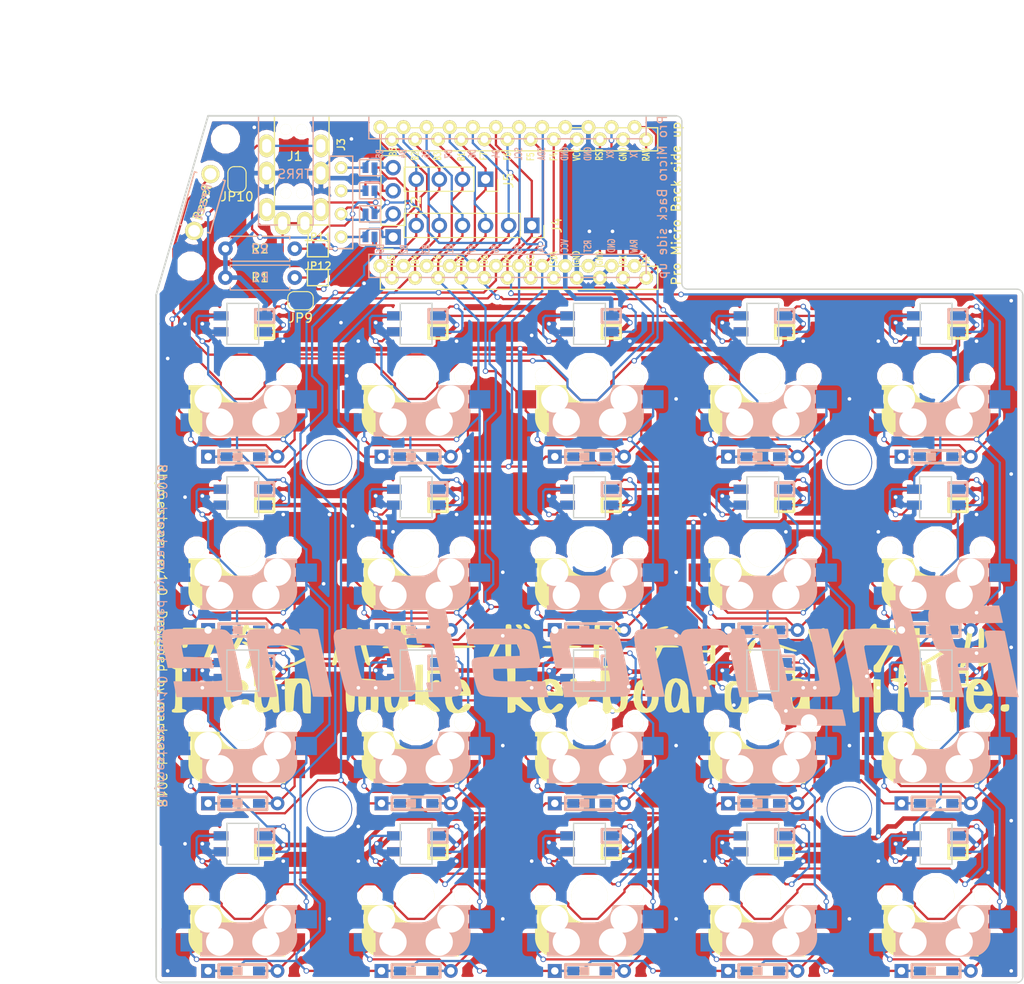
<source format=kicad_pcb>
(kicad_pcb (version 20171130) (host pcbnew "(5.0.0)")
  (title_block (title Rhymestone) (date 2018-11-25) (rev 1.0) (company marksard))
  (layers (0 F.Cu signal) (31 B.Cu signal) (34 B.Paste user) (35 F.Paste user) (36 B.SilkS user) (37 F.SilkS user) (38 B.Mask user) (39 F.Mask user) (44 Edge.Cuts user))
  (net 0 "")
  (net 1 row0)
  (net 2 "Net-(D1-Pad2)")
  (net 3 "Net-(D2-Pad2)")
  (net 4 row1)
  (net 5 row2)
  (net 6 "Net-(D3-Pad2)")
  (net 7 "Net-(D4-Pad2)")
  (net 8 row3)
  (net 9 "Net-(D5-Pad2)")
  (net 10 "Net-(D6-Pad2)")
  (net 11 "Net-(D7-Pad2)")
  (net 12 "Net-(D8-Pad2)")
  (net 13 "Net-(D9-Pad2)")
  (net 14 "Net-(D10-Pad2)")
  (net 15 "Net-(D11-Pad2)")
  (net 16 "Net-(D12-Pad2)")
  (net 17 "Net-(D13-Pad2)")
  (net 18 "Net-(D14-Pad2)")
  (net 19 "Net-(D15-Pad2)")
  (net 20 "Net-(D16-Pad2)")
  (net 21 "Net-(D17-Pad2)")
  (net 22 "Net-(D18-Pad2)")
  (net 23 "Net-(D19-Pad2)")
  (net 24 "Net-(D20-Pad2)")
  (net 25 VCC)
  (net 26 GND)
  (net 27 data)
  (net 28 SCL)
  (net 29 SDA)
  (net 30 "Net-(JP9-Pad1)")
  (net 31 LED)
  (net 32 "Net-(L1-Pad1)")
  (net 33 "Net-(L10-Pad1)")
  (net 34 "Net-(L11-Pad1)")
  (net 35 "Net-(L12-Pad1)")
  (net 36 "Net-(L13-Pad1)")
  (net 37 "Net-(L10-Pad3)")
  (net 38 reset)
  (net 39 col0)
  (net 40 col1)
  (net 41 col2)
  (net 42 col3)
  (net 43 col4)
  (net 44 "Net-(U1-Pad24)")
  (net 45 row4)
  (net 46 row5)
  (net 47 row6)
  (net 48 row7)
  (net 49 col5)
  (net 50 "Net-(L2-Pad1)")
  (net 51 "Net-(L17-Pad1)")
  (net 52 "Net-(L18-Pad1)")
  (net 53 "Net-(L3-Pad1)")
  (net 54 "Net-(L4-Pad1)")
  (net 55 "Net-(L19-Pad1)")
  (net 56 "Net-(L5-Pad1)")
  (net 57 "Net-(L14-Pad1)")
  (net 58 "Net-(L15-Pad1)")
  (net 59 "Net-(L16-Pad1)")
  (net 60 "Net-(L6-Pad1)")
  (net 61 "Net-(L7-Pad1)")
  (net 62 "Net-(L8-Pad1)")
  (net 63 "Net-(L20-Pad1)")
  (net 64 "Net-(J1-PadA)")
  (net 65 "Net-(J2-Pad4)")
  (net 66 "Net-(J2-Pad3)")
  (net 67 "Net-(J2-Pad2)")
  (net 68 "Net-(J2-Pad1)")
  (net 69 "Net-(J1-PadB)")
  (module kbd:R_TH (layer F.Cu) (at 83.82 55.88)
    (fp_text reference R1 (at 3.81 0) (layer F.SilkS))
    (fp_text value R)
    (fp_text user %R (at 3.842 -0.0365) (layer B.SilkS) (effects (justify mirror)))
    (pad 1 thru_hole circle (at 0 0) (size 1.6 1.6) (drill 0.8) (layers *.Cu *.Mask) (net 25 VCC))
    (pad 2 thru_hole oval (at 7.62 0) (size 1.6 1.6) (drill 0.8) (layers *.Cu *.Mask) (net 29 SDA))
  )
  (module kbd:R_TH (layer F.Cu) (at 91.44 52.705 180)
    (fp_text reference R2 (at 3.81 0 180) (layer F.SilkS))
    (fp_text value R)
    (fp_text user %R (at 3.842 -0.0365 180) (layer B.SilkS) (effects (justify mirror)))
    (pad 1 thru_hole circle (at 0 0 180) (size 1.6 1.6) (drill 0.8) (layers *.Cu *.Mask) (net 28 SCL))
    (pad 2 thru_hole oval (at 7.62 0 180) (size 1.6 1.6) (drill 0.8) (layers *.Cu *.Mask) (net 25 VCC))
  )
  (module kbd:MJ-4PP-9 (layer F.Cu) (at 92.207 38.1015)
    (fp_text reference J1 (at -0.767 4.4435) (layer F.SilkS))
    (fp_text value MJ-4PP-9 hide)
    (fp_text user TRRS (at -0.8255 6.4135) (layer B.SilkS) (effects (justify mirror)))
    (pad A thru_hole oval (at -2.1 11.8) (size 1.7 2.5) (drill oval 1 1.5) (layers *.Cu *.Mask F.SilkS) (net 64 "Net-(J1-PadA)") (clearance 0.15))
    (pad D thru_hole oval (at 2.1 10.3) (size 1.7 2.5) (drill oval 1 1.5) (layers *.Cu *.Mask F.SilkS) (net 25 VCC) (clearance 0.15))
    (pad C thru_hole oval (at 2.1 6.3) (size 1.7 2.5) (drill oval 1 1.5) (layers *.Cu *.Mask F.SilkS) (net 26 GND))
    (pad B thru_hole oval (at 2.1 3.3) (size 1.7 2.5) (drill oval 1 1.5) (layers *.Cu *.Mask F.SilkS) (net 69 "Net-(J1-PadB)"))
    (pad "" np_thru_hole circle (at 0 8.5) (size 1.2 1.2) (drill 1.2) (layers *.Cu *.Mask F.SilkS))
    (pad "" np_thru_hole circle (at 0 1.5) (size 1.2 1.2) (drill 1.2) (layers *.Cu *.Mask F.SilkS))
    (pad C thru_hole oval (at -3.85 6.3) (size 1.7 2.5) (drill oval 1 1.5) (layers *.Cu *.Mask F.SilkS) (net 26 GND))
    (pad B thru_hole oval (at -3.85 3.3) (size 1.7 2.5) (drill oval 1 1.5) (layers *.Cu *.Mask F.SilkS) (net 69 "Net-(J1-PadB)"))
    (pad A thru_hole oval (at 0.35 11.8) (size 1.7 2.5) (drill oval 1 1.5) (layers *.Cu *.Mask F.SilkS) (net 64 "Net-(J1-PadA)") (clearance 0.15))
    (pad D thru_hole oval (at -3.85 10.3) (size 1.7 2.5) (drill oval 1 1.5) (layers *.Cu *.Mask F.SilkS) (net 25 VCC) (clearance 0.15))
    (pad "" np_thru_hole circle (at -1.75 1.5) (size 1.2 1.2) (drill 1.2) (layers *.Cu *.Mask F.SilkS))
    (pad "" np_thru_hole circle (at -1.75 8.5) (size 1.2 1.2) (drill 1.2) (layers *.Cu *.Mask F.SilkS))
  )
  (module kbd:OLED (layer F.Cu) (at 96.5371 51.4189 90)
    (fp_text reference J3 (at 10.157 0.002 270) (layer F.SilkS) (effects (font (size 0.8128 0.8128))))
    (fp_text value OLED hide)
    (pad 1 thru_hole circle (at 0 0 90) (size 1.397 1.397) (drill 0.8128) (layers *.Cu *.Mask F.SilkS) (net 68 "Net-(J2-Pad1)"))
    (pad 2 thru_hole circle (at 2.54 0 90) (size 1.397 1.397) (drill 0.8128) (layers *.Cu *.Mask F.SilkS) (net 67 "Net-(J2-Pad2)"))
    (pad 3 thru_hole circle (at 5.08 0 90) (size 1.397 1.397) (drill 0.8128) (layers *.Cu *.Mask F.SilkS) (net 66 "Net-(J2-Pad3)"))
    (pad 4 thru_hole circle (at 7.62 0 90) (size 1.397 1.397) (drill 0.8128) (layers *.Cu *.Mask F.SilkS) (net 65 "Net-(J2-Pad4)"))
  )
  (module kbd:CherryMX_Hotswap (layer F.Cu) (at 104.778 85.7265 180)
    (fp_text reference SW14 hide)
    (fp_text value SW_PUSH hide)
    (pad 1 smd rect (at -7 -2.58) (size 2.3 2) (layers B.Cu B.Paste B.Mask) (net 42 col3))
    (pad 1 smd rect (at 7 -2.58) (size 2.3 2) (layers F.Cu F.Paste F.Mask) (net 42 col3))
    (pad 2 smd rect (at -5.7 -5.12) (size 2.3 2) (layers F.Cu F.Paste F.Mask) (net 18 "Net-(D14-Pad2)"))
    (pad "" np_thru_hole circle (at -3.81 -2.54) (size 3 3) (drill 3) (layers *.Cu *.Mask))
    (pad "" np_thru_hole circle (at -2.54 -5.08) (size 3 3) (drill 3) (layers *.Cu *.Mask))
    (pad "" np_thru_hole circle (at 3.81 -2.54) (size 3 3) (drill 3) (layers *.Cu *.Mask))
    (pad "" np_thru_hole circle (at 2.54 -5.08) (size 3 3) (drill 3) (layers *.Cu *.Mask))
    (pad "" np_thru_hole circle (at 0 0 270) (size 4 4) (drill 4) (layers *.Cu *.Mask F.SilkS))
    (pad "" np_thru_hole circle (at 5.08 0 180) (size 1.8 1.8) (drill 1.8) (layers *.Cu *.Mask F.SilkS))
    (pad "" np_thru_hole circle (at -5.08 0 180) (size 1.8 1.8) (drill 1.8) (layers *.Cu *.Mask F.SilkS))
    (pad 2 smd rect (at 5.7 -5.12) (size 2.3 2) (layers B.Cu B.Paste B.Mask) (net 18 "Net-(D14-Pad2)"))
  )
  (module kbd:CherryMX_Hotswap (layer F.Cu) (at 123.828 85.7272 180)
    (fp_text reference SW10 hide)
    (fp_text value SW_PUSH hide)
    (pad 1 smd rect (at -7 -2.58) (size 2.3 2) (layers B.Cu B.Paste B.Mask) (net 41 col2))
    (pad 1 smd rect (at 7 -2.58) (size 2.3 2) (layers F.Cu F.Paste F.Mask) (net 41 col2))
    (pad 2 smd rect (at -5.7 -5.12) (size 2.3 2) (layers F.Cu F.Paste F.Mask) (net 14 "Net-(D10-Pad2)"))
    (pad "" np_thru_hole circle (at -3.81 -2.54) (size 3 3) (drill 3) (layers *.Cu *.Mask))
    (pad "" np_thru_hole circle (at -2.54 -5.08) (size 3 3) (drill 3) (layers *.Cu *.Mask))
    (pad "" np_thru_hole circle (at 3.81 -2.54) (size 3 3) (drill 3) (layers *.Cu *.Mask))
    (pad "" np_thru_hole circle (at 2.54 -5.08) (size 3 3) (drill 3) (layers *.Cu *.Mask))
    (pad "" np_thru_hole circle (at 0 0 270) (size 4 4) (drill 4) (layers *.Cu *.Mask F.SilkS))
    (pad "" np_thru_hole circle (at 5.08 0 180) (size 1.8 1.8) (drill 1.8) (layers *.Cu *.Mask F.SilkS))
    (pad "" np_thru_hole circle (at -5.08 0 180) (size 1.8 1.8) (drill 1.8) (layers *.Cu *.Mask F.SilkS))
    (pad 2 smd rect (at 5.7 -5.12) (size 2.3 2) (layers B.Cu B.Paste B.Mask) (net 14 "Net-(D10-Pad2)"))
  )
  (module kbd:LEGO_HOLE2 (layer F.Cu) (at 80.01 54.61 270)
    (fp_text reference h7 hide)
    (fp_text value hole hide)
    (pad "" np_thru_hole circle (at 0 0 270) (size 2.2 2.2) (drill 2.2) (layers *.Cu *.Mask))
  )
  (module kbd:LEGO_HOLE2 (layer F.Cu) (at 83.82 40.64 180)
    (fp_text reference h8 hide)
    (fp_text value hole hide)
    (pad "" np_thru_hole circle (at 0 0 180) (size 2.2 2.2) (drill 2.2) (layers *.Cu *.Mask))
  )
  (module kbd:LEGO_HOLE (layer F.Cu) (at 95.255 76.2015)
    (fp_text reference h1 hide)
    (fp_text value hole hide)
    (pad "" thru_hole circle (at 0 0) (size 5 5) (drill 4.8) (layers *.Cu *.Mask))
  )
  (module kbd:LEGO_HOLE (layer F.Cu) (at 152.405 76.2015 90)
    (fp_text reference h3 hide)
    (fp_text value hole hide)
    (pad "" thru_hole circle (at 0 0 90) (size 5 5) (drill 4.8) (layers *.Cu *.Mask))
  )
  (module kbd:LEGO_HOLE (layer F.Cu) (at 95.255 114.302)
    (fp_text reference h2 hide)
    (fp_text value hole hide)
    (pad "" thru_hole circle (at 0 0) (size 5 5) (drill 4.8) (layers *.Cu *.Mask))
  )
  (module kbd:LEGO_HOLE (layer F.Cu) (at 152.405 114.302)
    (fp_text reference h4 hide)
    (fp_text value hole hide)
    (pad "" thru_hole circle (at 0 0) (size 5 5) (drill 4.8) (layers *.Cu *.Mask))
  )
  (module kbd:CherryMX_Hotswap (layer F.Cu) (at 85.7272 123.828 180)
    (fp_text reference SW20 hide)
    (fp_text value SW_PUSH hide)
    (pad 1 smd rect (at -7 -2.58) (size 2.3 2) (layers B.Cu B.Paste B.Mask) (net 43 col4))
    (pad 1 smd rect (at 7 -2.58) (size 2.3 2) (layers F.Cu F.Paste F.Mask) (net 43 col4))
    (pad 2 smd rect (at -5.7 -5.12) (size 2.3 2) (layers F.Cu F.Paste F.Mask) (net 24 "Net-(D20-Pad2)"))
    (pad "" np_thru_hole circle (at -3.81 -2.54) (size 3 3) (drill 3) (layers *.Cu *.Mask))
    (pad "" np_thru_hole circle (at -2.54 -5.08) (size 3 3) (drill 3) (layers *.Cu *.Mask))
    (pad "" np_thru_hole circle (at 3.81 -2.54) (size 3 3) (drill 3) (layers *.Cu *.Mask))
    (pad "" np_thru_hole circle (at 2.54 -5.08) (size 3 3) (drill 3) (layers *.Cu *.Mask))
    (pad "" np_thru_hole circle (at 0 0 270) (size 4 4) (drill 4) (layers *.Cu *.Mask F.SilkS))
    (pad "" np_thru_hole circle (at 5.08 0 180) (size 1.8 1.8) (drill 1.8) (layers *.Cu *.Mask F.SilkS))
    (pad "" np_thru_hole circle (at -5.08 0 180) (size 1.8 1.8) (drill 1.8) (layers *.Cu *.Mask F.SilkS))
    (pad 2 smd rect (at 5.7 -5.12) (size 2.3 2) (layers B.Cu B.Paste B.Mask) (net 24 "Net-(D20-Pad2)"))
  )
  (module kbd:CherryMX_Hotswap (layer F.Cu) (at 85.7272 85.7272 180)
    (fp_text reference SW18 hide)
    (fp_text value SW_PUSH hide)
    (pad 1 smd rect (at -7 -2.58) (size 2.3 2) (layers B.Cu B.Paste B.Mask) (net 43 col4))
    (pad 1 smd rect (at 7 -2.58) (size 2.3 2) (layers F.Cu F.Paste F.Mask) (net 43 col4))
    (pad 2 smd rect (at -5.7 -5.12) (size 2.3 2) (layers F.Cu F.Paste F.Mask) (net 22 "Net-(D18-Pad2)"))
    (pad "" np_thru_hole circle (at -3.81 -2.54) (size 3 3) (drill 3) (layers *.Cu *.Mask))
    (pad "" np_thru_hole circle (at -2.54 -5.08) (size 3 3) (drill 3) (layers *.Cu *.Mask))
    (pad "" np_thru_hole circle (at 3.81 -2.54) (size 3 3) (drill 3) (layers *.Cu *.Mask))
    (pad "" np_thru_hole circle (at 2.54 -5.08) (size 3 3) (drill 3) (layers *.Cu *.Mask))
    (pad "" np_thru_hole circle (at 0 0 270) (size 4 4) (drill 4) (layers *.Cu *.Mask F.SilkS))
    (pad "" np_thru_hole circle (at 5.08 0 180) (size 1.8 1.8) (drill 1.8) (layers *.Cu *.Mask F.SilkS))
    (pad "" np_thru_hole circle (at -5.08 0 180) (size 1.8 1.8) (drill 1.8) (layers *.Cu *.Mask F.SilkS))
    (pad 2 smd rect (at 5.7 -5.12) (size 2.3 2) (layers B.Cu B.Paste B.Mask) (net 22 "Net-(D18-Pad2)"))
  )
  (module kbd:SK6812MINI_rev (layer F.Cu) (at 104.777 118.114)
    (fp_text reference L5 hide)
    (fp_text value SK6812MINI hide)
    (pad 4 smd rect (at 2.4 0.875) (size 1.6 1) (layers F.Cu F.Paste F.Mask) (net 25 VCC))
    (pad 3 smd rect (at 2.4 -0.875) (size 1.6 1) (layers F.Cu F.Paste F.Mask) (net 54 "Net-(L4-Pad1)"))
    (pad 1 smd rect (at -2.4 0.875) (size 1.6 1) (layers F.Cu F.Paste F.Mask) (net 56 "Net-(L5-Pad1)"))
    (pad 2 smd rect (at -2.4 -0.875) (size 1.6 1) (layers F.Cu F.Paste F.Mask) (net 26 GND))
    (pad 3 smd rect (at 2.4 0.875) (size 1.6 1) (layers B.Cu B.Paste B.Mask) (net 54 "Net-(L4-Pad1)"))
    (pad 4 smd rect (at 2.4 -0.875) (size 1.6 1) (layers B.Cu B.Paste B.Mask) (net 25 VCC))
    (pad 1 smd rect (at -2.4 -0.875) (size 1.6 1) (layers B.Cu B.Paste B.Mask) (net 56 "Net-(L5-Pad1)"))
    (pad 2 smd rect (at -2.4 0.875) (size 1.6 1) (layers B.Cu B.Paste B.Mask) (net 26 GND))
  )
  (module kbd:CherryMX_Hotswap (layer F.Cu) (at 85.7272 66.6768 180)
    (fp_text reference SW17 hide)
    (fp_text value SW_PUSH hide)
    (pad 1 smd rect (at -7 -2.58) (size 2.3 2) (layers B.Cu B.Paste B.Mask) (net 43 col4))
    (pad 1 smd rect (at 7 -2.58) (size 2.3 2) (layers F.Cu F.Paste F.Mask) (net 43 col4))
    (pad 2 smd rect (at -5.7 -5.12) (size 2.3 2) (layers F.Cu F.Paste F.Mask) (net 21 "Net-(D17-Pad2)"))
    (pad "" np_thru_hole circle (at -3.81 -2.54) (size 3 3) (drill 3) (layers *.Cu *.Mask))
    (pad "" np_thru_hole circle (at -2.54 -5.08) (size 3 3) (drill 3) (layers *.Cu *.Mask))
    (pad "" np_thru_hole circle (at 3.81 -2.54) (size 3 3) (drill 3) (layers *.Cu *.Mask))
    (pad "" np_thru_hole circle (at 2.54 -5.08) (size 3 3) (drill 3) (layers *.Cu *.Mask))
    (pad "" np_thru_hole circle (at 0 0 270) (size 4 4) (drill 4) (layers *.Cu *.Mask F.SilkS))
    (pad "" np_thru_hole circle (at 5.08 0 180) (size 1.8 1.8) (drill 1.8) (layers *.Cu *.Mask F.SilkS))
    (pad "" np_thru_hole circle (at -5.08 0 180) (size 1.8 1.8) (drill 1.8) (layers *.Cu *.Mask F.SilkS))
    (pad 2 smd rect (at 5.7 -5.12) (size 2.3 2) (layers B.Cu B.Paste B.Mask) (net 21 "Net-(D17-Pad2)"))
  )
  (module kbd:CherryMX_Hotswap (layer F.Cu) (at 123.828 66.6768 180)
    (fp_text reference SW9 hide)
    (fp_text value SW_PUSH hide)
    (pad 1 smd rect (at -7 -2.58) (size 2.3 2) (layers B.Cu B.Paste B.Mask) (net 41 col2))
    (pad 1 smd rect (at 7 -2.58) (size 2.3 2) (layers F.Cu F.Paste F.Mask) (net 41 col2))
    (pad 2 smd rect (at -5.7 -5.12) (size 2.3 2) (layers F.Cu F.Paste F.Mask) (net 13 "Net-(D9-Pad2)"))
    (pad "" np_thru_hole circle (at -3.81 -2.54) (size 3 3) (drill 3) (layers *.Cu *.Mask))
    (pad "" np_thru_hole circle (at -2.54 -5.08) (size 3 3) (drill 3) (layers *.Cu *.Mask))
    (pad "" np_thru_hole circle (at 3.81 -2.54) (size 3 3) (drill 3) (layers *.Cu *.Mask))
    (pad "" np_thru_hole circle (at 2.54 -5.08) (size 3 3) (drill 3) (layers *.Cu *.Mask))
    (pad "" np_thru_hole circle (at 0 0 270) (size 4 4) (drill 4) (layers *.Cu *.Mask F.SilkS))
    (pad "" np_thru_hole circle (at 5.08 0 180) (size 1.8 1.8) (drill 1.8) (layers *.Cu *.Mask F.SilkS))
    (pad "" np_thru_hole circle (at -5.08 0 180) (size 1.8 1.8) (drill 1.8) (layers *.Cu *.Mask F.SilkS))
    (pad 2 smd rect (at 5.7 -5.12) (size 2.3 2) (layers B.Cu B.Paste B.Mask) (net 13 "Net-(D9-Pad2)"))
  )
  (module kbd:ProMicro_v2 (layer F.Cu) (at 115.585 48.2434 270)
    (fp_text reference U1 hide)
    (fp_text value ProMicro hide)
    (fp_text user RAW (at 4.191 -13.1445 270) (layer B.SilkS) (effects (font (size 0.75 0.5) (thickness 0.125)) (justify mirror)))
    (fp_text user TX (at -5.969 -13.1445 270) (layer B.SilkS) (effects (font (size 0.75 0.5) (thickness 0.125)) (justify mirror)))
    (fp_text user GND (at 4.1275 -10.668 270) (layer B.SilkS) (effects (font (size 0.75 0.5) (thickness 0.125)) (justify mirror)))
    (fp_text user RX (at -5.969 -10.541 270) (layer B.SilkS) (effects (font (size 0.75 0.5) (thickness 0.125)) (justify mirror)))
    (fp_text user RST (at 4.191 -8.0645 270) (layer B.SilkS) (effects (font (size 0.75 0.5) (thickness 0.125)) (justify mirror)))
    (fp_text user GND (at -5.969 -8.0645 270) (layer B.SilkS) (effects (font (size 0.75 0.5) (thickness 0.125)) (justify mirror)))
    (fp_text user VCC (at 4.1275 -5.5245 270) (layer B.SilkS) (effects (font (size 0.75 0.5) (thickness 0.125)) (justify mirror)))
    (fp_text user GND (at -5.969 -5.5245 270) (layer B.SilkS) (effects (font (size 0.75 0.5) (thickness 0.125)) (justify mirror)))
    (fp_text user F7 (at 4.5085 4.6355 270) (layer B.SilkS) (effects (font (size 0.75 0.5) (thickness 0.125)) (justify mirror)))
    (fp_text user D4 (at -5.969 2.032 270) (layer B.SilkS) (effects (font (size 0.75 0.5) (thickness 0.125)) (justify mirror)))
    (fp_text user F6 (at 4.5085 2.0955 270) (layer B.SilkS) (effects (font (size 0.75 0.5) (thickness 0.125)) (justify mirror)))
    (fp_text user SCL (at -5.969 -0.4445 270) (layer B.SilkS) (effects (font (size 0.75 0.5) (thickness 0.125)) (justify mirror)))
    (fp_text user F5 (at 4.5085 -0.4445 270) (layer B.SilkS) (effects (font (size 0.75 0.5) (thickness 0.125)) (justify mirror)))
    (fp_text user SDA (at -5.969 -2.9845 270) (layer B.SilkS) (effects (font (size 0.75 0.5) (thickness 0.125)) (justify mirror)))
    (fp_text user F4 (at 4.445 -2.9845 270) (layer B.SilkS) (effects (font (size 0.75 0.5) (thickness 0.125)) (justify mirror)))
    (fp_text user B6 (at 4.445 14.732 270) (layer B.SilkS) (effects (font (size 0.75 0.5) (thickness 0.125)) (justify mirror)))
    (fp_text user B5 (at -5.969 14.7955 270) (layer B.SilkS) (effects (font (size 0.75 0.5) (thickness 0.125)) (justify mirror)))
    (fp_text user B4 (at -5.969 12.2555 270) (layer B.SilkS) (effects (font (size 0.75 0.5) (thickness 0.125)) (justify mirror)))
    (fp_text user B2 (at 4.5085 12.1285 270) (layer B.SilkS) (effects (font (size 0.75 0.5) (thickness 0.125)) (justify mirror)))
    (fp_text user E6 (at -5.969 9.7155 270) (layer B.SilkS) (effects (font (size 0.75 0.5) (thickness 0.125)) (justify mirror)))
    (fp_text user B3 (at 4.5085 9.7155 270) (layer B.SilkS) (effects (font (size 0.75 0.5) (thickness 0.125)) (justify mirror)))
    (fp_text user D7 (at -5.969 7.239 270) (layer B.SilkS) (effects (font (size 0.75 0.5) (thickness 0.125)) (justify mirror)))
    (fp_text user B1 (at 4.5085 7.112 270) (layer B.SilkS) (effects (font (size 0.75 0.5) (thickness 0.125)) (justify mirror)))
    (fp_text user D6 (at -5.969 4.6355 270) (layer B.SilkS) (effects (font (size 0.75 0.5) (thickness 0.125)) (justify mirror)))
    (fp_text user D6 (at 5.6515 3.302 270) (layer F.SilkS) (effects (font (size 0.75 0.5) (thickness 0.125))))
    (fp_text user B1 (at -5.6515 5.842 270) (layer F.SilkS) (effects (font (size 0.75 0.5) (thickness 0.125))))
    (fp_text user D7 (at 5.6515 5.9055 270) (layer F.SilkS) (effects (font (size 0.75 0.5) (thickness 0.125))))
    (fp_text user B3 (at -5.715 8.4455 270) (layer F.SilkS) (effects (font (size 0.75 0.5) (thickness 0.125))))
    (fp_text user E6 (at 5.588 8.4455 270) (layer F.SilkS) (effects (font (size 0.75 0.5) (thickness 0.125))))
    (fp_text user B2 (at -5.715 10.922 270) (layer F.SilkS) (effects (font (size 0.75 0.5) (thickness 0.125))))
    (fp_text user B4 (at 5.6515 10.922 270) (layer F.SilkS) (effects (font (size 0.75 0.5) (thickness 0.125))))
    (fp_text user B5 (at 5.6515 13.5255 270) (layer F.SilkS) (effects (font (size 0.75 0.5) (thickness 0.125))))
    (fp_text user B6 (at -6.204864 13.344606 270) (layer F.SilkS) (effects (font (size 0.75 0.5) (thickness 0.125))))
    (fp_text user F4 (at -5.6515 -4.318 270) (layer F.SilkS) (effects (font (size 0.75 0.5) (thickness 0.125))))
    (fp_text user SDA (at 5.461 -4.318 270) (layer F.SilkS) (effects (font (size 0.75 0.5) (thickness 0.125))))
    (fp_text user F5 (at -5.6515 -1.778 270) (layer F.SilkS) (effects (font (size 0.75 0.5) (thickness 0.125))))
    (fp_text user SCL (at 5.461 -1.778 270) (layer F.SilkS) (effects (font (size 0.75 0.5) (thickness 0.125))))
    (fp_text user F6 (at -5.715 0.762 270) (layer F.SilkS) (effects (font (size 0.75 0.5) (thickness 0.125))))
    (fp_text user D4 (at 5.588 0.8255 270) (layer F.SilkS) (effects (font (size 0.75 0.5) (thickness 0.125))))
    (fp_text user F7 (at -5.715 3.3655 270) (layer F.SilkS) (effects (font (size 0.75 0.5) (thickness 0.125))))
    (fp_text user GND (at 5.461 -6.7945 270) (layer F.SilkS) (effects (font (size 0.75 0.5) (thickness 0.125))))
    (fp_text user VCC (at -5.9055 -6.858 270) (layer F.SilkS) (effects (font (size 0.75 0.5) (thickness 0.125))))
    (fp_text user GND (at 5.5245 -9.3345 270) (layer F.SilkS) (effects (font (size 0.75 0.5) (thickness 0.125))))
    (fp_text user RST (at -5.9055 -9.3345 270) (layer F.SilkS) (effects (font (size 0.75 0.5) (thickness 0.125))))
    (fp_text user RX (at 5.715 -11.938 270) (layer F.SilkS) (effects (font (size 0.75 0.5) (thickness 0.125))))
    (fp_text user GND (at -5.9055 -11.938 270) (layer F.SilkS) (effects (font (size 0.75 0.5) (thickness 0.125))))
    (fp_text user TX (at 5.7785 -14.478 270) (layer F.SilkS) (effects (font (size 0.75 0.5) (thickness 0.125))))
    (fp_text user RAW (at -5.9055 -14.478 270) (layer F.SilkS) (effects (font (size 0.75 0.5) (thickness 0.125))))
    (fp_text user "Pro Micro Back side up" (at -1.2065 -16.256 270) (layer B.SilkS) (effects (justify mirror)))
    (fp_text user "Pro Micro Back side up" (at -0.5 -17.7805 270) (layer F.SilkS))
    (pad 24 thru_hole circle (at -7.5636 -14.478 270) (size 1.524 1.524) (drill 0.8128) (layers *.Cu *.Mask F.SilkS) (net 44 "Net-(U1-Pad24)"))
    (pad 23 thru_hole circle (at -7.5636 -11.938 270) (size 1.524 1.524) (drill 0.8128) (layers *.Cu *.Mask F.SilkS) (net 26 GND))
    (pad 22 thru_hole circle (at -7.5636 -9.398 270) (size 1.524 1.524) (drill 0.8128) (layers *.Cu *.Mask F.SilkS) (net 38 reset))
    (pad 21 thru_hole circle (at -7.5636 -6.858 270) (size 1.524 1.524) (drill 0.8128) (layers *.Cu *.Mask F.SilkS) (net 25 VCC))
    (pad 20 thru_hole circle (at -7.5636 -4.318 270) (size 1.524 1.524) (drill 0.8128) (layers *.Cu *.Mask F.SilkS) (net 1 row0))
    (pad 19 thru_hole circle (at -7.5636 -1.778 270) (size 1.524 1.524) (drill 0.8128) (layers *.Cu *.Mask F.SilkS) (net 4 row1))
    (pad 18 thru_hole circle (at -7.5636 0.762 270) (size 1.524 1.524) (drill 0.8128) (layers *.Cu *.Mask F.SilkS) (net 5 row2))
    (pad 17 thru_hole circle (at -7.5636 3.302 270) (size 1.524 1.524) (drill 0.8128) (layers *.Cu *.Mask F.SilkS) (net 8 row3))
    (pad 16 thru_hole circle (at -7.5636 5.842 270) (size 1.524 1.524) (drill 0.8128) (layers *.Cu *.Mask F.SilkS) (net 45 row4))
    (pad 15 thru_hole circle (at -7.5636 8.382 270) (size 1.524 1.524) (drill 0.8128) (layers *.Cu *.Mask F.SilkS) (net 46 row5))
    (pad 14 thru_hole circle (at -7.5636 10.922 270) (size 1.524 1.524) (drill 0.8128) (layers *.Cu *.Mask F.SilkS) (net 47 row6))
    (pad 13 thru_hole circle (at -7.5636 13.462 270) (size 1.524 1.524) (drill 0.8128) (layers *.Cu *.Mask F.SilkS) (net 48 row7))
    (pad 12 thru_hole circle (at 7.6564 13.462 270) (size 1.524 1.524) (drill 0.8128) (layers *.Cu *.Mask F.SilkS) (net 49 col5))
    (pad 11 thru_hole circle (at 7.6564 10.922 270) (size 1.524 1.524) (drill 0.8128) (layers *.Cu *.Mask F.SilkS) (net 43 col4))
    (pad 10 thru_hole circle (at 7.6564 8.382 270) (size 1.524 1.524) (drill 0.8128) (layers *.Cu *.Mask F.SilkS) (net 42 col3))
    (pad 9 thru_hole circle (at 7.6564 5.842 270) (size 1.524 1.524) (drill 0.8128) (layers *.Cu *.Mask F.SilkS) (net 41 col2))
    (pad 8 thru_hole circle (at 7.6564 3.302 270) (size 1.524 1.524) (drill 0.8128) (layers *.Cu *.Mask F.SilkS) (net 40 col1))
    (pad 7 thru_hole circle (at 7.6564 0.762 270) (size 1.524 1.524) (drill 0.8128) (layers *.Cu *.Mask F.SilkS) (net 39 col0))
    (pad 6 thru_hole circle (at 7.6564 -1.778 270) (size 1.524 1.524) (drill 0.8128) (layers *.Cu *.Mask F.SilkS) (net 28 SCL))
    (pad 5 thru_hole circle (at 7.6564 -4.318 270) (size 1.524 1.524) (drill 0.8128) (layers *.Cu *.Mask F.SilkS) (net 29 SDA))
    (pad 4 thru_hole circle (at 7.6564 -6.858 270) (size 1.524 1.524) (drill 0.8128) (layers *.Cu *.Mask F.SilkS) (net 26 GND))
    (pad 3 thru_hole circle (at 7.6564 -9.398 270) (size 1.524 1.524) (drill 0.8128) (layers *.Cu *.Mask F.SilkS) (net 26 GND))
    (pad 2 thru_hole circle (at 7.6564 -11.938 270) (size 1.524 1.524) (drill 0.8128) (layers *.Cu *.Mask F.SilkS) (net 27 data))
    (pad 1 thru_hole circle (at 7.6564 -14.478 270) (size 1.524 1.524) (drill 0.8128) (layers *.Cu *.Mask F.SilkS) (net 31 LED))
    (pad 1 thru_hole circle (at -8.89 -13.208 270) (size 1.524 1.524) (drill 0.8128) (layers *.Cu *.Mask F.SilkS) (net 31 LED))
    (pad 2 thru_hole circle (at -8.89 -10.668 270) (size 1.524 1.524) (drill 0.8128) (layers *.Cu *.Mask F.SilkS) (net 27 data))
    (pad 3 thru_hole circle (at -8.89 -8.128 270) (size 1.524 1.524) (drill 0.8128) (layers *.Cu *.Mask F.SilkS) (net 26 GND))
    (pad 4 thru_hole circle (at -8.89 -5.588 270) (size 1.524 1.524) (drill 0.8128) (layers *.Cu *.Mask F.SilkS) (net 26 GND))
    (pad 5 thru_hole circle (at -8.89 -3.048 270) (size 1.524 1.524) (drill 0.8128) (layers *.Cu *.Mask F.SilkS) (net 29 SDA))
    (pad 6 thru_hole circle (at -8.89 -0.508 270) (size 1.524 1.524) (drill 0.8128) (layers *.Cu *.Mask F.SilkS) (net 28 SCL))
    (pad 7 thru_hole circle (at -8.89 2.032 270) (size 1.524 1.524) (drill 0.8128) (layers *.Cu *.Mask F.SilkS) (net 39 col0))
    (pad 8 thru_hole circle (at -8.89 4.572 270) (size 1.524 1.524) (drill 0.8128) (layers *.Cu *.Mask F.SilkS) (net 40 col1))
    (pad 9 thru_hole circle (at -8.89 7.112 270) (size 1.524 1.524) (drill 0.8128) (layers *.Cu *.Mask F.SilkS) (net 41 col2))
    (pad 10 thru_hole circle (at -8.89 9.652 270) (size 1.524 1.524) (drill 0.8128) (layers *.Cu *.Mask F.SilkS) (net 42 col3))
    (pad 11 thru_hole circle (at -8.89 12.192 270) (size 1.524 1.524) (drill 0.8128) (layers *.Cu *.Mask F.SilkS) (net 43 col4))
    (pad 12 thru_hole circle (at -8.89 14.732 270) (size 1.524 1.524) (drill 0.8128) (layers *.Cu *.Mask F.SilkS) (net 49 col5))
    (pad 13 thru_hole circle (at 6.35 14.732 270) (size 1.524 1.524) (drill 0.8128) (layers *.Cu *.Mask F.SilkS) (net 48 row7))
    (pad 14 thru_hole circle (at 6.35 12.192 270) (size 1.524 1.524) (drill 0.8128) (layers *.Cu *.Mask F.SilkS) (net 47 row6))
    (pad 15 thru_hole circle (at 6.35 9.652 270) (size 1.524 1.524) (drill 0.8128) (layers *.Cu *.Mask F.SilkS) (net 46 row5))
    (pad 16 thru_hole circle (at 6.35 7.112 270) (size 1.524 1.524) (drill 0.8128) (layers *.Cu *.Mask F.SilkS) (net 45 row4))
    (pad 17 thru_hole circle (at 6.35 4.572 270) (size 1.524 1.524) (drill 0.8128) (layers *.Cu *.Mask F.SilkS) (net 8 row3))
    (pad 18 thru_hole circle (at 6.35 2.032 270) (size 1.524 1.524) (drill 0.8128) (layers *.Cu *.Mask F.SilkS) (net 5 row2))
    (pad 19 thru_hole circle (at 6.35 -0.508 270) (size 1.524 1.524) (drill 0.8128) (layers *.Cu *.Mask F.SilkS) (net 4 row1))
    (pad 20 thru_hole circle (at 6.35 -3.048 270) (size 1.524 1.524) (drill 0.8128) (layers *.Cu *.Mask F.SilkS) (net 1 row0))
    (pad 21 thru_hole circle (at 6.35 -5.588 270) (size 1.524 1.524) (drill 0.8128) (layers *.Cu *.Mask F.SilkS) (net 25 VCC))
    (pad 22 thru_hole circle (at 6.35 -8.128 270) (size 1.524 1.524) (drill 0.8128) (layers *.Cu *.Mask F.SilkS) (net 38 reset))
    (pad 23 thru_hole circle (at 6.35 -10.668 270) (size 1.524 1.524) (drill 0.8128) (layers *.Cu *.Mask F.SilkS) (net 26 GND))
    (pad 24 thru_hole circle (at 6.35 -13.208 270) (size 1.524 1.524) (drill 0.8128) (layers *.Cu *.Mask F.SilkS) (net 44 "Net-(U1-Pad24)"))
  )
  (module kbd:CherryMX_Hotswap (layer F.Cu) (at 142.879 104.778 180)
    (fp_text reference SW7 hide)
    (fp_text value SW_PUSH hide)
    (pad 1 smd rect (at -7 -2.58) (size 2.3 2) (layers B.Cu B.Paste B.Mask) (net 40 col1))
    (pad 1 smd rect (at 7 -2.58) (size 2.3 2) (layers F.Cu F.Paste F.Mask) (net 40 col1))
    (pad 2 smd rect (at -5.7 -5.12) (size 2.3 2) (layers F.Cu F.Paste F.Mask) (net 11 "Net-(D7-Pad2)"))
    (pad "" np_thru_hole circle (at -3.81 -2.54) (size 3 3) (drill 3) (layers *.Cu *.Mask))
    (pad "" np_thru_hole circle (at -2.54 -5.08) (size 3 3) (drill 3) (layers *.Cu *.Mask))
    (pad "" np_thru_hole circle (at 3.81 -2.54) (size 3 3) (drill 3) (layers *.Cu *.Mask))
    (pad "" np_thru_hole circle (at 2.54 -5.08) (size 3 3) (drill 3) (layers *.Cu *.Mask))
    (pad "" np_thru_hole circle (at 0 0 270) (size 4 4) (drill 4) (layers *.Cu *.Mask F.SilkS))
    (pad "" np_thru_hole circle (at 5.08 0 180) (size 1.8 1.8) (drill 1.8) (layers *.Cu *.Mask F.SilkS))
    (pad "" np_thru_hole circle (at -5.08 0 180) (size 1.8 1.8) (drill 1.8) (layers *.Cu *.Mask F.SilkS))
    (pad 2 smd rect (at 5.7 -5.12) (size 2.3 2) (layers B.Cu B.Paste B.Mask) (net 11 "Net-(D7-Pad2)"))
  )
  (module kbd:CherryMX_Hotswap (layer F.Cu) (at 161.929 104.778 180)
    (fp_text reference SW3 hide)
    (fp_text value SW_PUSH hide)
    (pad 2 smd rect (at 5.7 -5.12) (size 2.3 2) (layers B.Cu B.Paste B.Mask) (net 6 "Net-(D3-Pad2)"))
    (pad "" np_thru_hole circle (at -5.08 0 180) (size 1.8 1.8) (drill 1.8) (layers *.Cu *.Mask F.SilkS))
    (pad "" np_thru_hole circle (at 5.08 0 180) (size 1.8 1.8) (drill 1.8) (layers *.Cu *.Mask F.SilkS))
    (pad "" np_thru_hole circle (at 0 0 270) (size 4 4) (drill 4) (layers *.Cu *.Mask F.SilkS))
    (pad "" np_thru_hole circle (at 2.54 -5.08) (size 3 3) (drill 3) (layers *.Cu *.Mask))
    (pad "" np_thru_hole circle (at 3.81 -2.54) (size 3 3) (drill 3) (layers *.Cu *.Mask))
    (pad "" np_thru_hole circle (at -2.54 -5.08) (size 3 3) (drill 3) (layers *.Cu *.Mask))
    (pad "" np_thru_hole circle (at -3.81 -2.54) (size 3 3) (drill 3) (layers *.Cu *.Mask))
    (pad 2 smd rect (at -5.7 -5.12) (size 2.3 2) (layers F.Cu F.Paste F.Mask) (net 6 "Net-(D3-Pad2)"))
    (pad 1 smd rect (at 7 -2.58) (size 2.3 2) (layers F.Cu F.Paste F.Mask) (net 39 col0))
    (pad 1 smd rect (at -7 -2.58) (size 2.3 2) (layers B.Cu B.Paste B.Mask) (net 39 col0))
  )
  (module Jumper:SolderJumper-2_P1.3mm_Bridged_RoundedPad1.0x1.5mm (layer F.Cu) (at 92.075 58.42)
    (fp_text reference JP9 (at 0 1.905) (layer F.SilkS))
    (fp_text value LED)
    (pad 2 smd custom (at 0.65 0) (size 1 0.5) (layers F.Cu F.Mask) (net 31 LED) (options (clearance outline) (anchor rect)) (primitives (gr_circle (center 0 0.25) (end 0.5 0.25) (width 0)) (gr_circle (center 0 -0.25) (end 0.5 -0.25) (width 0)) (gr_poly (pts (xy 0 -0.75) (xy -0.5 -0.75) (xy -0.5 0.75) (xy 0 0.75)) (width 0))))
    (pad 1 smd custom (at -0.65 0) (size 1 0.5) (layers F.Cu F.Mask) (net 30 "Net-(JP9-Pad1)") (options (clearance outline) (anchor rect)) (primitives (gr_circle (center 0 0.25) (end 0.5 0.25) (width 0)) (gr_circle (center 0 -0.25) (end 0.5 -0.25) (width 0)) (gr_poly (pts (xy 0 -0.75) (xy 0.5 -0.75) (xy 0.5 0.75) (xy 0 0.75)) (width 0)) (gr_poly (pts (xy 0.9 -0.3) (xy 0.4 -0.3) (xy 0.4 0.3) (xy 0.9 0.3)) (width 0))))
  )
  (module kbd:CherryMX_Hotswap (layer F.Cu) (at 142.879 123.828 180)
    (fp_text reference SW8 hide)
    (fp_text value SW_PUSH hide)
    (pad 1 smd rect (at -7 -2.58) (size 2.3 2) (layers B.Cu B.Paste B.Mask) (net 40 col1))
    (pad 1 smd rect (at 7 -2.58) (size 2.3 2) (layers F.Cu F.Paste F.Mask) (net 40 col1))
    (pad 2 smd rect (at -5.7 -5.12) (size 2.3 2) (layers F.Cu F.Paste F.Mask) (net 12 "Net-(D8-Pad2)"))
    (pad "" np_thru_hole circle (at -3.81 -2.54) (size 3 3) (drill 3) (layers *.Cu *.Mask))
    (pad "" np_thru_hole circle (at -2.54 -5.08) (size 3 3) (drill 3) (layers *.Cu *.Mask))
    (pad "" np_thru_hole circle (at 3.81 -2.54) (size 3 3) (drill 3) (layers *.Cu *.Mask))
    (pad "" np_thru_hole circle (at 2.54 -5.08) (size 3 3) (drill 3) (layers *.Cu *.Mask))
    (pad "" np_thru_hole circle (at 0 0 270) (size 4 4) (drill 4) (layers *.Cu *.Mask F.SilkS))
    (pad "" np_thru_hole circle (at 5.08 0 180) (size 1.8 1.8) (drill 1.8) (layers *.Cu *.Mask F.SilkS))
    (pad "" np_thru_hole circle (at -5.08 0 180) (size 1.8 1.8) (drill 1.8) (layers *.Cu *.Mask F.SilkS))
    (pad 2 smd rect (at 5.7 -5.12) (size 2.3 2) (layers B.Cu B.Paste B.Mask) (net 12 "Net-(D8-Pad2)"))
  )
  (module kbd:CherryMX_Hotswap (layer F.Cu) (at 161.929 66.6768 180)
    (fp_text reference SW1 hide)
    (fp_text value SW_PUSH hide)
    (pad 1 smd rect (at -7 -2.58) (size 2.3 2) (layers B.Cu B.Paste B.Mask) (net 39 col0))
    (pad 1 smd rect (at 7 -2.58) (size 2.3 2) (layers F.Cu F.Paste F.Mask) (net 39 col0))
    (pad 2 smd rect (at -5.7 -5.12) (size 2.3 2) (layers F.Cu F.Paste F.Mask) (net 2 "Net-(D1-Pad2)"))
    (pad "" np_thru_hole circle (at -3.81 -2.54) (size 3 3) (drill 3) (layers *.Cu *.Mask))
    (pad "" np_thru_hole circle (at -2.54 -5.08) (size 3 3) (drill 3) (layers *.Cu *.Mask))
    (pad "" np_thru_hole circle (at 3.81 -2.54) (size 3 3) (drill 3) (layers *.Cu *.Mask))
    (pad "" np_thru_hole circle (at 2.54 -5.08) (size 3 3) (drill 3) (layers *.Cu *.Mask))
    (pad "" np_thru_hole circle (at 0 0 270) (size 4 4) (drill 4) (layers *.Cu *.Mask F.SilkS))
    (pad "" np_thru_hole circle (at 5.08 0 180) (size 1.8 1.8) (drill 1.8) (layers *.Cu *.Mask F.SilkS))
    (pad "" np_thru_hole circle (at -5.08 0 180) (size 1.8 1.8) (drill 1.8) (layers *.Cu *.Mask F.SilkS))
    (pad 2 smd rect (at 5.7 -5.12) (size 2.3 2) (layers B.Cu B.Paste B.Mask) (net 2 "Net-(D1-Pad2)"))
  )
  (module kbd:CherryMX_Hotswap (layer F.Cu) (at 142.879 85.7272 180)
    (fp_text reference SW6 hide)
    (fp_text value SW_PUSH hide)
    (pad 1 smd rect (at -7 -2.58) (size 2.3 2) (layers B.Cu B.Paste B.Mask) (net 40 col1))
    (pad 1 smd rect (at 7 -2.58) (size 2.3 2) (layers F.Cu F.Paste F.Mask) (net 40 col1))
    (pad 2 smd rect (at -5.7 -5.12) (size 2.3 2) (layers F.Cu F.Paste F.Mask) (net 10 "Net-(D6-Pad2)"))
    (pad "" np_thru_hole circle (at -3.81 -2.54) (size 3 3) (drill 3) (layers *.Cu *.Mask))
    (pad "" np_thru_hole circle (at -2.54 -5.08) (size 3 3) (drill 3) (layers *.Cu *.Mask))
    (pad "" np_thru_hole circle (at 3.81 -2.54) (size 3 3) (drill 3) (layers *.Cu *.Mask))
    (pad "" np_thru_hole circle (at 2.54 -5.08) (size 3 3) (drill 3) (layers *.Cu *.Mask))
    (pad "" np_thru_hole circle (at 0 0 270) (size 4 4) (drill 4) (layers *.Cu *.Mask F.SilkS))
    (pad "" np_thru_hole circle (at 5.08 0 180) (size 1.8 1.8) (drill 1.8) (layers *.Cu *.Mask F.SilkS))
    (pad "" np_thru_hole circle (at -5.08 0 180) (size 1.8 1.8) (drill 1.8) (layers *.Cu *.Mask F.SilkS))
    (pad 2 smd rect (at 5.7 -5.12) (size 2.3 2) (layers B.Cu B.Paste B.Mask) (net 10 "Net-(D6-Pad2)"))
  )
  (module kbd:D3_SMD (layer F.Cu) (at 161.93 75.5665)
    (fp_text reference D1 hide)
    (fp_text value D hide)
    (pad 1 smd rect (at -1.775 0) (size 1.3 0.95) (layers F.Cu F.Paste F.Mask) (net 1 row0))
    (pad 2 smd rect (at 1.775 0) (size 1.3 0.95) (layers B.Cu B.Paste B.Mask) (net 2 "Net-(D1-Pad2)"))
    (pad 1 smd rect (at -1.775 0) (size 1.3 0.95) (layers B.Cu B.Paste B.Mask) (net 1 row0))
    (pad 2 smd rect (at 1.775 0) (size 1.3 0.95) (layers F.Cu F.Paste F.Mask) (net 2 "Net-(D1-Pad2)"))
    (pad 1 thru_hole rect (at -3.81 0) (size 1.524 1.524) (drill 0.8128) (layers *.Cu *.Mask) (net 1 row0))
    (pad 2 thru_hole circle (at 3.81 0) (size 1.524 1.524) (drill 0.8128) (layers *.Cu *.Mask) (net 2 "Net-(D1-Pad2)"))
  )
  (module kbd:D3_SMD (layer F.Cu) (at 142.88 75.5665)
    (fp_text reference D5 hide)
    (fp_text value D hide)
    (pad 1 smd rect (at -1.775 0) (size 1.3 0.95) (layers F.Cu F.Paste F.Mask) (net 1 row0))
    (pad 2 smd rect (at 1.775 0) (size 1.3 0.95) (layers B.Cu B.Paste B.Mask) (net 9 "Net-(D5-Pad2)"))
    (pad 1 smd rect (at -1.775 0) (size 1.3 0.95) (layers B.Cu B.Paste B.Mask) (net 1 row0))
    (pad 2 smd rect (at 1.775 0) (size 1.3 0.95) (layers F.Cu F.Paste F.Mask) (net 9 "Net-(D5-Pad2)"))
    (pad 1 thru_hole rect (at -3.81 0) (size 1.524 1.524) (drill 0.8128) (layers *.Cu *.Mask) (net 1 row0))
    (pad 2 thru_hole circle (at 3.81 0) (size 1.524 1.524) (drill 0.8128) (layers *.Cu *.Mask) (net 9 "Net-(D5-Pad2)"))
  )
  (module kbd:D3_SMD (layer F.Cu) (at 161.93 94.6155)
    (fp_text reference D2 hide)
    (fp_text value D hide)
    (pad 1 smd rect (at -1.775 0) (size 1.3 0.95) (layers F.Cu F.Paste F.Mask) (net 4 row1))
    (pad 2 smd rect (at 1.775 0) (size 1.3 0.95) (layers B.Cu B.Paste B.Mask) (net 3 "Net-(D2-Pad2)"))
    (pad 1 smd rect (at -1.775 0) (size 1.3 0.95) (layers B.Cu B.Paste B.Mask) (net 4 row1))
    (pad 2 smd rect (at 1.775 0) (size 1.3 0.95) (layers F.Cu F.Paste F.Mask) (net 3 "Net-(D2-Pad2)"))
    (pad 1 thru_hole rect (at -3.81 0) (size 1.524 1.524) (drill 0.8128) (layers *.Cu *.Mask) (net 4 row1))
    (pad 2 thru_hole circle (at 3.81 0) (size 1.524 1.524) (drill 0.8128) (layers *.Cu *.Mask) (net 3 "Net-(D2-Pad2)"))
  )
  (module kbd:D3_SMD (layer F.Cu) (at 142.882 94.6155)
    (fp_text reference D6 hide)
    (fp_text value D hide)
    (pad 1 smd rect (at -1.775 0) (size 1.3 0.95) (layers F.Cu F.Paste F.Mask) (net 4 row1))
    (pad 2 smd rect (at 1.775 0) (size 1.3 0.95) (layers B.Cu B.Paste B.Mask) (net 10 "Net-(D6-Pad2)"))
    (pad 1 smd rect (at -1.775 0) (size 1.3 0.95) (layers B.Cu B.Paste B.Mask) (net 4 row1))
    (pad 2 smd rect (at 1.775 0) (size 1.3 0.95) (layers F.Cu F.Paste F.Mask) (net 10 "Net-(D6-Pad2)"))
    (pad 1 thru_hole rect (at -3.81 0) (size 1.524 1.524) (drill 0.8128) (layers *.Cu *.Mask) (net 4 row1))
    (pad 2 thru_hole circle (at 3.81 0) (size 1.524 1.524) (drill 0.8128) (layers *.Cu *.Mask) (net 10 "Net-(D6-Pad2)"))
  )
  (module kbd:D3_SMD (layer F.Cu) (at 123.831 94.6155)
    (fp_text reference D10 hide)
    (fp_text value D hide)
    (pad 1 smd rect (at -1.775 0) (size 1.3 0.95) (layers F.Cu F.Paste F.Mask) (net 4 row1))
    (pad 2 smd rect (at 1.775 0) (size 1.3 0.95) (layers B.Cu B.Paste B.Mask) (net 14 "Net-(D10-Pad2)"))
    (pad 1 smd rect (at -1.775 0) (size 1.3 0.95) (layers B.Cu B.Paste B.Mask) (net 4 row1))
    (pad 2 smd rect (at 1.775 0) (size 1.3 0.95) (layers F.Cu F.Paste F.Mask) (net 14 "Net-(D10-Pad2)"))
    (pad 1 thru_hole rect (at -3.81 0) (size 1.524 1.524) (drill 0.8128) (layers *.Cu *.Mask) (net 4 row1))
    (pad 2 thru_hole circle (at 3.81 0) (size 1.524 1.524) (drill 0.8128) (layers *.Cu *.Mask) (net 14 "Net-(D10-Pad2)"))
  )
  (module kbd:D3_SMD (layer F.Cu) (at 104.781 94.6155)
    (fp_text reference D14 hide)
    (fp_text value D hide)
    (pad 1 smd rect (at -1.775 0) (size 1.3 0.95) (layers F.Cu F.Paste F.Mask) (net 4 row1))
    (pad 2 smd rect (at 1.775 0) (size 1.3 0.95) (layers B.Cu B.Paste B.Mask) (net 18 "Net-(D14-Pad2)"))
    (pad 1 smd rect (at -1.775 0) (size 1.3 0.95) (layers B.Cu B.Paste B.Mask) (net 4 row1))
    (pad 2 smd rect (at 1.775 0) (size 1.3 0.95) (layers F.Cu F.Paste F.Mask) (net 18 "Net-(D14-Pad2)"))
    (pad 1 thru_hole rect (at -3.81 0) (size 1.524 1.524) (drill 0.8128) (layers *.Cu *.Mask) (net 4 row1))
    (pad 2 thru_hole circle (at 3.81 0) (size 1.524 1.524) (drill 0.8128) (layers *.Cu *.Mask) (net 18 "Net-(D14-Pad2)"))
  )
  (module kbd:D3_SMD (layer F.Cu) (at 85.7302 94.6155)
    (fp_text reference D18 hide)
    (fp_text value D hide)
    (pad 1 smd rect (at -1.775 0) (size 1.3 0.95) (layers F.Cu F.Paste F.Mask) (net 4 row1))
    (pad 2 smd rect (at 1.775 0) (size 1.3 0.95) (layers B.Cu B.Paste B.Mask) (net 22 "Net-(D18-Pad2)"))
    (pad 1 smd rect (at -1.775 0) (size 1.3 0.95) (layers B.Cu B.Paste B.Mask) (net 4 row1))
    (pad 2 smd rect (at 1.775 0) (size 1.3 0.95) (layers F.Cu F.Paste F.Mask) (net 22 "Net-(D18-Pad2)"))
    (pad 1 thru_hole rect (at -3.81 0) (size 1.524 1.524) (drill 0.8128) (layers *.Cu *.Mask) (net 4 row1))
    (pad 2 thru_hole circle (at 3.81 0) (size 1.524 1.524) (drill 0.8128) (layers *.Cu *.Mask) (net 22 "Net-(D18-Pad2)"))
  )
  (module kbd:D3_SMD (layer F.Cu) (at 85.73 75.5665)
    (fp_text reference D17 hide)
    (fp_text value D hide)
    (pad 1 smd rect (at -1.775 0) (size 1.3 0.95) (layers F.Cu F.Paste F.Mask) (net 1 row0))
    (pad 2 smd rect (at 1.775 0) (size 1.3 0.95) (layers B.Cu B.Paste B.Mask) (net 21 "Net-(D17-Pad2)"))
    (pad 1 smd rect (at -1.775 0) (size 1.3 0.95) (layers B.Cu B.Paste B.Mask) (net 1 row0))
    (pad 2 smd rect (at 1.775 0) (size 1.3 0.95) (layers F.Cu F.Paste F.Mask) (net 21 "Net-(D17-Pad2)"))
    (pad 1 thru_hole rect (at -3.81 0) (size 1.524 1.524) (drill 0.8128) (layers *.Cu *.Mask) (net 1 row0))
    (pad 2 thru_hole circle (at 3.81 0) (size 1.524 1.524) (drill 0.8128) (layers *.Cu *.Mask) (net 21 "Net-(D17-Pad2)"))
  )
  (module kbd:D3_SMD (layer F.Cu) (at 104.781 75.5665)
    (fp_text reference D13 hide)
    (fp_text value D hide)
    (pad 1 smd rect (at -1.775 0) (size 1.3 0.95) (layers F.Cu F.Paste F.Mask) (net 1 row0))
    (pad 2 smd rect (at 1.775 0) (size 1.3 0.95) (layers B.Cu B.Paste B.Mask) (net 17 "Net-(D13-Pad2)"))
    (pad 1 smd rect (at -1.775 0) (size 1.3 0.95) (layers B.Cu B.Paste B.Mask) (net 1 row0))
    (pad 2 smd rect (at 1.775 0) (size 1.3 0.95) (layers F.Cu F.Paste F.Mask) (net 17 "Net-(D13-Pad2)"))
    (pad 1 thru_hole rect (at -3.81 0) (size 1.524 1.524) (drill 0.8128) (layers *.Cu *.Mask) (net 1 row0))
    (pad 2 thru_hole circle (at 3.81 0) (size 1.524 1.524) (drill 0.8128) (layers *.Cu *.Mask) (net 17 "Net-(D13-Pad2)"))
  )
  (module kbd:D3_SMD (layer F.Cu) (at 123.831 75.5665)
    (fp_text reference D9 hide)
    (fp_text value D hide)
    (pad 1 smd rect (at -1.775 0) (size 1.3 0.95) (layers F.Cu F.Paste F.Mask) (net 1 row0))
    (pad 2 smd rect (at 1.775 0) (size 1.3 0.95) (layers B.Cu B.Paste B.Mask) (net 13 "Net-(D9-Pad2)"))
    (pad 1 smd rect (at -1.775 0) (size 1.3 0.95) (layers B.Cu B.Paste B.Mask) (net 1 row0))
    (pad 2 smd rect (at 1.775 0) (size 1.3 0.95) (layers F.Cu F.Paste F.Mask) (net 13 "Net-(D9-Pad2)"))
    (pad 1 thru_hole rect (at -3.81 0) (size 1.524 1.524) (drill 0.8128) (layers *.Cu *.Mask) (net 1 row0))
    (pad 2 thru_hole circle (at 3.81 0) (size 1.524 1.524) (drill 0.8128) (layers *.Cu *.Mask) (net 13 "Net-(D9-Pad2)"))
  )
  (module kbd:D3_SMD (layer F.Cu) (at 161.932 113.666)
    (fp_text reference D3 hide)
    (fp_text value D hide)
    (pad 1 smd rect (at -1.775 0) (size 1.3 0.95) (layers F.Cu F.Paste F.Mask) (net 5 row2))
    (pad 2 smd rect (at 1.775 0) (size 1.3 0.95) (layers B.Cu B.Paste B.Mask) (net 6 "Net-(D3-Pad2)"))
    (pad 1 smd rect (at -1.775 0) (size 1.3 0.95) (layers B.Cu B.Paste B.Mask) (net 5 row2))
    (pad 2 smd rect (at 1.775 0) (size 1.3 0.95) (layers F.Cu F.Paste F.Mask) (net 6 "Net-(D3-Pad2)"))
    (pad 1 thru_hole rect (at -3.81 0) (size 1.524 1.524) (drill 0.8128) (layers *.Cu *.Mask) (net 5 row2))
    (pad 2 thru_hole circle (at 3.81 0) (size 1.524 1.524) (drill 0.8128) (layers *.Cu *.Mask) (net 6 "Net-(D3-Pad2)"))
  )
  (module kbd:D3_SMD (layer F.Cu) (at 161.932 132.082)
    (fp_text reference D4 hide)
    (fp_text value D hide)
    (pad 1 smd rect (at -1.775 0) (size 1.3 0.95) (layers F.Cu F.Paste F.Mask) (net 8 row3))
    (pad 2 smd rect (at 1.775 0) (size 1.3 0.95) (layers B.Cu B.Paste B.Mask) (net 7 "Net-(D4-Pad2)"))
    (pad 1 smd rect (at -1.775 0) (size 1.3 0.95) (layers B.Cu B.Paste B.Mask) (net 8 row3))
    (pad 2 smd rect (at 1.775 0) (size 1.3 0.95) (layers F.Cu F.Paste F.Mask) (net 7 "Net-(D4-Pad2)"))
    (pad 1 thru_hole rect (at -3.81 0) (size 1.524 1.524) (drill 0.8128) (layers *.Cu *.Mask) (net 8 row3))
    (pad 2 thru_hole circle (at 3.81 0) (size 1.524 1.524) (drill 0.8128) (layers *.Cu *.Mask) (net 7 "Net-(D4-Pad2)"))
  )
  (module kbd:D3_SMD (layer F.Cu) (at 142.882 113.666)
    (fp_text reference D7 hide)
    (fp_text value D hide)
    (pad 1 smd rect (at -1.775 0) (size 1.3 0.95) (layers F.Cu F.Paste F.Mask) (net 5 row2))
    (pad 2 smd rect (at 1.775 0) (size 1.3 0.95) (layers B.Cu B.Paste B.Mask) (net 11 "Net-(D7-Pad2)"))
    (pad 1 smd rect (at -1.775 0) (size 1.3 0.95) (layers B.Cu B.Paste B.Mask) (net 5 row2))
    (pad 2 smd rect (at 1.775 0) (size 1.3 0.95) (layers F.Cu F.Paste F.Mask) (net 11 "Net-(D7-Pad2)"))
    (pad 1 thru_hole rect (at -3.81 0) (size 1.524 1.524) (drill 0.8128) (layers *.Cu *.Mask) (net 5 row2))
    (pad 2 thru_hole circle (at 3.81 0) (size 1.524 1.524) (drill 0.8128) (layers *.Cu *.Mask) (net 11 "Net-(D7-Pad2)"))
  )
  (module kbd:D3_SMD (layer F.Cu) (at 142.882 132.082)
    (fp_text reference D8 hide)
    (fp_text value D hide)
    (pad 1 smd rect (at -1.775 0) (size 1.3 0.95) (layers F.Cu F.Paste F.Mask) (net 8 row3))
    (pad 2 smd rect (at 1.775 0) (size 1.3 0.95) (layers B.Cu B.Paste B.Mask) (net 12 "Net-(D8-Pad2)"))
    (pad 1 smd rect (at -1.775 0) (size 1.3 0.95) (layers B.Cu B.Paste B.Mask) (net 8 row3))
    (pad 2 smd rect (at 1.775 0) (size 1.3 0.95) (layers F.Cu F.Paste F.Mask) (net 12 "Net-(D8-Pad2)"))
    (pad 1 thru_hole rect (at -3.81 0) (size 1.524 1.524) (drill 0.8128) (layers *.Cu *.Mask) (net 8 row3))
    (pad 2 thru_hole circle (at 3.81 0) (size 1.524 1.524) (drill 0.8128) (layers *.Cu *.Mask) (net 12 "Net-(D8-Pad2)"))
  )
  (module kbd:D3_SMD (layer F.Cu) (at 123.831 113.666)
    (fp_text reference D11 hide)
    (fp_text value D hide)
    (pad 1 smd rect (at -1.775 0) (size 1.3 0.95) (layers F.Cu F.Paste F.Mask) (net 5 row2))
    (pad 2 smd rect (at 1.775 0) (size 1.3 0.95) (layers B.Cu B.Paste B.Mask) (net 15 "Net-(D11-Pad2)"))
    (pad 1 smd rect (at -1.775 0) (size 1.3 0.95) (layers B.Cu B.Paste B.Mask) (net 5 row2))
    (pad 2 smd rect (at 1.775 0) (size 1.3 0.95) (layers F.Cu F.Paste F.Mask) (net 15 "Net-(D11-Pad2)"))
    (pad 1 thru_hole rect (at -3.81 0) (size 1.524 1.524) (drill 0.8128) (layers *.Cu *.Mask) (net 5 row2))
    (pad 2 thru_hole circle (at 3.81 0) (size 1.524 1.524) (drill 0.8128) (layers *.Cu *.Mask) (net 15 "Net-(D11-Pad2)"))
  )
  (module kbd:D3_SMD (layer F.Cu) (at 123.831 132.082)
    (fp_text reference D12 hide)
    (fp_text value D hide)
    (pad 1 smd rect (at -1.775 0) (size 1.3 0.95) (layers F.Cu F.Paste F.Mask) (net 8 row3))
    (pad 2 smd rect (at 1.775 0) (size 1.3 0.95) (layers B.Cu B.Paste B.Mask) (net 16 "Net-(D12-Pad2)"))
    (pad 1 smd rect (at -1.775 0) (size 1.3 0.95) (layers B.Cu B.Paste B.Mask) (net 8 row3))
    (pad 2 smd rect (at 1.775 0) (size 1.3 0.95) (layers F.Cu F.Paste F.Mask) (net 16 "Net-(D12-Pad2)"))
    (pad 1 thru_hole rect (at -3.81 0) (size 1.524 1.524) (drill 0.8128) (layers *.Cu *.Mask) (net 8 row3))
    (pad 2 thru_hole circle (at 3.81 0) (size 1.524 1.524) (drill 0.8128) (layers *.Cu *.Mask) (net 16 "Net-(D12-Pad2)"))
  )
  (module kbd:D3_SMD (layer F.Cu) (at 104.781 113.666)
    (fp_text reference D15 hide)
    (fp_text value D hide)
    (pad 1 smd rect (at -1.775 0) (size 1.3 0.95) (layers F.Cu F.Paste F.Mask) (net 5 row2))
    (pad 2 smd rect (at 1.775 0) (size 1.3 0.95) (layers B.Cu B.Paste B.Mask) (net 19 "Net-(D15-Pad2)"))
    (pad 1 smd rect (at -1.775 0) (size 1.3 0.95) (layers B.Cu B.Paste B.Mask) (net 5 row2))
    (pad 2 smd rect (at 1.775 0) (size 1.3 0.95) (layers F.Cu F.Paste F.Mask) (net 19 "Net-(D15-Pad2)"))
    (pad 1 thru_hole rect (at -3.81 0) (size 1.524 1.524) (drill 0.8128) (layers *.Cu *.Mask) (net 5 row2))
    (pad 2 thru_hole circle (at 3.81 0) (size 1.524 1.524) (drill 0.8128) (layers *.Cu *.Mask) (net 19 "Net-(D15-Pad2)"))
  )
  (module kbd:D3_SMD (layer F.Cu) (at 104.781 132.082)
    (fp_text reference D16 hide)
    (fp_text value D hide)
    (pad 1 smd rect (at -1.775 0) (size 1.3 0.95) (layers F.Cu F.Paste F.Mask) (net 8 row3))
    (pad 2 smd rect (at 1.775 0) (size 1.3 0.95) (layers B.Cu B.Paste B.Mask) (net 20 "Net-(D16-Pad2)"))
    (pad 1 smd rect (at -1.775 0) (size 1.3 0.95) (layers B.Cu B.Paste B.Mask) (net 8 row3))
    (pad 2 smd rect (at 1.775 0) (size 1.3 0.95) (layers F.Cu F.Paste F.Mask) (net 20 "Net-(D16-Pad2)"))
    (pad 1 thru_hole rect (at -3.81 0) (size 1.524 1.524) (drill 0.8128) (layers *.Cu *.Mask) (net 8 row3))
    (pad 2 thru_hole circle (at 3.81 0) (size 1.524 1.524) (drill 0.8128) (layers *.Cu *.Mask) (net 20 "Net-(D16-Pad2)"))
  )
  (module kbd:D3_SMD (layer F.Cu) (at 85.7302 113.666)
    (fp_text reference D19 hide)
    (fp_text value D hide)
    (pad 1 smd rect (at -1.775 0) (size 1.3 0.95) (layers F.Cu F.Paste F.Mask) (net 5 row2))
    (pad 2 smd rect (at 1.775 0) (size 1.3 0.95) (layers B.Cu B.Paste B.Mask) (net 23 "Net-(D19-Pad2)"))
    (pad 1 smd rect (at -1.775 0) (size 1.3 0.95) (layers B.Cu B.Paste B.Mask) (net 5 row2))
    (pad 2 smd rect (at 1.775 0) (size 1.3 0.95) (layers F.Cu F.Paste F.Mask) (net 23 "Net-(D19-Pad2)"))
    (pad 1 thru_hole rect (at -3.81 0) (size 1.524 1.524) (drill 0.8128) (layers *.Cu *.Mask) (net 5 row2))
    (pad 2 thru_hole circle (at 3.81 0) (size 1.524 1.524) (drill 0.8128) (layers *.Cu *.Mask) (net 23 "Net-(D19-Pad2)"))
  )
  (module kbd:D3_SMD (layer F.Cu) (at 85.7302 132.082)
    (fp_text reference D20 hide)
    (fp_text value D hide)
    (pad 1 smd rect (at -1.775 0) (size 1.3 0.95) (layers F.Cu F.Paste F.Mask) (net 8 row3))
    (pad 2 smd rect (at 1.775 0) (size 1.3 0.95) (layers B.Cu B.Paste B.Mask) (net 24 "Net-(D20-Pad2)"))
    (pad 1 smd rect (at -1.775 0) (size 1.3 0.95) (layers B.Cu B.Paste B.Mask) (net 8 row3))
    (pad 2 smd rect (at 1.775 0) (size 1.3 0.95) (layers F.Cu F.Paste F.Mask) (net 24 "Net-(D20-Pad2)"))
    (pad 1 thru_hole rect (at -3.81 0) (size 1.524 1.524) (drill 0.8128) (layers *.Cu *.Mask) (net 8 row3))
    (pad 2 thru_hole circle (at 3.81 0) (size 1.524 1.524) (drill 0.8128) (layers *.Cu *.Mask) (net 24 "Net-(D20-Pad2)"))
  )
  (module kbd:Jumper (layer F.Cu) (at 99.7081 51.4154 180)
    (fp_text reference JP1 hide)
    (fp_text value " " (at -2.755 0 180) (layer F.SilkS) (effects (font (size 0.8128 0.8128))))
    (pad 1 smd rect (at -0.50038 0 180) (size 0.635 1.143) (layers F.Cu F.Paste F.Mask) (net 26 GND) (clearance 0.1905))
    (pad 2 smd rect (at 0.50038 0 180) (size 0.635 1.143) (layers F.Cu F.Paste F.Mask) (net 68 "Net-(J2-Pad1)") (clearance 0.1905))
  )
  (module kbd:Jumper (layer F.Cu) (at 99.7081 48.8754 180)
    (fp_text reference JP2 hide)
    (fp_text value " " (at -2.755 0 180) (layer F.SilkS) (effects (font (size 0.8128 0.8128))))
    (pad 1 smd rect (at -0.50038 0 180) (size 0.635 1.143) (layers F.Cu F.Paste F.Mask) (net 25 VCC) (clearance 0.1905))
    (pad 2 smd rect (at 0.50038 0 180) (size 0.635 1.143) (layers F.Cu F.Paste F.Mask) (net 67 "Net-(J2-Pad2)") (clearance 0.1905))
  )
  (module kbd:Jumper (layer F.Cu) (at 99.7081 46.3354 180)
    (fp_text reference JP3 hide)
    (fp_text value " " (at -2.755 0 180) (layer F.SilkS) (effects (font (size 0.8128 0.8128))))
    (pad 1 smd rect (at -0.50038 0 180) (size 0.635 1.143) (layers F.Cu F.Paste F.Mask) (net 28 SCL) (clearance 0.1905))
    (pad 2 smd rect (at 0.50038 0 180) (size 0.635 1.143) (layers F.Cu F.Paste F.Mask) (net 66 "Net-(J2-Pad3)") (clearance 0.1905))
  )
  (module kbd:Jumper (layer F.Cu) (at 99.7081 43.7954 180)
    (fp_text reference JP4 hide)
    (fp_text value " " (at -2.755 0 180) (layer F.SilkS) (effects (font (size 0.8128 0.8128))))
    (pad 1 smd rect (at -0.50038 0 180) (size 0.635 1.143) (layers F.Cu F.Paste F.Mask) (net 29 SDA) (clearance 0.1905))
    (pad 2 smd rect (at 0.50038 0 180) (size 0.635 1.143) (layers F.Cu F.Paste F.Mask) (net 65 "Net-(J2-Pad4)") (clearance 0.1905))
  )
  (module kbd:Jumper (layer B.Cu) (at 99.7081 51.4154 180)
    (fp_text reference JP5 hide)
    (fp_text value " " (at -2.755 0 180) (layer B.SilkS) (effects (font (size 0.8128 0.8128)) (justify mirror)))
    (pad 1 smd rect (at -0.50038 0 180) (size 0.635 1.143) (layers B.Cu B.Paste B.Mask) (net 29 SDA) (clearance 0.1905))
    (pad 2 smd rect (at 0.50038 0 180) (size 0.635 1.143) (layers B.Cu B.Paste B.Mask) (net 68 "Net-(J2-Pad1)") (clearance 0.1905))
  )
  (module kbd:Jumper (layer B.Cu) (at 99.7081 48.8754 180)
    (fp_text reference JP6 hide)
    (fp_text value " " (at -2.755 0 180) (layer B.SilkS) (effects (font (size 0.8128 0.8128)) (justify mirror)))
    (pad 1 smd rect (at -0.50038 0 180) (size 0.635 1.143) (layers B.Cu B.Paste B.Mask) (net 28 SCL) (clearance 0.1905))
    (pad 2 smd rect (at 0.50038 0 180) (size 0.635 1.143) (layers B.Cu B.Paste B.Mask) (net 67 "Net-(J2-Pad2)") (clearance 0.1905))
  )
  (module kbd:Jumper (layer B.Cu) (at 99.7081 46.3354 180)
    (fp_text reference JP7 hide)
    (fp_text value " " (at -2.755 0 180) (layer B.SilkS) (effects (font (size 0.8128 0.8128)) (justify mirror)))
    (pad 1 smd rect (at -0.50038 0 180) (size 0.635 1.143) (layers B.Cu B.Paste B.Mask) (net 25 VCC) (clearance 0.1905))
    (pad 2 smd rect (at 0.50038 0 180) (size 0.635 1.143) (layers B.Cu B.Paste B.Mask) (net 66 "Net-(J2-Pad3)") (clearance 0.1905))
  )
  (module kbd:Jumper (layer B.Cu) (at 99.7081 43.7954 180)
    (fp_text reference JP8 hide)
    (fp_text value " " (at -2.755 0 180) (layer B.SilkS) (effects (font (size 0.8128 0.8128)) (justify mirror)))
    (pad 1 smd rect (at -0.50038 0 180) (size 0.635 1.143) (layers B.Cu B.Paste B.Mask) (net 26 GND) (clearance 0.1905))
    (pad 2 smd rect (at 0.50038 0 180) (size 0.635 1.143) (layers B.Cu B.Paste B.Mask) (net 65 "Net-(J2-Pad4)") (clearance 0.1905))
  )
  (module kbd:SK6812MINI_rev (layer F.Cu) (at 85.727 60.9635)
    (fp_text reference L1 hide)
    (fp_text value SK6812MINI hide)
    (pad 2 smd rect (at -2.4 0.875) (size 1.6 1) (layers B.Cu B.Paste B.Mask) (net 26 GND))
    (pad 1 smd rect (at -2.4 -0.875) (size 1.6 1) (layers B.Cu B.Paste B.Mask) (net 32 "Net-(L1-Pad1)"))
    (pad 4 smd rect (at 2.4 -0.875) (size 1.6 1) (layers B.Cu B.Paste B.Mask) (net 25 VCC))
    (pad 3 smd rect (at 2.4 0.875) (size 1.6 1) (layers B.Cu B.Paste B.Mask) (net 30 "Net-(JP9-Pad1)"))
    (pad 2 smd rect (at -2.4 -0.875) (size 1.6 1) (layers F.Cu F.Paste F.Mask) (net 26 GND))
    (pad 1 smd rect (at -2.4 0.875) (size 1.6 1) (layers F.Cu F.Paste F.Mask) (net 32 "Net-(L1-Pad1)"))
    (pad 3 smd rect (at 2.4 -0.875) (size 1.6 1) (layers F.Cu F.Paste F.Mask) (net 30 "Net-(JP9-Pad1)"))
    (pad 4 smd rect (at 2.4 0.875) (size 1.6 1) (layers F.Cu F.Paste F.Mask) (net 25 VCC))
  )
  (module kbd:SK6812MINI_rev (layer F.Cu) (at 85.727 80.0135)
    (fp_text reference L2 hide)
    (fp_text value SK6812MINI hide)
    (pad 4 smd rect (at 2.4 0.875) (size 1.6 1) (layers F.Cu F.Paste F.Mask) (net 25 VCC))
    (pad 3 smd rect (at 2.4 -0.875) (size 1.6 1) (layers F.Cu F.Paste F.Mask) (net 32 "Net-(L1-Pad1)"))
    (pad 1 smd rect (at -2.4 0.875) (size 1.6 1) (layers F.Cu F.Paste F.Mask) (net 50 "Net-(L2-Pad1)"))
    (pad 2 smd rect (at -2.4 -0.875) (size 1.6 1) (layers F.Cu F.Paste F.Mask) (net 26 GND))
    (pad 3 smd rect (at 2.4 0.875) (size 1.6 1) (layers B.Cu B.Paste B.Mask) (net 32 "Net-(L1-Pad1)"))
    (pad 4 smd rect (at 2.4 -0.875) (size 1.6 1) (layers B.Cu B.Paste B.Mask) (net 25 VCC))
    (pad 1 smd rect (at -2.4 -0.875) (size 1.6 1) (layers B.Cu B.Paste B.Mask) (net 50 "Net-(L2-Pad1)"))
    (pad 2 smd rect (at -2.4 0.875) (size 1.6 1) (layers B.Cu B.Paste B.Mask) (net 26 GND))
  )
  (module kbd:SK6812MINI_rev (layer F.Cu) (at 85.727 99.0635)
    (fp_text reference L3 hide)
    (fp_text value SK6812MINI hide)
    (pad 4 smd rect (at 2.4 0.875) (size 1.6 1) (layers F.Cu F.Paste F.Mask) (net 25 VCC))
    (pad 3 smd rect (at 2.4 -0.875) (size 1.6 1) (layers F.Cu F.Paste F.Mask) (net 50 "Net-(L2-Pad1)"))
    (pad 1 smd rect (at -2.4 0.875) (size 1.6 1) (layers F.Cu F.Paste F.Mask) (net 53 "Net-(L3-Pad1)"))
    (pad 2 smd rect (at -2.4 -0.875) (size 1.6 1) (layers F.Cu F.Paste F.Mask) (net 26 GND))
    (pad 3 smd rect (at 2.4 0.875) (size 1.6 1) (layers B.Cu B.Paste B.Mask) (net 50 "Net-(L2-Pad1)"))
    (pad 4 smd rect (at 2.4 -0.875) (size 1.6 1) (layers B.Cu B.Paste B.Mask) (net 25 VCC))
    (pad 1 smd rect (at -2.4 -0.875) (size 1.6 1) (layers B.Cu B.Paste B.Mask) (net 53 "Net-(L3-Pad1)"))
    (pad 2 smd rect (at -2.4 0.875) (size 1.6 1) (layers B.Cu B.Paste B.Mask) (net 26 GND))
  )
  (module kbd:SK6812MINI_rev (layer F.Cu) (at 85.727 118.114)
    (fp_text reference L4 hide)
    (fp_text value SK6812MINI hide)
    (pad 4 smd rect (at 2.4 0.875) (size 1.6 1) (layers F.Cu F.Paste F.Mask) (net 25 VCC))
    (pad 3 smd rect (at 2.4 -0.875) (size 1.6 1) (layers F.Cu F.Paste F.Mask) (net 53 "Net-(L3-Pad1)"))
    (pad 1 smd rect (at -2.4 0.875) (size 1.6 1) (layers F.Cu F.Paste F.Mask) (net 54 "Net-(L4-Pad1)"))
    (pad 2 smd rect (at -2.4 -0.875) (size 1.6 1) (layers F.Cu F.Paste F.Mask) (net 26 GND))
    (pad 3 smd rect (at 2.4 0.875) (size 1.6 1) (layers B.Cu B.Paste B.Mask) (net 53 "Net-(L3-Pad1)"))
    (pad 4 smd rect (at 2.4 -0.875) (size 1.6 1) (layers B.Cu B.Paste B.Mask) (net 25 VCC))
    (pad 1 smd rect (at -2.4 -0.875) (size 1.6 1) (layers B.Cu B.Paste B.Mask) (net 54 "Net-(L4-Pad1)"))
    (pad 2 smd rect (at -2.4 0.875) (size 1.6 1) (layers B.Cu B.Paste B.Mask) (net 26 GND))
  )
  (module kbd:SK6812MINI_rev (layer F.Cu) (at 123.827 118.114)
    (fp_text reference L6 hide)
    (fp_text value SK6812MINI hide)
    (pad 4 smd rect (at 2.4 0.875) (size 1.6 1) (layers F.Cu F.Paste F.Mask) (net 25 VCC))
    (pad 3 smd rect (at 2.4 -0.875) (size 1.6 1) (layers F.Cu F.Paste F.Mask) (net 56 "Net-(L5-Pad1)"))
    (pad 1 smd rect (at -2.4 0.875) (size 1.6 1) (layers F.Cu F.Paste F.Mask) (net 60 "Net-(L6-Pad1)"))
    (pad 2 smd rect (at -2.4 -0.875) (size 1.6 1) (layers F.Cu F.Paste F.Mask) (net 26 GND))
    (pad 3 smd rect (at 2.4 0.875) (size 1.6 1) (layers B.Cu B.Paste B.Mask) (net 56 "Net-(L5-Pad1)"))
    (pad 4 smd rect (at 2.4 -0.875) (size 1.6 1) (layers B.Cu B.Paste B.Mask) (net 25 VCC))
    (pad 1 smd rect (at -2.4 -0.875) (size 1.6 1) (layers B.Cu B.Paste B.Mask) (net 60 "Net-(L6-Pad1)"))
    (pad 2 smd rect (at -2.4 0.875) (size 1.6 1) (layers B.Cu B.Paste B.Mask) (net 26 GND))
  )
  (module kbd:SK6812MINI_rev (layer F.Cu) (at 142.877 118.114)
    (fp_text reference L7 hide)
    (fp_text value SK6812MINI hide)
    (pad 4 smd rect (at 2.4 0.875) (size 1.6 1) (layers F.Cu F.Paste F.Mask) (net 25 VCC))
    (pad 3 smd rect (at 2.4 -0.875) (size 1.6 1) (layers F.Cu F.Paste F.Mask) (net 60 "Net-(L6-Pad1)"))
    (pad 1 smd rect (at -2.4 0.875) (size 1.6 1) (layers F.Cu F.Paste F.Mask) (net 61 "Net-(L7-Pad1)"))
    (pad 2 smd rect (at -2.4 -0.875) (size 1.6 1) (layers F.Cu F.Paste F.Mask) (net 26 GND))
    (pad 3 smd rect (at 2.4 0.875) (size 1.6 1) (layers B.Cu B.Paste B.Mask) (net 60 "Net-(L6-Pad1)"))
    (pad 4 smd rect (at 2.4 -0.875) (size 1.6 1) (layers B.Cu B.Paste B.Mask) (net 25 VCC))
    (pad 1 smd rect (at -2.4 -0.875) (size 1.6 1) (layers B.Cu B.Paste B.Mask) (net 61 "Net-(L7-Pad1)"))
    (pad 2 smd rect (at -2.4 0.875) (size 1.6 1) (layers B.Cu B.Paste B.Mask) (net 26 GND))
  )
  (module kbd:SK6812MINI_rev (layer F.Cu) (at 161.927 118.114)
    (fp_text reference L8 hide)
    (fp_text value SK6812MINI hide)
    (pad 4 smd rect (at 2.4 0.875) (size 1.6 1) (layers F.Cu F.Paste F.Mask) (net 25 VCC))
    (pad 3 smd rect (at 2.4 -0.875) (size 1.6 1) (layers F.Cu F.Paste F.Mask) (net 61 "Net-(L7-Pad1)"))
    (pad 1 smd rect (at -2.4 0.875) (size 1.6 1) (layers F.Cu F.Paste F.Mask) (net 62 "Net-(L8-Pad1)"))
    (pad 2 smd rect (at -2.4 -0.875) (size 1.6 1) (layers F.Cu F.Paste F.Mask) (net 26 GND))
    (pad 3 smd rect (at 2.4 0.875) (size 1.6 1) (layers B.Cu B.Paste B.Mask) (net 61 "Net-(L7-Pad1)"))
    (pad 4 smd rect (at 2.4 -0.875) (size 1.6 1) (layers B.Cu B.Paste B.Mask) (net 25 VCC))
    (pad 1 smd rect (at -2.4 -0.875) (size 1.6 1) (layers B.Cu B.Paste B.Mask) (net 62 "Net-(L8-Pad1)"))
    (pad 2 smd rect (at -2.4 0.875) (size 1.6 1) (layers B.Cu B.Paste B.Mask) (net 26 GND))
  )
  (module kbd:SK6812MINI_rev (layer F.Cu) (at 161.927 99.0635)
    (fp_text reference L9 hide)
    (fp_text value SK6812MINI hide)
    (pad 4 smd rect (at 2.4 0.875) (size 1.6 1) (layers F.Cu F.Paste F.Mask) (net 25 VCC))
    (pad 3 smd rect (at 2.4 -0.875) (size 1.6 1) (layers F.Cu F.Paste F.Mask) (net 62 "Net-(L8-Pad1)"))
    (pad 1 smd rect (at -2.4 0.875) (size 1.6 1) (layers F.Cu F.Paste F.Mask) (net 37 "Net-(L10-Pad3)"))
    (pad 2 smd rect (at -2.4 -0.875) (size 1.6 1) (layers F.Cu F.Paste F.Mask) (net 26 GND))
    (pad 3 smd rect (at 2.4 0.875) (size 1.6 1) (layers B.Cu B.Paste B.Mask) (net 62 "Net-(L8-Pad1)"))
    (pad 4 smd rect (at 2.4 -0.875) (size 1.6 1) (layers B.Cu B.Paste B.Mask) (net 25 VCC))
    (pad 1 smd rect (at -2.4 -0.875) (size 1.6 1) (layers B.Cu B.Paste B.Mask) (net 37 "Net-(L10-Pad3)"))
    (pad 2 smd rect (at -2.4 0.875) (size 1.6 1) (layers B.Cu B.Paste B.Mask) (net 26 GND))
  )
  (module kbd:SK6812MINI_rev (layer F.Cu) (at 161.927 80.0135)
    (fp_text reference L10 hide)
    (fp_text value SK6812MINI hide)
    (pad 4 smd rect (at 2.4 0.875) (size 1.6 1) (layers F.Cu F.Paste F.Mask) (net 25 VCC))
    (pad 3 smd rect (at 2.4 -0.875) (size 1.6 1) (layers F.Cu F.Paste F.Mask) (net 37 "Net-(L10-Pad3)"))
    (pad 1 smd rect (at -2.4 0.875) (size 1.6 1) (layers F.Cu F.Paste F.Mask) (net 33 "Net-(L10-Pad1)"))
    (pad 2 smd rect (at -2.4 -0.875) (size 1.6 1) (layers F.Cu F.Paste F.Mask) (net 26 GND))
    (pad 3 smd rect (at 2.4 0.875) (size 1.6 1) (layers B.Cu B.Paste B.Mask) (net 37 "Net-(L10-Pad3)"))
    (pad 4 smd rect (at 2.4 -0.875) (size 1.6 1) (layers B.Cu B.Paste B.Mask) (net 25 VCC))
    (pad 1 smd rect (at -2.4 -0.875) (size 1.6 1) (layers B.Cu B.Paste B.Mask) (net 33 "Net-(L10-Pad1)"))
    (pad 2 smd rect (at -2.4 0.875) (size 1.6 1) (layers B.Cu B.Paste B.Mask) (net 26 GND))
  )
  (module kbd:SK6812MINI_rev (layer F.Cu) (at 161.927 60.9635)
    (fp_text reference L11 hide)
    (fp_text value SK6812MINI hide)
    (pad 4 smd rect (at 2.4 0.875) (size 1.6 1) (layers F.Cu F.Paste F.Mask) (net 25 VCC))
    (pad 3 smd rect (at 2.4 -0.875) (size 1.6 1) (layers F.Cu F.Paste F.Mask) (net 33 "Net-(L10-Pad1)"))
    (pad 1 smd rect (at -2.4 0.875) (size 1.6 1) (layers F.Cu F.Paste F.Mask) (net 34 "Net-(L11-Pad1)"))
    (pad 2 smd rect (at -2.4 -0.875) (size 1.6 1) (layers F.Cu F.Paste F.Mask) (net 26 GND))
    (pad 3 smd rect (at 2.4 0.875) (size 1.6 1) (layers B.Cu B.Paste B.Mask) (net 33 "Net-(L10-Pad1)"))
    (pad 4 smd rect (at 2.4 -0.875) (size 1.6 1) (layers B.Cu B.Paste B.Mask) (net 25 VCC))
    (pad 1 smd rect (at -2.4 -0.875) (size 1.6 1) (layers B.Cu B.Paste B.Mask) (net 34 "Net-(L11-Pad1)"))
    (pad 2 smd rect (at -2.4 0.875) (size 1.6 1) (layers B.Cu B.Paste B.Mask) (net 26 GND))
  )
  (module kbd:SK6812MINI_rev (layer F.Cu) (at 142.877 60.964)
    (fp_text reference L12 hide)
    (fp_text value SK6812MINI hide)
    (pad 4 smd rect (at 2.4 0.875) (size 1.6 1) (layers F.Cu F.Paste F.Mask) (net 25 VCC))
    (pad 3 smd rect (at 2.4 -0.875) (size 1.6 1) (layers F.Cu F.Paste F.Mask) (net 34 "Net-(L11-Pad1)"))
    (pad 1 smd rect (at -2.4 0.875) (size 1.6 1) (layers F.Cu F.Paste F.Mask) (net 35 "Net-(L12-Pad1)"))
    (pad 2 smd rect (at -2.4 -0.875) (size 1.6 1) (layers F.Cu F.Paste F.Mask) (net 26 GND))
    (pad 3 smd rect (at 2.4 0.875) (size 1.6 1) (layers B.Cu B.Paste B.Mask) (net 34 "Net-(L11-Pad1)"))
    (pad 4 smd rect (at 2.4 -0.875) (size 1.6 1) (layers B.Cu B.Paste B.Mask) (net 25 VCC))
    (pad 1 smd rect (at -2.4 -0.875) (size 1.6 1) (layers B.Cu B.Paste B.Mask) (net 35 "Net-(L12-Pad1)"))
    (pad 2 smd rect (at -2.4 0.875) (size 1.6 1) (layers B.Cu B.Paste B.Mask) (net 26 GND))
  )
  (module kbd:SK6812MINI_rev (layer F.Cu) (at 123.827 60.964)
    (fp_text reference L13 hide)
    (fp_text value SK6812MINI hide)
    (pad 4 smd rect (at 2.4 0.875) (size 1.6 1) (layers F.Cu F.Paste F.Mask) (net 25 VCC))
    (pad 3 smd rect (at 2.4 -0.875) (size 1.6 1) (layers F.Cu F.Paste F.Mask) (net 35 "Net-(L12-Pad1)"))
    (pad 1 smd rect (at -2.4 0.875) (size 1.6 1) (layers F.Cu F.Paste F.Mask) (net 36 "Net-(L13-Pad1)"))
    (pad 2 smd rect (at -2.4 -0.875) (size 1.6 1) (layers F.Cu F.Paste F.Mask) (net 26 GND))
    (pad 3 smd rect (at 2.4 0.875) (size 1.6 1) (layers B.Cu B.Paste B.Mask) (net 35 "Net-(L12-Pad1)"))
    (pad 4 smd rect (at 2.4 -0.875) (size 1.6 1) (layers B.Cu B.Paste B.Mask) (net 25 VCC))
    (pad 1 smd rect (at -2.4 -0.875) (size 1.6 1) (layers B.Cu B.Paste B.Mask) (net 36 "Net-(L13-Pad1)"))
    (pad 2 smd rect (at -2.4 0.875) (size 1.6 1) (layers B.Cu B.Paste B.Mask) (net 26 GND))
  )
  (module kbd:SK6812MINI_rev (layer F.Cu) (at 104.777 60.9635)
    (fp_text reference L14 hide)
    (fp_text value SK6812MINI hide)
    (pad 4 smd rect (at 2.4 0.875) (size 1.6 1) (layers F.Cu F.Paste F.Mask) (net 25 VCC))
    (pad 3 smd rect (at 2.4 -0.875) (size 1.6 1) (layers F.Cu F.Paste F.Mask) (net 36 "Net-(L13-Pad1)"))
    (pad 1 smd rect (at -2.4 0.875) (size 1.6 1) (layers F.Cu F.Paste F.Mask) (net 57 "Net-(L14-Pad1)"))
    (pad 2 smd rect (at -2.4 -0.875) (size 1.6 1) (layers F.Cu F.Paste F.Mask) (net 26 GND))
    (pad 3 smd rect (at 2.4 0.875) (size 1.6 1) (layers B.Cu B.Paste B.Mask) (net 36 "Net-(L13-Pad1)"))
    (pad 4 smd rect (at 2.4 -0.875) (size 1.6 1) (layers B.Cu B.Paste B.Mask) (net 25 VCC))
    (pad 1 smd rect (at -2.4 -0.875) (size 1.6 1) (layers B.Cu B.Paste B.Mask) (net 57 "Net-(L14-Pad1)"))
    (pad 2 smd rect (at -2.4 0.875) (size 1.6 1) (layers B.Cu B.Paste B.Mask) (net 26 GND))
  )
  (module kbd:SK6812MINI_rev (layer F.Cu) (at 104.777 80.0135)
    (fp_text reference L15 hide)
    (fp_text value SK6812MINI hide)
    (pad 4 smd rect (at 2.4 0.875) (size 1.6 1) (layers F.Cu F.Paste F.Mask) (net 25 VCC))
    (pad 3 smd rect (at 2.4 -0.875) (size 1.6 1) (layers F.Cu F.Paste F.Mask) (net 57 "Net-(L14-Pad1)"))
    (pad 1 smd rect (at -2.4 0.875) (size 1.6 1) (layers F.Cu F.Paste F.Mask) (net 58 "Net-(L15-Pad1)"))
    (pad 2 smd rect (at -2.4 -0.875) (size 1.6 1) (layers F.Cu F.Paste F.Mask) (net 26 GND))
    (pad 3 smd rect (at 2.4 0.875) (size 1.6 1) (layers B.Cu B.Paste B.Mask) (net 57 "Net-(L14-Pad1)"))
    (pad 4 smd rect (at 2.4 -0.875) (size 1.6 1) (layers B.Cu B.Paste B.Mask) (net 25 VCC))
    (pad 1 smd rect (at -2.4 -0.875) (size 1.6 1) (layers B.Cu B.Paste B.Mask) (net 58 "Net-(L15-Pad1)"))
    (pad 2 smd rect (at -2.4 0.875) (size 1.6 1) (layers B.Cu B.Paste B.Mask) (net 26 GND))
  )
  (module kbd:SK6812MINI_rev (layer F.Cu) (at 104.777 99.0635)
    (fp_text reference L16 hide)
    (fp_text value SK6812MINI hide)
    (pad 4 smd rect (at 2.4 0.875) (size 1.6 1) (layers F.Cu F.Paste F.Mask) (net 25 VCC))
    (pad 3 smd rect (at 2.4 -0.875) (size 1.6 1) (layers F.Cu F.Paste F.Mask) (net 58 "Net-(L15-Pad1)"))
    (pad 1 smd rect (at -2.4 0.875) (size 1.6 1) (layers F.Cu F.Paste F.Mask) (net 59 "Net-(L16-Pad1)"))
    (pad 2 smd rect (at -2.4 -0.875) (size 1.6 1) (layers F.Cu F.Paste F.Mask) (net 26 GND))
    (pad 3 smd rect (at 2.4 0.875) (size 1.6 1) (layers B.Cu B.Paste B.Mask) (net 58 "Net-(L15-Pad1)"))
    (pad 4 smd rect (at 2.4 -0.875) (size 1.6 1) (layers B.Cu B.Paste B.Mask) (net 25 VCC))
    (pad 1 smd rect (at -2.4 -0.875) (size 1.6 1) (layers B.Cu B.Paste B.Mask) (net 59 "Net-(L16-Pad1)"))
    (pad 2 smd rect (at -2.4 0.875) (size 1.6 1) (layers B.Cu B.Paste B.Mask) (net 26 GND))
  )
  (module kbd:SK6812MINI_rev (layer F.Cu) (at 123.827 99.0635)
    (fp_text reference L17 hide)
    (fp_text value SK6812MINI hide)
    (pad 2 smd rect (at -2.4 0.875) (size 1.6 1) (layers B.Cu B.Paste B.Mask) (net 26 GND))
    (pad 1 smd rect (at -2.4 -0.875) (size 1.6 1) (layers B.Cu B.Paste B.Mask) (net 51 "Net-(L17-Pad1)"))
    (pad 4 smd rect (at 2.4 -0.875) (size 1.6 1) (layers B.Cu B.Paste B.Mask) (net 25 VCC))
    (pad 3 smd rect (at 2.4 0.875) (size 1.6 1) (layers B.Cu B.Paste B.Mask) (net 59 "Net-(L16-Pad1)"))
    (pad 2 smd rect (at -2.4 -0.875) (size 1.6 1) (layers F.Cu F.Paste F.Mask) (net 26 GND))
    (pad 1 smd rect (at -2.4 0.875) (size 1.6 1) (layers F.Cu F.Paste F.Mask) (net 51 "Net-(L17-Pad1)"))
    (pad 3 smd rect (at 2.4 -0.875) (size 1.6 1) (layers F.Cu F.Paste F.Mask) (net 59 "Net-(L16-Pad1)"))
    (pad 4 smd rect (at 2.4 0.875) (size 1.6 1) (layers F.Cu F.Paste F.Mask) (net 25 VCC))
  )
  (module kbd:SK6812MINI_rev (layer F.Cu) (at 142.877 99.0635)
    (fp_text reference L18 hide)
    (fp_text value SK6812MINI hide)
    (pad 2 smd rect (at -2.4 0.875) (size 1.6 1) (layers B.Cu B.Paste B.Mask) (net 26 GND))
    (pad 1 smd rect (at -2.4 -0.875) (size 1.6 1) (layers B.Cu B.Paste B.Mask) (net 52 "Net-(L18-Pad1)"))
    (pad 4 smd rect (at 2.4 -0.875) (size 1.6 1) (layers B.Cu B.Paste B.Mask) (net 25 VCC))
    (pad 3 smd rect (at 2.4 0.875) (size 1.6 1) (layers B.Cu B.Paste B.Mask) (net 51 "Net-(L17-Pad1)"))
    (pad 2 smd rect (at -2.4 -0.875) (size 1.6 1) (layers F.Cu F.Paste F.Mask) (net 26 GND))
    (pad 1 smd rect (at -2.4 0.875) (size 1.6 1) (layers F.Cu F.Paste F.Mask) (net 52 "Net-(L18-Pad1)"))
    (pad 3 smd rect (at 2.4 -0.875) (size 1.6 1) (layers F.Cu F.Paste F.Mask) (net 51 "Net-(L17-Pad1)"))
    (pad 4 smd rect (at 2.4 0.875) (size 1.6 1) (layers F.Cu F.Paste F.Mask) (net 25 VCC))
  )
  (module kbd:SK6812MINI_rev (layer F.Cu) (at 142.877 80.0135)
    (fp_text reference L19 hide)
    (fp_text value SK6812MINI hide)
    (pad 4 smd rect (at 2.4 0.875) (size 1.6 1) (layers F.Cu F.Paste F.Mask) (net 25 VCC))
    (pad 3 smd rect (at 2.4 -0.875) (size 1.6 1) (layers F.Cu F.Paste F.Mask) (net 52 "Net-(L18-Pad1)"))
    (pad 1 smd rect (at -2.4 0.875) (size 1.6 1) (layers F.Cu F.Paste F.Mask) (net 55 "Net-(L19-Pad1)"))
    (pad 2 smd rect (at -2.4 -0.875) (size 1.6 1) (layers F.Cu F.Paste F.Mask) (net 26 GND))
    (pad 3 smd rect (at 2.4 0.875) (size 1.6 1) (layers B.Cu B.Paste B.Mask) (net 52 "Net-(L18-Pad1)"))
    (pad 4 smd rect (at 2.4 -0.875) (size 1.6 1) (layers B.Cu B.Paste B.Mask) (net 25 VCC))
    (pad 1 smd rect (at -2.4 -0.875) (size 1.6 1) (layers B.Cu B.Paste B.Mask) (net 55 "Net-(L19-Pad1)"))
    (pad 2 smd rect (at -2.4 0.875) (size 1.6 1) (layers B.Cu B.Paste B.Mask) (net 26 GND))
  )
  (module kbd:SK6812MINI_rev (layer F.Cu) (at 123.827 80.014)
    (fp_text reference L20 hide)
    (fp_text value SK6812MINI hide)
    (pad 4 smd rect (at 2.4 0.875) (size 1.6 1) (layers F.Cu F.Paste F.Mask) (net 25 VCC))
    (pad 3 smd rect (at 2.4 -0.875) (size 1.6 1) (layers F.Cu F.Paste F.Mask) (net 55 "Net-(L19-Pad1)"))
    (pad 1 smd rect (at -2.4 0.875) (size 1.6 1) (layers F.Cu F.Paste F.Mask) (net 63 "Net-(L20-Pad1)"))
    (pad 2 smd rect (at -2.4 -0.875) (size 1.6 1) (layers F.Cu F.Paste F.Mask) (net 26 GND))
    (pad 3 smd rect (at 2.4 0.875) (size 1.6 1) (layers B.Cu B.Paste B.Mask) (net 55 "Net-(L19-Pad1)"))
    (pad 4 smd rect (at 2.4 -0.875) (size 1.6 1) (layers B.Cu B.Paste B.Mask) (net 25 VCC))
    (pad 1 smd rect (at -2.4 -0.875) (size 1.6 1) (layers B.Cu B.Paste B.Mask) (net 63 "Net-(L20-Pad1)"))
    (pad 2 smd rect (at -2.4 0.875) (size 1.6 1) (layers B.Cu B.Paste B.Mask) (net 26 GND))
  )
  (module kbd:ResetSW (layer F.Cu) (at 81.28 47.625 74)
    (fp_text reference RSW1 hide)
    (fp_text value Reset (at 0 0 74) (layer F.SilkS))
    (fp_text user Reset (at 0.127 0 74) (layer B.SilkS) (effects (justify mirror)))
    (pad 2 thru_hole circle (at -3.25 0.000001 74) (size 2 2) (drill 1.3) (layers *.Cu *.Mask F.SilkS) (net 26 GND))
    (pad 1 thru_hole circle (at 3.25 -0.000001 74) (size 2 2) (drill 1.3) (layers *.Cu *.Mask F.SilkS) (net 38 reset))
  )
  (module kbd:CherryMX_Hotswap (layer F.Cu) (at 161.929 85.7272 180)
    (fp_text reference SW2 hide)
    (fp_text value SW_PUSH hide)
    (pad 1 smd rect (at -7 -2.58) (size 2.3 2) (layers B.Cu B.Paste B.Mask) (net 39 col0))
    (pad 1 smd rect (at 7 -2.58) (size 2.3 2) (layers F.Cu F.Paste F.Mask) (net 39 col0))
    (pad 2 smd rect (at -5.7 -5.12) (size 2.3 2) (layers F.Cu F.Paste F.Mask) (net 3 "Net-(D2-Pad2)"))
    (pad "" np_thru_hole circle (at -3.81 -2.54) (size 3 3) (drill 3) (layers *.Cu *.Mask))
    (pad "" np_thru_hole circle (at -2.54 -5.08) (size 3 3) (drill 3) (layers *.Cu *.Mask))
    (pad "" np_thru_hole circle (at 3.81 -2.54) (size 3 3) (drill 3) (layers *.Cu *.Mask))
    (pad "" np_thru_hole circle (at 2.54 -5.08) (size 3 3) (drill 3) (layers *.Cu *.Mask))
    (pad "" np_thru_hole circle (at 0 0 270) (size 4 4) (drill 4) (layers *.Cu *.Mask F.SilkS))
    (pad "" np_thru_hole circle (at 5.08 0 180) (size 1.8 1.8) (drill 1.8) (layers *.Cu *.Mask F.SilkS))
    (pad "" np_thru_hole circle (at -5.08 0 180) (size 1.8 1.8) (drill 1.8) (layers *.Cu *.Mask F.SilkS))
    (pad 2 smd rect (at 5.7 -5.12) (size 2.3 2) (layers B.Cu B.Paste B.Mask) (net 3 "Net-(D2-Pad2)"))
  )
  (module kbd:CherryMX_Hotswap (layer F.Cu) (at 161.929 123.828 180)
    (fp_text reference SW4 hide)
    (fp_text value SW_PUSH hide)
    (pad 1 smd rect (at -7 -2.58) (size 2.3 2) (layers B.Cu B.Paste B.Mask) (net 39 col0))
    (pad 1 smd rect (at 7 -2.58) (size 2.3 2) (layers F.Cu F.Paste F.Mask) (net 39 col0))
    (pad 2 smd rect (at -5.7 -5.12) (size 2.3 2) (layers F.Cu F.Paste F.Mask) (net 7 "Net-(D4-Pad2)"))
    (pad "" np_thru_hole circle (at -3.81 -2.54) (size 3 3) (drill 3) (layers *.Cu *.Mask))
    (pad "" np_thru_hole circle (at -2.54 -5.08) (size 3 3) (drill 3) (layers *.Cu *.Mask))
    (pad "" np_thru_hole circle (at 3.81 -2.54) (size 3 3) (drill 3) (layers *.Cu *.Mask))
    (pad "" np_thru_hole circle (at 2.54 -5.08) (size 3 3) (drill 3) (layers *.Cu *.Mask))
    (pad "" np_thru_hole circle (at 0 0 270) (size 4 4) (drill 4) (layers *.Cu *.Mask F.SilkS))
    (pad "" np_thru_hole circle (at 5.08 0 180) (size 1.8 1.8) (drill 1.8) (layers *.Cu *.Mask F.SilkS))
    (pad "" np_thru_hole circle (at -5.08 0 180) (size 1.8 1.8) (drill 1.8) (layers *.Cu *.Mask F.SilkS))
    (pad 2 smd rect (at 5.7 -5.12) (size 2.3 2) (layers B.Cu B.Paste B.Mask) (net 7 "Net-(D4-Pad2)"))
  )
  (module kbd:CherryMX_Hotswap (layer F.Cu) (at 142.879 66.6768 180)
    (fp_text reference SW5 hide)
    (fp_text value SW_PUSH hide)
    (pad 1 smd rect (at -7 -2.58) (size 2.3 2) (layers B.Cu B.Paste B.Mask) (net 40 col1))
    (pad 1 smd rect (at 7 -2.58) (size 2.3 2) (layers F.Cu F.Paste F.Mask) (net 40 col1))
    (pad 2 smd rect (at -5.7 -5.12) (size 2.3 2) (layers F.Cu F.Paste F.Mask) (net 9 "Net-(D5-Pad2)"))
    (pad "" np_thru_hole circle (at -3.81 -2.54) (size 3 3) (drill 3) (layers *.Cu *.Mask))
    (pad "" np_thru_hole circle (at -2.54 -5.08) (size 3 3) (drill 3) (layers *.Cu *.Mask))
    (pad "" np_thru_hole circle (at 3.81 -2.54) (size 3 3) (drill 3) (layers *.Cu *.Mask))
    (pad "" np_thru_hole circle (at 2.54 -5.08) (size 3 3) (drill 3) (layers *.Cu *.Mask))
    (pad "" np_thru_hole circle (at 0 0 270) (size 4 4) (drill 4) (layers *.Cu *.Mask F.SilkS))
    (pad "" np_thru_hole circle (at 5.08 0 180) (size 1.8 1.8) (drill 1.8) (layers *.Cu *.Mask F.SilkS))
    (pad "" np_thru_hole circle (at -5.08 0 180) (size 1.8 1.8) (drill 1.8) (layers *.Cu *.Mask F.SilkS))
    (pad 2 smd rect (at 5.7 -5.12) (size 2.3 2) (layers B.Cu B.Paste B.Mask) (net 9 "Net-(D5-Pad2)"))
  )
  (module kbd:CherryMX_Hotswap (layer F.Cu) (at 123.828 104.778 180)
    (fp_text reference SW11 hide)
    (fp_text value SW_PUSH hide)
    (pad 1 smd rect (at -7 -2.58) (size 2.3 2) (layers B.Cu B.Paste B.Mask) (net 41 col2))
    (pad 1 smd rect (at 7 -2.58) (size 2.3 2) (layers F.Cu F.Paste F.Mask) (net 41 col2))
    (pad 2 smd rect (at -5.7 -5.12) (size 2.3 2) (layers F.Cu F.Paste F.Mask) (net 15 "Net-(D11-Pad2)"))
    (pad "" np_thru_hole circle (at -3.81 -2.54) (size 3 3) (drill 3) (layers *.Cu *.Mask))
    (pad "" np_thru_hole circle (at -2.54 -5.08) (size 3 3) (drill 3) (layers *.Cu *.Mask))
    (pad "" np_thru_hole circle (at 3.81 -2.54) (size 3 3) (drill 3) (layers *.Cu *.Mask))
    (pad "" np_thru_hole circle (at 2.54 -5.08) (size 3 3) (drill 3) (layers *.Cu *.Mask))
    (pad "" np_thru_hole circle (at 0 0 270) (size 4 4) (drill 4) (layers *.Cu *.Mask F.SilkS))
    (pad "" np_thru_hole circle (at 5.08 0 180) (size 1.8 1.8) (drill 1.8) (layers *.Cu *.Mask F.SilkS))
    (pad "" np_thru_hole circle (at -5.08 0 180) (size 1.8 1.8) (drill 1.8) (layers *.Cu *.Mask F.SilkS))
    (pad 2 smd rect (at 5.7 -5.12) (size 2.3 2) (layers B.Cu B.Paste B.Mask) (net 15 "Net-(D11-Pad2)"))
  )
  (module kbd:CherryMX_Hotswap (layer F.Cu) (at 123.828 123.828 180)
    (fp_text reference SW12 hide)
    (fp_text value SW_PUSH hide)
    (pad 1 smd rect (at -7 -2.58) (size 2.3 2) (layers B.Cu B.Paste B.Mask) (net 41 col2))
    (pad 1 smd rect (at 7 -2.58) (size 2.3 2) (layers F.Cu F.Paste F.Mask) (net 41 col2))
    (pad 2 smd rect (at -5.7 -5.12) (size 2.3 2) (layers F.Cu F.Paste F.Mask) (net 16 "Net-(D12-Pad2)"))
    (pad "" np_thru_hole circle (at -3.81 -2.54) (size 3 3) (drill 3) (layers *.Cu *.Mask))
    (pad "" np_thru_hole circle (at -2.54 -5.08) (size 3 3) (drill 3) (layers *.Cu *.Mask))
    (pad "" np_thru_hole circle (at 3.81 -2.54) (size 3 3) (drill 3) (layers *.Cu *.Mask))
    (pad "" np_thru_hole circle (at 2.54 -5.08) (size 3 3) (drill 3) (layers *.Cu *.Mask))
    (pad "" np_thru_hole circle (at 0 0 270) (size 4 4) (drill 4) (layers *.Cu *.Mask F.SilkS))
    (pad "" np_thru_hole circle (at 5.08 0 180) (size 1.8 1.8) (drill 1.8) (layers *.Cu *.Mask F.SilkS))
    (pad "" np_thru_hole circle (at -5.08 0 180) (size 1.8 1.8) (drill 1.8) (layers *.Cu *.Mask F.SilkS))
    (pad 2 smd rect (at 5.7 -5.12) (size 2.3 2) (layers B.Cu B.Paste B.Mask) (net 16 "Net-(D12-Pad2)"))
  )
  (module kbd:CherryMX_Hotswap (layer F.Cu) (at 104.778 66.6768 180)
    (fp_text reference SW13 hide)
    (fp_text value SW_PUSH hide)
    (pad 1 smd rect (at -7 -2.58) (size 2.3 2) (layers B.Cu B.Paste B.Mask) (net 42 col3))
    (pad 1 smd rect (at 7 -2.58) (size 2.3 2) (layers F.Cu F.Paste F.Mask) (net 42 col3))
    (pad 2 smd rect (at -5.7 -5.12) (size 2.3 2) (layers F.Cu F.Paste F.Mask) (net 17 "Net-(D13-Pad2)"))
    (pad "" np_thru_hole circle (at -3.81 -2.54) (size 3 3) (drill 3) (layers *.Cu *.Mask))
    (pad "" np_thru_hole circle (at -2.54 -5.08) (size 3 3) (drill 3) (layers *.Cu *.Mask))
    (pad "" np_thru_hole circle (at 3.81 -2.54) (size 3 3) (drill 3) (layers *.Cu *.Mask))
    (pad "" np_thru_hole circle (at 2.54 -5.08) (size 3 3) (drill 3) (layers *.Cu *.Mask))
    (pad "" np_thru_hole circle (at 0 0 270) (size 4 4) (drill 4) (layers *.Cu *.Mask F.SilkS))
    (pad "" np_thru_hole circle (at 5.08 0 180) (size 1.8 1.8) (drill 1.8) (layers *.Cu *.Mask F.SilkS))
    (pad "" np_thru_hole circle (at -5.08 0 180) (size 1.8 1.8) (drill 1.8) (layers *.Cu *.Mask F.SilkS))
    (pad 2 smd rect (at 5.7 -5.12) (size 2.3 2) (layers B.Cu B.Paste B.Mask) (net 17 "Net-(D13-Pad2)"))
  )
  (module kbd:CherryMX_Hotswap (layer F.Cu) (at 104.778 104.778 180)
    (fp_text reference SW15 hide)
    (fp_text value SW_PUSH hide)
    (pad 1 smd rect (at -7 -2.58) (size 2.3 2) (layers B.Cu B.Paste B.Mask) (net 42 col3))
    (pad 1 smd rect (at 7 -2.58) (size 2.3 2) (layers F.Cu F.Paste F.Mask) (net 42 col3))
    (pad 2 smd rect (at -5.7 -5.12) (size 2.3 2) (layers F.Cu F.Paste F.Mask) (net 19 "Net-(D15-Pad2)"))
    (pad "" np_thru_hole circle (at -3.81 -2.54) (size 3 3) (drill 3) (layers *.Cu *.Mask))
    (pad "" np_thru_hole circle (at -2.54 -5.08) (size 3 3) (drill 3) (layers *.Cu *.Mask))
    (pad "" np_thru_hole circle (at 3.81 -2.54) (size 3 3) (drill 3) (layers *.Cu *.Mask))
    (pad "" np_thru_hole circle (at 2.54 -5.08) (size 3 3) (drill 3) (layers *.Cu *.Mask))
    (pad "" np_thru_hole circle (at 0 0 270) (size 4 4) (drill 4) (layers *.Cu *.Mask F.SilkS))
    (pad "" np_thru_hole circle (at 5.08 0 180) (size 1.8 1.8) (drill 1.8) (layers *.Cu *.Mask F.SilkS))
    (pad "" np_thru_hole circle (at -5.08 0 180) (size 1.8 1.8) (drill 1.8) (layers *.Cu *.Mask F.SilkS))
    (pad 2 smd rect (at 5.7 -5.12) (size 2.3 2) (layers B.Cu B.Paste B.Mask) (net 19 "Net-(D15-Pad2)"))
  )
  (module kbd:CherryMX_Hotswap (layer F.Cu) (at 104.778 123.828 180)
    (fp_text reference SW16 hide)
    (fp_text value SW_PUSH hide)
    (pad 1 smd rect (at -7 -2.58) (size 2.3 2) (layers B.Cu B.Paste B.Mask) (net 42 col3))
    (pad 1 smd rect (at 7 -2.58) (size 2.3 2) (layers F.Cu F.Paste F.Mask) (net 42 col3))
    (pad 2 smd rect (at -5.7 -5.12) (size 2.3 2) (layers F.Cu F.Paste F.Mask) (net 20 "Net-(D16-Pad2)"))
    (pad "" np_thru_hole circle (at -3.81 -2.54) (size 3 3) (drill 3) (layers *.Cu *.Mask))
    (pad "" np_thru_hole circle (at -2.54 -5.08) (size 3 3) (drill 3) (layers *.Cu *.Mask))
    (pad "" np_thru_hole circle (at 3.81 -2.54) (size 3 3) (drill 3) (layers *.Cu *.Mask))
    (pad "" np_thru_hole circle (at 2.54 -5.08) (size 3 3) (drill 3) (layers *.Cu *.Mask))
    (pad "" np_thru_hole circle (at 0 0 270) (size 4 4) (drill 4) (layers *.Cu *.Mask F.SilkS))
    (pad "" np_thru_hole circle (at 5.08 0 180) (size 1.8 1.8) (drill 1.8) (layers *.Cu *.Mask F.SilkS))
    (pad "" np_thru_hole circle (at -5.08 0 180) (size 1.8 1.8) (drill 1.8) (layers *.Cu *.Mask F.SilkS))
    (pad 2 smd rect (at 5.7 -5.12) (size 2.3 2) (layers B.Cu B.Paste B.Mask) (net 20 "Net-(D16-Pad2)"))
  )
  (module kbd:CherryMX_Hotswap (layer F.Cu) (at 85.7272 104.778 180)
    (fp_text reference SW19 hide)
    (fp_text value SW_PUSH hide)
    (pad 1 smd rect (at -7 -2.58) (size 2.3 2) (layers B.Cu B.Paste B.Mask) (net 43 col4))
    (pad 1 smd rect (at 7 -2.58) (size 2.3 2) (layers F.Cu F.Paste F.Mask) (net 43 col4))
    (pad 2 smd rect (at -5.7 -5.12) (size 2.3 2) (layers F.Cu F.Paste F.Mask) (net 23 "Net-(D19-Pad2)"))
    (pad "" np_thru_hole circle (at -3.81 -2.54) (size 3 3) (drill 3) (layers *.Cu *.Mask))
    (pad "" np_thru_hole circle (at -2.54 -5.08) (size 3 3) (drill 3) (layers *.Cu *.Mask))
    (pad "" np_thru_hole circle (at 3.81 -2.54) (size 3 3) (drill 3) (layers *.Cu *.Mask))
    (pad "" np_thru_hole circle (at 2.54 -5.08) (size 3 3) (drill 3) (layers *.Cu *.Mask))
    (pad "" np_thru_hole circle (at 0 0 270) (size 4 4) (drill 4) (layers *.Cu *.Mask F.SilkS))
    (pad "" np_thru_hole circle (at 5.08 0 180) (size 1.8 1.8) (drill 1.8) (layers *.Cu *.Mask F.SilkS))
    (pad "" np_thru_hole circle (at -5.08 0 180) (size 1.8 1.8) (drill 1.8) (layers *.Cu *.Mask F.SilkS))
    (pad 2 smd rect (at 5.7 -5.12) (size 2.3 2) (layers B.Cu B.Paste B.Mask) (net 23 "Net-(D19-Pad2)"))
  )
  (module Connector_PinSocket_2.54mm:PinSocket_1x04_P2.54mm_Vertical (layer F.Cu) (at 102.252 51.4189 180)
    (fp_text reference J2 (at -2.527894 3.665364 270) (layer F.SilkS))
    (fp_text value AUX)
    (pad 4 thru_hole oval (at 0 7.62 180) (size 1.7 1.7) (drill 1) (layers *.Cu *.Mask) (net 65 "Net-(J2-Pad4)"))
    (pad 3 thru_hole oval (at 0 5.08 180) (size 1.7 1.7) (drill 1) (layers *.Cu *.Mask) (net 66 "Net-(J2-Pad3)"))
    (pad 2 thru_hole oval (at 0 2.54 180) (size 1.7 1.7) (drill 1) (layers *.Cu *.Mask) (net 67 "Net-(J2-Pad2)"))
    (pad 1 thru_hole rect (at 0 0 180) (size 1.7 1.7) (drill 1) (layers *.Cu *.Mask) (net 68 "Net-(J2-Pad1)"))
  )
  (module Connector_PinSocket_2.54mm:PinSocket_1x06_P2.54mm_Vertical (layer F.Cu) (at 117.492 50.1489 270)
    (fp_text reference J4 (at 0 -2.77 270) (layer F.SilkS))
    (fp_text value Columns)
    (pad 6 thru_hole oval (at 0 12.7 270) (size 1.7 1.7) (drill 1) (layers *.Cu *.Mask) (net 49 col5))
    (pad 5 thru_hole oval (at 0 10.16 270) (size 1.7 1.7) (drill 1) (layers *.Cu *.Mask) (net 43 col4))
    (pad 4 thru_hole oval (at 0 7.62 270) (size 1.7 1.7) (drill 1) (layers *.Cu *.Mask) (net 42 col3))
    (pad 3 thru_hole oval (at 0 5.08 270) (size 1.7 1.7) (drill 1) (layers *.Cu *.Mask) (net 41 col2))
    (pad 2 thru_hole oval (at 0 2.54 270) (size 1.7 1.7) (drill 1) (layers *.Cu *.Mask) (net 40 col1))
    (pad 1 thru_hole rect (at 0 0 270) (size 1.7 1.7) (drill 1) (layers *.Cu *.Mask) (net 39 col0))
  )
  (module Connector_PinSocket_2.54mm:PinSocket_1x04_P2.54mm_Vertical (layer F.Cu) (at 112.412 45.0689 270)
    (fp_text reference J5 (at 0.144636 -2.527894 270) (layer F.SilkS))
    (fp_text value Rows)
    (pad 1 thru_hole rect (at 0 0 270) (size 1.7 1.7) (drill 1) (layers *.Cu *.Mask) (net 45 row4))
    (pad 2 thru_hole oval (at 0 2.54 270) (size 1.7 1.7) (drill 1) (layers *.Cu *.Mask) (net 46 row5))
    (pad 3 thru_hole oval (at 0 5.08 270) (size 1.7 1.7) (drill 1) (layers *.Cu *.Mask) (net 47 row6))
    (pad 4 thru_hole oval (at 0 7.62 270) (size 1.7 1.7) (drill 1) (layers *.Cu *.Mask) (net 48 row7))
  )
  (module kbd:Jumper (layer F.Cu) (at 93.98 52.705)
    (fp_text reference JP11 (at 0 -1.27 180) (layer F.SilkS) (effects (font (size 0.8128 0.8128) (thickness 0.1524))))
    (fp_text value SDLJP hide)
    (pad 1 smd rect (at -0.50038 0) (size 0.635 1.143) (layers F.Cu F.Paste F.Mask) (net 28 SCL) (clearance 0.1905))
    (pad 2 smd rect (at 0.50038 0) (size 0.635 1.143) (layers F.Cu F.Paste F.Mask) (net 69 "Net-(J1-PadB)") (clearance 0.1905))
  )
  (module kbd:Jumper (layer F.Cu) (at 93.98 55.88)
    (fp_text reference JP12 (at 0 -1.27 180) (layer F.SilkS) (effects (font (size 0.8128 0.8128) (thickness 0.1524))))
    (fp_text value SDAJP hide)
    (pad 2 smd rect (at 0.50038 0) (size 0.635 1.143) (layers F.Cu F.Paste F.Mask) (net 64 "Net-(J1-PadA)") (clearance 0.1905))
    (pad 1 smd rect (at -0.50038 0) (size 0.635 1.143) (layers F.Cu F.Paste F.Mask) (net 29 SDA) (clearance 0.1905))
  )
  (module Jumper:SolderJumper-2_P1.3mm_Bridged_RoundedPad1.0x1.5mm (layer F.Cu) (at 85.09 45.085 90)
    (fp_text reference JP10 (at -1.905 0 180) (layer F.SilkS))
    (fp_text value DataJP)
    (pad 1 smd custom (at -0.65 0 90) (size 1 0.5) (layers F.Cu F.Mask) (net 27 data) (options (clearance outline) (anchor rect)) (primitives (gr_circle (center 0 0.25) (end 0.5 0.25) (width 0)) (gr_circle (center 0 -0.25) (end 0.5 -0.25) (width 0)) (gr_poly (pts (xy 0 -0.75) (xy 0.5 -0.75) (xy 0.5 0.75) (xy 0 0.75)) (width 0)) (gr_poly (pts (xy 0.9 -0.3) (xy 0.4 -0.3) (xy 0.4 0.3) (xy 0.9 0.3)) (width 0))))
    (pad 2 smd custom (at 0.65 0 90) (size 1 0.5) (layers F.Cu F.Mask) (net 69 "Net-(J1-PadB)") (options (clearance outline) (anchor rect)) (primitives (gr_circle (center 0 0.25) (end 0.5 0.25) (width 0)) (gr_circle (center 0 -0.25) (end 0.5 -0.25) (width 0)) (gr_poly (pts (xy 0 -0.75) (xy -0.5 -0.75) (xy -0.5 0.75) (xy 0 0.75)) (width 0))))
  )
  (module kbd:Rhymestone_logo (layer F.Cu) (at 123.825 99.06)
    (fp_text reference G*** hide)
    (fp_text value LOGO hide)
  )
  (gr_line (start 81.915 38.1) (end 76.2 57.785) (layer Edge.Cuts) (width 0.2))
  (gr_arc (start 134.625 56.5165) (end 133.99 56.5165) (angle -90) (layer Edge.Cuts) (width 0.15))
  (gr_line (start 133.99 38.7365) (end 133.99 56.5165) (layer Edge.Cuts) (width 0.15))
  (gr_line (start 170.82 57.1515) (end 134.625 57.1515) (layer Edge.Cuts) (width 0.15))
  (gr_arc (start 170.82 57.7865) (end 171.455 57.7865) (angle -90) (layer Edge.Cuts) (width 0.15))
  (gr_text "Rhymestone rev1.0  Designed by marksard 2018" (at 76.835 95.25 270) (layer F.SilkS) (effects (font (size 1.016 1.016) (thickness 0.127))))
  (gr_text "Rhymestone rev1.0  Designed by marksard 2018" (at 76.835 95.25 270) (layer B.SilkS) (effects (font (size 1.016 1.016) (thickness 0.127)) (justify mirror)))
  (gr_arc (start 76.84 132.7165) (end 76.205 132.7165) (angle -90) (layer Edge.Cuts) (width 0.15))
  (gr_arc (start 170.8195 132.7165) (end 170.8195 133.3515) (angle -90) (layer Edge.Cuts) (width 0.15))
  (gr_arc (start 133.355 38.7365) (end 133.99 38.7365) (angle -90) (layer Edge.Cuts) (width 0.15))
  (gr_line (start 122.0845 77.7635) (end 125.577 77.7635) (layer Edge.Cuts) (width 0.15))
  (gr_line (start 125.577 82.272) (end 122.0845 82.272) (layer Edge.Cuts) (width 0.15))
  (gr_line (start 122.0845 82.272) (end 122.0845 77.7635) (layer Edge.Cuts) (width 0.15))
  (gr_line (start 125.577 77.7635) (end 125.577 82.272) (layer Edge.Cuts) (width 0.15))
  (gr_line (start 103.0345 96.8135) (end 106.527 96.8135) (layer Edge.Cuts) (width 0.15))
  (gr_line (start 106.527 101.322) (end 103.0345 101.322) (layer Edge.Cuts) (width 0.15))
  (gr_line (start 103.0345 101.322) (end 103.0345 96.8135) (layer Edge.Cuts) (width 0.15))
  (gr_line (start 106.527 96.8135) (end 106.527 101.322) (layer Edge.Cuts) (width 0.15))
  (gr_line (start 141.1345 58.7135) (end 144.627 58.7135) (layer Edge.Cuts) (width 0.15))
  (gr_line (start 144.627 63.222) (end 141.1345 63.222) (layer Edge.Cuts) (width 0.15))
  (gr_line (start 141.1345 63.222) (end 141.1345 58.7135) (layer Edge.Cuts) (width 0.15))
  (gr_line (start 144.627 58.7135) (end 144.627 63.222) (layer Edge.Cuts) (width 0.15))
  (gr_line (start 160.1845 115.8635) (end 163.677 115.8635) (layer Edge.Cuts) (width 0.15))
  (gr_line (start 163.677 120.372) (end 160.1845 120.372) (layer Edge.Cuts) (width 0.15))
  (gr_line (start 160.1845 120.372) (end 160.1845 115.8635) (layer Edge.Cuts) (width 0.15))
  (gr_line (start 163.677 115.8635) (end 163.677 120.372) (layer Edge.Cuts) (width 0.15))
  (gr_line (start 83.9845 115.8635) (end 87.477 115.8635) (layer Edge.Cuts) (width 0.15))
  (gr_line (start 87.477 120.372) (end 83.9845 120.372) (layer Edge.Cuts) (width 0.15))
  (gr_line (start 83.9845 120.372) (end 83.9845 115.8635) (layer Edge.Cuts) (width 0.15))
  (gr_line (start 87.477 115.8635) (end 87.477 120.372) (layer Edge.Cuts) (width 0.15))
  (gr_line (start 141.1345 77.7635) (end 144.627 77.7635) (layer Edge.Cuts) (width 0.15))
  (gr_line (start 144.627 82.272) (end 141.1345 82.272) (layer Edge.Cuts) (width 0.15))
  (gr_line (start 141.1345 82.272) (end 141.1345 77.7635) (layer Edge.Cuts) (width 0.15))
  (gr_line (start 144.627 77.7635) (end 144.627 82.272) (layer Edge.Cuts) (width 0.15))
  (gr_line (start 103.0345 77.7635) (end 106.527 77.7635) (layer Edge.Cuts) (width 0.15))
  (gr_line (start 106.527 82.272) (end 103.0345 82.272) (layer Edge.Cuts) (width 0.15))
  (gr_line (start 103.0345 82.272) (end 103.0345 77.7635) (layer Edge.Cuts) (width 0.15))
  (gr_line (start 106.527 77.7635) (end 106.527 82.272) (layer Edge.Cuts) (width 0.15))
  (gr_line (start 160.1845 58.7135) (end 163.677 58.7135) (layer Edge.Cuts) (width 0.15))
  (gr_line (start 163.677 63.222) (end 160.1845 63.222) (layer Edge.Cuts) (width 0.15))
  (gr_line (start 160.1845 63.222) (end 160.1845 58.7135) (layer Edge.Cuts) (width 0.15))
  (gr_line (start 163.677 58.7135) (end 163.677 63.222) (layer Edge.Cuts) (width 0.15))
  (gr_line (start 141.1345 115.8635) (end 144.627 115.8635) (layer Edge.Cuts) (width 0.15))
  (gr_line (start 144.627 120.372) (end 141.1345 120.372) (layer Edge.Cuts) (width 0.15))
  (gr_line (start 141.1345 120.372) (end 141.1345 115.8635) (layer Edge.Cuts) (width 0.15))
  (gr_line (start 144.627 115.8635) (end 144.627 120.372) (layer Edge.Cuts) (width 0.15))
  (gr_line (start 83.9845 96.8135) (end 87.477 96.8135) (layer Edge.Cuts) (width 0.15))
  (gr_line (start 87.477 101.322) (end 83.9845 101.322) (layer Edge.Cuts) (width 0.15))
  (gr_line (start 83.9845 101.322) (end 83.9845 96.8135) (layer Edge.Cuts) (width 0.15))
  (gr_line (start 87.477 96.8135) (end 87.477 101.322) (layer Edge.Cuts) (width 0.15))
  (gr_line (start 141.1345 96.8135) (end 144.627 96.8135) (layer Edge.Cuts) (width 0.15))
  (gr_line (start 144.627 101.322) (end 141.1345 101.322) (layer Edge.Cuts) (width 0.15))
  (gr_line (start 141.1345 101.322) (end 141.1345 96.8135) (layer Edge.Cuts) (width 0.15))
  (gr_line (start 144.627 96.8135) (end 144.627 101.322) (layer Edge.Cuts) (width 0.15))
  (gr_line (start 103.0345 58.7135) (end 106.527 58.7135) (layer Edge.Cuts) (width 0.15))
  (gr_line (start 106.527 63.222) (end 103.0345 63.222) (layer Edge.Cuts) (width 0.15))
  (gr_line (start 103.0345 63.222) (end 103.0345 58.7135) (layer Edge.Cuts) (width 0.15))
  (gr_line (start 106.527 58.7135) (end 106.527 63.222) (layer Edge.Cuts) (width 0.15))
  (gr_line (start 160.121 77.7635) (end 163.6135 77.7635) (layer Edge.Cuts) (width 0.15))
  (gr_line (start 163.6135 82.272) (end 160.121 82.272) (layer Edge.Cuts) (width 0.15))
  (gr_line (start 160.121 82.272) (end 160.121 77.7635) (layer Edge.Cuts) (width 0.15))
  (gr_line (start 163.6135 77.7635) (end 163.6135 82.272) (layer Edge.Cuts) (width 0.15))
  (gr_line (start 122.0845 115.8635) (end 125.577 115.8635) (layer Edge.Cuts) (width 0.15))
  (gr_line (start 125.577 120.372) (end 122.0845 120.372) (layer Edge.Cuts) (width 0.15))
  (gr_line (start 122.0845 120.372) (end 122.0845 115.8635) (layer Edge.Cuts) (width 0.15))
  (gr_line (start 125.577 115.8635) (end 125.577 120.372) (layer Edge.Cuts) (width 0.15))
  (gr_line (start 83.9845 77.7635) (end 87.477 77.7635) (layer Edge.Cuts) (width 0.15))
  (gr_line (start 87.477 82.272) (end 83.9845 82.272) (layer Edge.Cuts) (width 0.15))
  (gr_line (start 83.9845 82.272) (end 83.9845 77.7635) (layer Edge.Cuts) (width 0.15))
  (gr_line (start 87.477 77.7635) (end 87.477 82.272) (layer Edge.Cuts) (width 0.15))
  (gr_line (start 122.0845 96.8135) (end 125.577 96.8135) (layer Edge.Cuts) (width 0.15))
  (gr_line (start 125.577 101.322) (end 122.0845 101.322) (layer Edge.Cuts) (width 0.15))
  (gr_line (start 122.0845 101.322) (end 122.0845 96.8135) (layer Edge.Cuts) (width 0.15))
  (gr_line (start 125.577 96.8135) (end 125.577 101.322) (layer Edge.Cuts) (width 0.15))
  (gr_line (start 122.0845 58.7135) (end 125.577 58.7135) (layer Edge.Cuts) (width 0.15))
  (gr_line (start 125.577 63.222) (end 122.0845 63.222) (layer Edge.Cuts) (width 0.15))
  (gr_line (start 122.0845 63.222) (end 122.0845 58.7135) (layer Edge.Cuts) (width 0.15))
  (gr_line (start 125.577 58.7135) (end 125.577 63.222) (layer Edge.Cuts) (width 0.15))
  (gr_line (start 160.1845 96.8135) (end 163.677 96.8135) (layer Edge.Cuts) (width 0.15))
  (gr_line (start 163.677 101.322) (end 160.1845 101.322) (layer Edge.Cuts) (width 0.15))
  (gr_line (start 160.1845 101.322) (end 160.1845 96.8135) (layer Edge.Cuts) (width 0.15))
  (gr_line (start 163.677 96.8135) (end 163.677 101.322) (layer Edge.Cuts) (width 0.15))
  (gr_line (start 103.0345 115.8635) (end 106.527 115.8635) (layer Edge.Cuts) (width 0.15))
  (gr_line (start 106.527 120.372) (end 103.0345 120.372) (layer Edge.Cuts) (width 0.15))
  (gr_line (start 103.0345 120.372) (end 103.0345 115.8635) (layer Edge.Cuts) (width 0.15))
  (gr_line (start 106.527 115.8635) (end 106.527 120.372) (layer Edge.Cuts) (width 0.15))
  (gr_line (start 83.9845 58.7135) (end 87.477 58.7135) (layer Edge.Cuts) (width 0.15))
  (gr_line (start 83.9845 63.222) (end 83.9845 58.7135) (layer Edge.Cuts) (width 0.15))
  (gr_line (start 87.477 63.222) (end 83.9845 63.222) (layer Edge.Cuts) (width 0.15))
  (gr_line (start 87.477 58.7135) (end 87.477 63.222) (layer Edge.Cuts) (width 0.15))
  (gr_line (start 76.205 132.7165) (end 76.2 57.785) (layer Edge.Cuts) (width 0.2))
  (gr_line (start 170.82 133.3515) (end 76.84 133.3515) (layer Edge.Cuts) (width 0.2))
  (gr_line (start 171.455 57.7865) (end 171.4545 132.7165) (layer Edge.Cuts) (width 0.2))
  (gr_line (start 81.915 38.1) (end 133.355 38.1015) (layer Edge.Cuts) (width 0.2))
  (segment (start 118.633 54.5934) (end 119.903 53.3234) (width 0.25) (layer F.Cu) (net 1))
  (segment (start 119.903 53.3234) (end 119.903 40.6798) (width 0.25) (layer F.Cu) (net 1))
  (segment (start 114.94 76.6535) (end 117.922 76.6535) (width 0.25) (layer F.Cu) (net 1))
  (segment (start 117.922 76.6535) (end 119.009 75.5665) (width 0.25) (layer F.Cu) (net 1))
  (segment (start 119.009 75.5665) (end 120.021 75.5665) (width 0.25) (layer F.Cu) (net 1))
  (segment (start 141.105 75.5665) (end 142.996 75.5665) (width 0.25) (layer F.Cu) (net 1))
  (segment (start 142.996 75.5665) (end 144.083 76.6535) (width 0.25) (layer F.Cu) (net 1))
  (segment (start 144.083 76.6535) (end 147.508 76.6535) (width 0.25) (layer F.Cu) (net 1))
  (segment (start 147.508 76.6535) (end 151.135 73.0265) (width 0.25) (layer F.Cu) (net 1))
  (segment (start 151.135 73.0265) (end 153.675 73.0265) (width 0.25) (layer F.Cu) (net 1))
  (segment (start 153.675 73.0265) (end 156.215 75.5665) (width 0.25) (layer F.Cu) (net 1))
  (segment (start 156.215 75.5665) (end 158.12 75.5665) (width 0.25) (layer F.Cu) (net 1))
  (segment (start 122.056 75.5665) (end 123.946 75.5665) (width 0.25) (layer F.Cu) (net 1))
  (segment (start 123.946 75.5665) (end 125.033 76.6535) (width 0.25) (layer F.Cu) (net 1))
  (segment (start 125.033 76.6535) (end 136.971 76.6535) (width 0.25) (layer F.Cu) (net 1))
  (segment (start 136.971 76.6535) (end 138.058 75.5665) (width 0.25) (layer F.Cu) (net 1))
  (segment (start 138.058 75.5665) (end 139.07 75.5665) (width 0.25) (layer F.Cu) (net 1))
  (segment (start 103.006 75.5665) (end 104.896 75.5665) (width 0.25) (layer F.Cu) (net 1))
  (segment (start 104.896 75.5665) (end 105.983 76.6535) (width 0.25) (layer F.Cu) (net 1))
  (segment (start 105.983 76.6535) (end 114.94 76.6535) (width 0.25) (layer F.Cu) (net 1))
  (segment (start 83.955 75.5665) (end 85.8457 75.5665) (width 0.25) (layer F.Cu) (net 1))
  (segment (start 85.8457 75.5665) (end 86.9327 76.6535) (width 0.25) (layer F.Cu) (net 1))
  (segment (start 86.9327 76.6535) (end 90.358 76.6535) (width 0.25) (layer F.Cu) (net 1))
  (segment (start 90.358 76.6535) (end 93.985 73.0265) (width 0.25) (layer F.Cu) (net 1))
  (segment (start 93.985 73.0265) (end 96.525 73.0265) (width 0.25) (layer F.Cu) (net 1))
  (segment (start 96.525 73.0265) (end 99.065 75.5665) (width 0.25) (layer F.Cu) (net 1))
  (segment (start 99.065 75.5665) (end 100.971 75.5665) (width 0.25) (layer F.Cu) (net 1))
  (segment (start 160.155 75.5665) (end 158.12 75.5665) (width 0.25) (layer F.Cu) (net 1))
  (segment (start 160.155 75.5665) (end 158.12 75.5665) (width 0.25) (layer B.Cu) (net 1))
  (segment (start 139.07 75.5665) (end 141.105 75.5665) (width 0.25) (layer F.Cu) (net 1))
  (segment (start 141.105 75.5665) (end 139.07 75.5665) (width 0.25) (layer B.Cu) (net 1))
  (segment (start 122.056 75.5665) (end 120.021 75.5665) (width 0.25) (layer F.Cu) (net 1))
  (segment (start 120.021 75.5665) (end 122.056 75.5665) (width 0.25) (layer B.Cu) (net 1))
  (segment (start 103.006 75.5665) (end 100.971 75.5665) (width 0.25) (layer B.Cu) (net 1))
  (segment (start 100.971 75.5665) (end 103.006 75.5665) (width 0.25) (layer F.Cu) (net 1))
  (segment (start 81.92 75.5665) (end 83.955 75.5665) (width 0.25) (layer B.Cu) (net 1))
  (segment (start 83.955 75.5665) (end 81.92 75.5665) (width 0.25) (layer F.Cu) (net 1))
  (via (at 114.94 76.6535) (size 0.6) (layers F.Cu B.Cu) (net 1))
  (segment (start 118.633 57.3726) (end 118.633 54.5934) (width 0.25) (layer B.Cu) (net 1))
  (segment (start 115.316 60.6896) (end 118.633 57.3726) (width 0.25) (layer B.Cu) (net 1))
  (segment (start 114.94 76.6535) (end 115.316 76.2775) (width 0.25) (layer B.Cu) (net 1))
  (segment (start 115.316 76.2775) (end 115.316 60.6896) (width 0.25) (layer B.Cu) (net 1))
  (segment (start 165.74 75.5665) (end 164.47 74.2965) (width 0.25) (layer F.Cu) (net 2))
  (segment (start 164.47 74.2965) (end 156.85 74.2965) (width 0.25) (layer F.Cu) (net 2))
  (segment (start 156.85 74.2965) (end 156.215 73.6615) (width 0.25) (layer F.Cu) (net 2))
  (segment (start 156.229 71.7968) (end 156.229 73.6475) (width 0.25) (layer B.Cu) (net 2))
  (segment (start 156.229 73.6475) (end 156.215 73.6615) (width 0.25) (layer B.Cu) (net 2))
  (segment (start 165.74 75.5665) (end 167.629 73.6775) (width 0.25) (layer F.Cu) (net 2))
  (segment (start 167.629 73.6775) (end 167.629 71.7968) (width 0.25) (layer F.Cu) (net 2))
  (segment (start 165.74 75.5665) (end 163.705 75.5665) (width 0.25) (layer F.Cu) (net 2))
  (segment (start 165.74 75.5665) (end 163.705 75.5665) (width 0.25) (layer B.Cu) (net 2))
  (via (at 156.215 73.6615) (size 0.6) (layers F.Cu B.Cu) (net 2))
  (segment (start 156.228 91.7728) (end 156.229 91.7718) (width 0.25) (layer B.Cu) (net 3))
  (segment (start 156.229 91.7718) (end 156.229 90.8472) (width 0.25) (layer B.Cu) (net 3))
  (segment (start 156.228 91.7728) (end 156.228 92.6985) (width 0.25) (layer B.Cu) (net 3))
  (segment (start 156.228 92.6985) (end 156.215 92.7115) (width 0.25) (layer B.Cu) (net 3))
  (segment (start 156.228 90.8472) (end 156.228 91.7728) (width 0.25) (layer B.Cu) (net 3))
  (segment (start 163.705 94.6155) (end 163.706 94.6155) (width 0.25) (layer F.Cu) (net 3))
  (segment (start 163.706 94.6155) (end 163.705 94.6155) (width 0.25) (layer B.Cu) (net 3))
  (segment (start 165.74 94.6155) (end 163.706 94.6155) (width 0.25) (layer B.Cu) (net 3))
  (segment (start 165.741 94.6155) (end 165.74 94.6155) (width 0.25) (layer B.Cu) (net 3))
  (segment (start 163.706 94.6155) (end 165.74 94.6155) (width 0.25) (layer F.Cu) (net 3))
  (segment (start 165.74 94.6155) (end 167.629 92.7265) (width 0.25) (layer F.Cu) (net 3))
  (segment (start 167.629 92.7265) (end 167.629 90.8472) (width 0.25) (layer F.Cu) (net 3))
  (segment (start 165.74 94.6155) (end 165.741 94.6155) (width 0.25) (layer F.Cu) (net 3))
  (segment (start 165.741 94.6155) (end 164.472 93.3465) (width 0.25) (layer F.Cu) (net 3))
  (segment (start 164.472 93.3465) (end 156.85 93.3465) (width 0.25) (layer F.Cu) (net 3))
  (segment (start 156.85 93.3465) (end 156.215 92.7115) (width 0.25) (layer F.Cu) (net 3))
  (via (at 156.215 92.7115) (size 0.6) (layers F.Cu B.Cu) (net 3))
  (segment (start 117.363 40.6798) (end 118.7248 42.0416) (width 0.25) (layer F.Cu) (net 4))
  (segment (start 118.7248 42.0416) (end 118.7248 51.146) (width 0.25) (layer F.Cu) (net 4))
  (segment (start 118.7248 51.146) (end 118.3979 51.4729) (width 0.25) (layer F.Cu) (net 4))
  (segment (start 118.3979 51.4729) (end 118.2888 51.4729) (width 0.25) (layer F.Cu) (net 4))
  (segment (start 118.2888 51.4729) (end 116.093 53.6687) (width 0.25) (layer F.Cu) (net 4))
  (segment (start 116.093 53.6687) (end 116.093 54.5934) (width 0.25) (layer F.Cu) (net 4))
  (segment (start 141.107 94.6155) (end 141.106 94.6155) (width 0.25) (layer F.Cu) (net 4))
  (segment (start 141.106 94.6155) (end 141.107 94.6155) (width 0.25) (layer B.Cu) (net 4))
  (segment (start 141.106 94.6155) (end 139.072 94.6155) (width 0.25) (layer B.Cu) (net 4))
  (segment (start 158.121 94.6155) (end 158.12 94.6155) (width 0.25) (layer B.Cu) (net 4))
  (segment (start 160.155 94.6155) (end 158.121 94.6155) (width 0.25) (layer B.Cu) (net 4))
  (segment (start 158.121 94.6155) (end 158.12 94.6155) (width 0.25) (layer F.Cu) (net 4))
  (segment (start 158.121 94.6155) (end 160.155 94.6155) (width 0.25) (layer F.Cu) (net 4))
  (segment (start 160.155 94.6155) (end 160.156 94.6155) (width 0.25) (layer F.Cu) (net 4))
  (segment (start 160.156 94.6155) (end 160.155 94.6155) (width 0.25) (layer B.Cu) (net 4))
  (segment (start 139.072 94.6155) (end 139.071 94.6155) (width 0.25) (layer B.Cu) (net 4))
  (segment (start 139.071 94.6155) (end 139.072 94.6155) (width 0.25) (layer F.Cu) (net 4))
  (segment (start 122.056 94.6155) (end 123.945 94.6155) (width 0.25) (layer F.Cu) (net 4))
  (segment (start 123.945 94.6155) (end 125.032 95.7025) (width 0.25) (layer F.Cu) (net 4))
  (segment (start 125.032 95.7025) (end 128.459 95.7025) (width 0.25) (layer F.Cu) (net 4))
  (segment (start 128.459 95.7025) (end 132.085 92.0765) (width 0.25) (layer F.Cu) (net 4))
  (segment (start 132.085 92.0765) (end 134.625 92.0765) (width 0.25) (layer F.Cu) (net 4))
  (segment (start 134.625 92.0765) (end 137.164 94.6155) (width 0.25) (layer F.Cu) (net 4))
  (segment (start 137.164 94.6155) (end 139.071 94.6155) (width 0.25) (layer F.Cu) (net 4))
  (segment (start 139.072 94.6155) (end 141.106 94.6155) (width 0.25) (layer F.Cu) (net 4))
  (segment (start 113.035 92.0765) (end 115.575 92.0765) (width 0.25) (layer F.Cu) (net 4))
  (segment (start 115.575 92.0765) (end 118.114 94.6155) (width 0.25) (layer F.Cu) (net 4))
  (segment (start 118.114 94.6155) (end 120.021 94.6155) (width 0.25) (layer F.Cu) (net 4))
  (segment (start 103.006 94.6155) (end 103.906 94.6155) (width 0.25) (layer F.Cu) (net 4))
  (segment (start 103.906 94.6155) (end 104.993 95.7025) (width 0.25) (layer F.Cu) (net 4))
  (segment (start 104.993 95.7025) (end 109.409 95.7025) (width 0.25) (layer F.Cu) (net 4))
  (segment (start 109.409 95.7025) (end 113.035 92.0765) (width 0.25) (layer F.Cu) (net 4))
  (segment (start 83.9552 94.6155) (end 85.8447 94.6155) (width 0.25) (layer F.Cu) (net 4))
  (segment (start 85.8447 94.6155) (end 87.7507 96.5215) (width 0.25) (layer F.Cu) (net 4))
  (segment (start 87.7507 96.5215) (end 90.81 96.5215) (width 0.25) (layer F.Cu) (net 4))
  (segment (start 90.81 96.5215) (end 92.08 97.7915) (width 0.25) (layer F.Cu) (net 4))
  (segment (start 92.08 97.7915) (end 98.43 97.7915) (width 0.25) (layer F.Cu) (net 4))
  (segment (start 98.43 97.7915) (end 100.971 95.2508) (width 0.25) (layer F.Cu) (net 4))
  (segment (start 100.971 95.2508) (end 100.971 94.6155) (width 0.25) (layer F.Cu) (net 4))
  (segment (start 122.056 94.6155) (end 120.021 94.6155) (width 0.25) (layer B.Cu) (net 4))
  (segment (start 120.021 94.6155) (end 122.056 94.6155) (width 0.25) (layer F.Cu) (net 4))
  (segment (start 100.971 94.6155) (end 103.006 94.6155) (width 0.25) (layer B.Cu) (net 4))
  (segment (start 100.971 94.6155) (end 103.006 94.6155) (width 0.25) (layer F.Cu) (net 4))
  (segment (start 81.9202 94.6155) (end 83.9552 94.6155) (width 0.25) (layer B.Cu) (net 4))
  (segment (start 83.9552 94.6155) (end 81.9202 94.6155) (width 0.25) (layer F.Cu) (net 4))
  (via (at 113.035 92.0765) (size 0.6) (layers F.Cu B.Cu) (net 4))
  (segment (start 158.12 95.2515) (end 158.12 94.6155) (width 0.25) (layer F.Cu) (net 4))
  (segment (start 142.007 94.6155) (end 143.105 95.7135) (width 0.25) (layer F.Cu) (net 4))
  (segment (start 141.107 94.6155) (end 142.007 94.6155) (width 0.25) (layer F.Cu) (net 4))
  (segment (start 147.33 95.7135) (end 150.678 99.0615) (width 0.25) (layer F.Cu) (net 4))
  (segment (start 150.678 99.0615) (end 154.31 99.0615) (width 0.25) (layer F.Cu) (net 4))
  (segment (start 154.31 99.0615) (end 158.12 95.2515) (width 0.25) (layer F.Cu) (net 4))
  (segment (start 143.105 95.7135) (end 147.33 95.7135) (width 0.25) (layer F.Cu) (net 4))
  (segment (start 112.854996 65.356996) (end 112.854996 61.786204) (width 0.25) (layer B.Cu) (net 4))
  (segment (start 116.093 58.5482) (end 116.093 54.5934) (width 0.25) (layer B.Cu) (net 4))
  (segment (start 113.538 66.04) (end 112.854996 65.356996) (width 0.25) (layer B.Cu) (net 4))
  (segment (start 113.538 70.612) (end 113.538 66.04) (width 0.25) (layer B.Cu) (net 4))
  (segment (start 112.854996 61.786204) (end 116.093 58.5482) (width 0.25) (layer B.Cu) (net 4))
  (segment (start 112.395 91.4365) (end 112.395 90.424502) (width 0.25) (layer B.Cu) (net 4))
  (segment (start 113.035 92.0765) (end 112.395 91.4365) (width 0.25) (layer B.Cu) (net 4))
  (segment (start 112.395 71.755) (end 113.538 70.612) (width 0.25) (layer B.Cu) (net 4))
  (segment (start 113.253001 89.566501) (end 113.253001 87.046499) (width 0.25) (layer B.Cu) (net 4))
  (segment (start 112.395 90.424502) (end 113.253001 89.566501) (width 0.25) (layer B.Cu) (net 4))
  (segment (start 113.253001 87.046499) (end 112.395 86.188498) (width 0.25) (layer B.Cu) (net 4))
  (segment (start 112.395 86.188498) (end 112.395 71.755) (width 0.25) (layer B.Cu) (net 4))
  (segment (start 113.553 54.5934) (end 116.1274 52.019) (width 0.25) (layer F.Cu) (net 5))
  (segment (start 116.1274 52.019) (end 116.1274 45.3165) (width 0.25) (layer F.Cu) (net 5))
  (segment (start 116.1274 45.3165) (end 115.1574 44.3465) (width 0.25) (layer F.Cu) (net 5))
  (segment (start 115.1574 44.3465) (end 114.823 44.0121) (width 0.25) (layer B.Cu) (net 5))
  (segment (start 114.823 44.0121) (end 114.823 40.6798) (width 0.25) (layer B.Cu) (net 5))
  (segment (start 160.155 113.666) (end 160.157 113.666) (width 0.25) (layer F.Cu) (net 5))
  (segment (start 158.122 113.666) (end 160.155 113.666) (width 0.25) (layer F.Cu) (net 5))
  (segment (start 141.105 113.666) (end 141.107 113.666) (width 0.25) (layer F.Cu) (net 5))
  (segment (start 141.105 113.666) (end 139.072 113.666) (width 0.25) (layer F.Cu) (net 5))
  (segment (start 122.055 113.666) (end 122.056 113.666) (width 0.25) (layer F.Cu) (net 5))
  (segment (start 122.055 113.666) (end 120.021 113.666) (width 0.25) (layer F.Cu) (net 5))
  (segment (start 103.005 113.666) (end 103.006 113.666) (width 0.25) (layer F.Cu) (net 5))
  (segment (start 103.005 113.666) (end 100.971 113.666) (width 0.25) (layer F.Cu) (net 5))
  (segment (start 103.005 113.666) (end 103.006 113.666) (width 0.25) (layer B.Cu) (net 5))
  (segment (start 100.971 113.666) (end 103.005 113.666) (width 0.25) (layer B.Cu) (net 5))
  (segment (start 122.055 113.666) (end 122.056 113.666) (width 0.25) (layer B.Cu) (net 5))
  (segment (start 120.021 113.666) (end 122.055 113.666) (width 0.25) (layer B.Cu) (net 5))
  (segment (start 141.105 113.666) (end 141.107 113.666) (width 0.25) (layer B.Cu) (net 5))
  (segment (start 139.072 113.666) (end 141.105 113.666) (width 0.25) (layer B.Cu) (net 5))
  (segment (start 160.155 113.666) (end 160.157 113.666) (width 0.25) (layer B.Cu) (net 5))
  (segment (start 158.122 113.666) (end 160.155 113.666) (width 0.25) (layer B.Cu) (net 5))
  (segment (start 158.12 113.666) (end 158.122 113.666) (width 0.25) (layer B.Cu) (net 5))
  (segment (start 139.07 113.666) (end 139.072 113.666) (width 0.25) (layer B.Cu) (net 5))
  (segment (start 120.02 113.666) (end 120.021 113.666) (width 0.25) (layer B.Cu) (net 5))
  (segment (start 100.97 113.666) (end 100.971 113.666) (width 0.25) (layer B.Cu) (net 5))
  (segment (start 100.97 113.666) (end 100.971 113.666) (width 0.25) (layer F.Cu) (net 5))
  (segment (start 96.525 111.126) (end 99.0645 113.666) (width 0.25) (layer F.Cu) (net 5))
  (segment (start 99.0645 113.666) (end 100.97 113.666) (width 0.25) (layer F.Cu) (net 5))
  (segment (start 120.02 113.666) (end 120.021 113.666) (width 0.25) (layer F.Cu) (net 5))
  (segment (start 103.006 113.666) (end 104.895 113.666) (width 0.25) (layer F.Cu) (net 5))
  (segment (start 104.895 113.666) (end 105.982 114.753) (width 0.25) (layer F.Cu) (net 5))
  (segment (start 105.982 114.753) (end 117.922 114.753) (width 0.25) (layer F.Cu) (net 5))
  (segment (start 117.922 114.753) (end 119.009 113.666) (width 0.25) (layer F.Cu) (net 5))
  (segment (start 119.009 113.666) (end 120.02 113.666) (width 0.25) (layer F.Cu) (net 5))
  (segment (start 139.07 113.666) (end 139.072 113.666) (width 0.25) (layer F.Cu) (net 5))
  (segment (start 122.056 113.666) (end 122.956 113.666) (width 0.25) (layer F.Cu) (net 5))
  (segment (start 122.956 113.666) (end 124.043 114.753) (width 0.25) (layer F.Cu) (net 5))
  (segment (start 124.043 114.753) (end 136.973 114.753) (width 0.25) (layer F.Cu) (net 5))
  (segment (start 136.973 114.753) (end 138.06 113.666) (width 0.25) (layer F.Cu) (net 5))
  (segment (start 138.06 113.666) (end 139.07 113.666) (width 0.25) (layer F.Cu) (net 5))
  (segment (start 141.107 113.666) (end 142.007 113.666) (width 0.25) (layer F.Cu) (net 5))
  (segment (start 142.007 113.666) (end 143.094 114.753) (width 0.25) (layer F.Cu) (net 5))
  (segment (start 143.094 114.753) (end 147.508 114.753) (width 0.25) (layer F.Cu) (net 5))
  (segment (start 147.508 114.753) (end 151.135 111.126) (width 0.25) (layer F.Cu) (net 5))
  (segment (start 151.135 111.126) (end 153.675 111.126) (width 0.25) (layer F.Cu) (net 5))
  (segment (start 153.675 111.126) (end 156.215 113.666) (width 0.25) (layer F.Cu) (net 5))
  (segment (start 156.215 113.666) (end 158.122 113.666) (width 0.25) (layer F.Cu) (net 5))
  (segment (start 83.9552 113.666) (end 85.8452 113.666) (width 0.25) (layer F.Cu) (net 5))
  (segment (start 85.8452 113.666) (end 86.9322 114.753) (width 0.25) (layer F.Cu) (net 5))
  (segment (start 86.9322 114.753) (end 90.3585 114.753) (width 0.25) (layer F.Cu) (net 5))
  (segment (start 90.3585 114.753) (end 93.985 111.126) (width 0.25) (layer F.Cu) (net 5))
  (segment (start 93.985 111.126) (end 96.525 111.126) (width 0.25) (layer F.Cu) (net 5))
  (segment (start 81.9202 113.666) (end 83.9552 113.666) (width 0.25) (layer B.Cu) (net 5))
  (segment (start 83.9552 113.666) (end 81.9202 113.666) (width 0.25) (layer F.Cu) (net 5))
  (via (at 115.1574 44.3465) (size 0.6) (layers F.Cu B.Cu) (net 5))
  (via (at 96.525 111.126) (size 0.6) (layers F.Cu B.Cu) (net 5))
  (via (at 107.2537 57.5234) (size 0.6) (layers F.Cu B.Cu) (net 5))
  (segment (start 113.553 56.1887) (end 113.553 54.5934) (width 0.25) (layer F.Cu) (net 5))
  (segment (start 107.2537 57.5234) (end 112.2183 57.5234) (width 0.25) (layer F.Cu) (net 5))
  (segment (start 112.2183 57.5234) (end 113.553 56.1887) (width 0.25) (layer F.Cu) (net 5))
  (segment (start 101.8307 57.5234) (end 107.2537 57.5234) (width 0.25) (layer B.Cu) (net 5))
  (segment (start 96.525 79.37) (end 98.425 77.47) (width 0.25) (layer B.Cu) (net 5))
  (segment (start 96.525 111.126) (end 96.525 79.37) (width 0.25) (layer B.Cu) (net 5))
  (segment (start 98.425 77.47) (end 98.425 73.8788) (width 0.25) (layer B.Cu) (net 5))
  (segment (start 98.425 73.8788) (end 96.266 71.7198) (width 0.25) (layer B.Cu) (net 5))
  (segment (start 96.266 71.7198) (end 96.266 63.0881) (width 0.25) (layer B.Cu) (net 5))
  (segment (start 96.266 63.0881) (end 101.8307 57.5234) (width 0.25) (layer B.Cu) (net 5))
  (segment (start 167.627 109.898) (end 167.627 109.897) (width 0.25) (layer F.Cu) (net 6))
  (segment (start 165.74 113.666) (end 167.627 111.779) (width 0.25) (layer F.Cu) (net 6))
  (segment (start 167.627 111.779) (end 167.627 109.898) (width 0.25) (layer F.Cu) (net 6))
  (segment (start 167.629 109.898) (end 167.627 109.898) (width 0.25) (layer F.Cu) (net 6))
  (segment (start 165.742 113.666) (end 165.74 113.666) (width 0.25) (layer F.Cu) (net 6))
  (segment (start 156.227 110.823) (end 156.229 110.821) (width 0.25) (layer B.Cu) (net 6))
  (segment (start 156.229 110.821) (end 156.229 109.898) (width 0.25) (layer B.Cu) (net 6))
  (segment (start 156.227 110.823) (end 156.227 111.749) (width 0.25) (layer B.Cu) (net 6))
  (segment (start 156.227 111.749) (end 156.215 111.762) (width 0.25) (layer B.Cu) (net 6))
  (segment (start 156.227 109.897) (end 156.227 110.823) (width 0.25) (layer B.Cu) (net 6))
  (segment (start 165.74 113.666) (end 165.742 113.666) (width 0.25) (layer B.Cu) (net 6))
  (segment (start 163.707 113.666) (end 165.74 113.666) (width 0.25) (layer B.Cu) (net 6))
  (segment (start 163.705 113.666) (end 163.707 113.666) (width 0.25) (layer B.Cu) (net 6))
  (segment (start 163.707 113.666) (end 165.74 113.666) (width 0.25) (layer F.Cu) (net 6))
  (segment (start 163.705 113.666) (end 163.707 113.666) (width 0.25) (layer F.Cu) (net 6))
  (segment (start 165.74 113.666) (end 164.471 112.396) (width 0.25) (layer F.Cu) (net 6))
  (segment (start 164.471 112.396) (end 156.85 112.396) (width 0.25) (layer F.Cu) (net 6))
  (segment (start 156.85 112.396) (end 156.515 112.062) (width 0.25) (layer F.Cu) (net 6))
  (segment (start 156.515 112.062) (end 156.215 111.762) (width 0.25) (layer F.Cu) (net 6))
  (via (at 156.215 111.762) (size 0.6) (layers F.Cu B.Cu) (net 6))
  (segment (start 167.627 129.5715) (end 167.629 129.5695) (width 0.25) (layer F.Cu) (net 7))
  (segment (start 167.629 129.5695) (end 167.629 128.948) (width 0.25) (layer F.Cu) (net 7))
  (segment (start 167.627 129.5715) (end 167.627 128.948) (width 0.25) (layer F.Cu) (net 7))
  (segment (start 165.74 132.082) (end 167.627 130.195) (width 0.25) (layer F.Cu) (net 7))
  (segment (start 167.627 130.195) (end 167.627 129.5715) (width 0.25) (layer F.Cu) (net 7))
  (segment (start 165.742 132.082) (end 165.74 132.082) (width 0.25) (layer F.Cu) (net 7))
  (segment (start 165.74 132.082) (end 165.742 132.082) (width 0.25) (layer B.Cu) (net 7))
  (segment (start 165.74 132.082) (end 163.707 132.082) (width 0.25) (layer B.Cu) (net 7))
  (segment (start 156.221 128.954) (end 156.223 128.954) (width 0.25) (layer B.Cu) (net 7))
  (segment (start 156.223 128.954) (end 156.229 128.948) (width 0.25) (layer B.Cu) (net 7))
  (segment (start 156.221 128.954) (end 156.227 128.948) (width 0.25) (layer B.Cu) (net 7))
  (segment (start 156.85 130.812) (end 156.215 130.176) (width 0.25) (layer B.Cu) (net 7))
  (segment (start 156.215 130.176) (end 156.215 128.96) (width 0.25) (layer B.Cu) (net 7))
  (segment (start 156.215 128.96) (end 156.221 128.954) (width 0.25) (layer B.Cu) (net 7))
  (segment (start 163.707 132.082) (end 165.74 132.082) (width 0.25) (layer F.Cu) (net 7))
  (segment (start 163.705 132.082) (end 163.707 132.082) (width 0.25) (layer F.Cu) (net 7))
  (segment (start 163.707 132.082) (end 163.705 132.082) (width 0.25) (layer B.Cu) (net 7))
  (segment (start 165.74 132.082) (end 164.47 130.812) (width 0.25) (layer F.Cu) (net 7))
  (segment (start 164.47 130.812) (end 156.85 130.812) (width 0.25) (layer F.Cu) (net 7))
  (via (at 156.85 130.812) (size 0.6) (layers F.Cu B.Cu) (net 7))
  (segment (start 111.013 54.5934) (end 113.5935 52.0129) (width 0.25) (layer F.Cu) (net 8))
  (segment (start 113.5935 52.0129) (end 113.5935 41.9903) (width 0.25) (layer F.Cu) (net 8))
  (segment (start 113.5935 41.9903) (end 112.283 40.6798) (width 0.25) (layer F.Cu) (net 8))
  (segment (start 160.155 132.082) (end 160.157 132.082) (width 0.25) (layer F.Cu) (net 8))
  (segment (start 158.122 132.082) (end 160.155 132.082) (width 0.25) (layer F.Cu) (net 8))
  (segment (start 141.107 132.082) (end 141.105 132.082) (width 0.25) (layer F.Cu) (net 8))
  (segment (start 122.056 132.082) (end 122.055 132.082) (width 0.25) (layer F.Cu) (net 8))
  (segment (start 103.006 132.082) (end 103.005 132.082) (width 0.25) (layer F.Cu) (net 8))
  (segment (start 103.005 132.082) (end 103.006 132.082) (width 0.25) (layer B.Cu) (net 8))
  (segment (start 103.005 132.082) (end 100.971 132.082) (width 0.25) (layer B.Cu) (net 8))
  (segment (start 122.055 132.082) (end 122.056 132.082) (width 0.25) (layer B.Cu) (net 8))
  (segment (start 122.055 132.082) (end 120.021 132.082) (width 0.25) (layer B.Cu) (net 8))
  (segment (start 141.105 132.082) (end 141.107 132.082) (width 0.25) (layer B.Cu) (net 8))
  (segment (start 141.105 132.082) (end 139.072 132.082) (width 0.25) (layer B.Cu) (net 8))
  (segment (start 160.155 132.082) (end 160.157 132.082) (width 0.25) (layer B.Cu) (net 8))
  (segment (start 160.155 132.082) (end 158.122 132.082) (width 0.25) (layer B.Cu) (net 8))
  (segment (start 158.122 132.082) (end 158.12 132.082) (width 0.25) (layer B.Cu) (net 8))
  (segment (start 139.072 132.082) (end 139.07 132.082) (width 0.25) (layer B.Cu) (net 8))
  (segment (start 120.021 132.082) (end 120.02 132.082) (width 0.25) (layer B.Cu) (net 8))
  (segment (start 100.971 132.082) (end 100.97 132.082) (width 0.25) (layer B.Cu) (net 8))
  (segment (start 158.12 132.082) (end 158.122 132.082) (width 0.25) (layer F.Cu) (net 8))
  (segment (start 149.865 132.082) (end 158.12 132.082) (width 0.25) (layer F.Cu) (net 8))
  (segment (start 139.07 132.082) (end 139.072 132.082) (width 0.25) (layer F.Cu) (net 8))
  (segment (start 130.815 132.082) (end 139.07 132.082) (width 0.25) (layer F.Cu) (net 8))
  (segment (start 139.072 132.082) (end 141.105 132.082) (width 0.25) (layer F.Cu) (net 8))
  (segment (start 120.02 132.082) (end 120.021 132.082) (width 0.25) (layer F.Cu) (net 8))
  (segment (start 111.765 132.082) (end 120.02 132.082) (width 0.25) (layer F.Cu) (net 8))
  (segment (start 120.021 132.082) (end 122.055 132.082) (width 0.25) (layer F.Cu) (net 8))
  (segment (start 100.97 132.082) (end 100.971 132.082) (width 0.25) (layer F.Cu) (net 8))
  (segment (start 92.715 132.082) (end 100.97 132.082) (width 0.25) (layer F.Cu) (net 8))
  (segment (start 100.971 132.082) (end 103.005 132.082) (width 0.25) (layer F.Cu) (net 8))
  (segment (start 141.107 132.082) (end 142.007 132.082) (width 0.25) (layer B.Cu) (net 8))
  (segment (start 142.007 132.082) (end 143.094 130.994) (width 0.25) (layer B.Cu) (net 8))
  (segment (start 143.094 130.994) (end 148.778 130.994) (width 0.25) (layer B.Cu) (net 8))
  (segment (start 148.778 130.994) (end 149.865 132.082) (width 0.25) (layer B.Cu) (net 8))
  (segment (start 122.056 132.082) (end 122.956 132.082) (width 0.25) (layer B.Cu) (net 8))
  (segment (start 122.956 132.082) (end 124.043 130.994) (width 0.25) (layer B.Cu) (net 8))
  (segment (start 124.043 130.994) (end 129.728 130.994) (width 0.25) (layer B.Cu) (net 8))
  (segment (start 129.728 130.994) (end 130.815 132.082) (width 0.25) (layer B.Cu) (net 8))
  (segment (start 103.006 132.082) (end 103.906 132.082) (width 0.25) (layer B.Cu) (net 8))
  (segment (start 103.906 132.082) (end 104.993 130.994) (width 0.25) (layer B.Cu) (net 8))
  (segment (start 104.993 130.994) (end 110.678 130.994) (width 0.25) (layer B.Cu) (net 8))
  (segment (start 110.678 130.994) (end 111.765 132.082) (width 0.25) (layer B.Cu) (net 8))
  (segment (start 83.9552 132.082) (end 84.8552 132.082) (width 0.25) (layer B.Cu) (net 8))
  (segment (start 84.8552 132.082) (end 85.9423 130.994) (width 0.25) (layer B.Cu) (net 8))
  (segment (start 85.9423 130.994) (end 91.628 130.994) (width 0.25) (layer B.Cu) (net 8))
  (segment (start 91.628 130.994) (end 92.715 132.082) (width 0.25) (layer B.Cu) (net 8))
  (segment (start 81.9202 132.082) (end 83.9552 132.082) (width 0.25) (layer F.Cu) (net 8))
  (segment (start 83.9552 132.082) (end 81.9202 132.082) (width 0.25) (layer B.Cu) (net 8))
  (via (at 149.865 132.082) (size 0.6) (layers F.Cu B.Cu) (net 8))
  (via (at 130.815 132.082) (size 0.6) (layers F.Cu B.Cu) (net 8))
  (via (at 111.765 132.082) (size 0.6) (layers F.Cu B.Cu) (net 8))
  (via (at 92.715 132.082) (size 0.6) (layers F.Cu B.Cu) (net 8))
  (segment (start 109.7596 53.34) (end 111.013 54.5934) (width 0.25) (layer B.Cu) (net 8))
  (segment (start 100.33 53.34) (end 109.7596 53.34) (width 0.25) (layer B.Cu) (net 8))
  (segment (start 92.075 110.745) (end 95.89 106.93) (width 0.25) (layer B.Cu) (net 8))
  (segment (start 94.202201 124.68079) (end 92.075 122.553589) (width 0.25) (layer B.Cu) (net 8))
  (segment (start 91.628 130.994) (end 91.628 130.242202) (width 0.25) (layer B.Cu) (net 8))
  (segment (start 94.202201 127.668001) (end 94.202201 124.68079) (width 0.25) (layer B.Cu) (net 8))
  (segment (start 91.628 130.242202) (end 94.202201 127.668001) (width 0.25) (layer B.Cu) (net 8))
  (segment (start 95.89 106.93) (end 95.89 81.285) (width 0.25) (layer B.Cu) (net 8))
  (segment (start 95.89 81.285) (end 92.075 77.47) (width 0.25) (layer B.Cu) (net 8))
  (segment (start 93.345 66.675) (end 93.345 61.293) (width 0.25) (layer B.Cu) (net 8))
  (segment (start 92.075 77.47) (end 92.075 73.025) (width 0.25) (layer B.Cu) (net 8))
  (segment (start 94.488 67.818) (end 93.345 66.675) (width 0.25) (layer B.Cu) (net 8))
  (segment (start 92.075 73.025) (end 94.488 70.612) (width 0.25) (layer B.Cu) (net 8))
  (segment (start 92.075 122.553589) (end 92.075 110.745) (width 0.25) (layer B.Cu) (net 8))
  (segment (start 94.488 70.612) (end 94.488 67.818) (width 0.25) (layer B.Cu) (net 8))
  (segment (start 93.345 61.293) (end 99.06 55.578) (width 0.25) (layer B.Cu) (net 8))
  (segment (start 99.06 54.61) (end 100.33 53.34) (width 0.25) (layer B.Cu) (net 8))
  (segment (start 99.06 55.578) (end 99.06 54.61) (width 0.25) (layer B.Cu) (net 8))
  (segment (start 137.179 71.7968) (end 137.179 73.6475) (width 0.25) (layer B.Cu) (net 9))
  (segment (start 137.179 73.6475) (end 137.165 73.6615) (width 0.25) (layer B.Cu) (net 9))
  (segment (start 146.69 75.5665) (end 145.42 74.2965) (width 0.25) (layer F.Cu) (net 9))
  (segment (start 145.42 74.2965) (end 137.8 74.2965) (width 0.25) (layer F.Cu) (net 9))
  (segment (start 137.8 74.2965) (end 137.165 73.6615) (width 0.25) (layer F.Cu) (net 9))
  (segment (start 146.69 75.5665) (end 148.579 73.6775) (width 0.25) (layer F.Cu) (net 9))
  (segment (start 148.579 73.6775) (end 148.579 71.7968) (width 0.25) (layer F.Cu) (net 9))
  (segment (start 144.655 75.5665) (end 146.69 75.5665) (width 0.25) (layer F.Cu) (net 9))
  (segment (start 144.655 75.5665) (end 146.69 75.5665) (width 0.25) (layer B.Cu) (net 9))
  (via (at 137.165 73.6615) (size 0.6) (layers F.Cu B.Cu) (net 9))
  (segment (start 146.339 94.6155) (end 146.691 94.6155) (width 0.25) (layer F.Cu) (net 10))
  (segment (start 146.691 94.6155) (end 145.422 93.3465) (width 0.25) (layer F.Cu) (net 10))
  (segment (start 145.422 93.3465) (end 137.8 93.3465) (width 0.25) (layer F.Cu) (net 10))
  (segment (start 137.8 93.3465) (end 137.165 92.7115) (width 0.25) (layer F.Cu) (net 10))
  (segment (start 144.657 94.6155) (end 146.339 94.6155) (width 0.25) (layer F.Cu) (net 10))
  (segment (start 146.339 94.6155) (end 146.692 94.6155) (width 0.25) (layer F.Cu) (net 10))
  (segment (start 146.692 94.6155) (end 148.579 92.7282) (width 0.25) (layer F.Cu) (net 10))
  (segment (start 148.579 92.7282) (end 148.579 90.8472) (width 0.25) (layer F.Cu) (net 10))
  (segment (start 137.178 91.7728) (end 137.179 91.7718) (width 0.25) (layer B.Cu) (net 10))
  (segment (start 137.179 91.7718) (end 137.179 90.8472) (width 0.25) (layer B.Cu) (net 10))
  (segment (start 137.178 91.7728) (end 137.178 92.6985) (width 0.25) (layer B.Cu) (net 10))
  (segment (start 137.178 92.6985) (end 137.165 92.7115) (width 0.25) (layer B.Cu) (net 10))
  (segment (start 137.178 90.8472) (end 137.178 91.7728) (width 0.25) (layer B.Cu) (net 10))
  (segment (start 146.691 94.6155) (end 146.692 94.6155) (width 0.25) (layer B.Cu) (net 10))
  (segment (start 146.691 94.6155) (end 144.657 94.6155) (width 0.25) (layer B.Cu) (net 10))
  (segment (start 144.657 94.6155) (end 144.656 94.6155) (width 0.25) (layer B.Cu) (net 10))
  (segment (start 144.656 94.6155) (end 144.657 94.6155) (width 0.25) (layer F.Cu) (net 10))
  (via (at 137.165 92.7115) (size 0.6) (layers F.Cu B.Cu) (net 10))
  (segment (start 148.577 110.6294) (end 148.579 110.6274) (width 0.25) (layer F.Cu) (net 11))
  (segment (start 148.579 110.6274) (end 148.579 109.898) (width 0.25) (layer F.Cu) (net 11))
  (segment (start 148.577 110.6294) (end 148.577 109.897) (width 0.25) (layer F.Cu) (net 11))
  (segment (start 146.69 113.666) (end 148.577 111.779) (width 0.25) (layer F.Cu) (net 11))
  (segment (start 148.577 111.779) (end 148.577 110.6294) (width 0.25) (layer F.Cu) (net 11))
  (segment (start 146.692 113.666) (end 146.69 113.666) (width 0.25) (layer F.Cu) (net 11))
  (segment (start 137.177 110.823) (end 137.179 110.821) (width 0.25) (layer B.Cu) (net 11))
  (segment (start 137.179 110.821) (end 137.179 109.898) (width 0.25) (layer B.Cu) (net 11))
  (segment (start 137.177 110.823) (end 137.177 111.749) (width 0.25) (layer B.Cu) (net 11))
  (segment (start 137.177 111.749) (end 137.165 111.762) (width 0.25) (layer B.Cu) (net 11))
  (segment (start 137.177 109.897) (end 137.177 110.823) (width 0.25) (layer B.Cu) (net 11))
  (segment (start 146.69 113.666) (end 146.692 113.666) (width 0.25) (layer B.Cu) (net 11))
  (segment (start 144.657 113.666) (end 146.69 113.666) (width 0.25) (layer B.Cu) (net 11))
  (segment (start 144.655 113.666) (end 144.657 113.666) (width 0.25) (layer B.Cu) (net 11))
  (segment (start 144.657 113.666) (end 146.69 113.666) (width 0.25) (layer F.Cu) (net 11))
  (segment (start 144.655 113.666) (end 144.657 113.666) (width 0.25) (layer F.Cu) (net 11))
  (segment (start 146.69 113.666) (end 145.421 112.396) (width 0.25) (layer F.Cu) (net 11))
  (segment (start 145.421 112.396) (end 137.8 112.396) (width 0.25) (layer F.Cu) (net 11))
  (segment (start 137.8 112.396) (end 137.465 112.062) (width 0.25) (layer F.Cu) (net 11))
  (segment (start 137.465 112.062) (end 137.165 111.762) (width 0.25) (layer F.Cu) (net 11))
  (via (at 137.165 111.762) (size 0.6) (layers F.Cu B.Cu) (net 11))
  (segment (start 148.577 129.5715) (end 148.579 129.5695) (width 0.25) (layer F.Cu) (net 12))
  (segment (start 148.579 129.5695) (end 148.579 128.948) (width 0.25) (layer F.Cu) (net 12))
  (segment (start 148.577 129.5715) (end 148.577 128.948) (width 0.25) (layer F.Cu) (net 12))
  (segment (start 146.69 132.082) (end 148.577 130.195) (width 0.25) (layer F.Cu) (net 12))
  (segment (start 148.577 130.195) (end 148.577 129.5715) (width 0.25) (layer F.Cu) (net 12))
  (segment (start 146.692 132.082) (end 146.69 132.082) (width 0.25) (layer F.Cu) (net 12))
  (segment (start 146.69 132.082) (end 146.692 132.082) (width 0.25) (layer B.Cu) (net 12))
  (segment (start 146.69 132.082) (end 144.657 132.082) (width 0.25) (layer B.Cu) (net 12))
  (segment (start 137.171 128.954) (end 137.173 128.954) (width 0.25) (layer B.Cu) (net 12))
  (segment (start 137.173 128.954) (end 137.179 128.948) (width 0.25) (layer B.Cu) (net 12))
  (segment (start 137.171 128.954) (end 137.177 128.948) (width 0.25) (layer B.Cu) (net 12))
  (segment (start 137.8 130.812) (end 137.165 130.176) (width 0.25) (layer B.Cu) (net 12))
  (segment (start 137.165 130.176) (end 137.165 128.96) (width 0.25) (layer B.Cu) (net 12))
  (segment (start 137.165 128.96) (end 137.171 128.954) (width 0.25) (layer B.Cu) (net 12))
  (segment (start 144.657 132.082) (end 146.69 132.082) (width 0.25) (layer F.Cu) (net 12))
  (segment (start 144.655 132.082) (end 144.657 132.082) (width 0.25) (layer F.Cu) (net 12))
  (segment (start 144.657 132.082) (end 144.655 132.082) (width 0.25) (layer B.Cu) (net 12))
  (segment (start 146.69 132.082) (end 145.42 130.812) (width 0.25) (layer F.Cu) (net 12))
  (segment (start 145.42 130.812) (end 137.8 130.812) (width 0.25) (layer F.Cu) (net 12))
  (via (at 137.8 130.812) (size 0.6) (layers F.Cu B.Cu) (net 12))
  (segment (start 127.641 75.5665) (end 126.371 74.2965) (width 0.25) (layer F.Cu) (net 13))
  (segment (start 126.371 74.2965) (end 118.75 74.2965) (width 0.25) (layer F.Cu) (net 13))
  (segment (start 118.75 74.2965) (end 118.115 73.6615) (width 0.25) (layer F.Cu) (net 13))
  (segment (start 118.128 71.7968) (end 118.128 73.6485) (width 0.25) (layer B.Cu) (net 13))
  (segment (start 118.128 73.6485) (end 118.115 73.6615) (width 0.25) (layer B.Cu) (net 13))
  (segment (start 127.641 75.5665) (end 129.528 73.6798) (width 0.25) (layer F.Cu) (net 13))
  (segment (start 129.528 73.6798) (end 129.528 71.7968) (width 0.25) (layer F.Cu) (net 13))
  (segment (start 127.641 75.5665) (end 125.606 75.5665) (width 0.25) (layer F.Cu) (net 13))
  (segment (start 125.606 75.5665) (end 127.641 75.5665) (width 0.25) (layer B.Cu) (net 13))
  (via (at 118.115 73.6615) (size 0.6) (layers F.Cu B.Cu) (net 13))
  (segment (start 127.641 94.6155) (end 126.372 93.3465) (width 0.25) (layer F.Cu) (net 14))
  (segment (start 126.372 93.3465) (end 118.75 93.3465) (width 0.25) (layer F.Cu) (net 14))
  (segment (start 118.75 93.3465) (end 118.115 92.7115) (width 0.25) (layer F.Cu) (net 14))
  (segment (start 118.128 90.8472) (end 118.128 92.6985) (width 0.25) (layer B.Cu) (net 14))
  (segment (start 118.128 92.6985) (end 118.115 92.7115) (width 0.25) (layer B.Cu) (net 14))
  (segment (start 127.641 94.6155) (end 129.528 92.7288) (width 0.25) (layer F.Cu) (net 14))
  (segment (start 129.528 92.7288) (end 129.528 90.8472) (width 0.25) (layer F.Cu) (net 14))
  (segment (start 127.641 94.6155) (end 125.606 94.6155) (width 0.25) (layer B.Cu) (net 14))
  (segment (start 125.606 94.6155) (end 127.641 94.6155) (width 0.25) (layer F.Cu) (net 14))
  (via (at 118.115 92.7115) (size 0.6) (layers F.Cu B.Cu) (net 14))
  (segment (start 118.127 110.823) (end 118.128 110.822) (width 0.25) (layer B.Cu) (net 15))
  (segment (start 118.128 110.822) (end 118.128 109.898) (width 0.25) (layer B.Cu) (net 15))
  (segment (start 118.127 110.823) (end 118.127 111.749) (width 0.25) (layer B.Cu) (net 15))
  (segment (start 118.127 111.749) (end 118.115 111.762) (width 0.25) (layer B.Cu) (net 15))
  (segment (start 118.127 109.897) (end 118.127 110.823) (width 0.25) (layer B.Cu) (net 15))
  (segment (start 129.527 110.6294) (end 129.528 110.6284) (width 0.25) (layer F.Cu) (net 15))
  (segment (start 129.528 110.6284) (end 129.528 109.898) (width 0.25) (layer F.Cu) (net 15))
  (segment (start 129.527 110.6294) (end 129.527 109.897) (width 0.25) (layer F.Cu) (net 15))
  (segment (start 127.64 113.666) (end 129.527 111.779) (width 0.25) (layer F.Cu) (net 15))
  (segment (start 129.527 111.779) (end 129.527 110.6294) (width 0.25) (layer F.Cu) (net 15))
  (segment (start 127.641 113.666) (end 127.64 113.666) (width 0.25) (layer F.Cu) (net 15))
  (segment (start 127.64 113.666) (end 127.641 113.666) (width 0.25) (layer B.Cu) (net 15))
  (segment (start 125.606 113.666) (end 127.64 113.666) (width 0.25) (layer B.Cu) (net 15))
  (segment (start 125.605 113.666) (end 125.606 113.666) (width 0.25) (layer B.Cu) (net 15))
  (segment (start 125.606 113.666) (end 127.64 113.666) (width 0.25) (layer F.Cu) (net 15))
  (segment (start 125.605 113.666) (end 125.606 113.666) (width 0.25) (layer F.Cu) (net 15))
  (segment (start 127.64 113.666) (end 126.371 112.396) (width 0.25) (layer F.Cu) (net 15))
  (segment (start 126.371 112.396) (end 118.75 112.396) (width 0.25) (layer F.Cu) (net 15))
  (segment (start 118.75 112.396) (end 118.415 112.062) (width 0.25) (layer F.Cu) (net 15))
  (segment (start 118.415 112.062) (end 118.115 111.762) (width 0.25) (layer F.Cu) (net 15))
  (via (at 118.115 111.762) (size 0.6) (layers F.Cu B.Cu) (net 15))
  (segment (start 129.527 129.5715) (end 129.528 129.5705) (width 0.25) (layer F.Cu) (net 16))
  (segment (start 129.528 129.5705) (end 129.528 128.948) (width 0.25) (layer F.Cu) (net 16))
  (segment (start 129.527 129.5715) (end 129.527 128.948) (width 0.25) (layer F.Cu) (net 16))
  (segment (start 127.64 132.082) (end 129.527 130.195) (width 0.25) (layer F.Cu) (net 16))
  (segment (start 129.527 130.195) (end 129.527 129.5715) (width 0.25) (layer F.Cu) (net 16))
  (segment (start 127.641 132.082) (end 127.64 132.082) (width 0.25) (layer F.Cu) (net 16))
  (segment (start 127.64 132.082) (end 127.641 132.082) (width 0.25) (layer B.Cu) (net 16))
  (segment (start 127.64 132.082) (end 125.606 132.082) (width 0.25) (layer B.Cu) (net 16))
  (segment (start 118.121 128.954) (end 118.122 128.954) (width 0.25) (layer B.Cu) (net 16))
  (segment (start 118.122 128.954) (end 118.128 128.948) (width 0.25) (layer B.Cu) (net 16))
  (segment (start 118.121 128.954) (end 118.127 128.948) (width 0.25) (layer B.Cu) (net 16))
  (segment (start 118.75 130.812) (end 118.115 130.176) (width 0.25) (layer B.Cu) (net 16))
  (segment (start 118.115 130.176) (end 118.115 128.96) (width 0.25) (layer B.Cu) (net 16))
  (segment (start 118.115 128.96) (end 118.121 128.954) (width 0.25) (layer B.Cu) (net 16))
  (segment (start 125.606 132.082) (end 127.64 132.082) (width 0.25) (layer F.Cu) (net 16))
  (segment (start 125.605 132.082) (end 125.606 132.082) (width 0.25) (layer F.Cu) (net 16))
  (segment (start 125.606 132.082) (end 125.605 132.082) (width 0.25) (layer B.Cu) (net 16))
  (segment (start 127.64 132.082) (end 126.37 130.812) (width 0.25) (layer F.Cu) (net 16))
  (segment (start 126.37 130.812) (end 118.75 130.812) (width 0.25) (layer F.Cu) (net 16))
  (via (at 118.75 130.812) (size 0.6) (layers F.Cu B.Cu) (net 16))
  (segment (start 108.591 75.5665) (end 107.321 74.2965) (width 0.25) (layer F.Cu) (net 17))
  (segment (start 107.321 74.2965) (end 99.7 74.2965) (width 0.25) (layer F.Cu) (net 17))
  (segment (start 99.7 74.2965) (end 99.065 73.6615) (width 0.25) (layer F.Cu) (net 17))
  (segment (start 99.078 71.7968) (end 99.078 73.6485) (width 0.25) (layer B.Cu) (net 17))
  (segment (start 99.078 73.6485) (end 99.065 73.6615) (width 0.25) (layer B.Cu) (net 17))
  (segment (start 108.591 75.5665) (end 110.478 73.6792) (width 0.25) (layer F.Cu) (net 17))
  (segment (start 110.478 73.6792) (end 110.478 71.7968) (width 0.25) (layer F.Cu) (net 17))
  (segment (start 108.591 75.5665) (end 106.556 75.5665) (width 0.25) (layer B.Cu) (net 17))
  (segment (start 106.556 75.5665) (end 108.591 75.5665) (width 0.25) (layer F.Cu) (net 17))
  (via (at 99.065 73.6615) (size 0.6) (layers F.Cu B.Cu) (net 17))
  (segment (start 110.478 91.4822) (end 110.478 90.8465) (width 0.25) (layer F.Cu) (net 18))
  (segment (start 108.591 94.6155) (end 110.495 92.7115) (width 0.25) (layer F.Cu) (net 18))
  (segment (start 110.495 92.7115) (end 110.478 92.6945) (width 0.25) (layer F.Cu) (net 18))
  (segment (start 110.478 92.6945) (end 110.478 91.4822) (width 0.25) (layer F.Cu) (net 18))
  (segment (start 108.591 94.6155) (end 107.322 93.3465) (width 0.25) (layer F.Cu) (net 18))
  (segment (start 107.322 93.3465) (end 99.7 93.3465) (width 0.25) (layer F.Cu) (net 18))
  (segment (start 99.7 93.3465) (end 99.065 92.7115) (width 0.25) (layer F.Cu) (net 18))
  (segment (start 99.078 90.8465) (end 99.078 92.6985) (width 0.25) (layer B.Cu) (net 18))
  (segment (start 99.078 92.6985) (end 99.065 92.7115) (width 0.25) (layer B.Cu) (net 18))
  (segment (start 106.556 94.6155) (end 108.591 94.6155) (width 0.25) (layer B.Cu) (net 18))
  (segment (start 106.556 94.6155) (end 108.591 94.6155) (width 0.25) (layer F.Cu) (net 18))
  (via (at 99.065 92.7115) (size 0.6) (layers F.Cu B.Cu) (net 18))
  (segment (start 110.477 110.6294) (end 110.478 110.6284) (width 0.25) (layer F.Cu) (net 19))
  (segment (start 110.478 110.6284) (end 110.478 109.898) (width 0.25) (layer F.Cu) (net 19))
  (segment (start 110.477 110.6294) (end 110.477 109.897) (width 0.25) (layer F.Cu) (net 19))
  (segment (start 108.59 113.666) (end 110.477 111.779) (width 0.25) (layer F.Cu) (net 19))
  (segment (start 110.477 111.779) (end 110.477 110.6294) (width 0.25) (layer F.Cu) (net 19))
  (segment (start 108.591 113.666) (end 108.59 113.666) (width 0.25) (layer F.Cu) (net 19))
  (segment (start 99.0772 110.823) (end 99.078 110.8222) (width 0.25) (layer B.Cu) (net 19))
  (segment (start 99.078 110.8222) (end 99.078 109.898) (width 0.25) (layer B.Cu) (net 19))
  (segment (start 99.0772 110.823) (end 99.0772 111.749) (width 0.25) (layer B.Cu) (net 19))
  (segment (start 99.0772 111.749) (end 99.065 111.762) (width 0.25) (layer B.Cu) (net 19))
  (segment (start 99.0772 109.897) (end 99.0772 110.823) (width 0.25) (layer B.Cu) (net 19))
  (segment (start 108.59 113.666) (end 108.591 113.666) (width 0.25) (layer B.Cu) (net 19))
  (segment (start 106.556 113.666) (end 108.59 113.666) (width 0.25) (layer B.Cu) (net 19))
  (segment (start 106.555 113.666) (end 106.556 113.666) (width 0.25) (layer B.Cu) (net 19))
  (segment (start 106.556 113.666) (end 108.59 113.666) (width 0.25) (layer F.Cu) (net 19))
  (segment (start 106.555 113.666) (end 106.556 113.666) (width 0.25) (layer F.Cu) (net 19))
  (segment (start 108.59 113.666) (end 107.321 112.396) (width 0.25) (layer F.Cu) (net 19))
  (segment (start 107.321 112.396) (end 99.7 112.396) (width 0.25) (layer F.Cu) (net 19))
  (segment (start 99.7 112.396) (end 99.365 112.062) (width 0.25) (layer F.Cu) (net 19))
  (segment (start 99.365 112.062) (end 99.065 111.762) (width 0.25) (layer F.Cu) (net 19))
  (via (at 99.065 111.762) (size 0.6) (layers F.Cu B.Cu) (net 19))
  (segment (start 110.477 129.5715) (end 110.478 129.5705) (width 0.25) (layer F.Cu) (net 20))
  (segment (start 110.478 129.5705) (end 110.478 128.948) (width 0.25) (layer F.Cu) (net 20))
  (segment (start 110.477 129.5715) (end 110.477 128.948) (width 0.25) (layer F.Cu) (net 20))
  (segment (start 108.59 132.082) (end 110.477 130.195) (width 0.25) (layer F.Cu) (net 20))
  (segment (start 110.477 130.195) (end 110.477 129.5715) (width 0.25) (layer F.Cu) (net 20))
  (segment (start 108.591 132.082) (end 108.59 132.082) (width 0.25) (layer F.Cu) (net 20))
  (segment (start 108.59 132.082) (end 108.591 132.082) (width 0.25) (layer B.Cu) (net 20))
  (segment (start 108.59 132.082) (end 106.556 132.082) (width 0.25) (layer B.Cu) (net 20))
  (segment (start 99.0711 128.954) (end 99.072 128.954) (width 0.25) (layer B.Cu) (net 20))
  (segment (start 99.072 128.954) (end 99.078 128.948) (width 0.25) (layer B.Cu) (net 20))
  (segment (start 99.0711 128.954) (end 99.0772 128.948) (width 0.25) (layer B.Cu) (net 20))
  (segment (start 99.7 130.812) (end 99.065 130.176) (width 0.25) (layer B.Cu) (net 20))
  (segment (start 99.065 130.176) (end 99.065 128.96) (width 0.25) (layer B.Cu) (net 20))
  (segment (start 99.065 128.96) (end 99.0711 128.954) (width 0.25) (layer B.Cu) (net 20))
  (segment (start 106.556 132.082) (end 108.59 132.082) (width 0.25) (layer F.Cu) (net 20))
  (segment (start 106.555 132.082) (end 106.556 132.082) (width 0.25) (layer F.Cu) (net 20))
  (segment (start 106.556 132.082) (end 106.555 132.082) (width 0.25) (layer B.Cu) (net 20))
  (segment (start 108.59 132.082) (end 107.32 130.812) (width 0.25) (layer F.Cu) (net 20))
  (segment (start 107.32 130.812) (end 99.7 130.812) (width 0.25) (layer F.Cu) (net 20))
  (via (at 99.7 130.812) (size 0.6) (layers F.Cu B.Cu) (net 20))
  (segment (start 89.54 75.5665) (end 88.27 74.2965) (width 0.25) (layer F.Cu) (net 21))
  (segment (start 88.27 74.2965) (end 80.65 74.2965) (width 0.25) (layer F.Cu) (net 21))
  (segment (start 80.65 74.2965) (end 80.015 73.6615) (width 0.25) (layer F.Cu) (net 21))
  (segment (start 80.0272 71.7968) (end 80.0272 73.6493) (width 0.25) (layer B.Cu) (net 21))
  (segment (start 80.0272 73.6493) (end 80.015 73.6615) (width 0.25) (layer B.Cu) (net 21))
  (segment (start 89.54 75.5665) (end 91.4272 73.6793) (width 0.25) (layer F.Cu) (net 21))
  (segment (start 91.4272 73.6793) (end 91.4272 71.7968) (width 0.25) (layer F.Cu) (net 21))
  (segment (start 87.505 75.5665) (end 89.54 75.5665) (width 0.25) (layer B.Cu) (net 21))
  (segment (start 87.505 75.5665) (end 89.54 75.5665) (width 0.25) (layer F.Cu) (net 21))
  (via (at 80.015 73.6615) (size 0.6) (layers F.Cu B.Cu) (net 21))
  (segment (start 89.5402 94.6155) (end 88.2712 93.3465) (width 0.25) (layer F.Cu) (net 22))
  (segment (start 88.2712 93.3465) (end 80.65 93.3465) (width 0.25) (layer F.Cu) (net 22))
  (segment (start 80.65 93.3465) (end 80.015 92.7115) (width 0.25) (layer F.Cu) (net 22))
  (segment (start 80.0272 90.8472) (end 80.0272 92.6993) (width 0.25) (layer B.Cu) (net 22))
  (segment (start 80.0272 92.6993) (end 80.015 92.7115) (width 0.25) (layer B.Cu) (net 22))
  (segment (start 89.5402 94.6155) (end 91.4272 92.7286) (width 0.25) (layer F.Cu) (net 22))
  (segment (start 91.4272 92.7286) (end 91.4272 90.8472) (width 0.25) (layer F.Cu) (net 22))
  (segment (start 87.5052 94.6155) (end 89.5402 94.6155) (width 0.25) (layer B.Cu) (net 22))
  (segment (start 87.5052 94.6155) (end 89.5402 94.6155) (width 0.25) (layer F.Cu) (net 22))
  (via (at 80.015 92.7115) (size 0.6) (layers F.Cu B.Cu) (net 22))
  (segment (start 80.0272 109.898) (end 80.0272 111.749) (width 0.25) (layer B.Cu) (net 23))
  (segment (start 80.0272 111.749) (end 80.015 111.762) (width 0.25) (layer B.Cu) (net 23))
  (segment (start 80.0272 109.897) (end 80.0272 109.898) (width 0.25) (layer B.Cu) (net 23))
  (segment (start 91.4272 109.898) (end 91.4272 109.897) (width 0.25) (layer F.Cu) (net 23))
  (segment (start 89.5402 113.666) (end 91.4272 111.779) (width 0.25) (layer F.Cu) (net 23))
  (segment (start 91.4272 111.779) (end 91.4272 109.898) (width 0.25) (layer F.Cu) (net 23))
  (segment (start 87.5052 113.666) (end 89.5402 113.666) (width 0.25) (layer F.Cu) (net 23))
  (segment (start 87.5052 113.666) (end 89.5402 113.666) (width 0.25) (layer B.Cu) (net 23))
  (segment (start 89.5402 113.666) (end 88.2712 112.396) (width 0.25) (layer F.Cu) (net 23))
  (segment (start 88.2712 112.396) (end 80.65 112.396) (width 0.25) (layer F.Cu) (net 23))
  (segment (start 80.65 112.396) (end 80.315 112.062) (width 0.25) (layer F.Cu) (net 23))
  (segment (start 80.315 112.062) (end 80.015 111.762) (width 0.25) (layer F.Cu) (net 23))
  (via (at 80.015 111.762) (size 0.6) (layers F.Cu B.Cu) (net 23))
  (segment (start 89.5402 132.082) (end 87.5052 132.082) (width 0.25) (layer B.Cu) (net 24))
  (segment (start 80.65 130.812) (end 80.015 130.176) (width 0.25) (layer B.Cu) (net 24))
  (segment (start 80.015 130.176) (end 80.015 128.96) (width 0.25) (layer B.Cu) (net 24))
  (segment (start 80.015 128.96) (end 80.0272 128.948) (width 0.25) (layer B.Cu) (net 24))
  (segment (start 89.5402 132.082) (end 91.4272 130.195) (width 0.25) (layer F.Cu) (net 24))
  (segment (start 91.4272 130.195) (end 91.4272 128.948) (width 0.25) (layer F.Cu) (net 24))
  (segment (start 87.5052 132.082) (end 89.5402 132.082) (width 0.25) (layer F.Cu) (net 24))
  (segment (start 89.5402 132.082) (end 88.2702 130.812) (width 0.25) (layer F.Cu) (net 24))
  (segment (start 88.2702 130.812) (end 80.65 130.812) (width 0.25) (layer F.Cu) (net 24))
  (via (at 80.65 130.812) (size 0.6) (layers F.Cu B.Cu) (net 24))
  (segment (start 126.227 117.239) (end 126.227 117.238) (width 0.25) (layer B.Cu) (net 25))
  (segment (start 126.228 118.988) (end 126.227 118.989) (width 0.25) (layer F.Cu) (net 25))
  (segment (start 126.228 118.988) (end 127.527 118.988) (width 0.5) (layer F.Cu) (net 25))
  (segment (start 127.527 118.988) (end 128.275 118.24) (width 0.5) (layer F.Cu) (net 25))
  (segment (start 126.227 118.988) (end 126.228 118.988) (width 0.5) (layer F.Cu) (net 25))
  (segment (start 145.277 117.239) (end 145.277 117.238) (width 0.25) (layer B.Cu) (net 25))
  (segment (start 145.278 118.988) (end 145.277 118.989) (width 0.25) (layer F.Cu) (net 25))
  (segment (start 145.278 118.988) (end 146.577 118.988) (width 0.5) (layer F.Cu) (net 25))
  (segment (start 146.577 118.988) (end 147.325 118.24) (width 0.5) (layer F.Cu) (net 25))
  (segment (start 145.277 118.988) (end 145.278 118.988) (width 0.5) (layer F.Cu) (net 25))
  (segment (start 164.327 117.239) (end 164.327 117.238) (width 0.25) (layer B.Cu) (net 25))
  (segment (start 109.225 99.1905) (end 109.225 99.0615) (width 0.25) (layer F.Cu) (net 25))
  (segment (start 107.177 99.9385) (end 108.477 99.9385) (width 0.5) (layer F.Cu) (net 25))
  (segment (start 108.477 99.9385) (end 109.225 99.1905) (width 0.5) (layer F.Cu) (net 25))
  (segment (start 164.328 118.988) (end 164.327 118.989) (width 0.25) (layer F.Cu) (net 25))
  (segment (start 164.328 118.988) (end 165.627 118.988) (width 0.5) (layer F.Cu) (net 25))
  (segment (start 165.627 118.988) (end 166.375 118.24) (width 0.5) (layer F.Cu) (net 25))
  (segment (start 164.327 118.988) (end 164.328 118.988) (width 0.5) (layer F.Cu) (net 25))
  (segment (start 144.844 63.747) (end 163.894 63.747) (width 0.5) (layer F.Cu) (net 25))
  (segment (start 163.894 63.747) (end 164.327 63.3145) (width 0.5) (layer F.Cu) (net 25))
  (segment (start 164.327 63.3145) (end 164.327 61.8385) (width 0.5) (layer F.Cu) (net 25))
  (segment (start 125.794 63.747) (end 144.844 63.747) (width 0.5) (layer F.Cu) (net 25))
  (segment (start 144.844 82.797) (end 163.831 82.797) (width 0.5) (layer F.Cu) (net 25))
  (segment (start 163.831 82.797) (end 164.327 82.301) (width 0.5) (layer F.Cu) (net 25))
  (segment (start 164.327 82.301) (end 164.327 80.8885) (width 0.5) (layer F.Cu) (net 25))
  (segment (start 135.26 82.797) (end 144.844 82.797) (width 0.5) (layer F.Cu) (net 25))
  (segment (start 125.794 82.797) (end 135.26 82.797) (width 0.5) (layer F.Cu) (net 25))
  (segment (start 117.48 82.797) (end 125.794 82.797) (width 0.5) (layer F.Cu) (net 25))
  (segment (start 98.7665 82.797) (end 106.744 82.797) (width 0.5) (layer F.Cu) (net 25))
  (segment (start 89.427 80.8885) (end 96.858 80.8885) (width 0.5) (layer F.Cu) (net 25))
  (segment (start 96.858 80.8885) (end 98.7665 82.797) (width 0.5) (layer F.Cu) (net 25))
  (segment (start 90.175 99.1905) (end 90.939 98.4265) (width 0.5) (layer F.Cu) (net 25))
  (segment (start 90.939 98.4265) (end 99.849 98.4265) (width 0.5) (layer F.Cu) (net 25))
  (segment (start 106.744 82.797) (end 117.48 82.797) (width 0.5) (layer F.Cu) (net 25))
  (segment (start 112.128 115.338) (end 131.177 115.338) (width 0.5) (layer F.Cu) (net 25))
  (segment (start 88.127 80.8885) (end 89.427 80.8885) (width 0.5) (layer F.Cu) (net 25))
  (segment (start 121.173 54.5934) (end 121.173 41.9498) (width 0.5) (layer B.Cu) (net 25))
  (segment (start 121.173 41.9498) (end 122.443 40.6798) (width 0.5) (layer B.Cu) (net 25))
  (segment (start 126.227 60.089) (end 126.227 58.2785) (width 0.5) (layer B.Cu) (net 25))
  (segment (start 126.227 58.2785) (end 126.137 58.1885) (width 0.5) (layer B.Cu) (net 25))
  (segment (start 126.137 58.1885) (end 122.303 58.1885) (width 0.5) (layer B.Cu) (net 25))
  (segment (start 166.375 99.1905) (end 167.645 97.9205) (width 0.5) (layer F.Cu) (net 25))
  (segment (start 167.645 97.9205) (end 167.645 97.1565) (width 0.5) (layer F.Cu) (net 25))
  (segment (start 167.645 97.1565) (end 166.71 96.2215) (width 0.5) (layer F.Cu) (net 25))
  (segment (start 166.71 96.2215) (end 158.209 96.2215) (width 0.5) (layer F.Cu) (net 25))
  (segment (start 158.209 96.2215) (end 154.734 99.6965) (width 0.5) (layer F.Cu) (net 25))
  (segment (start 154.734 99.6965) (end 154.31 99.6965) (width 0.5) (layer F.Cu) (net 25))
  (segment (start 155.58 117.252) (end 155.58 112.209) (width 0.5) (layer B.Cu) (net 25))
  (segment (start 155.58 112.209) (end 154.31 110.939) (width 0.5) (layer B.Cu) (net 25))
  (segment (start 154.31 110.939) (end 154.31 99.6965) (width 0.5) (layer B.Cu) (net 25))
  (segment (start 136.53 98.2005) (end 136.53 93.1582) (width 0.5) (layer B.Cu) (net 25))
  (segment (start 136.53 93.1582) (end 135.26 91.8882) (width 0.5) (layer B.Cu) (net 25))
  (segment (start 135.26 91.8882) (end 135.26 82.797) (width 0.5) (layer B.Cu) (net 25))
  (segment (start 128.275 118.24) (end 131.177 115.338) (width 0.5) (layer F.Cu) (net 25))
  (segment (start 109.225 118.241) (end 112.128 115.338) (width 0.5) (layer F.Cu) (net 25))
  (segment (start 128.275 99.1905) (end 130.95 99.1905) (width 0.5) (layer F.Cu) (net 25))
  (segment (start 130.95 99.1905) (end 131.94 98.2005) (width 0.5) (layer F.Cu) (net 25))
  (segment (start 109.225 99.0615) (end 112.029 99.0615) (width 0.5) (layer F.Cu) (net 25))
  (segment (start 112.029 99.0615) (end 112.89 98.2005) (width 0.5) (layer F.Cu) (net 25))
  (segment (start 107.177 80.8885) (end 107.177 82.3645) (width 0.5) (layer F.Cu) (net 25))
  (segment (start 107.177 82.3645) (end 106.744 82.797) (width 0.5) (layer F.Cu) (net 25))
  (segment (start 126.227 80.889) (end 126.227 82.3645) (width 0.5) (layer F.Cu) (net 25))
  (segment (start 126.227 82.3645) (end 125.794 82.797) (width 0.5) (layer F.Cu) (net 25))
  (segment (start 145.277 80.8885) (end 145.277 82.3645) (width 0.5) (layer F.Cu) (net 25))
  (segment (start 145.277 82.3645) (end 144.844 82.797) (width 0.5) (layer F.Cu) (net 25))
  (segment (start 107.177 61.8385) (end 107.177 63.3145) (width 0.5) (layer F.Cu) (net 25))
  (segment (start 107.177 63.3145) (end 106.744 63.747) (width 0.5) (layer F.Cu) (net 25))
  (segment (start 126.227 61.839) (end 126.227 63.3145) (width 0.5) (layer F.Cu) (net 25))
  (segment (start 126.227 63.3145) (end 125.794 63.747) (width 0.5) (layer F.Cu) (net 25))
  (segment (start 145.277 61.839) (end 145.277 63.3145) (width 0.5) (layer F.Cu) (net 25))
  (segment (start 145.277 63.3145) (end 144.844 63.747) (width 0.5) (layer F.Cu) (net 25))
  (segment (start 88.127 61.8385) (end 89.427 61.8385) (width 0.5) (layer F.Cu) (net 25))
  (segment (start 166.375 118.24) (end 165.373 117.238) (width 0.5) (layer B.Cu) (net 25))
  (segment (start 165.373 117.238) (end 164.327 117.238) (width 0.5) (layer B.Cu) (net 25))
  (segment (start 147.325 118.24) (end 146.323 117.238) (width 0.5) (layer B.Cu) (net 25))
  (segment (start 146.323 117.238) (end 145.277 117.238) (width 0.5) (layer B.Cu) (net 25))
  (segment (start 128.275 118.24) (end 127.273 117.238) (width 0.5) (layer B.Cu) (net 25))
  (segment (start 127.273 117.238) (end 126.227 117.238) (width 0.5) (layer B.Cu) (net 25))
  (segment (start 109.225 118.241) (end 108.223 117.239) (width 0.5) (layer B.Cu) (net 25))
  (segment (start 108.223 117.239) (end 107.177 117.239) (width 0.5) (layer B.Cu) (net 25))
  (segment (start 107.177 118.989) (end 108.477 118.989) (width 0.5) (layer F.Cu) (net 25))
  (segment (start 108.477 118.989) (end 109.225 118.241) (width 0.5) (layer F.Cu) (net 25))
  (segment (start 90.175 118.241) (end 89.173 117.239) (width 0.5) (layer B.Cu) (net 25))
  (segment (start 89.173 117.239) (end 88.127 117.239) (width 0.5) (layer B.Cu) (net 25))
  (segment (start 88.127 118.989) (end 89.427 118.989) (width 0.5) (layer F.Cu) (net 25))
  (segment (start 89.427 118.989) (end 90.175 118.241) (width 0.5) (layer F.Cu) (net 25))
  (segment (start 166.375 99.1905) (end 165.373 98.1885) (width 0.5) (layer B.Cu) (net 25))
  (segment (start 165.373 98.1885) (end 164.327 98.1885) (width 0.5) (layer B.Cu) (net 25))
  (segment (start 164.327 99.9385) (end 165.627 99.9385) (width 0.5) (layer F.Cu) (net 25))
  (segment (start 165.627 99.9385) (end 166.375 99.1905) (width 0.5) (layer F.Cu) (net 25))
  (segment (start 145.277 99.9385) (end 146.577 99.9385) (width 0.5) (layer F.Cu) (net 25))
  (segment (start 146.577 99.9385) (end 147.325 99.1905) (width 0.5) (layer F.Cu) (net 25))
  (segment (start 128.275 99.1905) (end 127.273 98.1885) (width 0.5) (layer B.Cu) (net 25))
  (segment (start 127.273 98.1885) (end 126.227 98.1885) (width 0.5) (layer B.Cu) (net 25))
  (segment (start 126.227 99.9385) (end 127.527 99.9385) (width 0.5) (layer F.Cu) (net 25))
  (segment (start 127.527 99.9385) (end 128.275 99.1905) (width 0.5) (layer F.Cu) (net 25))
  (segment (start 107.177 98.1885) (end 108.352 98.1885) (width 0.5) (layer B.Cu) (net 25))
  (segment (start 108.352 98.1885) (end 109.225 99.0615) (width 0.5) (layer B.Cu) (net 25))
  (segment (start 90.175 99.1905) (end 89.173 98.1885) (width 0.5) (layer B.Cu) (net 25))
  (segment (start 89.173 98.1885) (end 88.127 98.1885) (width 0.5) (layer B.Cu) (net 25))
  (segment (start 88.127 99.9385) (end 89.427 99.9385) (width 0.5) (layer F.Cu) (net 25))
  (segment (start 89.427 99.9385) (end 90.175 99.1905) (width 0.5) (layer F.Cu) (net 25))
  (segment (start 164.327 79.1385) (end 165.373 79.1385) (width 0.5) (layer B.Cu) (net 25))
  (segment (start 165.373 79.1385) (end 166.375 80.1405) (width 0.5) (layer B.Cu) (net 25))
  (segment (start 164.327 80.8885) (end 165.627 80.8885) (width 0.5) (layer F.Cu) (net 25))
  (segment (start 165.627 80.8885) (end 166.375 80.1405) (width 0.5) (layer F.Cu) (net 25))
  (segment (start 147.325 80.1405) (end 146.323 79.1385) (width 0.5) (layer B.Cu) (net 25))
  (segment (start 146.323 79.1385) (end 145.277 79.1385) (width 0.5) (layer B.Cu) (net 25))
  (segment (start 145.277 80.8885) (end 146.577 80.8885) (width 0.5) (layer F.Cu) (net 25))
  (segment (start 146.577 80.8885) (end 147.325 80.1405) (width 0.5) (layer F.Cu) (net 25))
  (segment (start 128.275 80.141) (end 127.273 79.139) (width 0.5) (layer B.Cu) (net 25))
  (segment (start 127.273 79.139) (end 126.227 79.139) (width 0.5) (layer B.Cu) (net 25))
  (segment (start 126.227 80.889) (end 127.527 80.889) (width 0.5) (layer F.Cu) (net 25))
  (segment (start 127.527 80.889) (end 128.275 80.141) (width 0.5) (layer F.Cu) (net 25))
  (segment (start 109.225 80.1405) (end 108.223 79.1385) (width 0.5) (layer B.Cu) (net 25))
  (segment (start 108.223 79.1385) (end 107.177 79.1385) (width 0.5) (layer B.Cu) (net 25))
  (segment (start 107.177 80.8885) (end 108.477 80.8885) (width 0.5) (layer F.Cu) (net 25))
  (segment (start 108.477 80.8885) (end 109.225 80.1405) (width 0.5) (layer F.Cu) (net 25))
  (segment (start 90.175 80.1405) (end 89.173 79.1385) (width 0.5) (layer B.Cu) (net 25))
  (segment (start 89.173 79.1385) (end 88.127 79.1385) (width 0.5) (layer B.Cu) (net 25))
  (segment (start 89.427 80.8885) (end 90.175 80.1405) (width 0.5) (layer F.Cu) (net 25))
  (segment (start 166.375 61.0905) (end 165.373 60.0885) (width 0.5) (layer B.Cu) (net 25))
  (segment (start 165.373 60.0885) (end 164.327 60.0885) (width 0.5) (layer B.Cu) (net 25))
  (segment (start 164.327 61.8385) (end 165.627 61.8385) (width 0.5) (layer F.Cu) (net 25))
  (segment (start 165.627 61.8385) (end 166.375 61.0905) (width 0.5) (layer F.Cu) (net 25))
  (segment (start 109.225 61.0905) (end 108.223 60.0885) (width 0.5) (layer B.Cu) (net 25))
  (segment (start 108.223 60.0885) (end 107.177 60.0885) (width 0.5) (layer B.Cu) (net 25))
  (segment (start 107.177 61.8385) (end 108.477 61.8385) (width 0.5) (layer F.Cu) (net 25))
  (segment (start 108.477 61.8385) (end 109.225 61.0905) (width 0.5) (layer F.Cu) (net 25))
  (segment (start 147.325 60.9615) (end 146.452 60.089) (width 0.5) (layer B.Cu) (net 25))
  (segment (start 146.452 60.089) (end 145.277 60.089) (width 0.5) (layer B.Cu) (net 25))
  (segment (start 145.277 61.839) (end 146.577 61.839) (width 0.5) (layer F.Cu) (net 25))
  (segment (start 146.577 61.839) (end 147.325 61.091) (width 0.5) (layer F.Cu) (net 25))
  (segment (start 147.325 61.091) (end 147.325 60.9615) (width 0.5) (layer F.Cu) (net 25))
  (segment (start 128.275 60.837) (end 127.273 61.839) (width 0.5) (layer F.Cu) (net 25))
  (segment (start 127.273 61.839) (end 126.227 61.839) (width 0.5) (layer F.Cu) (net 25))
  (segment (start 126.227 60.089) (end 127.527 60.089) (width 0.5) (layer B.Cu) (net 25))
  (segment (start 127.527 60.089) (end 128.275 60.837) (width 0.5) (layer B.Cu) (net 25))
  (via (at 154.31 99.6965) (size 0.6) (layers F.Cu B.Cu) (net 25))
  (via (at 117.48 82.797) (size 0.6) (layers F.Cu B.Cu) (net 25))
  (via (at 135.26 82.797) (size 0.6) (layers F.Cu B.Cu) (net 25))
  (via (at 136.53 98.2005) (size 0.6) (layers F.Cu B.Cu) (net 25))
  (via (at 155.58 117.252) (size 0.6) (layers F.Cu B.Cu) (net 25))
  (via (at 166.375 118.24) (size 0.6) (layers F.Cu B.Cu) (net 25))
  (via (at 147.325 118.24) (size 0.6) (layers F.Cu B.Cu) (net 25))
  (via (at 128.275 118.24) (size 0.6) (layers F.Cu B.Cu) (net 25))
  (via (at 109.225 118.241) (size 0.6) (layers F.Cu B.Cu) (net 25))
  (via (at 90.175 118.241) (size 0.6) (layers F.Cu B.Cu) (net 25))
  (via (at 166.375 99.1905) (size 0.6) (layers F.Cu B.Cu) (net 25))
  (via (at 147.325 99.1905) (size 0.6) (layers F.Cu B.Cu) (net 25))
  (via (at 128.275 99.1905) (size 0.6) (layers F.Cu B.Cu) (net 25))
  (via (at 109.225 99.0615) (size 0.6) (layers F.Cu B.Cu) (net 25))
  (via (at 90.175 99.1905) (size 0.6) (layers F.Cu B.Cu) (net 25))
  (via (at 166.375 80.1405) (size 0.6) (layers F.Cu B.Cu) (net 25))
  (via (at 147.325 80.1405) (size 0.6) (layers F.Cu B.Cu) (net 25))
  (via (at 128.275 80.141) (size 0.6) (layers F.Cu B.Cu) (net 25))
  (via (at 109.225 80.1405) (size 0.6) (layers F.Cu B.Cu) (net 25))
  (via (at 90.175 80.1405) (size 0.6) (layers F.Cu B.Cu) (net 25))
  (via (at 166.375 61.0905) (size 0.6) (layers F.Cu B.Cu) (net 25))
  (via (at 109.225 61.0905) (size 0.6) (layers F.Cu B.Cu) (net 25))
  (via (at 147.325 60.9615) (size 0.6) (layers F.Cu B.Cu) (net 25))
  (via (at 128.275 60.837) (size 0.6) (layers F.Cu B.Cu) (net 25))
  (segment (start 147.831 99.6965) (end 147.325 99.1905) (width 0.5) (layer F.Cu) (net 25))
  (segment (start 146.457 96.2885) (end 149.865 99.6965) (width 0.5) (layer F.Cu) (net 25))
  (segment (start 136.53 98.2005) (end 138.442 96.2885) (width 0.5) (layer F.Cu) (net 25))
  (segment (start 154.31 99.6965) (end 149.865 99.6965) (width 0.5) (layer F.Cu) (net 25))
  (segment (start 147.025001 98.890501) (end 145.979001 98.890501) (width 0.5) (layer B.Cu) (net 25))
  (segment (start 138.442 96.2885) (end 146.457 96.2885) (width 0.5) (layer F.Cu) (net 25))
  (segment (start 147.325 99.1905) (end 147.025001 98.890501) (width 0.5) (layer B.Cu) (net 25))
  (segment (start 145.979001 98.890501) (end 145.277 98.1885) (width 0.5) (layer B.Cu) (net 25))
  (segment (start 149.865 99.6965) (end 147.831 99.6965) (width 0.5) (layer F.Cu) (net 25))
  (segment (start 100.787 97.4885) (end 101.127 97.4885) (width 0.5) (layer F.Cu) (net 25))
  (segment (start 101.217 97.2385) (end 101.867 97.2385) (width 0.5) (layer F.Cu) (net 25))
  (segment (start 102.817 96.2885) (end 110.978 96.2885) (width 0.5) (layer F.Cu) (net 25))
  (segment (start 101.867 97.2385) (end 102.817 96.2885) (width 0.5) (layer F.Cu) (net 25))
  (segment (start 101.127 97.3285) (end 101.217 97.2385) (width 0.5) (layer F.Cu) (net 25))
  (segment (start 101.127 97.4885) (end 101.127 97.3285) (width 0.5) (layer F.Cu) (net 25))
  (segment (start 99.849 98.4265) (end 100.787 97.4885) (width 0.5) (layer F.Cu) (net 25))
  (segment (start 110.978 96.2885) (end 112.89 98.2005) (width 0.5) (layer F.Cu) (net 25))
  (segment (start 101.8385 115.338) (end 112.128 115.338) (width 0.5) (layer F.Cu) (net 25))
  (segment (start 90.175 118.241) (end 98.9355 118.241) (width 0.5) (layer F.Cu) (net 25))
  (segment (start 98.9355 118.241) (end 101.8385 115.338) (width 0.5) (layer F.Cu) (net 25))
  (segment (start 121.173 57.0585) (end 122.303 58.1885) (width 0.5) (layer B.Cu) (net 25))
  (segment (start 121.173 54.5934) (end 121.173 57.0585) (width 0.5) (layer B.Cu) (net 25))
  (segment (start 116.741478 63.694979) (end 116.21 63.694979) (width 0.5) (layer F.Cu) (net 25))
  (segment (start 106.744 63.747) (end 106.796021 63.694979) (width 0.5) (layer F.Cu) (net 25))
  (segment (start 117.48 82.797) (end 116.21 81.527) (width 0.5) (layer B.Cu) (net 25))
  (segment (start 116.21 81.527) (end 116.21 63.694979) (width 0.5) (layer B.Cu) (net 25))
  (segment (start 116.793499 63.747) (end 116.741478 63.694979) (width 0.5) (layer F.Cu) (net 25))
  (segment (start 125.794 63.747) (end 116.793499 63.747) (width 0.5) (layer F.Cu) (net 25))
  (segment (start 106.796021 63.694979) (end 116.21 63.694979) (width 0.5) (layer F.Cu) (net 25))
  (via (at 116.21 63.694979) (size 0.6) (drill 0.4) (layers F.Cu B.Cu) (net 25))
  (segment (start 113.1145 98.425) (end 119.0805 98.425) (width 0.5) (layer F.Cu) (net 25))
  (segment (start 112.89 98.2005) (end 113.1145 98.425) (width 0.5) (layer F.Cu) (net 25))
  (segment (start 119.0805 98.425) (end 121.217 96.2885) (width 0.5) (layer F.Cu) (net 25))
  (segment (start 130.028 96.2885) (end 131.94 98.2005) (width 0.5) (layer F.Cu) (net 25))
  (segment (start 121.217 96.2885) (end 130.028 96.2885) (width 0.5) (layer F.Cu) (net 25))
  (segment (start 136.3055 98.425) (end 136.53 98.2005) (width 0.5) (layer F.Cu) (net 25))
  (segment (start 131.94 98.2005) (end 132.1645 98.425) (width 0.5) (layer F.Cu) (net 25))
  (segment (start 132.1645 98.425) (end 136.3055 98.425) (width 0.5) (layer F.Cu) (net 25))
  (via (at 90.175 61.0905) (size 0.6) (layers F.Cu B.Cu) (net 25))
  (segment (start 89.427 61.8385) (end 90.175 61.0905) (width 0.5) (layer F.Cu) (net 25))
  (segment (start 88.65 60.0885) (end 88.127 60.0885) (width 0.5) (layer B.Cu) (net 25))
  (segment (start 89.173 60.0885) (end 88.65 60.0885) (width 0.5) (layer B.Cu) (net 25))
  (segment (start 90.175 61.0905) (end 89.173 60.0885) (width 0.5) (layer B.Cu) (net 25))
  (segment (start 88.65 60.0885) (end 88.265 59.7035) (width 0.25) (layer B.Cu) (net 25))
  (segment (start 87.63 48.895) (end 88.1235 48.4015) (width 0.25) (layer B.Cu) (net 25))
  (segment (start 88.127 59.0885) (end 88.265 58.9505) (width 0.5) (layer B.Cu) (net 25))
  (segment (start 88.127 60.0885) (end 88.127 59.0885) (width 0.5) (layer B.Cu) (net 25))
  (segment (start 85.385976 55.88) (end 83.82 55.88) (width 0.5) (layer B.Cu) (net 25))
  (segment (start 88.265 58.759024) (end 85.385976 55.88) (width 0.5) (layer B.Cu) (net 25))
  (segment (start 88.265 58.9505) (end 88.265 58.759024) (width 0.5) (layer B.Cu) (net 25))
  (segment (start 83.82 55.88) (end 83.82 52.705) (width 0.5) (layer B.Cu) (net 25))
  (segment (start 88.1235 48.4015) (end 88.357 48.4015) (width 0.5) (layer B.Cu) (net 25))
  (segment (start 83.82 52.705) (end 88.1235 48.4015) (width 0.5) (layer B.Cu) (net 25))
  (segment (start 100.20848 48.6214) (end 100.33 48.49988) (width 0.25) (layer F.Cu) (net 25))
  (segment (start 100.20848 48.8754) (end 100.20848 48.6214) (width 0.25) (layer F.Cu) (net 25))
  (via (at 100.33 47.625) (size 0.6) (drill 0.4) (layers F.Cu B.Cu) (net 25))
  (segment (start 100.33 46.45692) (end 100.20848 46.3354) (width 0.25) (layer B.Cu) (net 25))
  (segment (start 100.33 47.625) (end 100.33 46.45692) (width 0.25) (layer B.Cu) (net 25))
  (segment (start 94.10699 48.20149) (end 94.307 48.4015) (width 0.5) (layer B.Cu) (net 25))
  (segment (start 88.55701 48.20149) (end 94.10699 48.20149) (width 0.5) (layer B.Cu) (net 25))
  (segment (start 88.357 48.4015) (end 88.55701 48.20149) (width 0.5) (layer B.Cu) (net 25))
  (segment (start 100.33 48.75388) (end 100.20848 48.8754) (width 0.25) (layer F.Cu) (net 25))
  (segment (start 100.33 47.625) (end 100.33 48.75388) (width 0.25) (layer F.Cu) (net 25))
  (segment (start 95.0835 47.625) (end 94.307 48.4015) (width 0.25) (layer F.Cu) (net 25))
  (segment (start 100.33 47.625) (end 95.0835 47.625) (width 0.25) (layer F.Cu) (net 25))
  (segment (start 150.495 117.475) (end 151.13 117.475) (width 0.5) (layer F.Cu) (net 25))
  (segment (start 131.177 115.338) (end 148.358 115.338) (width 0.5) (layer F.Cu) (net 25))
  (segment (start 148.358 115.338) (end 150.495 117.475) (width 0.5) (layer F.Cu) (net 25))
  (segment (start 155.357 117.475) (end 155.58 117.252) (width 0.5) (layer F.Cu) (net 25))
  (segment (start 151.212 117.475) (end 155.357 117.475) (width 0.5) (layer F.Cu) (net 25))
  (segment (start 151.171 117.434) (end 151.212 117.475) (width 0.5) (layer F.Cu) (net 25))
  (segment (start 147.325 118.24) (end 150.365 118.24) (width 0.5) (layer F.Cu) (net 25))
  (segment (start 150.365 118.24) (end 151.171 117.434) (width 0.5) (layer F.Cu) (net 25))
  (segment (start 167.645 116.97) (end 166.375 118.24) (width 0.5) (layer F.Cu) (net 25))
  (segment (start 156.627 116.205) (end 157.48 116.205) (width 0.5) (layer F.Cu) (net 25))
  (segment (start 155.58 117.252) (end 156.627 116.205) (width 0.5) (layer F.Cu) (net 25))
  (segment (start 157.48 116.205) (end 158.347 115.338) (width 0.5) (layer F.Cu) (net 25))
  (segment (start 158.347 115.338) (end 166.777 115.338) (width 0.5) (layer F.Cu) (net 25))
  (segment (start 166.777 115.338) (end 167.645 116.206) (width 0.5) (layer F.Cu) (net 25))
  (segment (start 167.645 116.206) (end 167.645 116.97) (width 0.5) (layer F.Cu) (net 25))
  (segment (start 90.380423 63.744978) (end 102.658258 63.744978) (width 0.5) (layer F.Cu) (net 25))
  (segment (start 89.427 61.8385) (end 89.425 61.8405) (width 0.5) (layer F.Cu) (net 25))
  (segment (start 102.658258 63.744978) (end 102.66028 63.747) (width 0.5) (layer F.Cu) (net 25))
  (segment (start 102.66028 63.747) (end 106.744 63.747) (width 0.5) (layer F.Cu) (net 25))
  (segment (start 90.378401 63.747) (end 90.380423 63.744978) (width 0.5) (layer F.Cu) (net 25))
  (segment (start 89.427 63.747) (end 90.378401 63.747) (width 0.5) (layer F.Cu) (net 25))
  (segment (start 89.425 63.745) (end 89.427 63.747) (width 0.5) (layer F.Cu) (net 25))
  (segment (start 89.425 61.8405) (end 89.425 63.745) (width 0.5) (layer F.Cu) (net 25))
  (segment (start 76.84 99.0615) (end 76.84 118.112) (width 0.5) (layer B.Cu) (net 26))
  (segment (start 76.84 118.112) (end 79.38 118.112) (width 0.5) (layer B.Cu) (net 26))
  (segment (start 79.38 99.0615) (end 76.84 99.0615) (width 0.5) (layer B.Cu) (net 26))
  (segment (start 100.46 118.372) (end 100.46 118.54) (width 0.5) (layer B.Cu) (net 26))
  (segment (start 100.46 118.54) (end 102.817 120.897) (width 0.5) (layer B.Cu) (net 26))
  (segment (start 100.46 118.106) (end 100.46 118.372) (width 0.5) (layer B.Cu) (net 26))
  (segment (start 81.285 99.1965) (end 81.285 99.4858) (width 0.5) (layer B.Cu) (net 26))
  (segment (start 81.285 99.4858) (end 83.6462 101.847) (width 0.5) (layer B.Cu) (net 26))
  (segment (start 83.6462 101.847) (end 89.2945 101.847) (width 0.5) (layer B.Cu) (net 26))
  (segment (start 89.2945 101.847) (end 90.175 100.966) (width 0.5) (layer B.Cu) (net 26))
  (segment (start 81.285 99.0615) (end 81.285 99.1965) (width 0.5) (layer B.Cu) (net 26))
  (segment (start 102.817 120.897) (end 99.3105 120.897) (width 0.5) (layer B.Cu) (net 26))
  (segment (start 99.3105 120.897) (end 98.73 120.316) (width 0.5) (layer B.Cu) (net 26))
  (segment (start 98.73 120.316) (end 98.43 120.016) (width 0.5) (layer B.Cu) (net 26))
  (segment (start 108.344 120.897) (end 102.817 120.897) (width 0.5) (layer B.Cu) (net 26))
  (segment (start 121.867 120.897) (end 118.361 120.897) (width 0.5) (layer B.Cu) (net 26))
  (segment (start 118.361 120.897) (end 117.48 120.016) (width 0.5) (layer B.Cu) (net 26))
  (segment (start 127.394 120.897) (end 121.867 120.897) (width 0.5) (layer B.Cu) (net 26))
  (segment (start 140.917 120.897) (end 137.411 120.897) (width 0.5) (layer B.Cu) (net 26))
  (segment (start 137.411 120.897) (end 136.53 120.016) (width 0.5) (layer B.Cu) (net 26))
  (segment (start 146.444 120.897) (end 140.917 120.897) (width 0.5) (layer B.Cu) (net 26))
  (segment (start 159.527 118.989) (end 159.527 119.988) (width 0.5) (layer B.Cu) (net 26))
  (segment (start 159.527 119.988) (end 158.618 120.897) (width 0.5) (layer B.Cu) (net 26))
  (segment (start 158.618 120.897) (end 156.461 120.897) (width 0.5) (layer B.Cu) (net 26))
  (segment (start 156.461 120.897) (end 155.58 120.016) (width 0.5) (layer B.Cu) (net 26))
  (segment (start 157.485 118.112) (end 158.362 118.988) (width 0.5) (layer B.Cu) (net 26))
  (segment (start 158.362 118.988) (end 159.527 118.988) (width 0.5) (layer B.Cu) (net 26))
  (segment (start 159.527 118.988) (end 159.527 118.989) (width 0.5) (layer B.Cu) (net 26))
  (segment (start 140.917 101.847) (end 137.411 101.847) (width 0.5) (layer B.Cu) (net 26))
  (segment (start 137.411 101.847) (end 136.53 100.966) (width 0.5) (layer B.Cu) (net 26))
  (segment (start 146.444 101.847) (end 140.917 101.847) (width 0.5) (layer B.Cu) (net 26))
  (segment (start 121.867 101.847) (end 118.361 101.847) (width 0.5) (layer B.Cu) (net 26))
  (segment (start 118.361 101.847) (end 117.48 100.966) (width 0.5) (layer B.Cu) (net 26))
  (segment (start 127.146 101.847) (end 121.867 101.847) (width 0.5) (layer B.Cu) (net 26))
  (segment (start 102.817 101.847) (end 99.3105 101.847) (width 0.5) (layer B.Cu) (net 26))
  (segment (start 99.3105 101.847) (end 98.73 101.266) (width 0.5) (layer B.Cu) (net 26))
  (segment (start 98.73 101.266) (end 98.43 100.966) (width 0.5) (layer B.Cu) (net 26))
  (segment (start 108.344 101.847) (end 102.817 101.847) (width 0.5) (layer B.Cu) (net 26))
  (segment (start 102.24 83.8215) (end 102.377 83.6845) (width 0.5) (layer B.Cu) (net 26))
  (segment (start 117.48 62.2315) (end 118.75 63.5015) (width 0.5) (layer B.Cu) (net 26))
  (segment (start 118.75 63.5015) (end 118.996 63.747) (width 0.5) (layer B.Cu) (net 26))
  (segment (start 118.996 63.747) (end 121.746 63.747) (width 0.5) (layer B.Cu) (net 26))
  (segment (start 140.917 63.747) (end 146.444 63.747) (width 0.5) (layer B.Cu) (net 26))
  (segment (start 146.444 63.747) (end 147.325 62.8665) (width 0.5) (layer B.Cu) (net 26))
  (segment (start 136.53 62.8665) (end 137.165 63.5015) (width 0.5) (layer B.Cu) (net 26))
  (segment (start 137.165 63.5015) (end 137.411 63.747) (width 0.5) (layer B.Cu) (net 26))
  (segment (start 137.411 63.747) (end 140.917 63.747) (width 0.5) (layer B.Cu) (net 26))
  (segment (start 76.84 80.0115) (end 76.84 99.0615) (width 0.5) (layer B.Cu) (net 26))
  (segment (start 79.38 80.0115) (end 76.84 80.0115) (width 0.5) (layer B.Cu) (net 26))
  (segment (start 76.84 80.0115) (end 76.84 60.9615) (width 0.5) (layer B.Cu) (net 26))
  (segment (start 136.53 100.966) (end 128.275 100.966) (width 0.5) (layer F.Cu) (net 26))
  (segment (start 128.275 100.966) (end 128.151 100.842) (width 0.5) (layer F.Cu) (net 26))
  (segment (start 127.146 101.847) (end 128.151 100.842) (width 0.5) (layer B.Cu) (net 26))
  (segment (start 90.175 81.9165) (end 95.255 81.9165) (width 0.5) (layer F.Cu) (net 26))
  (segment (start 96.525 81.9165) (end 97.795 83.1865) (width 0.5) (layer F.Cu) (net 26))
  (segment (start 98.43 83.8215) (end 102.24 83.8215) (width 0.5) (layer F.Cu) (net 26))
  (segment (start 88.357 44.4015) (end 94.307 44.4015) (width 0.5) (layer B.Cu) (net 26))
  (segment (start 148.595 100.966) (end 155.58 100.966) (width 0.5) (layer F.Cu) (net 26))
  (segment (start 124.983 55.8998) (end 122.443 55.8998) (width 0.5) (layer B.Cu) (net 26))
  (segment (start 124.983 55.8998) (end 124.983 55.8634) (width 0.5) (layer B.Cu) (net 26))
  (segment (start 124.983 55.8634) (end 126.253 54.5934) (width 0.5) (layer B.Cu) (net 26))
  (segment (start 123.713 39.3534) (end 121.173 39.3534) (width 0.5) (layer B.Cu) (net 26))
  (segment (start 123.713 39.3534) (end 123.713 41.2035) (width 0.5) (layer B.Cu) (net 26))
  (segment (start 123.713 41.2035) (end 124.401 41.8918) (width 0.5) (layer B.Cu) (net 26))
  (segment (start 124.401 41.8918) (end 126.311 41.8918) (width 0.5) (layer B.Cu) (net 26))
  (segment (start 126.311 41.8918) (end 127.523 40.6798) (width 0.5) (layer B.Cu) (net 26))
  (segment (start 94.307 44.4015) (end 94.307 44.0015) (width 0.5) (layer B.Cu) (net 26))
  (segment (start 88.1874 44.2319) (end 88.357 44.4015) (width 0.5) (layer B.Cu) (net 26))
  (segment (start 126.253 54.5934) (end 126.253 54.6298) (width 0.5) (layer B.Cu) (net 26))
  (segment (start 119.385 79.881) (end 119.385 80.315) (width 0.5) (layer B.Cu) (net 26))
  (segment (start 119.385 80.315) (end 121.867 82.797) (width 0.5) (layer B.Cu) (net 26))
  (segment (start 121.867 82.797) (end 127.394 82.797) (width 0.5) (layer B.Cu) (net 26))
  (segment (start 127.394 82.797) (end 128.275 81.9165) (width 0.5) (layer B.Cu) (net 26))
  (segment (start 138.435 60.831) (end 138.435 61.265) (width 0.5) (layer B.Cu) (net 26))
  (segment (start 138.435 61.265) (end 140.917 63.747) (width 0.5) (layer B.Cu) (net 26))
  (segment (start 119.385 60.9615) (end 119.385 61.3858) (width 0.5) (layer B.Cu) (net 26))
  (segment (start 119.385 61.3858) (end 121.746 63.747) (width 0.5) (layer B.Cu) (net 26))
  (segment (start 155.58 62.8665) (end 156.461 63.747) (width 0.5) (layer B.Cu) (net 26))
  (segment (start 156.461 63.747) (end 159.779 63.747) (width 0.5) (layer B.Cu) (net 26))
  (segment (start 159.779 63.747) (end 159.527 63.4945) (width 0.5) (layer B.Cu) (net 26))
  (segment (start 159.527 63.4945) (end 159.527 61.8385) (width 0.5) (layer B.Cu) (net 26))
  (segment (start 147.325 62.8665) (end 155.58 62.8665) (width 0.5) (layer F.Cu) (net 26))
  (segment (start 128.275 62.8665) (end 136.53 62.8665) (width 0.5) (layer F.Cu) (net 26))
  (segment (start 140.975 83.2772) (end 144.876 83.2772) (width 0.5) (layer B.Cu) (net 26))
  (segment (start 144.876 83.2772) (end 145.42 83.8215) (width 0.5) (layer B.Cu) (net 26))
  (segment (start 155.58 83.8215) (end 157.594 83.8215) (width 0.5) (layer B.Cu) (net 26))
  (segment (start 157.594 83.8215) (end 159.527 81.8885) (width 0.5) (layer B.Cu) (net 26))
  (segment (start 159.527 81.8885) (end 159.527 80.8885) (width 0.5) (layer B.Cu) (net 26))
  (segment (start 145.42 83.8215) (end 155.58 83.8215) (width 0.5) (layer F.Cu) (net 26))
  (segment (start 138.435 79.8805) (end 138.435 80.7372) (width 0.5) (layer B.Cu) (net 26))
  (segment (start 138.435 80.7372) (end 140.975 83.2772) (width 0.5) (layer B.Cu) (net 26))
  (segment (start 136.53 81.9165) (end 137.165 82.5515) (width 0.5) (layer B.Cu) (net 26))
  (segment (start 137.165 82.5515) (end 137.891 83.2772) (width 0.5) (layer B.Cu) (net 26))
  (segment (start 137.891 83.2772) (end 140.975 83.2772) (width 0.5) (layer B.Cu) (net 26))
  (segment (start 128.275 81.9165) (end 136.53 81.9165) (width 0.5) (layer F.Cu) (net 26))
  (segment (start 109.225 62.8665) (end 109.86 62.2315) (width 0.5) (layer F.Cu) (net 26))
  (segment (start 109.86 62.2315) (end 117.48 62.2315) (width 0.5) (layer F.Cu) (net 26))
  (segment (start 100.335 60.8305) (end 100.335 61.265) (width 0.5) (layer B.Cu) (net 26))
  (segment (start 100.335 61.265) (end 102.817 63.747) (width 0.5) (layer B.Cu) (net 26))
  (segment (start 102.817 63.747) (end 108.344 63.747) (width 0.5) (layer B.Cu) (net 26))
  (segment (start 108.344 63.747) (end 109.225 62.8665) (width 0.5) (layer B.Cu) (net 26))
  (segment (start 102.377 80.8885) (end 102.377 83.6845) (width 0.5) (layer B.Cu) (net 26))
  (segment (start 90.175 62.8665) (end 92.211 60.8305) (width 0.5) (layer F.Cu) (net 26))
  (segment (start 81.285 60.9615) (end 81.285 61.3858) (width 0.5) (layer B.Cu) (net 26))
  (segment (start 81.285 61.3858) (end 83.6462 63.747) (width 0.5) (layer B.Cu) (net 26))
  (segment (start 83.6462 63.747) (end 89.2945 63.747) (width 0.5) (layer B.Cu) (net 26))
  (segment (start 89.2945 63.747) (end 90.175 62.8665) (width 0.5) (layer B.Cu) (net 26))
  (segment (start 109.225 81.9165) (end 111.26 79.881) (width 0.5) (layer F.Cu) (net 26))
  (segment (start 111.26 79.881) (end 119.385 79.881) (width 0.5) (layer F.Cu) (net 26))
  (segment (start 102.377 83.6845) (end 102.785 83.2765) (width 0.5) (layer B.Cu) (net 26))
  (segment (start 102.785 83.2765) (end 107.865 83.2765) (width 0.5) (layer B.Cu) (net 26))
  (segment (start 107.865 83.2765) (end 109.225 81.9165) (width 0.5) (layer B.Cu) (net 26))
  (segment (start 81.285 79.8805) (end 81.285 80.315) (width 0.5) (layer B.Cu) (net 26))
  (segment (start 81.285 80.315) (end 83.767 82.797) (width 0.5) (layer B.Cu) (net 26))
  (segment (start 83.767 82.797) (end 89.2945 82.797) (width 0.5) (layer B.Cu) (net 26))
  (segment (start 89.2945 82.797) (end 90.175 81.9165) (width 0.5) (layer B.Cu) (net 26))
  (segment (start 90.175 100.966) (end 98.43 100.966) (width 0.5) (layer F.Cu) (net 26))
  (segment (start 109.225 100.966) (end 117.48 100.966) (width 0.5) (layer F.Cu) (net 26))
  (segment (start 147.325 120.016) (end 155.58 120.016) (width 0.5) (layer F.Cu) (net 26))
  (segment (start 128.275 120.016) (end 136.53 120.016) (width 0.5) (layer F.Cu) (net 26))
  (segment (start 109.225 120.016) (end 117.48 120.016) (width 0.5) (layer F.Cu) (net 26))
  (segment (start 90.175 120.016) (end 98.43 120.016) (width 0.5) (layer F.Cu) (net 26))
  (segment (start 155.58 100.966) (end 156.461 101.847) (width 0.5) (layer B.Cu) (net 26))
  (segment (start 156.461 101.847) (end 159.779 101.847) (width 0.5) (layer B.Cu) (net 26))
  (segment (start 159.779 101.847) (end 159.527 101.595) (width 0.5) (layer B.Cu) (net 26))
  (segment (start 159.527 101.595) (end 159.527 99.9385) (width 0.5) (layer B.Cu) (net 26))
  (segment (start 147.325 100.966) (end 148.595 100.966) (width 0.5) (layer F.Cu) (net 26))
  (segment (start 146.444 101.847) (end 147.325 100.966) (width 0.5) (layer B.Cu) (net 26))
  (segment (start 140.477 99.9385) (end 140.477 101.407) (width 0.5) (layer B.Cu) (net 26))
  (segment (start 140.477 101.407) (end 140.917 101.847) (width 0.5) (layer B.Cu) (net 26))
  (segment (start 121.427 99.9385) (end 121.427 101.407) (width 0.5) (layer B.Cu) (net 26))
  (segment (start 121.427 101.407) (end 121.867 101.847) (width 0.5) (layer B.Cu) (net 26))
  (segment (start 108.344 101.847) (end 109.225 100.966) (width 0.5) (layer B.Cu) (net 26))
  (segment (start 102.377 99.9385) (end 102.377 101.407) (width 0.5) (layer B.Cu) (net 26))
  (segment (start 102.377 101.407) (end 102.817 101.847) (width 0.5) (layer B.Cu) (net 26))
  (segment (start 146.444 120.897) (end 147.325 120.016) (width 0.5) (layer B.Cu) (net 26))
  (segment (start 138.435 117.98) (end 138.435 118.415) (width 0.5) (layer B.Cu) (net 26))
  (segment (start 138.435 118.415) (end 140.917 120.897) (width 0.5) (layer B.Cu) (net 26))
  (segment (start 127.394 120.897) (end 128.275 120.016) (width 0.5) (layer B.Cu) (net 26))
  (segment (start 119.385 117.98) (end 119.385 118.415) (width 0.5) (layer B.Cu) (net 26))
  (segment (start 119.385 118.415) (end 121.867 120.897) (width 0.5) (layer B.Cu) (net 26))
  (segment (start 108.344 120.897) (end 109.225 120.016) (width 0.5) (layer B.Cu) (net 26))
  (segment (start 81.285 118.112) (end 81.285 118.536) (width 0.5) (layer B.Cu) (net 26))
  (segment (start 81.285 118.536) (end 83.6462 120.897) (width 0.5) (layer B.Cu) (net 26))
  (segment (start 83.6462 120.897) (end 89.2945 120.897) (width 0.5) (layer B.Cu) (net 26))
  (segment (start 89.2945 120.897) (end 89.875 120.316) (width 0.5) (layer B.Cu) (net 26))
  (segment (start 89.875 120.316) (end 90.175 120.016) (width 0.5) (layer B.Cu) (net 26))
  (segment (start 81.285 60.9615) (end 79.38 60.9615) (width 0.5) (layer F.Cu) (net 26))
  (segment (start 81.285 79.8805) (end 79.511 79.8805) (width 0.5) (layer F.Cu) (net 26))
  (segment (start 79.511 79.8805) (end 79.38 80.0115) (width 0.5) (layer F.Cu) (net 26))
  (segment (start 81.285 99.0615) (end 79.38 99.0615) (width 0.5) (layer F.Cu) (net 26))
  (segment (start 79.38 118.112) (end 81.285 118.112) (width 0.5) (layer F.Cu) (net 26))
  (segment (start 102.377 118.989) (end 101.077 118.989) (width 0.5) (layer B.Cu) (net 26))
  (segment (start 101.077 118.989) (end 100.46 118.372) (width 0.5) (layer B.Cu) (net 26))
  (segment (start 102.377 117.239) (end 102.077 117.239) (width 0.5) (layer F.Cu) (net 26))
  (segment (start 102.077 117.239) (end 100.91 118.406) (width 0.5) (layer F.Cu) (net 26))
  (segment (start 100.91 118.406) (end 100.76 118.406) (width 0.5) (layer F.Cu) (net 26))
  (segment (start 100.76 118.406) (end 100.46 118.106) (width 0.5) (layer F.Cu) (net 26))
  (segment (start 159.527 117.238) (end 159.227 117.238) (width 0.5) (layer F.Cu) (net 26))
  (segment (start 159.227 117.238) (end 158.227 118.238) (width 0.5) (layer F.Cu) (net 26))
  (segment (start 158.227 118.238) (end 157.612 118.238) (width 0.5) (layer F.Cu) (net 26))
  (segment (start 157.612 118.238) (end 157.485 118.112) (width 0.5) (layer F.Cu) (net 26))
  (segment (start 140.477 98.1885) (end 140.177 98.1885) (width 0.5) (layer F.Cu) (net 26))
  (segment (start 140.177 98.1885) (end 139.177 99.1885) (width 0.5) (layer F.Cu) (net 26))
  (segment (start 139.177 99.1885) (end 138.693 99.1885) (width 0.5) (layer F.Cu) (net 26))
  (segment (start 138.693 99.1885) (end 138.435 98.9305) (width 0.5) (layer F.Cu) (net 26))
  (segment (start 157.485 60.8305) (end 158.493 61.8385) (width 0.5) (layer B.Cu) (net 26))
  (segment (start 158.493 61.8385) (end 159.527 61.8385) (width 0.5) (layer B.Cu) (net 26))
  (segment (start 159.527 60.0885) (end 158.227 60.0885) (width 0.5) (layer F.Cu) (net 26))
  (segment (start 158.227 60.0885) (end 157.485 60.8305) (width 0.5) (layer F.Cu) (net 26))
  (segment (start 138.435 60.831) (end 139.443 61.839) (width 0.5) (layer B.Cu) (net 26))
  (segment (start 139.443 61.839) (end 140.477 61.839) (width 0.5) (layer B.Cu) (net 26))
  (segment (start 140.477 60.089) (end 139.177 60.089) (width 0.5) (layer F.Cu) (net 26))
  (segment (start 139.177 60.089) (end 138.435 60.831) (width 0.5) (layer F.Cu) (net 26))
  (segment (start 157.485 80.0115) (end 158.362 80.8885) (width 0.5) (layer B.Cu) (net 26))
  (segment (start 158.362 80.8885) (end 159.527 80.8885) (width 0.5) (layer B.Cu) (net 26))
  (segment (start 159.527 79.1385) (end 158.227 79.1385) (width 0.5) (layer F.Cu) (net 26))
  (segment (start 158.227 79.1385) (end 157.485 79.8805) (width 0.5) (layer F.Cu) (net 26))
  (segment (start 157.485 79.8805) (end 157.485 80.0115) (width 0.5) (layer F.Cu) (net 26))
  (segment (start 138.435 79.8805) (end 139.443 80.8885) (width 0.5) (layer B.Cu) (net 26))
  (segment (start 139.443 80.8885) (end 140.477 80.8885) (width 0.5) (layer B.Cu) (net 26))
  (segment (start 140.477 79.1385) (end 139.177 79.1385) (width 0.5) (layer F.Cu) (net 26))
  (segment (start 139.177 79.1385) (end 138.435 79.8805) (width 0.5) (layer F.Cu) (net 26))
  (segment (start 157.485 98.9305) (end 158.493 99.9385) (width 0.5) (layer B.Cu) (net 26))
  (segment (start 158.493 99.9385) (end 159.527 99.9385) (width 0.5) (layer B.Cu) (net 26))
  (segment (start 159.527 98.1885) (end 158.227 98.1885) (width 0.5) (layer F.Cu) (net 26))
  (segment (start 158.227 98.1885) (end 157.485 98.9305) (width 0.5) (layer F.Cu) (net 26))
  (segment (start 140.477 99.9385) (end 139.312 99.9385) (width 0.5) (layer B.Cu) (net 26))
  (segment (start 139.312 99.9385) (end 138.435 99.0615) (width 0.5) (layer B.Cu) (net 26))
  (segment (start 100.335 99.0615) (end 101.212 99.9385) (width 0.5) (layer B.Cu) (net 26))
  (segment (start 101.212 99.9385) (end 102.377 99.9385) (width 0.5) (layer B.Cu) (net 26))
  (segment (start 102.377 98.1885) (end 101.077 98.1885) (width 0.5) (layer F.Cu) (net 26))
  (segment (start 101.077 98.1885) (end 100.335 98.9305) (width 0.5) (layer F.Cu) (net 26))
  (segment (start 100.335 98.9305) (end 100.335 99.0615) (width 0.5) (layer F.Cu) (net 26))
  (segment (start 119.385 79.881) (end 120.393 80.889) (width 0.5) (layer B.Cu) (net 26))
  (segment (start 120.393 80.889) (end 121.427 80.889) (width 0.5) (layer B.Cu) (net 26))
  (segment (start 121.427 79.139) (end 120.127 79.139) (width 0.5) (layer F.Cu) (net 26))
  (segment (start 120.127 79.139) (end 119.385 79.881) (width 0.5) (layer F.Cu) (net 26))
  (segment (start 100.335 79.8805) (end 101.343 80.8885) (width 0.5) (layer B.Cu) (net 26))
  (segment (start 101.343 80.8885) (end 102.377 80.8885) (width 0.5) (layer B.Cu) (net 26))
  (segment (start 102.377 79.1385) (end 101.077 79.1385) (width 0.5) (layer F.Cu) (net 26))
  (segment (start 101.077 79.1385) (end 100.335 79.8805) (width 0.5) (layer F.Cu) (net 26))
  (segment (start 119.385 60.9615) (end 120.262 61.839) (width 0.5) (layer B.Cu) (net 26))
  (segment (start 120.262 61.839) (end 121.427 61.839) (width 0.5) (layer B.Cu) (net 26))
  (segment (start 121.427 60.089) (end 120.127 60.089) (width 0.5) (layer F.Cu) (net 26))
  (segment (start 120.127 60.089) (end 119.385 60.831) (width 0.5) (layer F.Cu) (net 26))
  (segment (start 119.385 60.831) (end 119.385 60.9615) (width 0.5) (layer F.Cu) (net 26))
  (segment (start 100.335 60.8305) (end 101.343 61.8385) (width 0.5) (layer B.Cu) (net 26))
  (segment (start 101.343 61.8385) (end 102.377 61.8385) (width 0.5) (layer B.Cu) (net 26))
  (segment (start 102.377 60.0885) (end 101.077 60.0885) (width 0.5) (layer F.Cu) (net 26))
  (segment (start 101.077 60.0885) (end 100.335 60.8305) (width 0.5) (layer F.Cu) (net 26))
  (segment (start 81.285 60.9615) (end 82.162 61.8385) (width 0.5) (layer B.Cu) (net 26))
  (segment (start 82.162 61.8385) (end 83.327 61.8385) (width 0.5) (layer B.Cu) (net 26))
  (segment (start 83.327 60.0885) (end 82.027 60.0885) (width 0.5) (layer F.Cu) (net 26))
  (segment (start 82.027 60.0885) (end 81.285 60.8305) (width 0.5) (layer F.Cu) (net 26))
  (segment (start 81.285 60.8305) (end 81.285 60.9615) (width 0.5) (layer F.Cu) (net 26))
  (segment (start 81.285 79.8805) (end 82.293 80.8885) (width 0.5) (layer B.Cu) (net 26))
  (segment (start 82.293 80.8885) (end 83.327 80.8885) (width 0.5) (layer B.Cu) (net 26))
  (segment (start 83.327 79.1385) (end 82.027 79.1385) (width 0.5) (layer F.Cu) (net 26))
  (segment (start 82.027 79.1385) (end 81.285 79.8805) (width 0.5) (layer F.Cu) (net 26))
  (segment (start 83.327 98.1885) (end 82.027 98.1885) (width 0.5) (layer F.Cu) (net 26))
  (segment (start 82.027 98.1885) (end 81.285 98.9305) (width 0.5) (layer F.Cu) (net 26))
  (segment (start 81.285 98.9305) (end 81.285 99.0615) (width 0.5) (layer F.Cu) (net 26))
  (segment (start 83.327 99.9385) (end 82.027 99.9385) (width 0.5) (layer B.Cu) (net 26))
  (segment (start 82.027 99.9385) (end 81.285 99.1965) (width 0.5) (layer B.Cu) (net 26))
  (segment (start 81.285 118.112) (end 82.1625 118.989) (width 0.5) (layer B.Cu) (net 26))
  (segment (start 82.1625 118.989) (end 83.327 118.989) (width 0.5) (layer B.Cu) (net 26))
  (segment (start 83.327 117.239) (end 82.027 117.239) (width 0.5) (layer F.Cu) (net 26))
  (segment (start 82.027 117.239) (end 81.285 117.981) (width 0.5) (layer F.Cu) (net 26))
  (segment (start 81.285 117.981) (end 81.285 118.112) (width 0.5) (layer F.Cu) (net 26))
  (segment (start 119.385 117.98) (end 120.393 118.988) (width 0.5) (layer B.Cu) (net 26))
  (segment (start 120.393 118.988) (end 121.427 118.988) (width 0.5) (layer B.Cu) (net 26))
  (segment (start 121.427 117.238) (end 120.127 117.238) (width 0.5) (layer F.Cu) (net 26))
  (segment (start 120.127 117.238) (end 119.385 117.98) (width 0.5) (layer F.Cu) (net 26))
  (segment (start 138.435 117.98) (end 139.443 118.988) (width 0.5) (layer B.Cu) (net 26))
  (segment (start 139.443 118.988) (end 140.477 118.988) (width 0.5) (layer B.Cu) (net 26))
  (segment (start 140.477 117.238) (end 139.177 117.238) (width 0.5) (layer F.Cu) (net 26))
  (segment (start 139.177 117.238) (end 138.435 117.98) (width 0.5) (layer F.Cu) (net 26))
  (via (at 128.151 100.842) (size 0.6) (layers F.Cu B.Cu) (net 26))
  (via (at 155.58 62.8665) (size 0.6) (layers F.Cu B.Cu) (net 26))
  (via (at 147.325 62.8665) (size 0.6) (layers F.Cu B.Cu) (net 26))
  (via (at 136.53 62.8665) (size 0.6) (layers F.Cu B.Cu) (net 26))
  (via (at 128.275 62.8665) (size 0.6) (layers F.Cu B.Cu) (net 26))
  (via (at 155.58 83.8215) (size 0.6) (layers F.Cu B.Cu) (net 26))
  (via (at 145.42 83.8215) (size 0.6) (layers F.Cu B.Cu) (net 26))
  (via (at 136.53 81.9165) (size 0.6) (layers F.Cu B.Cu) (net 26))
  (via (at 128.275 81.9165) (size 0.6) (layers F.Cu B.Cu) (net 26))
  (via (at 117.48 62.2315) (size 0.6) (layers F.Cu B.Cu) (net 26))
  (via (at 109.225 62.8665) (size 0.6) (layers F.Cu B.Cu) (net 26))
  (via (at 90.175 62.8665) (size 0.6) (layers F.Cu B.Cu) (net 26))
  (via (at 109.225 81.9165) (size 0.6) (layers F.Cu B.Cu) (net 26))
  (via (at 102.24 83.8215) (size 0.6) (layers F.Cu B.Cu) (net 26))
  (via (at 90.175 81.9165) (size 0.6) (layers F.Cu B.Cu) (net 26))
  (via (at 98.43 100.966) (size 0.6) (layers F.Cu B.Cu) (net 26))
  (via (at 117.48 100.966) (size 0.6) (layers F.Cu B.Cu) (net 26))
  (via (at 136.53 100.966) (size 0.6) (layers F.Cu B.Cu) (net 26))
  (via (at 155.58 120.016) (size 0.6) (layers F.Cu B.Cu) (net 26))
  (via (at 136.53 120.016) (size 0.6) (layers F.Cu B.Cu) (net 26))
  (via (at 117.48 120.016) (size 0.6) (layers F.Cu B.Cu) (net 26))
  (via (at 98.43 120.016) (size 0.6) (layers F.Cu B.Cu) (net 26))
  (via (at 148.595 100.966) (size 0.6) (layers F.Cu B.Cu) (net 26))
  (via (at 155.58 100.966) (size 0.6) (layers F.Cu B.Cu) (net 26))
  (via (at 147.325 100.966) (size 0.6) (layers F.Cu B.Cu) (net 26))
  (via (at 109.225 100.966) (size 0.6) (layers F.Cu B.Cu) (net 26))
  (via (at 90.175 100.966) (size 0.6) (layers F.Cu B.Cu) (net 26))
  (via (at 147.325 120.016) (size 0.6) (layers F.Cu B.Cu) (net 26))
  (via (at 128.275 120.016) (size 0.6) (layers F.Cu B.Cu) (net 26))
  (via (at 90.175 120.016) (size 0.6) (layers F.Cu B.Cu) (net 26))
  (via (at 109.225 120.016) (size 0.6) (layers F.Cu B.Cu) (net 26))
  (via (at 79.38 60.9615) (size 0.6) (layers F.Cu B.Cu) (net 26))
  (via (at 79.38 80.0115) (size 0.6) (layers F.Cu B.Cu) (net 26))
  (via (at 79.38 99.0615) (size 0.6) (layers F.Cu B.Cu) (net 26))
  (via (at 79.38 118.112) (size 0.6) (layers F.Cu B.Cu) (net 26))
  (via (at 100.46 118.106) (size 0.6) (layers F.Cu B.Cu) (net 26))
  (via (at 157.485 60.8305) (size 0.6) (layers F.Cu B.Cu) (net 26))
  (via (at 138.435 60.831) (size 0.6) (layers F.Cu B.Cu) (net 26))
  (via (at 157.485 80.0115) (size 0.6) (layers F.Cu B.Cu) (net 26))
  (via (at 138.435 79.8805) (size 0.6) (layers F.Cu B.Cu) (net 26))
  (via (at 157.485 98.9305) (size 0.6) (layers F.Cu B.Cu) (net 26))
  (via (at 138.435 99.0615) (size 0.6) (layers F.Cu B.Cu) (net 26))
  (via (at 100.335 99.0615) (size 0.6) (layers F.Cu B.Cu) (net 26))
  (via (at 119.385 79.881) (size 0.6) (layers F.Cu B.Cu) (net 26))
  (via (at 100.335 79.8805) (size 0.6) (layers F.Cu B.Cu) (net 26))
  (via (at 119.385 60.9615) (size 0.6) (layers F.Cu B.Cu) (net 26))
  (via (at 100.335 60.8305) (size 0.6) (layers F.Cu B.Cu) (net 26))
  (via (at 81.285 60.9615) (size 0.6) (layers F.Cu B.Cu) (net 26))
  (via (at 81.285 79.8805) (size 0.6) (layers F.Cu B.Cu) (net 26))
  (via (at 81.285 99.0615) (size 0.6) (layers F.Cu B.Cu) (net 26))
  (via (at 81.285 118.112) (size 0.6) (layers F.Cu B.Cu) (net 26))
  (via (at 119.385 117.98) (size 0.6) (layers F.Cu B.Cu) (net 26))
  (via (at 138.435 117.98) (size 0.6) (layers F.Cu B.Cu) (net 26))
  (via (at 157.485 118.112) (size 0.6) (layers F.Cu B.Cu) (net 26))
  (segment (start 123.713 41.203562) (end 123.713 39.3534) (width 0.5) (layer B.Cu) (net 26))
  (segment (start 122.443 42.473562) (end 123.713 41.203562) (width 0.5) (layer B.Cu) (net 26))
  (segment (start 122.443 55.8998) (end 122.443 42.473562) (width 0.5) (layer B.Cu) (net 26))
  (via (at 152.405 69.2165) (size 0.6) (drill 0.4) (layers F.Cu B.Cu) (net 26))
  (via (at 133.355 69.2165) (size 0.6) (drill 0.4) (layers F.Cu B.Cu) (net 26))
  (via (at 133.355 88.2665) (size 0.6) (drill 0.4) (layers F.Cu B.Cu) (net 26))
  (via (at 133.355 107.3165) (size 0.6) (drill 0.4) (layers F.Cu B.Cu) (net 26))
  (via (at 133.355 126.3665) (size 0.6) (drill 0.4) (layers F.Cu B.Cu) (net 26))
  (via (at 152.405 126.3665) (size 0.6) (drill 0.4) (layers F.Cu B.Cu) (net 26))
  (via (at 114.305 126.3665) (size 0.6) (drill 0.4) (layers F.Cu B.Cu) (net 26))
  (via (at 95.255 126.3665) (size 0.6) (drill 0.4) (layers F.Cu B.Cu) (net 26))
  (via (at 114.305 107.3165) (size 0.6) (drill 0.4) (layers F.Cu B.Cu) (net 26))
  (via (at 152.405 107.3165) (size 0.6) (drill 0.4) (layers F.Cu B.Cu) (net 26))
  (via (at 170.185 115.5715) (size 0.6) (drill 0.4) (layers F.Cu B.Cu) (net 26))
  (via (at 170.185 96.5215) (size 0.6) (drill 0.4) (layers F.Cu B.Cu) (net 26))
  (via (at 170.185 77.4715) (size 0.6) (drill 0.4) (layers F.Cu B.Cu) (net 26))
  (via (at 170.185 58.4215) (size 0.6) (drill 0.4) (layers F.Cu B.Cu) (net 26))
  (via (at 166.375 100.9665) (size 0.6) (drill 0.4) (layers F.Cu B.Cu) (net 26))
  (via (at 166.375 81.9165) (size 0.6) (drill 0.4) (layers F.Cu B.Cu) (net 26))
  (via (at 166.375 62.8665) (size 0.6) (drill 0.4) (layers F.Cu B.Cu) (net 26))
  (via (at 167.645 121.2865) (size 0.6) (drill 0.4) (layers F.Cu B.Cu) (net 26))
  (via (at 77.475 132.0815) (size 0.6) (drill 0.4) (layers F.Cu B.Cu) (net 26))
  (via (at 170.185 132.0815) (size 0.6) (drill 0.4) (layers F.Cu B.Cu) (net 26))
  (via (at 77.475 64.7715) (size 0.6) (drill 0.4) (layers F.Cu B.Cu) (net 26))
  (via (at 114.305 88.2665) (size 0.6) (drill 0.4) (layers F.Cu B.Cu) (net 26))
  (segment (start 95.255 81.9165) (end 96.525 81.9165) (width 0.5) (layer F.Cu) (net 26))
  (via (at 95.255 81.9165) (size 0.6) (drill 0.4) (layers F.Cu B.Cu) (net 26))
  (segment (start 97.795 83.1865) (end 98.43 83.8215) (width 0.5) (layer F.Cu) (net 26))
  (via (at 97.795 83.1865) (size 0.6) (drill 0.4) (layers F.Cu B.Cu) (net 26))
  (via (at 110.495 74.9315) (size 0.6) (drill 0.4) (layers F.Cu B.Cu) (net 26))
  (via (at 126.365 50.8) (size 0.6) (drill 0.4) (layers F.Cu B.Cu) (net 26))
  (via (at 123.825 50.8) (size 0.6) (drill 0.4) (layers F.Cu B.Cu) (net 26))
  (via (at 132.715 50.8) (size 0.6) (drill 0.4) (layers F.Cu B.Cu) (net 26))
  (segment (start 94.307 44.0015) (end 97.6685 40.64) (width 0.25) (layer B.Cu) (net 26))
  (via (at 97.6685 40.64) (size 0.6) (drill 0.4) (layers F.Cu B.Cu) (net 26))
  (segment (start 100.20848 44.8669) (end 100.20848 43.7954) (width 0.5) (layer B.Cu) (net 26))
  (segment (start 100.12798 44.9474) (end 100.20848 44.8669) (width 0.5) (layer B.Cu) (net 26))
  (segment (start 94.8529 44.9474) (end 100.12798 44.9474) (width 0.5) (layer B.Cu) (net 26))
  (segment (start 94.307 44.4015) (end 94.8529 44.9474) (width 0.5) (layer B.Cu) (net 26))
  (via (at 94.615 89.535) (size 0.6) (drill 0.4) (layers F.Cu B.Cu) (net 26))
  (via (at 98.425 116.205) (size 0.6) (drill 0.4) (layers F.Cu B.Cu) (net 26))
  (via (at 139.7 102.87) (size 0.6) (drill 0.4) (layers F.Cu B.Cu) (net 26))
  (segment (start 97.155 60.8305) (end 97.155 61.595) (width 0.5) (layer F.Cu) (net 26))
  (segment (start 92.211 60.8305) (end 96.52 60.8305) (width 0.5) (layer F.Cu) (net 26))
  (segment (start 97.155 60.8305) (end 100.335 60.8305) (width 0.5) (layer F.Cu) (net 26))
  (via (at 98.425 62.865) (size 0.6) (drill 0.4) (layers F.Cu B.Cu) (net 26))
  (segment (start 97.155 61.595) (end 98.425 62.865) (width 0.5) (layer F.Cu) (net 26))
  (segment (start 98.425 62.865) (end 97.155 64.135) (width 0.5) (layer B.Cu) (net 26))
  (via (at 97.155 66.675) (size 0.6) (drill 0.4) (layers F.Cu B.Cu) (net 26))
  (segment (start 97.155 64.135) (end 97.155 66.675) (width 0.5) (layer B.Cu) (net 26))
  (segment (start 96.52 60.8305) (end 97.155 60.8305) (width 0.5) (layer F.Cu) (net 26))
  (via (at 96.52 60.8305) (size 0.6) (drill 0.4) (layers F.Cu B.Cu) (net 26))
  (via (at 119.404171 99.101574) (size 0.6) (drill 0.4) (layers F.Cu B.Cu) (net 26))
  (segment (start 121.427 99.9385) (end 120.127 99.9385) (width 0.5) (layer B.Cu) (net 26))
  (segment (start 119.913927 99.401573) (end 119.70417 99.401573) (width 0.5) (layer F.Cu) (net 26))
  (segment (start 119.70417 99.401573) (end 119.404171 99.101574) (width 0.5) (layer F.Cu) (net 26))
  (segment (start 121.127 98.1885) (end 119.913927 99.401573) (width 0.5) (layer F.Cu) (net 26))
  (segment (start 119.404171 99.215671) (end 119.404171 99.101574) (width 0.5) (layer B.Cu) (net 26))
  (segment (start 121.427 98.1885) (end 121.127 98.1885) (width 0.5) (layer F.Cu) (net 26))
  (segment (start 120.127 99.9385) (end 119.404171 99.215671) (width 0.5) (layer B.Cu) (net 26))
  (segment (start 88.357 44.4015) (end 88.357 45.628) (width 0.5) (layer F.Cu) (net 26))
  (segment (start 80.01 50.8) (end 80.33328 50.8) (width 0.5) (layer B.Cu) (net 26))
  (segment (start 78.30588 52.50412) (end 80.01 50.8) (width 0.5) (layer B.Cu) (net 26))
  (segment (start 76.84 57.706758) (end 78.30588 56.240878) (width 0.5) (layer B.Cu) (net 26))
  (segment (start 79.38 60.9615) (end 78.631499 61.710001) (width 0.5) (layer B.Cu) (net 26))
  (segment (start 80.33328 50.8) (end 80.384179 50.749101) (width 0.5) (layer B.Cu) (net 26))
  (segment (start 78.30588 56.240878) (end 78.30588 52.50412) (width 0.5) (layer B.Cu) (net 26))
  (segment (start 78.631499 61.710001) (end 77.588501 61.710001) (width 0.5) (layer B.Cu) (net 26))
  (segment (start 76.84 60.9615) (end 76.84 57.706758) (width 0.5) (layer B.Cu) (net 26))
  (segment (start 77.588501 61.710001) (end 76.84 60.9615) (width 0.5) (layer B.Cu) (net 26))
  (via (at 99.06 56.515) (size 0.6) (drill 0.4) (layers F.Cu B.Cu) (net 26))
  (segment (start 99.06 58.2905) (end 99.06 56.515) (width 0.5) (layer B.Cu) (net 26))
  (segment (start 100.20848 51.4154) (end 100.20848 52.4869) (width 0.5) (layer F.Cu) (net 26))
  (segment (start 99.06 53.63538) (end 99.06 56.515) (width 0.5) (layer F.Cu) (net 26))
  (segment (start 96.52 60.8305) (end 99.06 58.2905) (width 0.5) (layer B.Cu) (net 26))
  (segment (start 100.20848 52.4869) (end 99.06 53.63538) (width 0.5) (layer F.Cu) (net 26))
  (via (at 81.915 46.99) (size 0.6) (drill 0.4) (layers F.Cu B.Cu) (net 26))
  (via (at 86.995 39.37) (size 0.6) (drill 0.4) (layers F.Cu B.Cu) (net 26))
  (via (at 133.35 95.25) (size 0.6) (drill 0.4) (layers F.Cu B.Cu) (net 26))
  (via (at 114.3 95.25) (size 0.6) (drill 0.4) (layers F.Cu B.Cu) (net 26))
  (segment (start 121.746 63.747) (end 127.394 63.747) (width 0.5) (layer B.Cu) (net 26))
  (segment (start 127.394 63.747) (end 128.275 62.8665) (width 0.5) (layer B.Cu) (net 26))
  (segment (start 126.253 40.805) (end 126.253 46.4343) (width 0.25) (layer F.Cu) (net 27))
  (segment (start 126.253 46.4343) (end 127.523 47.7043) (width 0.25) (layer F.Cu) (net 27))
  (segment (start 127.523 47.7043) (end 127.523 55.8998) (width 0.25) (layer F.Cu) (net 27))
  (segment (start 126.253 39.3534) (end 126.253 40.805) (width 0.25) (layer B.Cu) (net 27))
  (via (at 126.253 40.805) (size 0.6) (layers F.Cu B.Cu) (net 27))
  (via (at 77.980564 60.449462) (size 0.6) (drill 0.4) (layers F.Cu B.Cu) (net 27))
  (segment (start 77.980564 60.449462) (end 81.915 56.515026) (width 0.25) (layer B.Cu) (net 27))
  (segment (start 81.915 56.515026) (end 81.915 48.895) (width 0.25) (layer B.Cu) (net 27))
  (via (at 81.915 48.895) (size 0.6) (drill 0.4) (layers F.Cu B.Cu) (net 27))
  (segment (start 85.075 45.735) (end 85.09 45.735) (width 0.25) (layer F.Cu) (net 27))
  (segment (start 81.915 48.895) (end 85.075 45.735) (width 0.25) (layer F.Cu) (net 27))
  (via (at 117.602 65.024) (size 0.6) (drill 0.4) (layers F.Cu B.Cu) (net 27))
  (segment (start 109.601 65.024) (end 117.602 65.024) (width 0.25) (layer F.Cu) (net 27))
  (segment (start 86.741 69.215) (end 88.138 67.818) (width 0.25) (layer F.Cu) (net 27))
  (segment (start 84.709 69.215) (end 86.741 69.215) (width 0.25) (layer F.Cu) (net 27))
  (segment (start 90.805 64.77) (end 99.695 64.77) (width 0.25) (layer F.Cu) (net 27))
  (segment (start 102.452999 67.527999) (end 102.452999 67.908999) (width 0.25) (layer F.Cu) (net 27))
  (segment (start 103.759 69.215) (end 105.791 69.215) (width 0.25) (layer F.Cu) (net 27))
  (segment (start 83.312 67.818) (end 84.709 69.215) (width 0.25) (layer F.Cu) (net 27))
  (segment (start 83.312 67.437) (end 83.312 67.818) (width 0.25) (layer F.Cu) (net 27))
  (segment (start 77.980564 60.449462) (end 77.980564 62.105564) (width 0.25) (layer F.Cu) (net 27))
  (segment (start 77.980564 62.105564) (end 83.312 67.437) (width 0.25) (layer F.Cu) (net 27))
  (segment (start 88.138 67.818) (end 88.138 67.437) (width 0.25) (layer F.Cu) (net 27))
  (segment (start 99.695 64.77) (end 102.452999 67.527999) (width 0.25) (layer F.Cu) (net 27))
  (segment (start 88.138 67.437) (end 90.805 64.77) (width 0.25) (layer F.Cu) (net 27))
  (segment (start 105.791 69.215) (end 107.103001 67.902999) (width 0.25) (layer F.Cu) (net 27))
  (segment (start 102.452999 67.908999) (end 103.759 69.215) (width 0.25) (layer F.Cu) (net 27))
  (segment (start 107.103001 67.902999) (end 107.103001 67.521999) (width 0.25) (layer F.Cu) (net 27))
  (segment (start 107.103001 67.521999) (end 109.601 65.024) (width 0.25) (layer F.Cu) (net 27))
  (segment (start 130.81 61.976) (end 130.81 59.8218) (width 0.25) (layer B.Cu) (net 27))
  (segment (start 126.492 66.294) (end 130.81 61.976) (width 0.25) (layer B.Cu) (net 27))
  (segment (start 126.492 67.564) (end 126.492 66.294) (width 0.25) (layer B.Cu) (net 27))
  (segment (start 119.38 65.024) (end 121.412 67.056) (width 0.25) (layer B.Cu) (net 27))
  (segment (start 130.81 59.8218) (end 126.888 55.8998) (width 0.25) (layer B.Cu) (net 27))
  (segment (start 117.602 65.024) (end 119.38 65.024) (width 0.25) (layer B.Cu) (net 27))
  (segment (start 121.412 67.056) (end 121.412 67.909798) (width 0.25) (layer B.Cu) (net 27))
  (segment (start 121.412 67.909798) (end 122.844202 69.342) (width 0.25) (layer B.Cu) (net 27))
  (segment (start 122.844202 69.342) (end 124.714 69.342) (width 0.25) (layer B.Cu) (net 27))
  (segment (start 124.714 69.342) (end 126.492 67.564) (width 0.25) (layer B.Cu) (net 27))
  (segment (start 116.093 39.3534) (end 116.1575 39.4179) (width 0.25) (layer B.Cu) (net 28))
  (segment (start 116.1575 39.4179) (end 116.1575 50.6955) (width 0.25) (layer B.Cu) (net 28))
  (segment (start 116.1575 50.6955) (end 116.0099 50.8431) (width 0.25) (layer B.Cu) (net 28))
  (segment (start 118.4378 52.2082) (end 117.363 53.283) (width 0.25) (layer F.Cu) (net 28))
  (segment (start 117.363 53.283) (end 117.363 55.8998) (width 0.25) (layer F.Cu) (net 28))
  (via (at 118.4378 52.2082) (size 0.6) (layers F.Cu B.Cu) (net 28))
  (segment (start 91.44 52.705) (end 93.47962 52.705) (width 0.25) (layer F.Cu) (net 28))
  (via (at 101.599996 47.625) (size 0.6) (drill 0.4) (layers F.Cu B.Cu) (net 28))
  (segment (start 100.2085 48.8754) (end 100.349596 48.8754) (width 0.25) (layer B.Cu) (net 28))
  (segment (start 100.349596 48.8754) (end 101.599996 47.625) (width 0.25) (layer B.Cu) (net 28))
  (segment (start 100.2085 46.3354) (end 100.310396 46.3354) (width 0.25) (layer F.Cu) (net 28))
  (segment (start 100.310396 46.3354) (end 101.599996 47.625) (width 0.25) (layer F.Cu) (net 28))
  (segment (start 93.47962 51.8835) (end 95.19812 50.165) (width 0.25) (layer F.Cu) (net 28))
  (via (at 97.79001 48.895) (size 0.6) (drill 0.4) (layers F.Cu B.Cu) (net 28))
  (segment (start 96.944274 50.165) (end 97.79001 49.319264) (width 0.25) (layer F.Cu) (net 28))
  (segment (start 95.19812 50.165) (end 96.944274 50.165) (width 0.25) (layer F.Cu) (net 28))
  (segment (start 97.79001 49.319264) (end 97.79001 48.895) (width 0.25) (layer F.Cu) (net 28))
  (segment (start 93.47962 52.705) (end 93.47962 51.8835) (width 0.25) (layer F.Cu) (net 28))
  (segment (start 97.79 48.89499) (end 97.79001 48.895) (width 0.25) (layer B.Cu) (net 28))
  (segment (start 97.79 48.26) (end 97.79 48.89499) (width 0.25) (layer B.Cu) (net 28))
  (segment (start 98.425 47.625) (end 97.79 48.26) (width 0.25) (layer B.Cu) (net 28))
  (segment (start 99.341101 47.625) (end 98.425 47.625) (width 0.25) (layer B.Cu) (net 28))
  (segment (start 100.20848 48.8754) (end 100.20848 48.492379) (width 0.25) (layer B.Cu) (net 28))
  (segment (start 100.20848 48.492379) (end 99.341101 47.625) (width 0.25) (layer B.Cu) (net 28))
  (segment (start 116.9782 52.2082) (end 118.4378 52.2082) (width 0.25) (layer B.Cu) (net 28))
  (segment (start 116.0099 50.8431) (end 116.0099 51.2399) (width 0.25) (layer B.Cu) (net 28))
  (segment (start 116.0099 51.2399) (end 116.9782 52.2082) (width 0.25) (layer B.Cu) (net 28))
  (segment (start 103.4383 47.625) (end 101.599996 47.625) (width 0.25) (layer B.Cu) (net 28))
  (segment (start 103.5974 47.4659) (end 103.4383 47.625) (width 0.25) (layer B.Cu) (net 28))
  (segment (start 104.1155 47.4659) (end 103.5974 47.4659) (width 0.25) (layer B.Cu) (net 28))
  (segment (start 116.0099 50.9951) (end 114.935 52.07) (width 0.25) (layer B.Cu) (net 28))
  (segment (start 116.0099 50.8431) (end 116.0099 50.9951) (width 0.25) (layer B.Cu) (net 28))
  (segment (start 114.935 52.07) (end 107.315 52.07) (width 0.25) (layer B.Cu) (net 28))
  (segment (start 107.315 52.07) (end 106.062 50.817) (width 0.25) (layer B.Cu) (net 28))
  (segment (start 106.062 50.817) (end 106.062 49.4124) (width 0.25) (layer B.Cu) (net 28))
  (segment (start 106.062 49.4124) (end 104.1155 47.4659) (width 0.25) (layer B.Cu) (net 28))
  (segment (start 103.6056 52.638) (end 103.6056 48.342) (width 0.25) (layer B.Cu) (net 29))
  (segment (start 103.6056 48.342) (end 103.8564 48.0912) (width 0.25) (layer B.Cu) (net 29))
  (segment (start 118.6969 52.8335) (end 103.8011 52.8335) (width 0.25) (layer B.Cu) (net 29))
  (segment (start 103.8011 52.8335) (end 103.6056 52.638) (width 0.25) (layer B.Cu) (net 29))
  (segment (start 100.5343 52.638) (end 103.6056 52.638) (width 0.25) (layer B.Cu) (net 29))
  (segment (start 100.2085 43.7954) (end 100.8513 43.7954) (width 0.25) (layer F.Cu) (net 29))
  (segment (start 103.8564 48.0912) (end 103.8564 46.2745) (width 0.25) (layer F.Cu) (net 29))
  (segment (start 103.8564 46.2745) (end 102.5701 44.9882) (width 0.25) (layer F.Cu) (net 29))
  (segment (start 102.5701 44.9882) (end 101.7227 44.9882) (width 0.25) (layer F.Cu) (net 29))
  (segment (start 101.7227 44.9882) (end 100.8513 44.1168) (width 0.25) (layer F.Cu) (net 29))
  (segment (start 100.8513 44.1168) (end 100.8513 43.7954) (width 0.25) (layer F.Cu) (net 29))
  (segment (start 118.6969 52.8335) (end 119.0631 52.4673) (width 0.25) (layer B.Cu) (net 29))
  (segment (start 119.0631 52.4673) (end 119.0631 51.9491) (width 0.25) (layer B.Cu) (net 29))
  (segment (start 119.0631 51.9491) (end 118.7004 51.5864) (width 0.25) (layer B.Cu) (net 29))
  (segment (start 118.7004 51.5864) (end 118.7004 39.4208) (width 0.25) (layer B.Cu) (net 29))
  (segment (start 118.7004 39.4208) (end 118.633 39.3534) (width 0.25) (layer B.Cu) (net 29))
  (segment (start 119.903 55.8998) (end 119.9029 55.8998) (width 0.25) (layer B.Cu) (net 29))
  (segment (start 119.9029 55.8998) (end 119.9029 54.0395) (width 0.25) (layer B.Cu) (net 29))
  (segment (start 119.9029 54.0395) (end 118.6969 52.8335) (width 0.25) (layer B.Cu) (net 29))
  (segment (start 100.2085 51.4154) (end 100.2085 52.3122) (width 0.25) (layer B.Cu) (net 29))
  (via (at 103.8564 48.0912) (size 0.6) (layers F.Cu B.Cu) (net 29))
  (segment (start 91.44 55.88) (end 93.47962 55.88) (width 0.25) (layer F.Cu) (net 29))
  (segment (start 100.33 52.4337) (end 100.5343 52.638) (width 0.25) (layer B.Cu) (net 29))
  (segment (start 100.2085 52.3122) (end 100.33 52.4337) (width 0.25) (layer B.Cu) (net 29))
  (segment (start 94.615 57.15) (end 93.92812 57.15) (width 0.25) (layer F.Cu) (net 29))
  (segment (start 93.92812 57.15) (end 93.47962 56.7015) (width 0.25) (layer F.Cu) (net 29))
  (via (at 94.615 57.15) (size 0.6) (drill 0.4) (layers F.Cu B.Cu) (net 29))
  (segment (start 93.47962 56.7015) (end 93.47962 55.88) (width 0.25) (layer F.Cu) (net 29))
  (segment (start 99.3313 52.4337) (end 94.615 57.15) (width 0.25) (layer B.Cu) (net 29))
  (segment (start 100.33 52.4337) (end 99.3313 52.4337) (width 0.25) (layer B.Cu) (net 29))
  (segment (start 89.459 59.0565) (end 90.175 59.0565) (width 0.25) (layer F.Cu) (net 30))
  (segment (start 88.127 60.0885) (end 88.427 60.0885) (width 0.25) (layer F.Cu) (net 30))
  (segment (start 88.427 60.0885) (end 89.459 59.0565) (width 0.25) (layer F.Cu) (net 30))
  (segment (start 88.127 61.8385) (end 90.568 61.8385) (width 0.25) (layer B.Cu) (net 30))
  (segment (start 90.568 61.8385) (end 90.81 61.5965) (width 0.25) (layer B.Cu) (net 30))
  (segment (start 90.81 61.5965) (end 90.81 59.6915) (width 0.25) (layer B.Cu) (net 30))
  (segment (start 90.81 59.6915) (end 90.175 59.0565) (width 0.25) (layer B.Cu) (net 30))
  (via (at 90.175 59.0565) (size 0.6) (layers F.Cu B.Cu) (net 30))
  (segment (start 90.8115 58.42) (end 90.175 59.0565) (width 0.25) (layer F.Cu) (net 30))
  (segment (start 91.425 58.42) (end 90.8115 58.42) (width 0.25) (layer F.Cu) (net 30))
  (segment (start 128.793 39.3534) (end 130.3185 39.3534) (width 0.25) (layer F.Cu) (net 31))
  (segment (start 130.3185 39.3534) (end 131.1503 40.1852) (width 0.25) (layer F.Cu) (net 31))
  (segment (start 131.1503 40.1852) (end 131.1503 54.8125) (width 0.25) (layer F.Cu) (net 31))
  (segment (start 131.1503 54.8125) (end 130.063 55.8998) (width 0.25) (layer F.Cu) (net 31))
  (segment (start 130.063 55.8998) (end 128.9702 56.9926) (width 0.25) (layer F.Cu) (net 31))
  (segment (start 112.6485 58.1665) (end 92.9635 58.1665) (width 0.25) (layer F.Cu) (net 31))
  (segment (start 128.9702 56.9926) (end 113.8224 56.9926) (width 0.25) (layer F.Cu) (net 31))
  (segment (start 113.8224 56.9926) (end 112.6485 58.1665) (width 0.25) (layer F.Cu) (net 31))
  (segment (start 92.9635 58.1665) (end 92.71 58.42) (width 0.25) (layer F.Cu) (net 31))
  (segment (start 83.327 61.8385) (end 83.027 61.8385) (width 0.25) (layer F.Cu) (net 32))
  (segment (start 83.027 61.8385) (end 81.999 62.8665) (width 0.25) (layer F.Cu) (net 32))
  (segment (start 81.999 62.8665) (end 81.285 62.8665) (width 0.25) (layer F.Cu) (net 32))
  (segment (start 90.175 78.1065) (end 88.3857 78.1065) (width 0.25) (layer B.Cu) (net 32))
  (segment (start 88.3857 78.1065) (end 85.095 74.8158) (width 0.25) (layer B.Cu) (net 32))
  (segment (start 85.095 74.8158) (end 85.095 69.6936) (width 0.25) (layer B.Cu) (net 32))
  (segment (start 85.095 69.6936) (end 81.92 66.5186) (width 0.25) (layer B.Cu) (net 32))
  (segment (start 81.92 66.5186) (end 81.92 63.5015) (width 0.25) (layer B.Cu) (net 32))
  (segment (start 81.92 63.5015) (end 81.285 62.8665) (width 0.25) (layer B.Cu) (net 32))
  (segment (start 83.327 60.0885) (end 80.888 60.0885) (width 0.25) (layer B.Cu) (net 32))
  (segment (start 80.888 60.0885) (end 80.65 60.3265) (width 0.25) (layer B.Cu) (net 32))
  (segment (start 80.65 60.3265) (end 80.65 62.2315) (width 0.25) (layer B.Cu) (net 32))
  (segment (start 80.65 62.2315) (end 81.285 62.8665) (width 0.25) (layer B.Cu) (net 32))
  (segment (start 88.127 79.1385) (end 88.427 79.1385) (width 0.25) (layer F.Cu) (net 32))
  (segment (start 88.427 79.1385) (end 89.459 78.1065) (width 0.25) (layer F.Cu) (net 32))
  (segment (start 89.459 78.1065) (end 90.175 78.1065) (width 0.25) (layer F.Cu) (net 32))
  (segment (start 88.127 80.8885) (end 90.568 80.8885) (width 0.25) (layer B.Cu) (net 32))
  (segment (start 90.568 80.8885) (end 90.81 80.6465) (width 0.25) (layer B.Cu) (net 32))
  (segment (start 90.81 80.6465) (end 90.81 78.7415) (width 0.25) (layer B.Cu) (net 32))
  (segment (start 90.81 78.7415) (end 90.175 78.1065) (width 0.25) (layer B.Cu) (net 32))
  (via (at 81.285 62.8665) (size 0.6) (layers F.Cu B.Cu) (net 32))
  (via (at 90.175 78.1065) (size 0.6) (layers F.Cu B.Cu) (net 32))
  (segment (start 159.527 80.8885) (end 159.227 80.8885) (width 0.25) (layer F.Cu) (net 33))
  (segment (start 159.227 80.8885) (end 158.199 81.9165) (width 0.25) (layer F.Cu) (net 33))
  (segment (start 158.199 81.9165) (end 157.485 81.9165) (width 0.25) (layer F.Cu) (net 33))
  (segment (start 159.527 79.1385) (end 157.088 79.1385) (width 0.25) (layer B.Cu) (net 33))
  (segment (start 157.088 79.1385) (end 156.85 79.3765) (width 0.25) (layer B.Cu) (net 33))
  (segment (start 156.85 79.3765) (end 156.85 81.2815) (width 0.25) (layer B.Cu) (net 33))
  (segment (start 156.85 81.2815) (end 157.485 81.9165) (width 0.25) (layer B.Cu) (net 33))
  (segment (start 164.327 60.0885) (end 164.627 60.0885) (width 0.25) (layer F.Cu) (net 33))
  (segment (start 164.627 60.0885) (end 165.659 59.0565) (width 0.25) (layer F.Cu) (net 33))
  (segment (start 165.659 59.0565) (end 166.375 59.0565) (width 0.25) (layer F.Cu) (net 33))
  (segment (start 164.327 61.8385) (end 166.768 61.8385) (width 0.25) (layer B.Cu) (net 33))
  (segment (start 166.768 61.8385) (end 167.01 61.5965) (width 0.25) (layer B.Cu) (net 33))
  (segment (start 167.01 61.5965) (end 167.01 59.6915) (width 0.25) (layer B.Cu) (net 33))
  (segment (start 167.01 59.6915) (end 166.375 59.0565) (width 0.25) (layer B.Cu) (net 33))
  (segment (start 159.527 79.1385) (end 159.527 77.7918) (width 0.25) (layer B.Cu) (net 33))
  (segment (start 159.527 77.7918) (end 162.387 74.9315) (width 0.25) (layer B.Cu) (net 33))
  (segment (start 162.387 74.9315) (end 162.387 69.6595) (width 0.25) (layer B.Cu) (net 33))
  (segment (start 162.387 69.6595) (end 164.327 67.7198) (width 0.25) (layer B.Cu) (net 33))
  (segment (start 164.327 67.7198) (end 164.327 61.8385) (width 0.25) (layer B.Cu) (net 33))
  (via (at 157.485 81.9165) (size 0.6) (layers F.Cu B.Cu) (net 33))
  (via (at 166.375 59.0565) (size 0.6) (layers F.Cu B.Cu) (net 33))
  (segment (start 145.577 60.089) (end 154.707 60.089) (width 0.25) (layer F.Cu) (net 34))
  (segment (start 154.707 60.089) (end 157.185 62.5665) (width 0.25) (layer F.Cu) (net 34))
  (segment (start 157.185 62.5665) (end 157.485 62.8665) (width 0.25) (layer F.Cu) (net 34))
  (segment (start 145.277 60.089) (end 145.577 60.089) (width 0.25) (layer F.Cu) (net 34))
  (segment (start 159.527 60.0885) (end 157.088 60.0885) (width 0.25) (layer B.Cu) (net 34))
  (segment (start 157.088 60.0885) (end 156.85 60.3265) (width 0.25) (layer B.Cu) (net 34))
  (segment (start 156.85 60.3265) (end 156.85 62.2315) (width 0.25) (layer B.Cu) (net 34))
  (segment (start 156.85 62.2315) (end 157.485 62.8665) (width 0.25) (layer B.Cu) (net 34))
  (segment (start 159.527 61.8385) (end 159.227 61.8385) (width 0.25) (layer F.Cu) (net 34))
  (segment (start 159.227 61.8385) (end 158.199 62.8665) (width 0.25) (layer F.Cu) (net 34))
  (segment (start 158.199 62.8665) (end 157.485 62.8665) (width 0.25) (layer F.Cu) (net 34))
  (segment (start 145.577 60.089) (end 146.61 59.0565) (width 0.25) (layer F.Cu) (net 34))
  (segment (start 146.61 59.0565) (end 147.325 59.0565) (width 0.25) (layer F.Cu) (net 34))
  (segment (start 145.277 61.839) (end 147.718 61.839) (width 0.25) (layer B.Cu) (net 34))
  (segment (start 147.718 61.839) (end 147.96 61.5965) (width 0.25) (layer B.Cu) (net 34))
  (segment (start 147.96 61.5965) (end 147.96 59.6915) (width 0.25) (layer B.Cu) (net 34))
  (segment (start 147.96 59.6915) (end 147.325 59.0565) (width 0.25) (layer B.Cu) (net 34))
  (via (at 157.485 62.8665) (size 0.6) (layers F.Cu B.Cu) (net 34))
  (via (at 147.325 59.0565) (size 0.6) (layers F.Cu B.Cu) (net 34))
  (segment (start 126.527 60.089) (end 135.658 60.089) (width 0.25) (layer F.Cu) (net 35))
  (segment (start 135.658 60.089) (end 138.135 62.5665) (width 0.25) (layer F.Cu) (net 35))
  (segment (start 138.135 62.5665) (end 138.435 62.8665) (width 0.25) (layer F.Cu) (net 35))
  (segment (start 126.227 60.089) (end 126.527 60.089) (width 0.25) (layer F.Cu) (net 35))
  (segment (start 140.477 60.089) (end 138.038 60.089) (width 0.25) (layer B.Cu) (net 35))
  (segment (start 138.038 60.089) (end 137.8 60.3265) (width 0.25) (layer B.Cu) (net 35))
  (segment (start 137.8 60.3265) (end 137.8 62.2315) (width 0.25) (layer B.Cu) (net 35))
  (segment (start 137.8 62.2315) (end 138.435 62.8665) (width 0.25) (layer B.Cu) (net 35))
  (segment (start 140.477 61.839) (end 140.177 61.839) (width 0.25) (layer F.Cu) (net 35))
  (segment (start 140.177 61.839) (end 139.15 62.8665) (width 0.25) (layer F.Cu) (net 35))
  (segment (start 139.15 62.8665) (end 138.435 62.8665) (width 0.25) (layer F.Cu) (net 35))
  (segment (start 126.527 60.089) (end 127.56 59.0565) (width 0.25) (layer F.Cu) (net 35))
  (segment (start 127.56 59.0565) (end 128.275 59.0565) (width 0.25) (layer F.Cu) (net 35))
  (segment (start 126.227 61.839) (end 128.668 61.839) (width 0.25) (layer B.Cu) (net 35))
  (segment (start 128.668 61.839) (end 128.91 61.5965) (width 0.25) (layer B.Cu) (net 35))
  (segment (start 128.91 61.5965) (end 128.91 59.6915) (width 0.25) (layer B.Cu) (net 35))
  (segment (start 128.91 59.6915) (end 128.275 59.0565) (width 0.25) (layer B.Cu) (net 35))
  (via (at 138.435 62.8665) (size 0.6) (layers F.Cu B.Cu) (net 35))
  (via (at 128.275 59.0565) (size 0.6) (layers F.Cu B.Cu) (net 35))
  (segment (start 107.477 60.0885) (end 116.607 60.0885) (width 0.25) (layer F.Cu) (net 36))
  (segment (start 116.607 60.0885) (end 119.385 62.8665) (width 0.25) (layer F.Cu) (net 36))
  (segment (start 107.177 60.0885) (end 107.477 60.0885) (width 0.25) (layer F.Cu) (net 36))
  (segment (start 121.427 61.839) (end 121.127 61.839) (width 0.25) (layer F.Cu) (net 36))
  (segment (start 121.127 61.839) (end 120.1 62.8665) (width 0.25) (layer F.Cu) (net 36))
  (segment (start 120.1 62.8665) (end 119.385 62.8665) (width 0.25) (layer F.Cu) (net 36))
  (segment (start 121.427 60.089) (end 118.988 60.089) (width 0.25) (layer B.Cu) (net 36))
  (segment (start 118.988 60.089) (end 118.75 60.3265) (width 0.25) (layer B.Cu) (net 36))
  (segment (start 118.75 60.3265) (end 118.75 62.2315) (width 0.25) (layer B.Cu) (net 36))
  (segment (start 118.75 62.2315) (end 119.385 62.8665) (width 0.25) (layer B.Cu) (net 36))
  (segment (start 107.477 60.0885) (end 108.509 59.0565) (width 0.25) (layer F.Cu) (net 36))
  (segment (start 108.509 59.0565) (end 109.225 59.0565) (width 0.25) (layer F.Cu) (net 36))
  (segment (start 107.177 61.8385) (end 109.618 61.8385) (width 0.25) (layer B.Cu) (net 36))
  (segment (start 109.618 61.8385) (end 109.86 61.5965) (width 0.25) (layer B.Cu) (net 36))
  (segment (start 109.86 61.5965) (end 109.86 59.6915) (width 0.25) (layer B.Cu) (net 36))
  (segment (start 109.86 59.6915) (end 109.225 59.0565) (width 0.25) (layer B.Cu) (net 36))
  (via (at 119.385 62.8665) (size 0.6) (layers F.Cu B.Cu) (net 36))
  (via (at 109.225 59.0565) (size 0.6) (layers F.Cu B.Cu) (net 36))
  (segment (start 159.527 99.9385) (end 159.227 99.9385) (width 0.25) (layer F.Cu) (net 37))
  (segment (start 159.227 99.9385) (end 158.199 100.966) (width 0.25) (layer F.Cu) (net 37))
  (segment (start 158.199 100.966) (end 157.485 100.966) (width 0.25) (layer F.Cu) (net 37))
  (segment (start 159.527 98.1885) (end 157.088 98.1885) (width 0.25) (layer B.Cu) (net 37))
  (segment (start 157.088 98.1885) (end 156.85 98.4265) (width 0.25) (layer B.Cu) (net 37))
  (segment (start 156.85 98.4265) (end 156.85 100.332) (width 0.25) (layer B.Cu) (net 37))
  (segment (start 156.85 100.332) (end 157.185 100.667) (width 0.25) (layer B.Cu) (net 37))
  (segment (start 157.185 100.667) (end 157.485 100.966) (width 0.25) (layer B.Cu) (net 37))
  (segment (start 164.327 79.1385) (end 164.627 79.1385) (width 0.25) (layer F.Cu) (net 37))
  (segment (start 164.627 79.1385) (end 165.659 78.1065) (width 0.25) (layer F.Cu) (net 37))
  (segment (start 165.659 78.1065) (end 166.375 78.1065) (width 0.25) (layer F.Cu) (net 37))
  (segment (start 164.327 80.8885) (end 166.768 80.8885) (width 0.25) (layer B.Cu) (net 37))
  (segment (start 166.768 80.8885) (end 167.01 80.6465) (width 0.25) (layer B.Cu) (net 37))
  (segment (start 167.01 80.6465) (end 167.01 78.7415) (width 0.25) (layer B.Cu) (net 37))
  (segment (start 167.01 78.7415) (end 166.375 78.1065) (width 0.25) (layer B.Cu) (net 37))
  (segment (start 159.527 98.1885) (end 159.527 96.9053) (width 0.25) (layer B.Cu) (net 37))
  (segment (start 159.527 96.9053) (end 162.451 93.9815) (width 0.25) (layer B.Cu) (net 37))
  (segment (start 162.451 93.9815) (end 162.451 88.6464) (width 0.25) (layer B.Cu) (net 37))
  (segment (start 162.451 88.6464) (end 164.327 86.7702) (width 0.25) (layer B.Cu) (net 37))
  (segment (start 164.327 86.7702) (end 164.327 80.8885) (width 0.25) (layer B.Cu) (net 37))
  (via (at 157.485 100.966) (size 0.6) (layers F.Cu B.Cu) (net 37))
  (via (at 166.375 78.1065) (size 0.6) (layers F.Cu B.Cu) (net 37))
  (segment (start 124.983 40.6798) (end 124.983 53.3234) (width 0.25) (layer F.Cu) (net 38))
  (segment (start 124.983 53.3234) (end 123.713 54.5934) (width 0.25) (layer F.Cu) (net 38))
  (segment (start 82.175821 44.824179) (end 79.681105 47.318895) (width 0.25) (layer F.Cu) (net 38))
  (segment (start 100.5164 64.319989) (end 100.547911 64.3515) (width 0.25) (layer F.Cu) (net 38))
  (segment (start 81.8591 64.3515) (end 90.587089 64.3515) (width 0.25) (layer F.Cu) (net 38))
  (segment (start 90.587089 64.3515) (end 90.6186 64.319989) (width 0.25) (layer F.Cu) (net 38))
  (segment (start 78.105 59.69) (end 78.74 60.325) (width 0.25) (layer F.Cu) (net 38))
  (segment (start 90.6186 64.319989) (end 100.5164 64.319989) (width 0.25) (layer F.Cu) (net 38))
  (segment (start 78.74 60.325) (end 78.74 61.2324) (width 0.25) (layer F.Cu) (net 38))
  (segment (start 78.105 52.747702) (end 78.105 59.69) (width 0.25) (layer F.Cu) (net 38))
  (segment (start 79.681105 47.318895) (end 78.105 52.747702) (width 0.25) (layer F.Cu) (net 38))
  (segment (start 82.175821 44.500899) (end 82.175821 44.824179) (width 0.25) (layer F.Cu) (net 38))
  (segment (start 78.74 61.2324) (end 81.8591 64.3515) (width 0.25) (layer F.Cu) (net 38))
  (via (at 128.747798 65.024) (size 0.6) (drill 0.4) (layers F.Cu B.Cu) (net 38))
  (segment (start 128.778 65.024) (end 128.747798 65.024) (width 0.25) (layer B.Cu) (net 38))
  (segment (start 131.318 62.484) (end 128.778 65.024) (width 0.25) (layer B.Cu) (net 38))
  (segment (start 131.318 55.5321) (end 131.318 62.484) (width 0.25) (layer B.Cu) (net 38))
  (segment (start 129.2595 53.4736) (end 131.318 55.5321) (width 0.25) (layer B.Cu) (net 38))
  (segment (start 123.713 54.5934) (end 124.8328 53.4736) (width 0.25) (layer B.Cu) (net 38))
  (segment (start 124.8328 53.4736) (end 129.2595 53.4736) (width 0.25) (layer B.Cu) (net 38))
  (segment (start 126.238 67.818) (end 126.238 67.31) (width 0.25) (layer F.Cu) (net 38))
  (segment (start 124.714 69.342) (end 126.238 67.818) (width 0.25) (layer F.Cu) (net 38))
  (segment (start 126.238 67.31) (end 128.524 65.024) (width 0.25) (layer F.Cu) (net 38))
  (segment (start 122.844202 69.342) (end 124.714 69.342) (width 0.25) (layer F.Cu) (net 38))
  (segment (start 102.420083 64.319989) (end 102.422104 64.32201) (width 0.25) (layer F.Cu) (net 38))
  (segment (start 100.5164 64.319989) (end 102.420083 64.319989) (width 0.25) (layer F.Cu) (net 38))
  (segment (start 102.422104 64.32201) (end 118.42401 64.32201) (width 0.25) (layer F.Cu) (net 38))
  (segment (start 128.524 65.024) (end 128.747798 65.024) (width 0.25) (layer F.Cu) (net 38))
  (segment (start 118.42401 64.32201) (end 121.412 67.31) (width 0.25) (layer F.Cu) (net 38))
  (segment (start 121.412 67.31) (end 121.412 67.909798) (width 0.25) (layer F.Cu) (net 38))
  (segment (start 121.412 67.909798) (end 122.844202 69.342) (width 0.25) (layer F.Cu) (net 38))
  (segment (start 117.492 50.1489) (end 117.492 51.3242) (width 0.25) (layer F.Cu) (net 39))
  (segment (start 117.492 51.3242) (end 114.823 53.9932) (width 0.25) (layer F.Cu) (net 39))
  (segment (start 114.823 53.9932) (end 114.823 55.8998) (width 0.25) (layer F.Cu) (net 39))
  (segment (start 113.553 39.3534) (end 113.553 41.3129) (width 0.25) (layer F.Cu) (net 39))
  (segment (start 113.553 41.3129) (end 117.492 45.2519) (width 0.25) (layer F.Cu) (net 39))
  (segment (start 117.492 45.2519) (end 117.492 50.1489) (width 0.25) (layer F.Cu) (net 39))
  (segment (start 133.8994 57.728) (end 115.3191 57.728) (width 0.25) (layer F.Cu) (net 39))
  (segment (start 115.3191 57.728) (end 115.209 57.6179) (width 0.25) (layer F.Cu) (net 39))
  (segment (start 168.929 69.2568) (end 168.929 60.7098) (width 0.25) (layer B.Cu) (net 39))
  (segment (start 168.929 60.7098) (end 165.9472 57.728) (width 0.25) (layer B.Cu) (net 39))
  (segment (start 165.9472 57.728) (end 133.8994 57.728) (width 0.25) (layer B.Cu) (net 39))
  (segment (start 166.375 73.6615) (end 168.929 71.1075) (width 0.25) (layer B.Cu) (net 39))
  (segment (start 168.929 71.1075) (end 168.929 69.2568) (width 0.25) (layer B.Cu) (net 39))
  (segment (start 154.929 69.2568) (end 154.929 70.5068) (width 0.25) (layer F.Cu) (net 39))
  (segment (start 154.929 70.5068) (end 158.084 73.6615) (width 0.25) (layer F.Cu) (net 39))
  (segment (start 158.084 73.6615) (end 166.375 73.6615) (width 0.25) (layer F.Cu) (net 39))
  (segment (start 168.921 107.363) (end 168.924 107.363) (width 0.25) (layer B.Cu) (net 39))
  (segment (start 168.924 107.363) (end 168.929 107.358) (width 0.25) (layer B.Cu) (net 39))
  (segment (start 168.921 107.363) (end 168.927 107.357) (width 0.25) (layer B.Cu) (net 39))
  (segment (start 166.375 111.762) (end 168.915 109.222) (width 0.25) (layer B.Cu) (net 39))
  (segment (start 168.915 109.222) (end 168.915 107.369) (width 0.25) (layer B.Cu) (net 39))
  (segment (start 168.915 107.369) (end 168.921 107.363) (width 0.25) (layer B.Cu) (net 39))
  (segment (start 154.927 107.358) (end 154.927 108.607) (width 0.25) (layer F.Cu) (net 39))
  (segment (start 154.927 108.607) (end 158.082 111.762) (width 0.25) (layer F.Cu) (net 39))
  (segment (start 158.082 111.762) (end 166.375 111.762) (width 0.25) (layer F.Cu) (net 39))
  (segment (start 154.927 107.357) (end 154.927 107.358) (width 0.25) (layer F.Cu) (net 39))
  (segment (start 154.929 107.358) (end 154.927 107.358) (width 0.25) (layer F.Cu) (net 39))
  (segment (start 168.921 126.402) (end 168.923 126.402) (width 0.25) (layer B.Cu) (net 39))
  (segment (start 168.923 126.402) (end 168.929 126.408) (width 0.25) (layer B.Cu) (net 39))
  (segment (start 168.921 126.402) (end 168.927 126.408) (width 0.25) (layer B.Cu) (net 39))
  (segment (start 168.915 124.462) (end 168.915 126.396) (width 0.25) (layer B.Cu) (net 39))
  (segment (start 168.915 126.396) (end 168.921 126.402) (width 0.25) (layer B.Cu) (net 39))
  (segment (start 154.928 88.9322) (end 154.929 88.9312) (width 0.25) (layer F.Cu) (net 39))
  (segment (start 154.929 88.9312) (end 154.929 88.3072) (width 0.25) (layer F.Cu) (net 39))
  (segment (start 154.928 88.9322) (end 154.928 89.5572) (width 0.25) (layer F.Cu) (net 39))
  (segment (start 154.928 89.5572) (end 158.082 92.7115) (width 0.25) (layer F.Cu) (net 39))
  (segment (start 158.082 92.7115) (end 166.375 92.7115) (width 0.25) (layer F.Cu) (net 39))
  (segment (start 154.928 88.3072) (end 154.928 88.9322) (width 0.25) (layer F.Cu) (net 39))
  (segment (start 168.929 87.5172) (end 168.928 87.5182) (width 0.25) (layer B.Cu) (net 39))
  (segment (start 168.928 87.5182) (end 168.928 88.3072) (width 0.25) (layer B.Cu) (net 39))
  (segment (start 168.929 87.5172) (end 168.929 76.2155) (width 0.25) (layer B.Cu) (net 39))
  (segment (start 168.929 76.2155) (end 166.375 73.6615) (width 0.25) (layer B.Cu) (net 39))
  (segment (start 168.929 88.3072) (end 168.929 87.5172) (width 0.25) (layer B.Cu) (net 39))
  (segment (start 168.929 107.358) (end 168.929 95.2655) (width 0.25) (layer B.Cu) (net 39))
  (segment (start 168.929 95.2655) (end 166.375 92.7115) (width 0.25) (layer B.Cu) (net 39))
  (segment (start 168.915 124.462) (end 168.915 114.302) (width 0.25) (layer B.Cu) (net 39))
  (segment (start 168.915 114.302) (end 166.375 111.762) (width 0.25) (layer B.Cu) (net 39))
  (segment (start 166.375 92.7115) (end 168.928 90.1585) (width 0.25) (layer B.Cu) (net 39))
  (segment (start 168.928 90.1585) (end 168.928 88.3072) (width 0.25) (layer B.Cu) (net 39))
  (via (at 115.209 57.6179) (size 0.6) (layers F.Cu B.Cu) (net 39))
  (via (at 133.8994 57.728) (size 0.6) (layers F.Cu B.Cu) (net 39))
  (via (at 166.375 73.6615) (size 0.6) (layers F.Cu B.Cu) (net 39))
  (via (at 166.375 92.7115) (size 0.6) (layers F.Cu B.Cu) (net 39))
  (via (at 166.375 111.762) (size 0.6) (layers F.Cu B.Cu) (net 39))
  (via (at 168.915 124.462) (size 0.6) (layers F.Cu B.Cu) (net 39))
  (segment (start 115.209 56.2858) (end 114.823 55.8998) (width 0.25) (layer B.Cu) (net 39))
  (segment (start 115.209 57.6179) (end 115.209 56.2858) (width 0.25) (layer B.Cu) (net 39))
  (segment (start 168.915 123.83) (end 168.915 124.462) (width 0.25) (layer F.Cu) (net 39))
  (segment (start 167.64 122.555) (end 168.915 123.83) (width 0.25) (layer F.Cu) (net 39))
  (segment (start 166.376 122.555) (end 167.64 122.555) (width 0.25) (layer F.Cu) (net 39))
  (segment (start 165.782 123.149) (end 166.376 122.555) (width 0.25) (layer F.Cu) (net 39))
  (segment (start 165.782 123.414) (end 165.782 123.149) (width 0.25) (layer F.Cu) (net 39))
  (segment (start 162.83 126.366) (end 165.782 123.414) (width 0.25) (layer F.Cu) (net 39))
  (segment (start 159.602 124.944) (end 161.025 126.366) (width 0.25) (layer F.Cu) (net 39))
  (segment (start 154.927 126.408) (end 154.927 123.838) (width 0.25) (layer F.Cu) (net 39))
  (segment (start 154.929 126.408) (end 154.927 126.408) (width 0.25) (layer F.Cu) (net 39))
  (segment (start 154.927 123.838) (end 156.21 122.555) (width 0.25) (layer F.Cu) (net 39))
  (segment (start 156.21 122.555) (end 157.48 122.555) (width 0.25) (layer F.Cu) (net 39))
  (segment (start 157.48 122.555) (end 159.602 124.677) (width 0.25) (layer F.Cu) (net 39))
  (segment (start 161.025 126.366) (end 162.83 126.366) (width 0.25) (layer F.Cu) (net 39))
  (segment (start 159.602 124.677) (end 159.602 124.944) (width 0.25) (layer F.Cu) (net 39))
  (segment (start 111.013 39.3534) (end 111.013 41.0864) (width 0.25) (layer B.Cu) (net 40))
  (segment (start 111.013 41.0864) (end 114.952 45.0254) (width 0.25) (layer B.Cu) (net 40))
  (segment (start 114.952 45.0254) (end 114.952 50.1489) (width 0.25) (layer B.Cu) (net 40))
  (segment (start 113.7149 58.0312) (end 111.648 55.9643) (width 0.25) (layer B.Cu) (net 40))
  (segment (start 112.283 55.9643) (end 112.283 55.8998) (width 0.25) (layer B.Cu) (net 40))
  (segment (start 149.871 107.363) (end 149.874 107.363) (width 0.25) (layer B.Cu) (net 40))
  (segment (start 149.874 107.363) (end 149.879 107.358) (width 0.25) (layer B.Cu) (net 40))
  (segment (start 149.871 107.363) (end 149.877 107.357) (width 0.25) (layer B.Cu) (net 40))
  (segment (start 147.325 111.762) (end 149.865 109.222) (width 0.25) (layer B.Cu) (net 40))
  (segment (start 149.865 109.222) (end 149.865 107.369) (width 0.25) (layer B.Cu) (net 40))
  (segment (start 149.865 107.369) (end 149.871 107.363) (width 0.25) (layer B.Cu) (net 40))
  (segment (start 135.877 107.982) (end 135.879 107.98) (width 0.25) (layer F.Cu) (net 40))
  (segment (start 135.879 107.98) (end 135.879 107.358) (width 0.25) (layer F.Cu) (net 40))
  (segment (start 135.877 107.982) (end 135.877 108.607) (width 0.25) (layer F.Cu) (net 40))
  (segment (start 135.877 108.607) (end 139.032 111.762) (width 0.25) (layer F.Cu) (net 40))
  (segment (start 139.032 111.762) (end 147.325 111.762) (width 0.25) (layer F.Cu) (net 40))
  (segment (start 135.877 107.357) (end 135.877 107.982) (width 0.25) (layer F.Cu) (net 40))
  (segment (start 149.879 107.358) (end 149.879 98.4125) (width 0.25) (layer B.Cu) (net 40))
  (segment (start 149.879 98.4125) (end 152.405 95.8865) (width 0.25) (layer B.Cu) (net 40))
  (segment (start 152.405 95.8865) (end 152.405 92.0832) (width 0.25) (layer B.Cu) (net 40))
  (segment (start 152.405 92.0832) (end 149.879 89.5572) (width 0.25) (layer B.Cu) (net 40))
  (segment (start 149.879 89.5572) (end 149.879 89.0837) (width 0.25) (layer B.Cu) (net 40))
  (segment (start 114.952 50.1489) (end 114.952 51.3242) (width 0.25) (layer F.Cu) (net 40))
  (segment (start 114.952 51.3242) (end 112.283 53.9932) (width 0.25) (layer F.Cu) (net 40))
  (segment (start 112.283 53.9932) (end 112.283 55.8998) (width 0.25) (layer F.Cu) (net 40))
  (segment (start 149.871 126.402) (end 149.873 126.402) (width 0.25) (layer B.Cu) (net 40))
  (segment (start 149.873 126.402) (end 149.879 126.408) (width 0.25) (layer B.Cu) (net 40))
  (segment (start 149.871 126.402) (end 149.877 126.408) (width 0.25) (layer B.Cu) (net 40))
  (segment (start 149.865 124.462) (end 149.865 126.396) (width 0.25) (layer B.Cu) (net 40))
  (segment (start 149.865 126.396) (end 149.871 126.402) (width 0.25) (layer B.Cu) (net 40))
  (segment (start 135.878 88.9322) (end 135.879 88.9312) (width 0.25) (layer F.Cu) (net 40))
  (segment (start 135.879 88.9312) (end 135.879 88.3072) (width 0.25) (layer F.Cu) (net 40))
  (segment (start 135.878 88.9322) (end 135.878 89.5572) (width 0.25) (layer F.Cu) (net 40))
  (segment (start 135.878 89.5572) (end 139.032 92.7115) (width 0.25) (layer F.Cu) (net 40))
  (segment (start 139.032 92.7115) (end 147.325 92.7115) (width 0.25) (layer F.Cu) (net 40))
  (segment (start 135.878 88.3072) (end 135.878 88.9322) (width 0.25) (layer F.Cu) (net 40))
  (segment (start 149.878 89.0837) (end 149.878 88.3072) (width 0.25) (layer B.Cu) (net 40))
  (segment (start 147.325 92.7115) (end 149.878 90.1585) (width 0.25) (layer B.Cu) (net 40))
  (segment (start 149.878 90.1585) (end 149.878 89.0837) (width 0.25) (layer B.Cu) (net 40))
  (segment (start 149.879 89.0837) (end 149.879 88.3072) (width 0.25) (layer B.Cu) (net 40))
  (segment (start 149.879 89.0837) (end 149.878 89.0837) (width 0.25) (layer B.Cu) (net 40))
  (segment (start 149.865 124.462) (end 149.865 123.826) (width 0.25) (layer B.Cu) (net 40))
  (segment (start 149.865 123.826) (end 149.771 123.826) (width 0.25) (layer B.Cu) (net 40))
  (segment (start 149.771 123.826) (end 148.595 122.651) (width 0.25) (layer B.Cu) (net 40))
  (segment (start 148.595 122.651) (end 148.595 113.032) (width 0.25) (layer B.Cu) (net 40))
  (segment (start 148.595 113.032) (end 147.625 112.061) (width 0.25) (layer B.Cu) (net 40))
  (segment (start 147.625 112.061) (end 147.325 111.762) (width 0.25) (layer B.Cu) (net 40))
  (segment (start 149.879 88.3072) (end 149.879 86.3755) (width 0.25) (layer B.Cu) (net 40))
  (segment (start 149.879 86.3755) (end 149.865 86.3615) (width 0.25) (layer B.Cu) (net 40))
  (segment (start 149.865 86.3615) (end 149.865 85.7265) (width 0.25) (layer B.Cu) (net 40))
  (segment (start 149.865 85.7265) (end 148.595 84.4565) (width 0.25) (layer B.Cu) (net 40))
  (segment (start 148.595 84.4565) (end 148.595 74.9315) (width 0.25) (layer B.Cu) (net 40))
  (segment (start 148.595 74.9315) (end 147.325 73.6615) (width 0.25) (layer B.Cu) (net 40))
  (segment (start 147.325 73.6615) (end 149.879 71.1075) (width 0.25) (layer B.Cu) (net 40))
  (segment (start 149.879 71.1075) (end 149.879 69.2568) (width 0.25) (layer B.Cu) (net 40))
  (segment (start 135.879 69.2568) (end 135.879 70.5068) (width 0.25) (layer F.Cu) (net 40))
  (segment (start 135.879 70.5068) (end 139.034 73.6615) (width 0.25) (layer F.Cu) (net 40))
  (segment (start 139.034 73.6615) (end 147.325 73.6615) (width 0.25) (layer F.Cu) (net 40))
  (via (at 113.7149 58.0312) (size 0.6) (layers F.Cu B.Cu) (net 40))
  (via (at 147.325 73.6615) (size 0.6) (layers F.Cu B.Cu) (net 40))
  (via (at 147.325 92.7115) (size 0.6) (layers F.Cu B.Cu) (net 40))
  (via (at 147.325 111.762) (size 0.6) (layers F.Cu B.Cu) (net 40))
  (via (at 149.865 124.462) (size 0.6) (layers F.Cu B.Cu) (net 40))
  (segment (start 149.865 123.83) (end 149.865 124.462) (width 0.25) (layer F.Cu) (net 40))
  (segment (start 148.59 122.555) (end 149.865 123.83) (width 0.25) (layer F.Cu) (net 40))
  (segment (start 146.685 123.19) (end 147.32 122.555) (width 0.25) (layer F.Cu) (net 40))
  (segment (start 141.975 126.366) (end 143.78 126.366) (width 0.25) (layer F.Cu) (net 40))
  (segment (start 140.552 124.944) (end 141.975 126.366) (width 0.25) (layer F.Cu) (net 40))
  (segment (start 143.78 126.366) (end 146.685 123.461) (width 0.25) (layer F.Cu) (net 40))
  (segment (start 135.877 126.408) (end 135.877 123.838) (width 0.25) (layer F.Cu) (net 40))
  (segment (start 146.685 123.461) (end 146.685 123.19) (width 0.25) (layer F.Cu) (net 40))
  (segment (start 135.879 126.408) (end 135.877 126.408) (width 0.25) (layer F.Cu) (net 40))
  (segment (start 135.877 123.838) (end 137.16 122.555) (width 0.25) (layer F.Cu) (net 40))
  (segment (start 137.16 122.555) (end 138.43 122.555) (width 0.25) (layer F.Cu) (net 40))
  (segment (start 138.43 122.555) (end 140.552 124.677) (width 0.25) (layer F.Cu) (net 40))
  (segment (start 147.32 122.555) (end 148.59 122.555) (width 0.25) (layer F.Cu) (net 40))
  (segment (start 140.552 124.677) (end 140.552 124.944) (width 0.25) (layer F.Cu) (net 40))
  (segment (start 142.289 69.4338) (end 137.9458 65.0906) (width 0.25) (layer B.Cu) (net 40))
  (segment (start 137.9458 65.0906) (end 137.59761 65.0906) (width 0.25) (layer B.Cu) (net 40))
  (segment (start 137.59761 65.0906) (end 131.94301 59.436) (width 0.25) (layer B.Cu) (net 40))
  (segment (start 113.7149 58.0312) (end 114.139164 58.0312) (width 0.25) (layer F.Cu) (net 40))
  (segment (start 114.351164 58.2432) (end 130.75021 58.2432) (width 0.25) (layer F.Cu) (net 40))
  (segment (start 114.139164 58.0312) (end 114.351164 58.2432) (width 0.25) (layer F.Cu) (net 40))
  (segment (start 142.289 71.2152) (end 142.289 69.4338) (width 0.25) (layer B.Cu) (net 40))
  (segment (start 144.7353 73.6615) (end 142.289 71.2152) (width 0.25) (layer B.Cu) (net 40))
  (segment (start 147.325 73.6615) (end 144.7353 73.6615) (width 0.25) (layer B.Cu) (net 40))
  (segment (start 130.75021 58.2432) (end 131.94301 59.436) (width 0.25) (layer F.Cu) (net 40))
  (via (at 131.94301 59.436) (size 0.6) (drill 0.4) (layers F.Cu B.Cu) (net 40))
  (segment (start 116.827 107.982) (end 116.828 107.981) (width 0.25) (layer F.Cu) (net 41))
  (segment (start 116.828 107.981) (end 116.828 107.358) (width 0.25) (layer F.Cu) (net 41))
  (segment (start 116.827 107.982) (end 116.827 108.607) (width 0.25) (layer F.Cu) (net 41))
  (segment (start 116.827 108.607) (end 119.982 111.762) (width 0.25) (layer F.Cu) (net 41))
  (segment (start 119.982 111.762) (end 128.275 111.762) (width 0.25) (layer F.Cu) (net 41))
  (segment (start 116.827 107.357) (end 116.827 107.982) (width 0.25) (layer F.Cu) (net 41))
  (segment (start 130.821 107.363) (end 130.823 107.363) (width 0.25) (layer B.Cu) (net 41))
  (segment (start 130.823 107.363) (end 130.828 107.358) (width 0.25) (layer B.Cu) (net 41))
  (segment (start 130.821 107.363) (end 130.827 107.357) (width 0.25) (layer B.Cu) (net 41))
  (segment (start 128.275 111.762) (end 130.815 109.222) (width 0.25) (layer B.Cu) (net 41))
  (segment (start 130.815 109.222) (end 130.815 107.369) (width 0.25) (layer B.Cu) (net 41))
  (segment (start 130.815 107.369) (end 130.821 107.363) (width 0.25) (layer B.Cu) (net 41))
  (segment (start 112.412 50.1489) (end 112.412 48.9736) (width 0.25) (layer B.Cu) (net 41))
  (segment (start 108.473 39.3534) (end 108.473 40.9753) (width 0.25) (layer B.Cu) (net 41))
  (segment (start 108.473 40.9753) (end 111.2367 43.739) (width 0.25) (layer B.Cu) (net 41))
  (segment (start 111.2367 43.739) (end 111.2367 47.7983) (width 0.25) (layer B.Cu) (net 41))
  (segment (start 111.2367 47.7983) (end 112.412 48.9736) (width 0.25) (layer B.Cu) (net 41))
  (segment (start 112.412 50.1489) (end 112.412 51.3242) (width 0.25) (layer F.Cu) (net 41))
  (segment (start 112.412 51.3242) (end 109.743 53.9932) (width 0.25) (layer F.Cu) (net 41))
  (segment (start 109.743 53.9932) (end 109.743 55.8998) (width 0.25) (layer F.Cu) (net 41))
  (segment (start 130.821 126.402) (end 130.822 126.402) (width 0.25) (layer B.Cu) (net 41))
  (segment (start 130.822 126.402) (end 130.828 126.408) (width 0.25) (layer B.Cu) (net 41))
  (segment (start 130.821 126.402) (end 130.827 126.408) (width 0.25) (layer B.Cu) (net 41))
  (segment (start 130.815 124.462) (end 130.815 126.396) (width 0.25) (layer B.Cu) (net 41))
  (segment (start 130.815 126.396) (end 130.821 126.402) (width 0.25) (layer B.Cu) (net 41))
  (segment (start 130.828 107.358) (end 130.828 104.885) (width 0.25) (layer B.Cu) (net 41))
  (segment (start 130.828 104.885) (end 129.545 103.602) (width 0.25) (layer B.Cu) (net 41))
  (segment (start 129.545 103.602) (end 129.545 93.9815) (width 0.25) (layer B.Cu) (net 41))
  (segment (start 129.545 93.9815) (end 128.275 92.7115) (width 0.25) (layer B.Cu) (net 41))
  (segment (start 130.828 88.3072) (end 130.828 76.2145) (width 0.25) (layer B.Cu) (net 41))
  (segment (start 130.828 76.2145) (end 128.275 73.6615) (width 0.25) (layer B.Cu) (net 41))
  (segment (start 130.815 124.462) (end 130.815 114.302) (width 0.25) (layer B.Cu) (net 41))
  (segment (start 130.815 114.302) (end 128.275 111.762) (width 0.25) (layer B.Cu) (net 41))
  (segment (start 128.275 92.7115) (end 130.828 90.1585) (width 0.25) (layer B.Cu) (net 41))
  (segment (start 130.828 90.1585) (end 130.828 88.3072) (width 0.25) (layer B.Cu) (net 41))
  (segment (start 116.828 88.3072) (end 116.828 89.5572) (width 0.25) (layer F.Cu) (net 41))
  (segment (start 116.828 89.5572) (end 119.982 92.7115) (width 0.25) (layer F.Cu) (net 41))
  (segment (start 119.982 92.7115) (end 128.275 92.7115) (width 0.25) (layer F.Cu) (net 41))
  (segment (start 128.275 73.6615) (end 130.828 71.1085) (width 0.25) (layer B.Cu) (net 41))
  (segment (start 130.828 71.1085) (end 130.828 69.2568) (width 0.25) (layer B.Cu) (net 41))
  (segment (start 116.828 69.2568) (end 116.828 70.5068) (width 0.25) (layer F.Cu) (net 41))
  (segment (start 116.828 70.5068) (end 119.983 73.6615) (width 0.25) (layer F.Cu) (net 41))
  (segment (start 119.983 73.6615) (end 128.275 73.6615) (width 0.25) (layer F.Cu) (net 41))
  (via (at 128.275 92.7115) (size 0.6) (layers F.Cu B.Cu) (net 41))
  (via (at 128.275 73.6615) (size 0.6) (layers F.Cu B.Cu) (net 41))
  (via (at 128.275 111.762) (size 0.6) (layers F.Cu B.Cu) (net 41))
  (via (at 130.815 124.462) (size 0.6) (layers F.Cu B.Cu) (net 41))
  (via (at 112.40499 66.16355) (size 0.6) (drill 0.4) (layers F.Cu B.Cu) (net 41))
  (segment (start 116.828 69.2568) (end 116.678 69.2568) (width 0.25) (layer F.Cu) (net 41))
  (segment (start 112.40499 59.19679) (end 112.40499 66.16355) (width 0.25) (layer B.Cu) (net 41))
  (segment (start 109.108 55.8998) (end 112.40499 59.19679) (width 0.25) (layer B.Cu) (net 41))
  (segment (start 113.58475 66.16355) (end 112.40499 66.16355) (width 0.25) (layer F.Cu) (net 41))
  (segment (start 116.678 69.2568) (end 113.58475 66.16355) (width 0.25) (layer F.Cu) (net 41))
  (segment (start 130.815 123.83) (end 130.815 124.462) (width 0.25) (layer F.Cu) (net 41))
  (segment (start 128.27 122.555) (end 129.54 122.555) (width 0.25) (layer F.Cu) (net 41))
  (segment (start 127.682 123.143) (end 128.27 122.555) (width 0.25) (layer F.Cu) (net 41))
  (segment (start 127.682 123.414) (end 127.682 123.143) (width 0.25) (layer F.Cu) (net 41))
  (segment (start 124.73 126.366) (end 127.682 123.414) (width 0.25) (layer F.Cu) (net 41))
  (segment (start 122.925 126.366) (end 124.73 126.366) (width 0.25) (layer F.Cu) (net 41))
  (segment (start 121.502 124.944) (end 122.925 126.366) (width 0.25) (layer F.Cu) (net 41))
  (segment (start 129.54 122.555) (end 130.815 123.83) (width 0.25) (layer F.Cu) (net 41))
  (segment (start 116.827 126.408) (end 116.827 123.838) (width 0.25) (layer F.Cu) (net 41))
  (segment (start 116.828 126.408) (end 116.827 126.408) (width 0.25) (layer F.Cu) (net 41))
  (segment (start 116.827 123.838) (end 118.11 122.555) (width 0.25) (layer F.Cu) (net 41))
  (segment (start 118.11 122.555) (end 119.38 122.555) (width 0.25) (layer F.Cu) (net 41))
  (segment (start 119.38 122.555) (end 121.502 124.677) (width 0.25) (layer F.Cu) (net 41))
  (segment (start 121.502 124.677) (end 121.502 124.944) (width 0.25) (layer F.Cu) (net 41))
  (segment (start 109.872 50.1489) (end 109.872 48.9736) (width 0.25) (layer B.Cu) (net 42))
  (segment (start 109.872 48.9736) (end 108.6967 47.7983) (width 0.25) (layer B.Cu) (net 42))
  (segment (start 108.6967 47.7983) (end 108.6967 44.6768) (width 0.25) (layer B.Cu) (net 42))
  (segment (start 108.6967 44.6768) (end 105.933 41.9131) (width 0.25) (layer B.Cu) (net 42))
  (segment (start 105.933 41.9131) (end 105.933 39.3534) (width 0.25) (layer B.Cu) (net 42))
  (segment (start 97.778 88.9422) (end 101.547 92.7115) (width 0.25) (layer F.Cu) (net 42))
  (segment (start 101.547 92.7115) (end 109.225 92.7115) (width 0.25) (layer F.Cu) (net 42))
  (segment (start 97.778 88.9422) (end 97.778 88.3065) (width 0.25) (layer F.Cu) (net 42))
  (segment (start 97.7772 107.982) (end 97.778 107.9812) (width 0.25) (layer F.Cu) (net 42))
  (segment (start 97.778 107.9812) (end 97.778 107.358) (width 0.25) (layer F.Cu) (net 42))
  (segment (start 97.7772 107.982) (end 97.7772 108.607) (width 0.25) (layer F.Cu) (net 42))
  (segment (start 97.7772 108.607) (end 100.932 111.762) (width 0.25) (layer F.Cu) (net 42))
  (segment (start 100.932 111.762) (end 109.225 111.762) (width 0.25) (layer F.Cu) (net 42))
  (segment (start 97.7772 107.357) (end 97.7772 107.982) (width 0.25) (layer F.Cu) (net 42))
  (segment (start 111.6281 69.2568) (end 111.778 69.2568) (width 0.25) (layer B.Cu) (net 42))
  (segment (start 111.765 69.3938) (end 111.628 69.2568) (width 0.25) (layer B.Cu) (net 42))
  (segment (start 111.628 69.2568) (end 111.6281 69.2568) (width 0.25) (layer B.Cu) (net 42))
  (segment (start 107.203 55.8998) (end 107.5923 55.8998) (width 0.25) (layer B.Cu) (net 42))
  (segment (start 106.9573 55.8998) (end 111.6281 60.5706) (width 0.25) (layer B.Cu) (net 42))
  (segment (start 111.6281 60.5706) (end 111.6281 69.2568) (width 0.25) (layer B.Cu) (net 42))
  (segment (start 109.872 50.1489) (end 109.872 51.3242) (width 0.25) (layer F.Cu) (net 42))
  (segment (start 109.872 51.3242) (end 107.203 53.9932) (width 0.25) (layer F.Cu) (net 42))
  (segment (start 107.203 53.9932) (end 107.203 55.8998) (width 0.25) (layer F.Cu) (net 42))
  (segment (start 111.771 126.402) (end 111.772 126.402) (width 0.25) (layer B.Cu) (net 42))
  (segment (start 111.772 126.402) (end 111.778 126.408) (width 0.25) (layer B.Cu) (net 42))
  (segment (start 111.771 126.402) (end 111.777 126.408) (width 0.25) (layer B.Cu) (net 42))
  (segment (start 111.765 124.462) (end 111.765 126.396) (width 0.25) (layer B.Cu) (net 42))
  (segment (start 111.765 126.396) (end 111.771 126.402) (width 0.25) (layer B.Cu) (net 42))
  (segment (start 111.778 106.568) (end 111.777 106.569) (width 0.25) (layer B.Cu) (net 42))
  (segment (start 111.777 106.569) (end 111.777 107.357) (width 0.25) (layer B.Cu) (net 42))
  (segment (start 111.778 106.568) (end 111.778 104.885) (width 0.25) (layer B.Cu) (net 42))
  (segment (start 111.778 104.885) (end 110.495 103.602) (width 0.25) (layer B.Cu) (net 42))
  (segment (start 110.495 103.602) (end 110.495 93.9815) (width 0.25) (layer B.Cu) (net 42))
  (segment (start 110.495 93.9815) (end 109.225 92.7115) (width 0.25) (layer B.Cu) (net 42))
  (segment (start 111.778 107.358) (end 111.778 106.568) (width 0.25) (layer B.Cu) (net 42))
  (segment (start 111.765 69.3938) (end 111.765 69.2698) (width 0.25) (layer B.Cu) (net 42))
  (segment (start 111.765 69.2698) (end 111.778 69.2568) (width 0.25) (layer B.Cu) (net 42))
  (segment (start 111.765 71.1215) (end 111.765 69.3938) (width 0.25) (layer B.Cu) (net 42))
  (segment (start 111.778 88.3065) (end 111.778 87.0565) (width 0.25) (layer B.Cu) (net 42))
  (segment (start 111.778 87.0565) (end 111.765 87.0435) (width 0.25) (layer B.Cu) (net 42))
  (segment (start 111.765 87.0435) (end 111.765 71.1215) (width 0.25) (layer B.Cu) (net 42))
  (segment (start 109.225 73.6615) (end 111.765 71.1215) (width 0.25) (layer B.Cu) (net 42))
  (segment (start 111.778 88.9422) (end 111.778 90.1585) (width 0.25) (layer B.Cu) (net 42))
  (segment (start 111.778 90.1585) (end 109.225 92.7115) (width 0.25) (layer B.Cu) (net 42))
  (segment (start 111.778 88.3065) (end 111.778 88.9422) (width 0.25) (layer B.Cu) (net 42))
  (segment (start 111.765 124.462) (end 111.765 114.302) (width 0.25) (layer B.Cu) (net 42))
  (segment (start 111.765 114.302) (end 109.225 111.762) (width 0.25) (layer B.Cu) (net 42))
  (segment (start 97.778 69.2568) (end 97.928 69.2568) (width 0.25) (layer F.Cu) (net 42))
  (segment (start 97.928 69.2568) (end 99.178 70.5068) (width 0.25) (layer F.Cu) (net 42))
  (segment (start 99.178 70.5068) (end 99.178 71.5795) (width 0.25) (layer F.Cu) (net 42))
  (segment (start 99.178 71.5795) (end 101.26 73.6615) (width 0.25) (layer F.Cu) (net 42))
  (segment (start 101.26 73.6615) (end 109.225 73.6615) (width 0.25) (layer F.Cu) (net 42))
  (segment (start 109.225 111.762) (end 111.765 109.222) (width 0.25) (layer B.Cu) (net 42))
  (segment (start 111.765 109.222) (end 111.765 107.369) (width 0.25) (layer B.Cu) (net 42))
  (segment (start 111.765 107.369) (end 111.777 107.357) (width 0.25) (layer B.Cu) (net 42))
  (via (at 109.225 92.7115) (size 0.6) (layers F.Cu B.Cu) (net 42))
  (via (at 109.225 73.6615) (size 0.6) (layers F.Cu B.Cu) (net 42))
  (via (at 109.225 111.762) (size 0.6) (layers F.Cu B.Cu) (net 42))
  (via (at 111.765 124.462) (size 0.6) (layers F.Cu B.Cu) (net 42))
  (segment (start 108.632 123.149) (end 109.226 122.555) (width 0.25) (layer F.Cu) (net 42))
  (segment (start 108.632 123.414) (end 108.632 123.149) (width 0.25) (layer F.Cu) (net 42))
  (segment (start 105.68 126.366) (end 108.632 123.414) (width 0.25) (layer F.Cu) (net 42))
  (segment (start 110.49 122.555) (end 111.765 123.83) (width 0.25) (layer F.Cu) (net 42))
  (segment (start 103.875 126.366) (end 105.68 126.366) (width 0.25) (layer F.Cu) (net 42))
  (segment (start 102.452 124.944) (end 103.875 126.366) (width 0.25) (layer F.Cu) (net 42))
  (segment (start 97.7772 126.408) (end 97.7772 123.8378) (width 0.25) (layer F.Cu) (net 42))
  (segment (start 111.765 123.83) (end 111.765 124.462) (width 0.25) (layer F.Cu) (net 42))
  (segment (start 97.778 126.408) (end 97.7772 126.408) (width 0.25) (layer F.Cu) (net 42))
  (segment (start 97.7772 123.8378) (end 99.06 122.555) (width 0.25) (layer F.Cu) (net 42))
  (segment (start 99.06 122.555) (end 100.33 122.555) (width 0.25) (layer F.Cu) (net 42))
  (segment (start 109.226 122.555) (end 110.49 122.555) (width 0.25) (layer F.Cu) (net 42))
  (segment (start 100.33 122.555) (end 102.452 124.677) (width 0.25) (layer F.Cu) (net 42))
  (segment (start 102.452 124.677) (end 102.452 124.944) (width 0.25) (layer F.Cu) (net 42))
  (segment (start 95.9045 57.5311) (end 102.3967 57.5311) (width 0.25) (layer F.Cu) (net 43))
  (segment (start 102.3967 57.5311) (end 104.028 55.8998) (width 0.25) (layer F.Cu) (net 43))
  (segment (start 92.7272 69.2568) (end 92.7272 60.7084) (width 0.25) (layer B.Cu) (net 43))
  (segment (start 92.7272 60.7084) (end 95.9045 57.5311) (width 0.25) (layer B.Cu) (net 43))
  (segment (start 92.7272 69.2568) (end 92.7272 71.1093) (width 0.25) (layer B.Cu) (net 43))
  (segment (start 92.7272 71.1093) (end 90.175 73.6615) (width 0.25) (layer B.Cu) (net 43))
  (segment (start 107.332 51.3242) (end 104.663 53.9932) (width 0.25) (layer F.Cu) (net 43))
  (segment (start 104.663 53.9932) (end 104.663 55.8998) (width 0.25) (layer F.Cu) (net 43))
  (segment (start 107.332 48.9736) (end 106.1567 47.7983) (width 0.25) (layer B.Cu) (net 43))
  (segment (start 106.1567 47.7983) (end 106.1567 43.739) (width 0.25) (layer B.Cu) (net 43))
  (segment (start 106.1567 43.739) (end 103.393 40.9753) (width 0.25) (layer B.Cu) (net 43))
  (segment (start 103.393 40.9753) (end 103.393 39.3534) (width 0.25) (layer B.Cu) (net 43))
  (segment (start 107.332 50.1489) (end 107.332 48.9736) (width 0.25) (layer B.Cu) (net 43))
  (segment (start 107.332 50.1489) (end 107.332 51.3242) (width 0.25) (layer F.Cu) (net 43))
  (segment (start 92.7211 107.363) (end 92.7222 107.363) (width 0.25) (layer B.Cu) (net 43))
  (segment (start 92.7222 107.363) (end 92.7272 107.358) (width 0.25) (layer B.Cu) (net 43))
  (segment (start 92.7211 107.363) (end 92.7272 107.357) (width 0.25) (layer B.Cu) (net 43))
  (segment (start 90.175 111.762) (end 92.715 109.222) (width 0.25) (layer B.Cu) (net 43))
  (segment (start 92.715 109.222) (end 92.715 107.369) (width 0.25) (layer B.Cu) (net 43))
  (segment (start 92.715 107.369) (end 92.7211 107.363) (width 0.25) (layer B.Cu) (net 43))
  (segment (start 78.7272 107.358) (end 78.7272 108.607) (width 0.25) (layer F.Cu) (net 43))
  (segment (start 78.7272 108.607) (end 81.8815 111.762) (width 0.25) (layer F.Cu) (net 43))
  (segment (start 81.8815 111.762) (end 90.175 111.762) (width 0.25) (layer F.Cu) (net 43))
  (segment (start 78.7272 107.357) (end 78.7272 107.358) (width 0.25) (layer F.Cu) (net 43))
  (segment (start 92.7272 107.358) (end 92.8772 107.358) (width 0.25) (layer B.Cu) (net 43))
  (segment (start 92.8772 107.358) (end 95.255 104.98) (width 0.25) (layer B.Cu) (net 43))
  (segment (start 95.255 104.98) (end 95.255 92.085) (width 0.25) (layer B.Cu) (net 43))
  (segment (start 95.255 92.085) (end 92.7272 89.5572) (width 0.25) (layer B.Cu) (net 43))
  (segment (start 92.7272 89.5572) (end 92.7272 88.3072) (width 0.25) (layer B.Cu) (net 43))
  (segment (start 92.7272 88.3072) (end 92.7272 87.0572) (width 0.25) (layer B.Cu) (net 43))
  (segment (start 92.7272 87.0572) (end 92.715 87.045) (width 0.25) (layer B.Cu) (net 43))
  (segment (start 92.715 87.045) (end 92.715 85.7265) (width 0.25) (layer B.Cu) (net 43))
  (segment (start 92.715 85.7265) (end 92.6195 85.7265) (width 0.25) (layer B.Cu) (net 43))
  (segment (start 92.6195 85.7265) (end 91.445 84.552) (width 0.25) (layer B.Cu) (net 43))
  (segment (start 91.445 84.552) (end 91.445 74.9315) (width 0.25) (layer B.Cu) (net 43))
  (segment (start 91.445 74.9315) (end 90.175 73.6615) (width 0.25) (layer B.Cu) (net 43))
  (segment (start 90.175 92.7115) (end 92.715 90.1715) (width 0.25) (layer B.Cu) (net 43))
  (segment (start 92.715 90.1715) (end 92.715 88.3194) (width 0.25) (layer B.Cu) (net 43))
  (segment (start 92.715 88.3194) (end 92.7272 88.3072) (width 0.25) (layer B.Cu) (net 43))
  (segment (start 78.7272 88.3072) (end 78.7272 89.5572) (width 0.25) (layer F.Cu) (net 43))
  (segment (start 78.7272 89.5572) (end 81.8815 92.7115) (width 0.25) (layer F.Cu) (net 43))
  (segment (start 81.8815 92.7115) (end 90.175 92.7115) (width 0.25) (layer F.Cu) (net 43))
  (segment (start 78.7272 69.2568) (end 78.7272 70.5068) (width 0.25) (layer F.Cu) (net 43))
  (segment (start 78.7272 70.5068) (end 81.8819 73.6615) (width 0.25) (layer F.Cu) (net 43))
  (segment (start 81.8819 73.6615) (end 90.175 73.6615) (width 0.25) (layer F.Cu) (net 43))
  (segment (start 92.715 124.462) (end 92.715 126.396) (width 0.25) (layer B.Cu) (net 43))
  (segment (start 92.715 126.396) (end 92.7272 126.408) (width 0.25) (layer B.Cu) (net 43))
  (via (at 95.9045 57.5311) (size 0.6) (layers F.Cu B.Cu) (net 43))
  (via (at 90.175 92.7115) (size 0.6) (layers F.Cu B.Cu) (net 43))
  (via (at 90.175 73.6615) (size 0.6) (layers F.Cu B.Cu) (net 43))
  (via (at 90.175 111.762) (size 0.6) (layers F.Cu B.Cu) (net 43))
  (via (at 92.715 124.462) (size 0.6) (layers F.Cu B.Cu) (net 43))
  (segment (start 91.445 113.032) (end 90.175 111.762) (width 0.25) (layer B.Cu) (net 43))
  (segment (start 92.617202 123.825) (end 91.445 122.652798) (width 0.25) (layer B.Cu) (net 43))
  (segment (start 92.715 124.462) (end 92.71 124.457) (width 0.25) (layer B.Cu) (net 43))
  (segment (start 92.71 124.457) (end 92.71 123.825) (width 0.25) (layer B.Cu) (net 43))
  (segment (start 92.71 123.825) (end 92.617202 123.825) (width 0.25) (layer B.Cu) (net 43))
  (segment (start 91.445 122.652798) (end 91.445 113.032) (width 0.25) (layer B.Cu) (net 43))
  (segment (start 92.715 123.83) (end 92.715 124.462) (width 0.25) (layer F.Cu) (net 43))
  (segment (start 91.44 122.555) (end 92.715 123.83) (width 0.25) (layer F.Cu) (net 43))
  (segment (start 89.582199 123.142801) (end 90.17 122.555) (width 0.25) (layer F.Cu) (net 43))
  (segment (start 89.582199 123.414001) (end 89.582199 123.142801) (width 0.25) (layer F.Cu) (net 43))
  (segment (start 86.6297 126.366) (end 89.582199 123.414001) (width 0.25) (layer F.Cu) (net 43))
  (segment (start 78.7272 123.8378) (end 80.01 122.555) (width 0.25) (layer F.Cu) (net 43))
  (segment (start 90.17 122.555) (end 91.44 122.555) (width 0.25) (layer F.Cu) (net 43))
  (segment (start 78.7272 126.408) (end 78.7272 123.8378) (width 0.25) (layer F.Cu) (net 43))
  (segment (start 84.8247 126.366) (end 86.6297 126.366) (width 0.25) (layer F.Cu) (net 43))
  (segment (start 80.01 122.555) (end 81.28 122.555) (width 0.25) (layer F.Cu) (net 43))
  (segment (start 81.28 122.555) (end 83.4022 124.6772) (width 0.25) (layer F.Cu) (net 43))
  (segment (start 83.4022 124.6772) (end 83.4022 124.944) (width 0.25) (layer F.Cu) (net 43))
  (segment (start 83.4022 124.944) (end 84.8247 126.366) (width 0.25) (layer F.Cu) (net 43))
  (segment (start 128.793 54.5934) (end 130.063 53.3234) (width 0.25) (layer F.Cu) (net 44))
  (segment (start 130.063 53.3234) (end 130.063 40.6798) (width 0.25) (layer F.Cu) (net 44))
  (segment (start 112.412 45.0689) (end 112.412 46.2442) (width 0.25) (layer F.Cu) (net 45))
  (segment (start 108.473 54.5934) (end 111.2367 51.8297) (width 0.25) (layer F.Cu) (net 45))
  (segment (start 111.2367 51.8297) (end 111.2367 47.4195) (width 0.25) (layer F.Cu) (net 45))
  (segment (start 111.2367 47.4195) (end 112.412 46.2442) (width 0.25) (layer F.Cu) (net 45))
  (segment (start 112.412 45.0689) (end 112.412 43.8936) (width 0.25) (layer F.Cu) (net 45))
  (segment (start 112.412 43.8936) (end 109.743 41.2246) (width 0.25) (layer F.Cu) (net 45))
  (segment (start 109.743 41.2246) (end 109.743 40.6798) (width 0.25) (layer F.Cu) (net 45))
  (segment (start 109.872 45.0689) (end 109.872 46.2442) (width 0.25) (layer F.Cu) (net 46))
  (segment (start 105.933 54.5934) (end 108.6967 51.8297) (width 0.25) (layer F.Cu) (net 46))
  (segment (start 108.6967 51.8297) (end 108.6967 47.4195) (width 0.25) (layer F.Cu) (net 46))
  (segment (start 108.6967 47.4195) (end 109.872 46.2442) (width 0.25) (layer F.Cu) (net 46))
  (segment (start 109.872 45.0689) (end 109.872 43.8936) (width 0.25) (layer F.Cu) (net 46))
  (segment (start 109.872 43.8936) (end 107.203 41.2246) (width 0.25) (layer F.Cu) (net 46))
  (segment (start 107.203 41.2246) (end 107.203 40.6798) (width 0.25) (layer F.Cu) (net 46))
  (segment (start 107.332 45.0689) (end 107.332 46.2442) (width 0.25) (layer F.Cu) (net 47))
  (segment (start 103.393 54.5934) (end 106.1567 51.8297) (width 0.25) (layer F.Cu) (net 47))
  (segment (start 106.1567 51.8297) (end 106.1567 47.4195) (width 0.25) (layer F.Cu) (net 47))
  (segment (start 106.1567 47.4195) (end 107.332 46.2442) (width 0.25) (layer F.Cu) (net 47))
  (segment (start 107.332 45.0689) (end 107.332 43.8936) (width 0.25) (layer F.Cu) (net 47))
  (segment (start 107.332 43.8936) (end 104.663 41.2246) (width 0.25) (layer F.Cu) (net 47))
  (segment (start 104.663 41.2246) (end 104.663 40.6798) (width 0.25) (layer F.Cu) (net 47))
  (segment (start 104.792 45.0689) (end 104.792 43.3488) (width 0.25) (layer B.Cu) (net 48))
  (segment (start 104.792 43.3488) (end 102.123 40.6798) (width 0.25) (layer B.Cu) (net 48))
  (segment (start 100.853 54.5934) (end 100.853 50.6315) (width 0.25) (layer F.Cu) (net 48))
  (segment (start 100.853 50.6315) (end 101.241 50.2435) (width 0.25) (layer F.Cu) (net 48))
  (segment (start 101.241 50.2435) (end 102.5885 50.2435) (width 0.25) (layer F.Cu) (net 48))
  (segment (start 102.5885 50.2435) (end 104.792 48.04) (width 0.25) (layer F.Cu) (net 48))
  (segment (start 104.792 48.04) (end 104.792 45.0689) (width 0.25) (layer F.Cu) (net 48))
  (segment (start 104.792 50.1489) (end 104.792 48.9736) (width 0.25) (layer F.Cu) (net 49))
  (segment (start 100.853 39.3534) (end 100.853 40.9494) (width 0.25) (layer F.Cu) (net 49))
  (segment (start 100.853 40.9494) (end 101.7072 41.8036) (width 0.25) (layer F.Cu) (net 49))
  (segment (start 101.7072 41.8036) (end 103.2003 41.8036) (width 0.25) (layer F.Cu) (net 49))
  (segment (start 103.2003 41.8036) (end 105.9902 44.5935) (width 0.25) (layer F.Cu) (net 49))
  (segment (start 105.9902 44.5935) (end 105.9902 46.3161) (width 0.25) (layer F.Cu) (net 49))
  (segment (start 105.9902 46.3161) (end 105.279 47.0273) (width 0.25) (layer F.Cu) (net 49))
  (segment (start 105.279 47.0273) (end 105.279 48.4866) (width 0.25) (layer F.Cu) (net 49))
  (segment (start 105.279 48.4866) (end 104.792 48.9736) (width 0.25) (layer F.Cu) (net 49))
  (segment (start 104.792 50.1489) (end 104.792 51.3242) (width 0.25) (layer F.Cu) (net 49))
  (segment (start 104.792 51.3242) (end 102.123 53.9932) (width 0.25) (layer F.Cu) (net 49))
  (segment (start 102.123 53.9932) (end 102.123 55.8998) (width 0.25) (layer F.Cu) (net 49))
  (segment (start 90.175 97.1565) (end 88.3857 97.1565) (width 0.25) (layer B.Cu) (net 50))
  (segment (start 88.3857 97.1565) (end 85.095 93.8658) (width 0.25) (layer B.Cu) (net 50))
  (segment (start 85.095 93.8658) (end 85.095 88.744) (width 0.25) (layer B.Cu) (net 50))
  (segment (start 85.095 88.744) (end 81.92 85.569) (width 0.25) (layer B.Cu) (net 50))
  (segment (start 81.92 85.569) (end 81.92 82.5515) (width 0.25) (layer B.Cu) (net 50))
  (segment (start 81.92 82.5515) (end 81.285 81.9165) (width 0.25) (layer B.Cu) (net 50))
  (segment (start 83.327 80.8885) (end 83.027 80.8885) (width 0.25) (layer F.Cu) (net 50))
  (segment (start 83.027 80.8885) (end 81.999 81.9165) (width 0.25) (layer F.Cu) (net 50))
  (segment (start 81.999 81.9165) (end 81.285 81.9165) (width 0.25) (layer F.Cu) (net 50))
  (segment (start 83.327 79.1385) (end 80.888 79.1385) (width 0.25) (layer B.Cu) (net 50))
  (segment (start 80.888 79.1385) (end 80.65 79.3765) (width 0.25) (layer B.Cu) (net 50))
  (segment (start 80.65 79.3765) (end 80.65 81.2815) (width 0.25) (layer B.Cu) (net 50))
  (segment (start 80.65 81.2815) (end 81.285 81.9165) (width 0.25) (layer B.Cu) (net 50))
  (segment (start 88.127 99.9385) (end 90.568 99.9385) (width 0.25) (layer B.Cu) (net 50))
  (segment (start 90.568 99.9385) (end 90.81 99.6965) (width 0.25) (layer B.Cu) (net 50))
  (segment (start 90.81 99.6965) (end 90.81 97.7915) (width 0.25) (layer B.Cu) (net 50))
  (segment (start 90.81 97.7915) (end 90.175 97.1565) (width 0.25) (layer B.Cu) (net 50))
  (segment (start 88.127 98.1885) (end 88.427 98.1885) (width 0.25) (layer F.Cu) (net 50))
  (segment (start 88.427 98.1885) (end 89.459 97.1565) (width 0.25) (layer F.Cu) (net 50))
  (segment (start 89.459 97.1565) (end 90.175 97.1565) (width 0.25) (layer F.Cu) (net 50))
  (via (at 81.285 81.9165) (size 0.6) (layers F.Cu B.Cu) (net 50))
  (via (at 90.175 97.1565) (size 0.6) (layers F.Cu B.Cu) (net 50))
  (segment (start 147.718 99.9385) (end 147.96 99.9385) (width 0.25) (layer B.Cu) (net 51))
  (segment (start 147.96 99.9385) (end 147.96 101.602) (width 0.25) (layer B.Cu) (net 51))
  (segment (start 147.96 101.602) (end 146.055 103.506) (width 0.25) (layer B.Cu) (net 51))
  (segment (start 146.055 103.506) (end 145.42 103.506) (width 0.25) (layer B.Cu) (net 51))
  (segment (start 145.277 99.9385) (end 147.718 99.9385) (width 0.25) (layer B.Cu) (net 51))
  (segment (start 119.385 100.967) (end 120.179 101.76) (width 0.25) (layer F.Cu) (net 51))
  (segment (start 120.179 101.76) (end 143.674 101.76) (width 0.25) (layer F.Cu) (net 51))
  (segment (start 143.674 101.76) (end 145.12 103.207) (width 0.25) (layer F.Cu) (net 51))
  (segment (start 145.12 103.207) (end 145.42 103.506) (width 0.25) (layer F.Cu) (net 51))
  (segment (start 121.427 98.1885) (end 118.988 98.1885) (width 0.25) (layer B.Cu) (net 51))
  (segment (start 118.988 98.1885) (end 118.75 98.4265) (width 0.25) (layer B.Cu) (net 51))
  (segment (start 118.75 98.4265) (end 118.75 100.332) (width 0.25) (layer B.Cu) (net 51))
  (segment (start 118.75 100.332) (end 119.385 100.967) (width 0.25) (layer B.Cu) (net 51))
  (segment (start 121.427 99.9385) (end 121.127 99.9385) (width 0.25) (layer F.Cu) (net 51))
  (segment (start 121.127 99.9385) (end 120.099 100.967) (width 0.25) (layer F.Cu) (net 51))
  (segment (start 120.099 100.967) (end 119.385 100.967) (width 0.25) (layer F.Cu) (net 51))
  (via (at 145.42 103.506) (size 0.6) (layers F.Cu B.Cu) (net 51))
  (via (at 119.385 100.967) (size 0.6) (layers F.Cu B.Cu) (net 51))
  (segment (start 147.96 98.852176) (end 147.169667 98.061843) (width 0.25) (layer B.Cu) (net 51))
  (via (at 147.169667 98.061843) (size 0.6) (drill 0.4) (layers F.Cu B.Cu) (net 51))
  (segment (start 145.277 98.1885) (end 147.04301 98.1885) (width 0.25) (layer F.Cu) (net 51))
  (segment (start 147.96 99.6965) (end 147.96 98.852176) (width 0.25) (layer B.Cu) (net 51))
  (segment (start 147.04301 98.1885) (end 147.169667 98.061843) (width 0.25) (layer F.Cu) (net 51))
  (segment (start 147.718 99.9385) (end 147.96 99.6965) (width 0.25) (layer B.Cu) (net 51))
  (segment (start 140.477 98.1885) (end 140.477 96.9053) (width 0.25) (layer B.Cu) (net 52))
  (segment (start 140.477 96.9053) (end 143.401 93.9815) (width 0.25) (layer B.Cu) (net 52))
  (segment (start 143.401 93.9815) (end 143.401 88.6464) (width 0.25) (layer B.Cu) (net 52))
  (segment (start 143.401 88.6464) (end 146.69 85.3572) (width 0.25) (layer B.Cu) (net 52))
  (segment (start 146.69 85.3572) (end 146.69 83.0515) (width 0.25) (layer B.Cu) (net 52))
  (segment (start 146.69 83.0515) (end 145.277 81.6385) (width 0.25) (layer B.Cu) (net 52))
  (segment (start 145.277 81.6385) (end 145.277 80.8885) (width 0.25) (layer B.Cu) (net 52))
  (segment (start 140.477 99.9385) (end 140.177 99.9385) (width 0.25) (layer F.Cu) (net 52))
  (segment (start 140.177 99.9385) (end 139.149 100.966) (width 0.25) (layer F.Cu) (net 52))
  (segment (start 139.149 100.966) (end 138.435 100.966) (width 0.25) (layer F.Cu) (net 52))
  (segment (start 140.477 98.1885) (end 138.038 98.1885) (width 0.25) (layer B.Cu) (net 52))
  (segment (start 138.038 98.1885) (end 137.8 98.4265) (width 0.25) (layer B.Cu) (net 52))
  (segment (start 137.8 98.4265) (end 137.8 100.331) (width 0.25) (layer B.Cu) (net 52))
  (segment (start 137.8 100.331) (end 138.435 100.966) (width 0.25) (layer B.Cu) (net 52))
  (segment (start 145.277 80.8885) (end 147.718 80.8885) (width 0.25) (layer B.Cu) (net 52))
  (segment (start 147.718 80.8885) (end 147.96 80.6465) (width 0.25) (layer B.Cu) (net 52))
  (segment (start 147.96 80.6465) (end 147.96 78.7415) (width 0.25) (layer B.Cu) (net 52))
  (segment (start 147.96 78.7415) (end 147.325 78.1065) (width 0.25) (layer B.Cu) (net 52))
  (segment (start 145.277 79.1385) (end 145.577 79.1385) (width 0.25) (layer F.Cu) (net 52))
  (segment (start 145.577 79.1385) (end 146.609 78.1065) (width 0.25) (layer F.Cu) (net 52))
  (segment (start 146.609 78.1065) (end 147.325 78.1065) (width 0.25) (layer F.Cu) (net 52))
  (via (at 138.435 100.966) (size 0.6) (layers F.Cu B.Cu) (net 52))
  (via (at 147.325 78.1065) (size 0.6) (layers F.Cu B.Cu) (net 52))
  (segment (start 83.327 98.1885) (end 80.888 98.1885) (width 0.25) (layer B.Cu) (net 53))
  (segment (start 80.888 98.1885) (end 80.65 98.4265) (width 0.25) (layer B.Cu) (net 53))
  (segment (start 80.65 98.4265) (end 80.65 100.332) (width 0.25) (layer B.Cu) (net 53))
  (segment (start 80.65 100.332) (end 80.985 100.667) (width 0.25) (layer B.Cu) (net 53))
  (segment (start 80.985 100.667) (end 81.285 100.966) (width 0.25) (layer B.Cu) (net 53))
  (segment (start 83.327 99.9385) (end 83.027 99.9385) (width 0.25) (layer F.Cu) (net 53))
  (segment (start 83.027 99.9385) (end 81.999 100.966) (width 0.25) (layer F.Cu) (net 53))
  (segment (start 81.999 100.966) (end 81.285 100.966) (width 0.25) (layer F.Cu) (net 53))
  (segment (start 90.175 116.206) (end 88.3857 116.206) (width 0.25) (layer B.Cu) (net 53))
  (segment (start 88.3857 116.206) (end 85.095 112.916) (width 0.25) (layer B.Cu) (net 53))
  (segment (start 85.095 112.916) (end 85.095 107.795) (width 0.25) (layer B.Cu) (net 53))
  (segment (start 85.095 107.795) (end 81.92 104.62) (width 0.25) (layer B.Cu) (net 53))
  (segment (start 81.92 104.62) (end 81.92 101.601) (width 0.25) (layer B.Cu) (net 53))
  (segment (start 81.92 101.601) (end 81.285 100.966) (width 0.25) (layer B.Cu) (net 53))
  (segment (start 88.127 118.989) (end 90.5675 118.989) (width 0.25) (layer B.Cu) (net 53))
  (segment (start 90.5675 118.989) (end 90.81 118.746) (width 0.25) (layer B.Cu) (net 53))
  (segment (start 90.81 118.746) (end 90.81 116.842) (width 0.25) (layer B.Cu) (net 53))
  (segment (start 90.81 116.842) (end 90.475 116.506) (width 0.25) (layer B.Cu) (net 53))
  (segment (start 90.475 116.506) (end 90.175 116.206) (width 0.25) (layer B.Cu) (net 53))
  (segment (start 88.127 117.239) (end 88.427 117.239) (width 0.25) (layer F.Cu) (net 53))
  (segment (start 88.427 117.239) (end 89.4595 116.206) (width 0.25) (layer F.Cu) (net 53))
  (segment (start 89.4595 116.206) (end 90.175 116.206) (width 0.25) (layer F.Cu) (net 53))
  (via (at 81.285 100.966) (size 0.6) (layers F.Cu B.Cu) (net 53))
  (via (at 90.175 116.206) (size 0.6) (layers F.Cu B.Cu) (net 53))
  (segment (start 109.86 118.746) (end 109.86 120.652) (width 0.25) (layer B.Cu) (net 54))
  (segment (start 109.86 120.652) (end 107.955 122.556) (width 0.25) (layer B.Cu) (net 54))
  (segment (start 81.285 120.016) (end 82.555 121.286) (width 0.25) (layer F.Cu) (net 54))
  (segment (start 82.555 121.286) (end 106.685 121.286) (width 0.25) (layer F.Cu) (net 54))
  (segment (start 106.685 121.286) (end 107.655 122.257) (width 0.25) (layer F.Cu) (net 54))
  (segment (start 107.655 122.257) (end 107.955 122.556) (width 0.25) (layer F.Cu) (net 54))
  (segment (start 83.327 117.239) (end 80.8875 117.239) (width 0.25) (layer B.Cu) (net 54))
  (segment (start 80.8875 117.239) (end 80.65 117.476) (width 0.25) (layer B.Cu) (net 54))
  (segment (start 80.65 117.476) (end 80.65 119.381) (width 0.25) (layer B.Cu) (net 54))
  (segment (start 80.65 119.381) (end 80.985 119.717) (width 0.25) (layer B.Cu) (net 54))
  (segment (start 80.985 119.717) (end 81.285 120.016) (width 0.25) (layer B.Cu) (net 54))
  (segment (start 83.327 118.989) (end 83.027 118.989) (width 0.25) (layer F.Cu) (net 54))
  (segment (start 83.027 118.989) (end 81.9995 120.016) (width 0.25) (layer F.Cu) (net 54))
  (segment (start 81.9995 120.016) (end 81.285 120.016) (width 0.25) (layer F.Cu) (net 54))
  (segment (start 107.177 118.989) (end 109.618 118.989) (width 0.25) (layer B.Cu) (net 54))
  (segment (start 109.618 118.989) (end 109.86 118.746) (width 0.25) (layer B.Cu) (net 54))
  (segment (start 109.86 118.746) (end 109.86 116.842) (width 0.25) (layer B.Cu) (net 54))
  (segment (start 109.86 116.842) (end 109.525 116.506) (width 0.25) (layer B.Cu) (net 54))
  (segment (start 109.525 116.506) (end 109.225 116.206) (width 0.25) (layer B.Cu) (net 54))
  (segment (start 107.177 117.239) (end 107.477 117.239) (width 0.25) (layer F.Cu) (net 54))
  (segment (start 107.477 117.239) (end 108.51 116.206) (width 0.25) (layer F.Cu) (net 54))
  (segment (start 108.51 116.206) (end 109.225 116.206) (width 0.25) (layer F.Cu) (net 54))
  (via (at 107.955 122.556) (size 0.6) (layers F.Cu B.Cu) (net 54))
  (via (at 81.285 120.016) (size 0.6) (layers F.Cu B.Cu) (net 54))
  (via (at 109.225 116.206) (size 0.6) (layers F.Cu B.Cu) (net 54))
  (segment (start 140.477 79.1385) (end 138.038 79.1385) (width 0.25) (layer B.Cu) (net 55))
  (segment (start 138.038 79.1385) (end 137.8 79.3765) (width 0.25) (layer B.Cu) (net 55))
  (segment (start 137.8 79.3765) (end 137.8 81.2815) (width 0.25) (layer B.Cu) (net 55))
  (segment (start 137.8 81.2815) (end 138.435 81.9165) (width 0.25) (layer B.Cu) (net 55))
  (segment (start 126.227 79.139) (end 135.658 79.139) (width 0.25) (layer F.Cu) (net 55))
  (segment (start 135.658 79.139) (end 138.135 81.6165) (width 0.25) (layer F.Cu) (net 55))
  (segment (start 138.135 81.6165) (end 138.435 81.9165) (width 0.25) (layer F.Cu) (net 55))
  (segment (start 140.477 80.8885) (end 140.177 80.8885) (width 0.25) (layer F.Cu) (net 55))
  (segment (start 140.177 80.8885) (end 139.149 81.9165) (width 0.25) (layer F.Cu) (net 55))
  (segment (start 139.149 81.9165) (end 138.435 81.9165) (width 0.25) (layer F.Cu) (net 55))
  (segment (start 126.227 79.139) (end 126.527 79.139) (width 0.25) (layer F.Cu) (net 55))
  (segment (start 126.527 79.139) (end 127.559 78.1065) (width 0.25) (layer F.Cu) (net 55))
  (segment (start 127.559 78.1065) (end 128.275 78.1065) (width 0.25) (layer F.Cu) (net 55))
  (segment (start 126.227 80.889) (end 128.668 80.889) (width 0.25) (layer B.Cu) (net 55))
  (segment (start 128.668 80.889) (end 128.91 80.6465) (width 0.25) (layer B.Cu) (net 55))
  (segment (start 128.91 80.6465) (end 128.91 78.7415) (width 0.25) (layer B.Cu) (net 55))
  (segment (start 128.91 78.7415) (end 128.275 78.1065) (width 0.25) (layer B.Cu) (net 55))
  (via (at 138.435 81.9165) (size 0.6) (layers F.Cu B.Cu) (net 55))
  (via (at 128.275 78.1065) (size 0.6) (layers F.Cu B.Cu) (net 55))
  (segment (start 126.227 118.989) (end 126.227 118.988) (width 0.25) (layer B.Cu) (net 56))
  (segment (start 126.228 117.238) (end 126.227 117.239) (width 0.25) (layer F.Cu) (net 56))
  (segment (start 126.228 117.238) (end 126.527 117.238) (width 0.25) (layer F.Cu) (net 56))
  (segment (start 126.527 117.238) (end 127.559 116.206) (width 0.25) (layer F.Cu) (net 56))
  (segment (start 127.559 116.206) (end 128.275 116.206) (width 0.25) (layer F.Cu) (net 56))
  (segment (start 126.227 117.238) (end 126.228 117.238) (width 0.25) (layer F.Cu) (net 56))
  (segment (start 102.377 118.989) (end 102.077 118.989) (width 0.25) (layer F.Cu) (net 56))
  (segment (start 102.077 118.989) (end 101.05 120.016) (width 0.25) (layer F.Cu) (net 56))
  (segment (start 101.05 120.016) (end 100.335 120.016) (width 0.25) (layer F.Cu) (net 56))
  (segment (start 128.91 118.746) (end 128.91 120.652) (width 0.25) (layer B.Cu) (net 56))
  (segment (start 128.91 120.652) (end 127.64 121.922) (width 0.25) (layer B.Cu) (net 56))
  (segment (start 127.64 121.922) (end 127.005 122.556) (width 0.25) (layer B.Cu) (net 56))
  (segment (start 102.377 117.239) (end 99.9375 117.239) (width 0.25) (layer B.Cu) (net 56))
  (segment (start 99.9375 117.239) (end 99.7 117.476) (width 0.25) (layer B.Cu) (net 56))
  (segment (start 99.7 117.476) (end 99.7 119.382) (width 0.25) (layer B.Cu) (net 56))
  (segment (start 99.7 119.382) (end 100.035 119.717) (width 0.25) (layer B.Cu) (net 56))
  (segment (start 100.035 119.717) (end 100.335 120.016) (width 0.25) (layer B.Cu) (net 56))
  (segment (start 128.91 118.746) (end 128.91 116.842) (width 0.25) (layer B.Cu) (net 56))
  (segment (start 128.91 116.842) (end 128.575 116.506) (width 0.25) (layer B.Cu) (net 56))
  (segment (start 128.575 116.506) (end 128.275 116.206) (width 0.25) (layer B.Cu) (net 56))
  (segment (start 126.227 118.988) (end 128.668 118.988) (width 0.25) (layer B.Cu) (net 56))
  (segment (start 128.668 118.988) (end 128.91 118.746) (width 0.25) (layer B.Cu) (net 56))
  (via (at 127.005 122.556) (size 0.6) (layers F.Cu B.Cu) (net 56))
  (via (at 100.335 120.016) (size 0.6) (layers F.Cu B.Cu) (net 56))
  (via (at 128.275 116.206) (size 0.6) (layers F.Cu B.Cu) (net 56))
  (segment (start 100.335 120.016) (end 101.091 120.772) (width 0.25) (layer F.Cu) (net 56))
  (segment (start 101.091 120.772) (end 106.909 120.772) (width 0.25) (layer F.Cu) (net 56))
  (segment (start 106.909 120.772) (end 107.535 121.397) (width 0.25) (layer F.Cu) (net 56))
  (segment (start 107.535 121.397) (end 125.20909 121.397) (width 0.25) (layer F.Cu) (net 56))
  (segment (start 126.36809 122.556) (end 127.005 122.556) (width 0.25) (layer F.Cu) (net 56))
  (segment (start 125.20909 121.397) (end 126.36809 122.556) (width 0.25) (layer F.Cu) (net 56))
  (segment (start 102.377 60.0885) (end 99.938 60.0885) (width 0.25) (layer B.Cu) (net 57))
  (segment (start 99.938 60.0885) (end 99.7 60.3265) (width 0.25) (layer B.Cu) (net 57))
  (segment (start 99.7 60.3265) (end 99.7 62.2315) (width 0.25) (layer B.Cu) (net 57))
  (segment (start 99.7 62.2315) (end 100.335 62.8665) (width 0.25) (layer B.Cu) (net 57))
  (segment (start 102.377 61.8385) (end 102.077 61.8385) (width 0.25) (layer F.Cu) (net 57))
  (segment (start 102.077 61.8385) (end 101.049 62.8665) (width 0.25) (layer F.Cu) (net 57))
  (segment (start 101.049 62.8665) (end 100.335 62.8665) (width 0.25) (layer F.Cu) (net 57))
  (segment (start 109.225 78.1065) (end 107.436 78.1065) (width 0.25) (layer B.Cu) (net 57))
  (segment (start 107.436 78.1065) (end 104.145 74.8158) (width 0.25) (layer B.Cu) (net 57))
  (segment (start 104.145 74.8158) (end 104.145 69.6928) (width 0.25) (layer B.Cu) (net 57))
  (segment (start 104.145 69.6928) (end 100.97 66.5178) (width 0.25) (layer B.Cu) (net 57))
  (segment (start 100.97 66.5178) (end 100.97 63.5015) (width 0.25) (layer B.Cu) (net 57))
  (segment (start 100.97 63.5015) (end 100.335 62.8665) (width 0.25) (layer B.Cu) (net 57))
  (segment (start 107.177 79.1385) (end 107.477 79.1385) (width 0.25) (layer F.Cu) (net 57))
  (segment (start 107.477 79.1385) (end 108.509 78.1065) (width 0.25) (layer F.Cu) (net 57))
  (segment (start 108.509 78.1065) (end 109.225 78.1065) (width 0.25) (layer F.Cu) (net 57))
  (segment (start 107.177 80.8885) (end 109.618 80.8885) (width 0.25) (layer B.Cu) (net 57))
  (segment (start 109.618 80.8885) (end 109.86 80.6465) (width 0.25) (layer B.Cu) (net 57))
  (segment (start 109.86 80.6465) (end 109.86 78.7415) (width 0.25) (layer B.Cu) (net 57))
  (segment (start 109.86 78.7415) (end 109.225 78.1065) (width 0.25) (layer B.Cu) (net 57))
  (via (at 100.335 62.8665) (size 0.6) (layers F.Cu B.Cu) (net 57))
  (via (at 109.225 78.1065) (size 0.6) (layers F.Cu B.Cu) (net 57))
  (segment (start 102.377 79.1385) (end 99.938 79.1385) (width 0.25) (layer B.Cu) (net 58))
  (segment (start 99.938 79.1385) (end 99.7 79.3765) (width 0.25) (layer B.Cu) (net 58))
  (segment (start 99.7 79.3765) (end 99.7 81.2815) (width 0.25) (layer B.Cu) (net 58))
  (segment (start 99.7 81.2815) (end 100.335 81.9165) (width 0.25) (layer B.Cu) (net 58))
  (segment (start 102.377 80.8885) (end 102.077 80.8885) (width 0.25) (layer F.Cu) (net 58))
  (segment (start 102.077 80.8885) (end 101.049 81.9165) (width 0.25) (layer F.Cu) (net 58))
  (segment (start 101.049 81.9165) (end 100.335 81.9165) (width 0.25) (layer F.Cu) (net 58))
  (via (at 100.335 81.9165) (size 0.6) (layers F.Cu B.Cu) (net 58))
  (segment (start 108.828012 98.1885) (end 109.225 97.791512) (width 0.25) (layer F.Cu) (net 58))
  (segment (start 100.97 82.5515) (end 100.97 85.5675) (width 0.25) (layer B.Cu) (net 58))
  (segment (start 100.97 85.5675) (end 104.261 88.8582) (width 0.25) (layer B.Cu) (net 58))
  (segment (start 104.261 88.8582) (end 104.261 93.9815) (width 0.25) (layer B.Cu) (net 58))
  (segment (start 104.261 93.9815) (end 107.435992 97.156492) (width 0.25) (layer B.Cu) (net 58))
  (segment (start 108.58998 97.156492) (end 109.225 97.791512) (width 0.25) (layer B.Cu) (net 58))
  (segment (start 107.435992 97.156492) (end 108.58998 97.156492) (width 0.25) (layer B.Cu) (net 58))
  (segment (start 100.335 81.9165) (end 100.97 82.5515) (width 0.25) (layer B.Cu) (net 58))
  (segment (start 109.618 99.9385) (end 109.860004 99.696496) (width 0.25) (layer B.Cu) (net 58))
  (segment (start 107.177 98.1885) (end 108.828012 98.1885) (width 0.25) (layer F.Cu) (net 58))
  (segment (start 109.860004 98.426516) (end 109.225 97.791512) (width 0.25) (layer B.Cu) (net 58))
  (via (at 109.225 97.791512) (size 0.6) (drill 0.4) (layers F.Cu B.Cu) (net 58))
  (segment (start 109.860004 99.696496) (end 109.860004 98.426516) (width 0.25) (layer B.Cu) (net 58))
  (segment (start 107.177 99.9385) (end 109.618 99.9385) (width 0.25) (layer B.Cu) (net 58))
  (segment (start 126.227 99.9385) (end 128.668 99.9385) (width 0.25) (layer B.Cu) (net 59))
  (segment (start 100.335 100.967) (end 101.716 102.347) (width 0.25) (layer F.Cu) (net 59))
  (segment (start 101.716 102.347) (end 125.211 102.347) (width 0.25) (layer F.Cu) (net 59))
  (segment (start 125.211 102.347) (end 126.07 103.207) (width 0.25) (layer F.Cu) (net 59))
  (segment (start 126.07 103.207) (end 126.37 103.506) (width 0.25) (layer F.Cu) (net 59))
  (segment (start 102.377 99.9385) (end 102.077 99.9385) (width 0.25) (layer F.Cu) (net 59))
  (segment (start 102.077 99.9385) (end 101.049 100.967) (width 0.25) (layer F.Cu) (net 59))
  (segment (start 101.049 100.967) (end 100.335 100.967) (width 0.25) (layer F.Cu) (net 59))
  (segment (start 102.377 98.1885) (end 99.938 98.1885) (width 0.25) (layer B.Cu) (net 59))
  (segment (start 99.938 98.1885) (end 99.7 98.4265) (width 0.25) (layer B.Cu) (net 59))
  (segment (start 99.7 98.4265) (end 99.7 100.332) (width 0.25) (layer B.Cu) (net 59))
  (segment (start 99.7 100.332) (end 100.335 100.967) (width 0.25) (layer B.Cu) (net 59))
  (segment (start 126.227 98.1885) (end 126.527 98.1885) (width 0.25) (layer F.Cu) (net 59))
  (segment (start 126.527 98.1885) (end 127.559 97.1565) (width 0.25) (layer F.Cu) (net 59))
  (segment (start 127.559 97.1565) (end 128.275 97.1565) (width 0.25) (layer F.Cu) (net 59))
  (segment (start 128.668 99.9385) (end 128.91 99.6965) (width 0.25) (layer B.Cu) (net 59))
  (segment (start 128.91 99.6965) (end 128.91 97.7915) (width 0.25) (layer B.Cu) (net 59))
  (segment (start 128.91 97.7915) (end 128.275 97.1565) (width 0.25) (layer B.Cu) (net 59))
  (via (at 126.37 103.506) (size 0.6) (layers F.Cu B.Cu) (net 59))
  (via (at 100.335 100.967) (size 0.6) (layers F.Cu B.Cu) (net 59))
  (via (at 128.275 97.1565) (size 0.6) (layers F.Cu B.Cu) (net 59))
  (segment (start 127.0055 103.506) (end 126.37 103.506) (width 0.25) (layer B.Cu) (net 59))
  (segment (start 128.91 101.6015) (end 127.0055 103.506) (width 0.25) (layer B.Cu) (net 59))
  (segment (start 128.668 99.9385) (end 128.91 99.9385) (width 0.25) (layer B.Cu) (net 59))
  (segment (start 128.91 99.9385) (end 128.91 101.6015) (width 0.25) (layer B.Cu) (net 59))
  (segment (start 121.427 117.239) (end 121.427 117.238) (width 0.25) (layer B.Cu) (net 60))
  (segment (start 121.426 118.988) (end 121.427 118.989) (width 0.25) (layer F.Cu) (net 60))
  (segment (start 121.426 118.988) (end 121.127 118.988) (width 0.25) (layer F.Cu) (net 60))
  (segment (start 121.127 118.988) (end 120.099 120.017) (width 0.25) (layer F.Cu) (net 60))
  (segment (start 120.099 120.017) (end 119.385 120.017) (width 0.25) (layer F.Cu) (net 60))
  (segment (start 121.427 118.988) (end 121.426 118.988) (width 0.25) (layer F.Cu) (net 60))
  (segment (start 145.277 118.989) (end 145.277 118.988) (width 0.25) (layer B.Cu) (net 60))
  (segment (start 145.278 117.238) (end 145.277 117.239) (width 0.25) (layer F.Cu) (net 60))
  (segment (start 145.278 117.238) (end 145.577 117.238) (width 0.25) (layer F.Cu) (net 60))
  (segment (start 145.577 117.238) (end 146.609 116.206) (width 0.25) (layer F.Cu) (net 60))
  (segment (start 146.609 116.206) (end 147.325 116.206) (width 0.25) (layer F.Cu) (net 60))
  (segment (start 145.277 117.238) (end 145.278 117.238) (width 0.25) (layer F.Cu) (net 60))
  (segment (start 146.055 122.557) (end 146.055 122.556) (width 0.25) (layer B.Cu) (net 60))
  (segment (start 146.055 122.556) (end 147.96 120.652) (width 0.25) (layer B.Cu) (net 60))
  (segment (start 147.96 120.652) (end 147.96 118.746) (width 0.25) (layer B.Cu) (net 60))
  (segment (start 147.96 118.746) (end 147.96 116.842) (width 0.25) (layer B.Cu) (net 60))
  (segment (start 147.96 116.842) (end 147.625 116.506) (width 0.25) (layer B.Cu) (net 60))
  (segment (start 147.625 116.506) (end 147.325 116.206) (width 0.25) (layer B.Cu) (net 60))
  (segment (start 145.277 118.988) (end 147.718 118.988) (width 0.25) (layer B.Cu) (net 60))
  (segment (start 147.718 118.988) (end 147.96 118.746) (width 0.25) (layer B.Cu) (net 60))
  (segment (start 121.427 117.238) (end 118.988 117.238) (width 0.25) (layer B.Cu) (net 60))
  (segment (start 118.988 117.238) (end 118.75 117.476) (width 0.25) (layer B.Cu) (net 60))
  (segment (start 118.75 117.476) (end 118.75 119.382) (width 0.25) (layer B.Cu) (net 60))
  (segment (start 118.75 119.382) (end 119.385 120.017) (width 0.25) (layer B.Cu) (net 60))
  (via (at 146.055 122.557) (size 0.6) (layers F.Cu B.Cu) (net 60))
  (via (at 119.385 120.017) (size 0.6) (layers F.Cu B.Cu) (net 60))
  (via (at 147.325 116.206) (size 0.6) (layers F.Cu B.Cu) (net 60))
  (segment (start 120.14 120.772) (end 119.385 120.017) (width 0.25) (layer F.Cu) (net 60))
  (segment (start 121.918801 120.772) (end 120.14 120.772) (width 0.25) (layer F.Cu) (net 60))
  (segment (start 145.394 122.557) (end 144.299 121.461) (width 0.25) (layer F.Cu) (net 60))
  (segment (start 146.055 122.557) (end 145.394 122.557) (width 0.25) (layer F.Cu) (net 60))
  (segment (start 144.299 121.461) (end 126.431679 121.461) (width 0.25) (layer F.Cu) (net 60))
  (segment (start 126.431679 121.461) (end 125.742689 120.77201) (width 0.25) (layer F.Cu) (net 60))
  (segment (start 125.742689 120.77201) (end 121.918811 120.77201) (width 0.25) (layer F.Cu) (net 60))
  (segment (start 121.918811 120.77201) (end 121.918801 120.772) (width 0.25) (layer F.Cu) (net 60))
  (segment (start 140.477 117.239) (end 140.477 117.238) (width 0.25) (layer B.Cu) (net 61))
  (segment (start 140.476 118.988) (end 140.477 118.989) (width 0.25) (layer F.Cu) (net 61))
  (segment (start 140.476 118.988) (end 140.177 118.988) (width 0.25) (layer F.Cu) (net 61))
  (segment (start 140.177 118.988) (end 139.149 120.016) (width 0.25) (layer F.Cu) (net 61))
  (segment (start 139.149 120.016) (end 138.435 120.016) (width 0.25) (layer F.Cu) (net 61))
  (segment (start 140.477 118.988) (end 140.476 118.988) (width 0.25) (layer F.Cu) (net 61))
  (segment (start 164.327 118.989) (end 164.327 118.988) (width 0.25) (layer B.Cu) (net 61))
  (segment (start 164.328 117.238) (end 164.327 117.239) (width 0.25) (layer F.Cu) (net 61))
  (segment (start 164.328 117.238) (end 164.627 117.238) (width 0.25) (layer F.Cu) (net 61))
  (segment (start 164.627 117.238) (end 165.659 116.206) (width 0.25) (layer F.Cu) (net 61))
  (segment (start 165.659 116.206) (end 166.375 116.206) (width 0.25) (layer F.Cu) (net 61))
  (segment (start 164.327 117.238) (end 164.328 117.238) (width 0.25) (layer F.Cu) (net 61))
  (segment (start 167.01 118.746) (end 167.01 120.652) (width 0.25) (layer B.Cu) (net 61))
  (segment (start 167.01 120.652) (end 165.105 122.556) (width 0.25) (layer B.Cu) (net 61))
  (segment (start 138.435 120.016) (end 139.255 120.836) (width 0.25) (layer F.Cu) (net 61))
  (segment (start 139.255 120.836) (end 163.385 120.836) (width 0.25) (layer F.Cu) (net 61))
  (segment (start 163.385 120.836) (end 165.105 122.556) (width 0.25) (layer F.Cu) (net 61))
  (segment (start 140.477 117.238) (end 138.038 117.238) (width 0.25) (layer B.Cu) (net 61))
  (segment (start 138.038 117.238) (end 137.8 117.476) (width 0.25) (layer B.Cu) (net 61))
  (segment (start 137.8 117.476) (end 137.8 119.381) (width 0.25) (layer B.Cu) (net 61))
  (segment (start 137.8 119.381) (end 138.135 119.717) (width 0.25) (layer B.Cu) (net 61))
  (segment (start 138.135 119.717) (end 138.435 120.016) (width 0.25) (layer B.Cu) (net 61))
  (segment (start 164.327 118.988) (end 166.768 118.988) (width 0.25) (layer B.Cu) (net 61))
  (segment (start 166.768 118.988) (end 167.01 118.746) (width 0.25) (layer B.Cu) (net 61))
  (segment (start 167.01 118.746) (end 167.01 116.842) (width 0.25) (layer B.Cu) (net 61))
  (segment (start 167.01 116.842) (end 166.675 116.506) (width 0.25) (layer B.Cu) (net 61))
  (segment (start 166.675 116.506) (end 166.375 116.206) (width 0.25) (layer B.Cu) (net 61))
  (via (at 165.105 122.556) (size 0.6) (layers F.Cu B.Cu) (net 61))
  (via (at 138.435 120.016) (size 0.6) (layers F.Cu B.Cu) (net 61))
  (via (at 166.375 116.206) (size 0.6) (layers F.Cu B.Cu) (net 61))
  (segment (start 159.527 117.238) (end 157.088 117.238) (width 0.25) (layer B.Cu) (net 62))
  (segment (start 157.088 117.238) (end 156.85 117.476) (width 0.25) (layer B.Cu) (net 62))
  (segment (start 156.85 117.476) (end 156.85 119.381) (width 0.25) (layer B.Cu) (net 62))
  (segment (start 156.85 119.381) (end 157.185 119.717) (width 0.25) (layer B.Cu) (net 62))
  (segment (start 157.185 119.717) (end 157.485 120.016) (width 0.25) (layer B.Cu) (net 62))
  (segment (start 164.327 99.9385) (end 164.327 105.821) (width 0.25) (layer B.Cu) (net 62))
  (segment (start 164.327 105.821) (end 162.451 107.697) (width 0.25) (layer B.Cu) (net 62))
  (segment (start 162.451 107.697) (end 162.451 113.032) (width 0.25) (layer B.Cu) (net 62))
  (segment (start 162.451 113.032) (end 159.527 115.955) (width 0.25) (layer B.Cu) (net 62))
  (segment (start 159.527 115.955) (end 159.527 117.238) (width 0.25) (layer B.Cu) (net 62))
  (segment (start 159.527 117.239) (end 159.527 117.238) (width 0.25) (layer B.Cu) (net 62))
  (segment (start 159.526 118.988) (end 159.527 118.989) (width 0.25) (layer F.Cu) (net 62))
  (segment (start 159.526 118.988) (end 159.227 118.988) (width 0.25) (layer F.Cu) (net 62))
  (segment (start 159.227 118.988) (end 158.199 120.016) (width 0.25) (layer F.Cu) (net 62))
  (segment (start 158.199 120.016) (end 157.485 120.016) (width 0.25) (layer F.Cu) (net 62))
  (segment (start 159.527 118.988) (end 159.526 118.988) (width 0.25) (layer F.Cu) (net 62))
  (segment (start 164.327 99.9385) (end 166.768 99.9385) (width 0.25) (layer B.Cu) (net 62))
  (segment (start 166.768 99.9385) (end 167.01 99.6965) (width 0.25) (layer B.Cu) (net 62))
  (segment (start 167.01 99.6965) (end 167.01 97.7915) (width 0.25) (layer B.Cu) (net 62))
  (segment (start 167.01 97.7915) (end 166.375 97.1565) (width 0.25) (layer B.Cu) (net 62))
  (segment (start 164.327 98.1885) (end 164.627 98.1885) (width 0.25) (layer F.Cu) (net 62))
  (segment (start 164.627 98.1885) (end 165.659 97.1565) (width 0.25) (layer F.Cu) (net 62))
  (segment (start 165.659 97.1565) (end 166.375 97.1565) (width 0.25) (layer F.Cu) (net 62))
  (via (at 157.485 120.016) (size 0.6) (layers F.Cu B.Cu) (net 62))
  (via (at 166.375 97.1565) (size 0.6) (layers F.Cu B.Cu) (net 62))
  (segment (start 121.427 80.889) (end 121.127 80.889) (width 0.25) (layer F.Cu) (net 63))
  (segment (start 121.127 80.889) (end 120.1 81.9165) (width 0.25) (layer F.Cu) (net 63))
  (segment (start 120.1 81.9165) (end 119.385 81.9165) (width 0.25) (layer F.Cu) (net 63))
  (segment (start 121.427 79.139) (end 118.988 79.139) (width 0.25) (layer B.Cu) (net 63))
  (segment (start 118.988 79.139) (end 118.75 79.3765) (width 0.25) (layer B.Cu) (net 63))
  (segment (start 118.75 79.3765) (end 118.75 81.2815) (width 0.25) (layer B.Cu) (net 63))
  (segment (start 118.75 81.2815) (end 119.385 81.9165) (width 0.25) (layer B.Cu) (net 63))
  (via (at 119.385 81.9165) (size 0.6) (layers F.Cu B.Cu) (net 63))
  (segment (start 90.107 53.912) (end 90.107 49.9015) (width 0.25) (layer F.Cu) (net 64))
  (segment (start 90.805 54.61) (end 90.107 53.912) (width 0.25) (layer F.Cu) (net 64))
  (segment (start 93.683622 54.61) (end 90.805 54.61) (width 0.25) (layer F.Cu) (net 64))
  (segment (start 94.48038 55.88) (end 94.48038 55.406758) (width 0.25) (layer F.Cu) (net 64))
  (segment (start 94.48038 55.406758) (end 93.683622 54.61) (width 0.25) (layer F.Cu) (net 64))
  (segment (start 90.107 49.9015) (end 92.557 49.9015) (width 0.25) (layer F.Cu) (net 64))
  (segment (start 102.252 43.7989) (end 101.0767 43.7989) (width 0.25) (layer B.Cu) (net 65))
  (segment (start 101.0767 43.7989) (end 101.0767 43.3008) (width 0.25) (layer B.Cu) (net 65))
  (segment (start 101.0767 43.3008) (end 100.6552 42.8793) (width 0.25) (layer B.Cu) (net 65))
  (segment (start 100.6552 42.8793) (end 99.6754 42.8793) (width 0.25) (layer B.Cu) (net 65))
  (segment (start 99.6754 42.8793) (end 99.2077 43.347) (width 0.25) (layer B.Cu) (net 65))
  (segment (start 99.2077 43.7954) (end 99.2077 43.347) (width 0.25) (layer B.Cu) (net 65))
  (segment (start 96.5406 43.7954) (end 96.5371 43.7989) (width 0.25) (layer B.Cu) (net 65))
  (segment (start 99.20772 43.7954) (end 96.5406 43.7954) (width 0.25) (layer B.Cu) (net 65))
  (segment (start 98.5649 43.7954) (end 99.2077 43.7954) (width 0.25) (layer F.Cu) (net 65))
  (segment (start 96.5371 43.7989) (end 98.5614 43.7989) (width 0.25) (layer F.Cu) (net 65))
  (segment (start 98.5614 43.7989) (end 98.5649 43.7954) (width 0.25) (layer F.Cu) (net 65))
  (segment (start 99.2077 46.3354) (end 99.2077 45.4386) (width 0.25) (layer F.Cu) (net 66))
  (segment (start 102.252 46.3389) (end 101.0767 46.3389) (width 0.25) (layer F.Cu) (net 66))
  (segment (start 101.0767 46.3389) (end 101.0767 45.7915) (width 0.25) (layer F.Cu) (net 66))
  (segment (start 101.0767 45.7915) (end 100.7238 45.4386) (width 0.25) (layer F.Cu) (net 66))
  (segment (start 100.7238 45.4386) (end 99.2077 45.4386) (width 0.25) (layer F.Cu) (net 66))
  (segment (start 99.20772 46.3354) (end 96.5406 46.3354) (width 0.25) (layer F.Cu) (net 66))
  (segment (start 96.5406 46.3354) (end 96.5371 46.3389) (width 0.25) (layer F.Cu) (net 66))
  (segment (start 98.5649 46.3354) (end 99.2077 46.3354) (width 0.25) (layer B.Cu) (net 66))
  (segment (start 96.5371 46.3389) (end 98.5614 46.3389) (width 0.25) (layer B.Cu) (net 66))
  (segment (start 98.5614 46.3389) (end 98.5649 46.3354) (width 0.25) (layer B.Cu) (net 66))
  (segment (start 99.2077 48.8754) (end 99.2077 49.3238) (width 0.25) (layer B.Cu) (net 67))
  (segment (start 99.6562 49.7723) (end 99.2077 49.3238) (width 0.25) (layer B.Cu) (net 67))
  (segment (start 101.3577 49.7723) (end 99.6562 49.7723) (width 0.25) (layer B.Cu) (net 67))
  (segment (start 102.252 48.8789) (end 102.2511 48.8789) (width 0.25) (layer B.Cu) (net 67))
  (segment (start 102.2511 48.8789) (end 101.3577 49.7723) (width 0.25) (layer B.Cu) (net 67))
  (segment (start 97.1882 49.53) (end 99.0015 49.53) (width 0.25) (layer B.Cu) (net 67))
  (segment (start 96.5371 48.8789) (end 97.1882 49.53) (width 0.25) (layer B.Cu) (net 67))
  (segment (start 99.0015 49.53) (end 99.2077 49.3238) (width 0.25) (layer B.Cu) (net 67))
  (segment (start 99.2077 48.78749) (end 99.2077 48.8754) (width 0.25) (layer F.Cu) (net 67))
  (segment (start 96.5371 48.8789) (end 97.235599 48.180401) (width 0.25) (layer F.Cu) (net 67))
  (segment (start 98.600611 48.180401) (end 99.2077 48.78749) (width 0.25) (layer F.Cu) (net 67))
  (segment (start 97.235599 48.180401) (end 98.600611 48.180401) (width 0.25) (layer F.Cu) (net 67))
  (segment (start 102.252 51.4189) (end 101.0767 51.4189) (width 0.25) (layer B.Cu) (net 68))
  (segment (start 101.0767 51.4189) (end 101.0767 50.8561) (width 0.25) (layer B.Cu) (net 68))
  (segment (start 101.0767 50.8561) (end 100.7391 50.5185) (width 0.25) (layer B.Cu) (net 68))
  (segment (start 100.7391 50.5185) (end 99.6562 50.5185) (width 0.25) (layer B.Cu) (net 68))
  (segment (start 99.6562 50.5185) (end 99.2077 50.967) (width 0.25) (layer B.Cu) (net 68))
  (segment (start 99.2077 50.967) (end 98.7558 51.4189) (width 0.25) (layer B.Cu) (net 68))
  (segment (start 98.7558 51.4189) (end 96.5371 51.4189) (width 0.25) (layer B.Cu) (net 68))
  (segment (start 99.2077 51.4154) (end 99.2077 50.967) (width 0.25) (layer B.Cu) (net 68))
  (segment (start 98.5649 51.4154) (end 99.2077 51.4154) (width 0.25) (layer F.Cu) (net 68))
  (segment (start 96.5371 51.4189) (end 98.5614 51.4189) (width 0.25) (layer F.Cu) (net 68))
  (segment (start 98.5614 51.4189) (end 98.5649 51.4154) (width 0.25) (layer F.Cu) (net 68))
  (segment (start 88.357 41.4015) (end 94.307 41.4015) (width 0.25) (layer B.Cu) (net 69))
  (segment (start 88.357 41.8015) (end 88.357 41.4015) (width 0.25) (layer B.Cu) (net 69))
  (segment (start 87.257 41.4015) (end 88.357 41.4015) (width 0.25) (layer F.Cu) (net 69))
  (segment (start 85.09 44.435) (end 85.09 43.5685) (width 0.25) (layer F.Cu) (net 69))
  (segment (start 86.7485 41.91) (end 87.257 41.4015) (width 0.25) (layer F.Cu) (net 69))
  (segment (start 85.09 43.5685) (end 86.7485 41.91) (width 0.25) (layer F.Cu) (net 69))
  (segment (start 94.48038 52.705) (end 94.48038 52.231758) (width 0.25) (layer F.Cu) (net 69))
  (via (at 95.885 52.705) (size 0.6) (drill 0.4) (layers F.Cu B.Cu) (net 69))
  (segment (start 95.885 52.705) (end 94.48038 52.705) (width 0.25) (layer F.Cu) (net 69))
  (segment (start 86.7485 50.5535) (end 87.63 51.435) (width 0.25) (layer F.Cu) (net 69))
  (segment (start 86.7485 41.91) (end 86.7485 50.5535) (width 0.25) (layer F.Cu) (net 69))
  (segment (start 88.095774 51.47651) (end 88.054264 51.435) (width 0.25) (layer B.Cu) (net 69))
  (segment (start 94.65651 51.47651) (end 88.095774 51.47651) (width 0.25) (layer B.Cu) (net 69))
  (segment (start 88.054264 51.435) (end 87.63 51.435) (width 0.25) (layer B.Cu) (net 69))
  (segment (start 95.885 52.705) (end 94.65651 51.47651) (width 0.25) (layer B.Cu) (net 69))
  (via (at 87.63 51.435) (size 0.6) (drill 0.4) (layers F.Cu B.Cu) (net 69))
  (zone (net 26) (net_name GND) (layer F.Cu) (connect_pads (clearance 0.508)) (min_thickness 0.254) (fill yes (arc_segments 16) (thermal_gap 0.508) (thermal_bridge_width 0.508))
    (polygon (pts (xy 81.915 38.1) (xy 76.2 57.785) (xy 76.2 133.35) (xy 171.45 133.35) (xy 171.45 57.15) (xy 133.985 57.15) (xy 133.985 38.1)))
  )
  (zone (net 26) (net_name GND) (layer B.Cu) (connect_pads (clearance 0.508)) (min_thickness 0.254) (fill yes (arc_segments 16) (thermal_gap 0.508) (thermal_bridge_width 0.508))
    (polygon (pts (xy 81.915 38.1) (xy 76.2 57.785) (xy 76.2 133.35) (xy 171.45 133.35) (xy 171.45 57.15) (xy 133.985 57.15) (xy 133.985 38.1)))
  )
)
</source>
